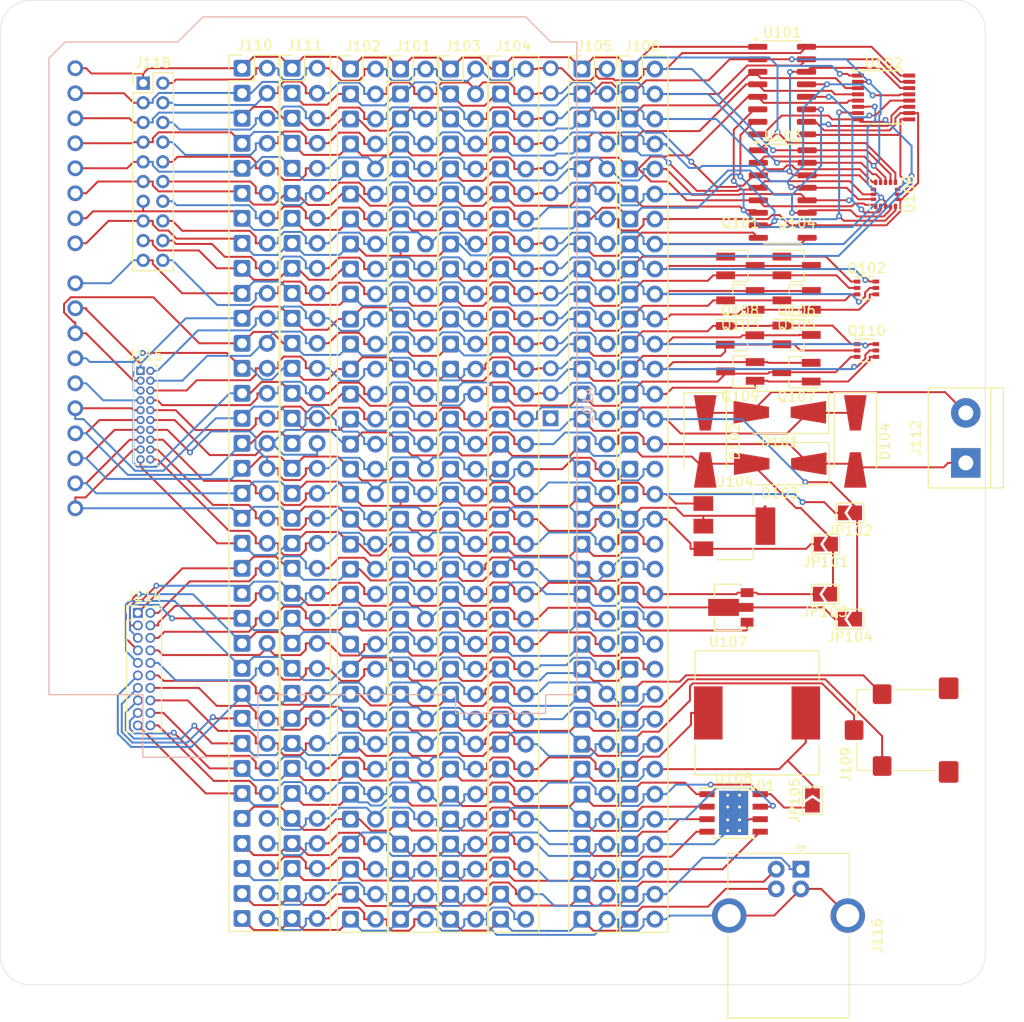
<source format=kicad_pcb>
(kicad_pcb (version 20240108) (generator "pcbnew") (generator_version "8.0")
  (layers (0 "F.Cu" signal) (31 "B.Cu" signal) (34 "B.Paste" user) (35 "F.Paste" user) (36 "B.SilkS" user "B.Silkscreen") (37 "F.SilkS" user "F.Silkscreen") (38 "B.Mask" user) (39 "F.Mask" user) (44 "Edge.Cuts" user))
  (net 0 "")
  (net 1 "/L51")
  (net 2 "/L45")
  (net 3 "/L21")
  (net 4 "/L37")
  (net 5 "/L34")
  (net 6 "/L6")
  (net 7 "/L3")
  (net 8 "/L70")
  (net 9 "/L68")
  (net 10 "/L16")
  (net 11 "/L19")
  (net 12 "/L17")
  (net 13 "/L13")
  (net 14 "/L53")
  (net 15 "/L15")
  (net 16 "/L2")
  (net 17 "/L52")
  (net 18 "/L30")
  (net 19 "/L25")
  (net 20 "/L1")
  (net 21 "/L36")
  (net 22 "/L61")
  (net 23 "/L12")
  (net 24 "/L60")
  (net 25 "/L47")
  (net 26 "/L55")
  (net 27 "/L10")
  (net 28 "/L46")
  (net 29 "/L40")
  (net 30 "/L26")
  (net 31 "/L49")
  (net 32 "/L59")
  (net 33 "/L11")
  (net 34 "/L58")
  (net 35 "/L23")
  (net 36 "/L27")
  (net 37 "/L43")
  (net 38 "/L24")
  (net 39 "/L67")
  (net 40 "/L35")
  (net 41 "/L44")
  (net 42 "/L7")
  (net 43 "/L42")
  (net 44 "/L28")
  (net 45 "/L5")
  (net 46 "/L50")
  (net 47 "/L22")
  (net 48 "/L38")
  (net 49 "/L69")
  (net 50 "/L48")
  (net 51 "/L31")
  (net 52 "/L56")
  (net 53 "/L62")
  (net 54 "/L41")
  (net 55 "/L4")
  (net 56 "/L63")
  (net 57 "/L33")
  (net 58 "/L18")
  (net 59 "/L39")
  (net 60 "/L66")
  (net 61 "/L54")
  (net 62 "/L57")
  (net 63 "/L14")
  (net 64 "/L20")
  (net 65 "/L65")
  (net 66 "/L9")
  (net 67 "/L32")
  (net 68 "/L29")
  (net 69 "/L8")
  (net 70 "/L64")
  (footprint "Connector_Audio:Jack_3.5mm_Lumberg_1503_03_Horizontal" (layer "F.Cu") (at 165.02 119.22 -90)
    (property "Reference" "J109")
    (property "Value" "AudioJack3_Ground")
  )
  (footprint "Diode_SMD:D_SMA-SMB_Universal_Handsoldering" (layer "F.Cu") (at 149.63 86.94 180)
    (property "Reference" "D101")
    (property "Value" "D")
  )
  (footprint "xDuinoRailShield:PinHeader_2x35_P2.54mm_Vertical_Proto" (layer "F.Cu") (at 106.045 52.07)
    (property "Reference" "J102")
    (property "Value" "Conn_02x35_Counter_Clockwise")
  )
  (footprint "Connector_PinHeader_1.27mm:PinHeader_2x10_P1.27mm_Vertical" (layer "F.Cu") (at 84.455 107.315)
    (property "Reference" "J114")
    (property "Value" "Conn_02x10_Counter_Clockwise")
  )
  (footprint "Package_TO_SOT_SMD:SOT-23_Handsoldering" (layer "F.Cu") (at 151.3181 82.865 180)
    (property "Reference" "Q107")
    (property "Value" "2N7002")
  )
  (footprint "Diode_SMD:D_SMA-SMB_Universal_Handsoldering" (layer "F.Cu") (at 157.295 89.895 -90)
    (property "Reference" "D104")
    (property "Value" "D")
  )
  (footprint "xDuinoRailShield:PinHeader_2x35_P2.54mm_Vertical_Proto" (layer "F.Cu") (at 111.125 52.07)
    (property "Reference" "J101")
    (property "Value" "Conn_02x35_Counter_Clockwise")
  )
  (footprint "Package_TO_SOT_SMD:SOT-363_SC-70-6" (layer "F.Cu") (at 158.435 80.66)
    (property "Reference" "Q110")
    (property "Value" "BC857BS")
  )
  (footprint "TerminalBlock:TerminalBlock_bornier-2_P5.08mm" (layer "F.Cu") (at 168.5145 92.0806 90)
    (property "Reference" "J112")
    (property "Value" "Screw_Terminal_01x02")
  )
  (footprint "Package_TO_SOT_SMD:SOT-23_Handsoldering" (layer "F.Cu") (at 151.3332 79.0816)
    (property "Reference" "Q106")
    (property "Value" "2N7002")
  )
  (footprint "Package_TO_SOT_SMD:SOT-89-3" (layer "F.Cu") (at 144.3555 106.7594 180)
    (property "Reference" "U107")
    (property "Value" "L78L05_SOT89")
  )
  (footprint "xDuinoRailShield:PinHeader_2x35_P2.54mm_Vertical_Proto" (layer "F.Cu") (at 116.205 52.07)
    (property "Reference" "J103")
    (property "Value" "Conn_02x35_Counter_Clockwise")
  )
  (footprint "Package_TO_SOT_SMD:SOT-23_Handsoldering" (layer "F.Cu") (at 145.6252 82.7871 180)
    (property "Reference" "Q109")
    (property "Value" "2N7002")
  )
  (footprint "Package_SO:SOIC-16_3.9x9.9mm_P1.27mm" (layer "F.Cu") (at 149.925 64.77)
    (property "Reference" "U103")
    (property "Value" "ULN2003")
  )
  (footprint "Connector_PinHeader_2.00mm:PinHeader_2x10_P2.00mm_Vertical" (layer "F.Cu") (at 84.995 53.5)
    (property "Reference" "J118")
    (property "Value" "Conn_02x10_Counter_Clockwise")
  )
  (footprint "Jumper:SolderJumper-2_P1.3mm_Open_TrianglePad1.0x1.5mm" (layer "F.Cu") (at 154.215 105.41 180)
    (property "Reference" "JP103")
    (property "Value" "SolderJumper_2_Open")
  )
  (footprint "Package_SO:SOIC-16_3.9x9.9mm_P1.27mm" (layer "F.Cu") (at 149.865 54.2582)
    (property "Reference" "U101")
    (property "Value" "ULN2003")
  )
  (footprint "Package_TO_SOT_SMD:SOT-23_Handsoldering" (layer "F.Cu") (at 145.6267 72.075)
    (property "Reference" "Q101")
    (property "Value" "2N7002")
  )
  (footprint "Package_LGA:LGA-16_3x3mm_P0.5mm_LayoutBorder3x5y" (layer "F.Cu") (at 160.3656 64.8007 -90)
    (property "Reference" "U106")
    (property "Value" "LIS3DH")
  )
  (footprint "Jumper:SolderJumper-2_P1.3mm_Open_TrianglePad1.0x1.5mm" (layer "F.Cu") (at 152.945 126.365 90)
    (property "Reference" "JP105")
    (property "Value" "SolderJumper_2_Open")
  )
  (footprint "Package_TO_SOT_SMD:SOT-23_Handsoldering" (layer "F.Cu") (at 151.3417 75.57 180)
    (property "Reference" "Q105")
    (property "Value" "2N7002")
  )
  (footprint "xDuinoRailShield:PinHeader_2x35_P2.54mm_Vertical_Proto" (layer "F.Cu") (at 134.4069 52.07)
    (property "Reference" "J106")
    (property "Value" "Conn_02x35_Counter_Clockwise")
  )
  (footprint "Connector_PinHeader_1.00mm:PinHeader_2x10_P1.00mm_Vertical" (layer "F.Cu") (at 84.725 82.725)
    (property "Reference" "J115")
    (property "Value" "Conn_02x10_Counter_Clockwise")
  )
  (footprint "xDuinoRailShield:PinHeader_2x35_P2.54mm_Vertical_Proto" (layer "F.Cu") (at 95.0395 51.9906)
    (property "Reference" "J110")
    (property "Value" "Conn_02x35_Counter_Clockwise")
  )
  (footprint "Jumper:SolderJumper-2_P1.3mm_Open_TrianglePad1.0x1.5mm" (layer "F.Cu") (at 154.305 100.33 180)
    (property "Reference" "JP101")
    (property "Value" "SolderJumper_2_Open")
  )
  (footprint "xDuinoRailShield:PinHeader_2x35_P2.54mm_Vertical_Proto" (layer "F.Cu") (at 129.5374 52.07)
    (property "Reference" "J105")
    (property "Value" "Conn_02x35_Counter_Clockwise")
  )
  (footprint "Package_TO_SOT_SMD:SOT-223-3_TabPin2" (layer "F.Cu") (at 145.0155 98.5044)
    (property "Reference" "U104")
    (property "Value" "AMS1117-3.3")
  )
  (footprint "Package_TO_SOT_SMD:SOT-23_Handsoldering" (layer "F.Cu") (at 151.3417 72.075)
    (property "Reference" "Q104")
    (property "Value" "2N7002")
  )
  (footprint "Package_TO_SOT_SMD:SOT-363_SC-70-6" (layer "F.Cu") (at 158.435 74.31)
    (property "Reference" "Q102")
    (property "Value" "BC857BS")
  )
  (footprint "xDuinoRailShield:PinHeader_2x35_P2.54mm_Vertical_Proto" (layer "F.Cu") (at 121.285 52.07)
    (property "Reference" "J104")
    (property "Value" "Conn_02x35_Counter_Clockwise")
  )
  (footprint "xDuinoRailShield:PinHeader_2x35_P2.54mm_Vertical_Proto" (layer "F.Cu") (at 100.1195 51.9906)
    (property "Reference" "J111")
    (property "Value" "Conn_02x35_Counter_Clockwise")
  )
  (footprint "Diode_SMD:D_SMA-SMB_Universal_Handsoldering" (layer "F.Cu") (at 142.055 89.895 -90)
    (property "Reference" "D102")
    (property "Value" "D")
  )
  (footprint "Package_TO_SOT_SMD:SOT-23_Handsoldering" (layer "F.Cu") (at 145.6267 75.57 180)
    (property "Reference" "Q103")
    (property "Value" "2N7002")
  )
  (footprint "Package_SO:SSOP-16_3.9x4.9mm_P0.635mm" (layer "F.Cu") (at 160.1706 54.9597)
    (property "Reference" "U102")
    (property "Value" "ULN2003")
  )
  (footprint "Inductor_SMD:L_12x12mm_H8mm" (layer "F.Cu") (at 147.32 117.475 180)
    (property "Reference" "L101")
    (property "Value" "22uH")
  )
  (footprint "Package_SO:TI_SO-PowerPAD-8_ThermalVias" (layer "F.Cu") (at 144.94 127.635)
    (property "Reference" "U108")
    (property "Value" "TPS5430DDA")
  )
  (footprint "Jumper:SolderJumper-2_P1.3mm_Open_TrianglePad1.0x1.5mm" (layer "F.Cu") (at 156.755 97.155 180)
    (property "Reference" "JP102")
    (property "Value" "SolderJumper_2_Open")
  )
  (footprint "Jumper:SolderJumper-2_P1.3mm_Open_TrianglePad1.0x1.5mm" (layer "F.Cu") (at 156.755 107.95 180)
    (property "Reference" "JP104")
    (property "Value" "SolderJumper_2_Open")
  )
  (footprint "Diode_SMD:D_SMA-SMB_Universal_Handsoldering" (layer "F.Cu") (at 149.675 92.16 180)
    (property "Reference" "D103")
    (property "Value" "D")
  )
  (footprint "Connector_USB:USB_B_OST_USB-B1HSxx_Horizontal" (layer "F.Cu") (at 151.765 133.35 -90)
    (property "Reference" "J116")
    (property "Value" "USB_B")
  )
  (footprint "Package_TO_SOT_SMD:SOT-23_Handsoldering" (layer "F.Cu") (at 145.5894 79.1159)
    (property "Reference" "Q108")
    (property "Value" "2N7002")
  )
  (footprint "Module:Arduino_UNO_R3" (layer "B.Cu") (at 126.365 87.5506 90)
    (property "Reference" "A101")
    (property "Value" "Arduino_UNO_R3")
  )
  (gr_line (start 73.485 45.085) (end 167.485 45.085) (stroke (width 0.05)) (layer "Edge.Cuts"))
  (gr_arc (start 170.485 142.085) (mid 169.60632 144.20632) (end 167.485 145.085) (stroke (width 0.05)) (layer "Edge.Cuts"))
  (gr_arc (start 73.485 145.085) (mid 71.36368 144.20632) (end 70.485 142.085) (stroke (width 0.05)) (layer "Edge.Cuts"))
  (gr_arc (start 70.523613 48.104619) (mid 71.402294 45.9833) (end 73.523613 45.104619) (stroke (width 0.05)) (layer "Edge.Cuts"))
  (gr_arc (start 167.485 45.085) (mid 169.60632 45.96368) (end 170.485 48.085) (stroke (width 0.05)) (layer "Edge.Cuts"))
  (gr_line (start 170.485 48.085) (end 170.485 142.085) (stroke (width 0.05)) (layer "Edge.Cuts"))
  (gr_line (start 167.485 145.085) (end 73.485 145.085) (stroke (width 0.05)) (layer "Edge.Cuts"))
  (gr_line (start 70.519307 142.094556) (end 70.519307 48.094556) (stroke (width 0.05)) (layer "Edge.Cuts"))
  (segment (start 119.4992 116.7694) (end 117.4044 116.7694) (width 0.2) (layer "F.Cu") (net 1))
  (segment (start 121.285 115.57) (end 120.6986 115.57) (width 0.2) (layer "F.Cu") (net 1))
  (segment (start 111.125 115.5854) (end 111.125 115.57) (width 0.2) (layer "F.Cu") (net 1))
  (segment (start 158.1063 113.6563) (end 140.1052 113.6563) (width 0.2) (layer "F.Cu") (net 1))
  (segment (start 130.728 116.7606) (end 133.2163 116.7606) (width 0.2) (layer "F.Cu") (net 1))
  (segment (start 120.6986 115.57) (end 119.4992 116.7694) (width 0.2) (layer "F.Cu") (net 1))
  (segment (start 108.1079 116.7217) (end 109.9887 116.7217) (width 0.2) (layer "F.Cu") (net 1))
  (segment (start 112.2953 116.7557) (end 115.0193 116.7557) (width 0.2) (layer "F.Cu") (net 1))
  (segment (start 135.6769 114.3) (end 134.4069 115.57) (width 0.2) (layer "F.Cu") (net 1))
  (segment (start 117.4044 116.7694) (end 116.205 115.57) (width 0.2) (layer "F.Cu") (net 1))
  (segment (start 115.0193 116.7557) (end 116.205 115.57) (width 0.2) (layer "F.Cu") (net 1))
  (segment (start 133.2163 116.7606) (end 134.4069 115.57) (width 0.2) (layer "F.Cu") (net 1))
  (segment (start 106.9563 115.57) (end 106.9563 115.5701) (width 0.2) (layer "F.Cu") (net 1))
  (segment (start 139.4615 114.3) (end 135.6769 114.3) (width 0.2) (layer "F.Cu") (net 1))
  (segment (start 106.9563 115.5701) (end 108.1079 116.7217) (width 0.2) (layer "F.Cu") (net 1))
  (segment (start 109.9887 116.7217) (end 111.125 115.5854) (width 0.2) (layer "F.Cu") (net 1))
  (segment (start 111.125 115.5854) (end 112.2953 116.7557) (width 0.2) (layer "F.Cu") (net 1))
  (segment (start 129.5374 115.57) (end 130.728 116.7606) (width 0.2) (layer "F.Cu") (net 1))
  (segment (start 106.045 115.57) (end 106.9563 115.57) (width 0.2) (layer "F.Cu") (net 1))
  (segment (start 160.02 115.57) (end 158.1063 113.6563) (width 0.2) (layer "F.Cu") (net 1))
  (segment (start 140.1052 113.6563) (end 139.4615 114.3) (width 0.2) (layer "F.Cu") (net 1))
  (segment (start 106.045 115.57) (end 105.1565 115.57) (width 0.2) (layer "B.Cu") (net 1))
  (segment (start 128.2653 116.7606) (end 122.4756 116.7606) (width 0.2) (layer "B.Cu") (net 1))
  (segment (start 100.1195 115.4906) (end 98.9289 116.6812) (width 0.2) (layer "B.Cu") (net 1))
  (segment (start 98.9289 116.6812) (end 95.931 116.6812) (width 0.2) (layer "B.Cu") (net 1))
  (segment (start 95.931 116.6812) (end 95.0395 115.7897) (width 0.2) (layer "B.Cu") (net 1))
  (segment (start 122.4756 116.7606) (end 121.285 115.57) (width 0.2) (layer "B.Cu") (net 1))
  (segment (start 83.7716 120.9303) (end 82.4206 119.5793) (width 0.2) (layer "B.Cu") (net 1))
  (segment (start 82.4221 115.6979) (end 84.455 113.665) (width 0.2) (layer "B.Cu") (net 1))
  (segment (start 95.0395 115.7897) (end 89.8989 120.9303) (width 0.2) (layer "B.Cu") (net 1))
  (segment (start 104.0499 116.6766) (end 101.3055 116.6766) (width 0.2) (layer "B.Cu") (net 1))
  (segment (start 101.3055 116.6766) (end 100.1195 115.4906) (width 0.2) (layer "B.Cu") (net 1))
  (segment (start 82.4206 117.2275) (end 82.4221 117.226) (width 0.2) (layer "B.Cu") (net 1))
  (segment (start 82.4206 119.5793) (end 82.4206 117.2275) (width 0.2) (layer "B.Cu") (net 1))
  (segment (start 129.5374 115.57) (end 129.4559 115.57) (width 0.2) (layer "B.Cu") (net 1))
  (segment (start 89.8989 120.9303) (end 83.7716 120.9303) (width 0.2) (layer "B.Cu") (net 1))
  (segment (start 82.4221 117.226) (end 82.4221 115.6979) (width 0.2) (layer "B.Cu") (net 1))
  (segment (start 95.0395 115.4906) (end 95.0395 115.7897) (width 0.2) (layer "B.Cu") (net 1))
  (segment (start 129.4559 115.57) (end 128.2653 116.7606) (width 0.2) (layer "B.Cu") (net 1))
  (segment (start 105.1565 115.57) (end 104.0499 116.6766) (width 0.2) (layer "B.Cu") (net 1))
  (segment (start 100.1195 107.8706) (end 101.2805 109.0316) (width 0.2) (layer "F.Cu") (net 2))
  (segment (start 95.0395 107.8706) (end 87.9274 107.8706) (width 0.2) (layer "F.Cu") (net 2))
  (segment (start 104.9634 109.0316) (end 106.045 107.95) (width 0.2) (layer "F.Cu") (net 2))
  (segment (start 107.1967 109.1017) (end 109.9733 109.1017) (width 0.2) (layer "F.Cu") (net 2))
  (segment (start 119.8317 109.1406) (end 117.3956 109.1406) (width 0.2) (layer "F.Cu") (net 2))
  (segment (start 116.205 107.95) (end 115.0533 109.1017) (width 0.2) (layer "F.Cu") (net 2))
  (segment (start 146.2129 109.1037) (end 146.3055 109.0111) (width 0.2) (layer "F.Cu") (net 2))
  (segment (start 134.4069 107.95) (end 135.5606 109.1037) (width 0.2) (layer "F.Cu") (net 2))
  (segment (start 135.5606 109.1037) (end 146.2129 109.1037) (width 0.2) (layer "F.Cu") (net 2))
  (segment (start 106.045 107.95) (end 107.1967 109.1017) (width 0.2) (layer "F.Cu") (net 2))
  (segment (start 121.285 107.95) (end 121.0223 107.95) (width 0.2) (layer "F.Cu") (net 2))
  (segment (start 146.3055 108.2594) (end 146.3055 109.0111) (width 0.2) (layer "F.Cu") (net 2))
  (segment (start 115.0533 109.1017) (end 112.2767 109.1017) (width 0.2) (layer "F.Cu") (net 2))
  (segment (start 101.2805 109.0316) (end 104.9634 109.0316) (width 0.2) (layer "F.Cu") (net 2))
  (segment (start 112.2767 109.1017) (end 111.125 107.95) (width 0.2) (layer "F.Cu") (net 2))
  (segment (start 109.9733 109.1017) (end 111.125 107.95) (width 0.2) (layer "F.Cu") (net 2))
  (segment (start 121.0223 107.95) (end 119.8317 109.1406) (width 0.2) (layer "F.Cu") (net 2))
  (segment (start 117.3956 109.1406) (end 116.205 107.95) (width 0.2) (layer "F.Cu") (net 2))
  (via (at 87.9274 107.8706) (size 0.6) (drill 0.3) (layers "F.Cu" "B.Cu") (net 2))
  (segment (start 83.6522 109.0433) (end 83.6522 106.6911) (width 0.2) (layer "B.Cu") (net 2))
  (segment (start 86.5588 106.502) (end 87.9274 107.8706) (width 0.2) (layer "B.Cu") (net 2))
  (segment (start 100.1195 107.8706) (end 98.9289 109.0612) (width 0.2) (layer "B.Cu") (net 2))
  (segment (start 128.3857 109.1017) (end 129.5374 107.95) (width 0.2) (layer "B.Cu") (net 2))
  (segment (start 84.455 109.855) (end 83.6537 109.0537) (width 0.2) (layer "B.Cu") (net 2))
  (segment (start 83.6537 109.0537) (end 83.6537 109.0448) (width 0.2) (layer "B.Cu") (net 2))
  (segment (start 83.6537 109.0448) (end 83.6522 109.0433) (width 0.2) (layer "B.Cu") (net 2))
  (segment (start 130.6891 109.1017) (end 129.5374 107.95) (width 0.2) (layer "B.Cu") (net 2))
  (segment (start 98.9289 109.0612) (end 96.2301 109.0612) (width 0.2) (layer "B.Cu") (net 2))
  (segment (start 83.8413 106.502) (end 86.5588 106.502) (width 0.2) (layer "B.Cu") (net 2))
  (segment (start 134.2445 107.95) (end 133.0928 109.1017) (width 0.2) (layer "B.Cu") (net 2))
  (segment (start 133.0928 109.1017) (end 130.6891 109.1017) (width 0.2) (layer "B.Cu") (net 2))
  (segment (start 96.2301 109.0612) (end 95.0395 107.8706) (width 0.2) (layer "B.Cu") (net 2))
  (segment (start 134.4069 107.95) (end 134.2445 107.95) (width 0.2) (layer "B.Cu") (net 2))
  (segment (start 121.285 107.95) (end 122.4367 109.1017) (width 0.2) (layer "B.Cu") (net 2))
  (segment (start 83.6522 106.6911) (end 83.8413 106.502) (width 0.2) (layer "B.Cu") (net 2))
  (segment (start 122.4367 109.1017) (end 128.3857 109.1017) (width 0.2) (layer "B.Cu") (net 2))
  (segment (start 78.105 76.3706) (end 79.2067 76.3706) (width 0.2) (layer "F.Cu") (net 3))
  (segment (start 109.9344 76.2794) (end 111.125 77.47) (width 0.2) (layer "F.Cu") (net 3))
  (segment (start 96.2301 76.2) (end 98.9289 76.2) (width 0.2) (layer "F.Cu") (net 3))
  (segment (start 104.7894 77.47) (end 106.045 77.47) (width 0.2) (layer "F.Cu") (net 3))
  (segment (start 129.5374 77.47) (end 130.728 78.6606) (width 0.2) (layer "F.Cu") (net 3))
  (segment (start 156.2483 75.57) (end 151.0934 75.57) (width 0.2) (layer "F.Cu") (net 3))
  (segment (start 79.2067 76.3706) (end 79.2067 76.48) (width 0.2) (layer "F.Cu") (net 3))
  (segment (start 84.725 82.725) (end 84.725 81.9983) (width 0.2) (layer "F.Cu") (net 3))
  (segment (start 130.728 78.6606) (end 133.2163 78.6606) (width 0.2) (layer "F.Cu") (net 3))
  (segment (start 135.7571 76.1198) (end 142.3252 76.1198) (width 0.2) (layer "F.Cu") (net 3))
  (segment (start 116.205 77.47) (end 115.0471 78.6279) (width 0.2) (layer "F.Cu") (net 3))
  (segment (start 98.9289 76.2) (end 100.1195 77.3906) (width 0.2) (layer "F.Cu") (net 3))
  (segment (start 79.2067 76.48) (end 84.725 81.9983) (width 0.2) (layer "F.Cu") (net 3))
  (segment (start 144.1267 75.57) (end 149.8417 75.57) (width 0.2) (layer "F.Cu") (net 3))
  (segment (start 107.2356 76.2794) (end 109.9344 76.2794) (width 0.2) (layer "F.Cu") (net 3))
  (segment (start 100.1195 77.3906) (end 101.284 78.5551) (width 0.2) (layer "F.Cu") (net 3))
  (segment (start 157.485 74.96) (end 156.8583 74.96) (width 0.2) (layer "F.Cu") (net 3))
  (segment (start 156.8583 74.96) (end 156.2483 75.57) (width 0.2) (layer "F.Cu") (net 3))
  (segment (start 103.7043 78.5551) (end 104.7894 77.47) (width 0.2) (layer "F.Cu") (net 3))
  (segment (start 112.2829 78.6279) (end 111.125 77.47) (width 0.2) (layer "F.Cu") (net 3))
  (segment (start 142.3252 76.1198) (end 142.875 75.57) (width 0.2) (layer "F.Cu") (net 3))
  (segment (start 144.1267 75.57) (end 142.875 75.57) (width 0.2) (layer "F.Cu") (net 3))
  (segment (start 134.4069 77.47) (end 135.7571 76.1198) (width 0.2) (layer "F.Cu") (net 3))
  (segment (start 106.045 77.47) (end 107.2356 76.2794) (width 0.2) (layer "F.Cu") (net 3))
  (segment (start 149.8417 75.57) (end 151.0934 75.57) (width 0.2) (layer "F.Cu") (net 3))
  (segment (start 133.2163 78.6606) (end 134.4069 77.47) (width 0.2) (layer "F.Cu") (net 3))
  (segment (start 115.0471 78.6279) (end 112.2829 78.6279) (width 0.2) (layer "F.Cu") (net 3))
  (segment (start 95.0395 77.3906) (end 96.2301 76.2) (width 0.2) (layer "F.Cu") (net 3))
  (segment (start 101.284 78.5551) (end 103.7043 78.5551) (width 0.2) (layer "F.Cu") (net 3))
  (segment (start 117.6293 78.656) (end 120.099 78.656) (width 0.2) (layer "B.Cu") (net 3))
  (segment (start 84.725 81.9983) (end 89.3327 77.3906) (width 0.2) (layer "B.Cu") (net 3))
  (segment (start 116.4433 77.47) (end 117.6293 78.656) (width 0.2) (layer "B.Cu") (net 3))
  (segment (start 129.5374 77.47) (end 128.1532 77.47) (width 0.2) (layer "B.Cu") (net 3))
  (segment (start 120.099 78.656) (end 121.285 77.47) (width 0.2) (layer "B.Cu") (net 3))
  (segment (start 84.725 82.725) (end 84.725 81.9983) (width 0.2) (layer "B.Cu") (net 3))
  (segment (start 116.205 77.47) (end 116.4433 77.47) (width 0.2) (layer "B.Cu") (net 3))
  (segment (start 89.3327 77.3906) (end 95.0395 77.3906) (width 0.2) (layer "B.Cu") (net 3))
  (segment (start 122.4446 78.6296) (end 121.285 77.47) (width 0.2) (layer "B.Cu") (net 3))
  (segment (start 126.9936 78.6296) (end 122.4446 78.6296) (width 0.2) (layer "B.Cu") (net 3))
  (segment (start 128.1532 77.47) (end 126.9936 78.6296) (width 0.2) (layer "B.Cu") (net 3))
  (segment (start 141.8655 97.4527) (end 147.1818 97.4527) (width 0.2) (layer "F.Cu") (net 4))
  (segment (start 121.285 97.79) (end 120.9964 97.79) (width 0.2) (layer "F.Cu") (net 4))
  (segment (start 83.9983 90.725) (end 79.1344 95.5889) (width 0.2) (layer "F.Cu") (net 4))
  (segment (start 116.205 97.79) (end 115.0533 98.9417) (width 0.2) (layer "F.Cu") (net 4))
  (segment (start 109.9733 98.9417) (end 111.125 97.79) (width 0.2) (layer "F.Cu") (net 4))
  (segment (start 107.1967 98.9417) (end 109.9733 98.9417) (width 0.2) (layer "F.Cu") (net 4))
  (segment (start 84.725 90.725) (end 83.9983 90.725) (width 0.2) (layer "F.Cu") (net 4))
  (segment (start 139.0498 96.6366) (end 135.5603 96.6366) (width 0.2) (layer "F.Cu") (net 4))
  (segment (start 115.0533 98.9417) (end 112.2767 98.9417) (width 0.2) (layer "F.Cu") (net 4))
  (segment (start 112.2767 98.9417) (end 111.125 97.79) (width 0.2) (layer "F.Cu") (net 4))
  (segment (start 104.775 96.52) (end 106.045 97.79) (width 0.2) (layer "F.Cu") (net 4))
  (segment (start 106.045 97.79) (end 107.1967 98.9417) (width 0.2) (layer "F.Cu") (net 4))
  (segment (start 117.3567 98.9417) (end 116.205 97.79) (width 0.2) (layer "F.Cu") (net 4))
  (segment (start 120.9964 97.79) (end 119.8447 98.9417) (width 0.2) (layer "F.Cu") (net 4))
  (segment (start 100.1195 97.7106) (end 100.2214 97.7106) (width 0.2) (layer "F.Cu") (net 4))
  (segment (start 100.2214 97.7106) (end 101.412 96.52) (width 0.2) (layer "F.Cu") (net 4))
  (segment (start 139.8659 97.4527) (end 139.0498 96.6366) (width 0.2) (layer "F.Cu") (net 4))
  (segment (start 141.8655 97.5213) (end 141.8655 97.4527) (width 0.2) (layer "F.Cu") (net 4))
  (segment (start 148.1655 98.5044) (end 148.1655 96.469) (width 0.2) (layer "F.Cu") (net 4))
  (segment (start 119.8447 98.9417) (end 117.3567 98.9417) (width 0.2) (layer "F.Cu") (net 4))
  (segment (start 78.105 96.6906) (end 78.105 95.5889) (width 0.2) (layer "F.Cu") (net 4))
  (segment (start 135.5603 96.6366) (end 134.4069 97.79) (width 0.2) (layer "F.Cu") (net 4))
  (segment (start 147.1818 97.4527) (end 148.1655 96.469) (width 0.2) (layer "F.Cu") (net 4))
  (segment (start 141.8655 98.5044) (end 141.8655 97.5213) (width 0.2) (layer "F.Cu") (net 4))
  (segment (start 101.412 96.52) (end 104.775 96.52) (width 0.2) (layer "F.Cu") (net 4))
  (segment (start 79.1344 95.5889) (end 78.105 95.5889) (width 0.2) (layer "F.Cu") (net 4))
  (segment (start 141.8655 97.4527) (end 139.8659 97.4527) (width 0.2) (layer "F.Cu") (net 4))
  (segment (start 133.2284 96.6115) (end 134.4069 97.79) (width 0.2) (layer "B.Cu") (net 4))
  (segment (start 78.105 96.6906) (end 79.2067 96.6906) (width 0.2) (layer "B.Cu") (net 4))
  (segment (start 94.0195 96.6906) (end 79.2067 96.6906) (width 0.2) (layer "B.Cu") (net 4))
  (segment (start 95.0395 97.7106) (end 96.2145 96.5356) (width 0.2) (layer "B.Cu") (net 4))
  (segment (start 98.9445 96.5356) (end 100.1195 97.7106) (width 0.2) (layer "B.Cu") (net 4))
  (segment (start 130.7159 96.6115) (end 133.2284 96.6115) (width 0.2) (layer "B.Cu") (net 4))
  (segment (start 96.2145 96.5356) (end 98.9445 96.5356) (width 0.2) (layer "B.Cu") (net 4))
  (segment (start 95.0395 97.7106) (end 94.0195 96.6906) (width 0.2) (layer "B.Cu") (net 4))
  (segment (start 128.3468 96.5994) (end 122.4756 96.5994) (width 0.2) (layer "B.Cu") (net 4))
  (segment (start 129.5374 97.79) (end 128.3468 96.5994) (width 0.2) (layer "B.Cu") (net 4))
  (segment (start 122.4756 96.5994) (end 121.285 97.79) (width 0.2) (layer "B.Cu") (net 4))
  (segment (start 129.5374 97.79) (end 130.7159 96.6115) (width 0.2) (layer "B.Cu") (net 4))
  (segment (start 102.6595 92.6306) (end 101.5078 92.6306) (width 0.2) (layer "F.Cu") (net 5))
  (segment (start 85.725 88.725) (end 87.4639 88.725) (width 0.2) (layer "F.Cu") (net 5))
  (segment (start 123.825 92.71) (end 127.5559 92.71) (width 0.2) (layer "F.Cu") (net 5))
  (segment (start 130.4189 91.5573) (end 130.9257 92.0641) (width 0.2) (layer "F.Cu") (net 5))
  (segment (start 99.2759 93.8212) (end 98.7312 93.2765) (width 0.2) (layer "F.Cu") (net 5))
  (segment (start 98.7312 93.2765) (end 98.7312 92.6306) (width 0.2) (layer "F.Cu") (net 5))
  (segment (start 100.9142 93.8212) (end 99.2759 93.8212) (width 0.2) (layer "F.Cu") (net 5))
  (segment (start 87.4639 88.725) (end 89.7554 91.0165) (width 0.2) (layer "F.Cu") (net 5))
  (segment (start 97.5795 92.6306) (end 98.7312 92.6306) (width 0.2) (layer "F.Cu") (net 5))
  (segment (start 132.0774 92.71) (end 130.9257 92.71) (width 0.2) (layer "F.Cu") (net 5))
  (segment (start 130.9257 92.0641) (end 130.9257 92.71) (width 0.2) (layer "F.Cu") (net 5))
  (segment (start 101.5078 93.2276) (end 100.9142 93.8212) (width 0.2) (layer "F.Cu") (net 5))
  (segment (start 127.5559 92.71) (end 128.7086 91.5573) (width 0.2) (layer "F.Cu") (net 5))
  (segment (start 128.7086 91.5573) (end 130.4189 91.5573) (width 0.2) (layer "F.Cu") (net 5))
  (segment (start 101.5078 92.6306) (end 101.5078 93.2276) (width 0.2) (layer "F.Cu") (net 5))
  (via (at 89.7554 91.0165) (size 0.6) (drill 0.3) (layers "F.Cu" "B.Cu") (net 5))
  (segment (start 113.665 92.2881) (end 112.8963 91.5194) (width 0.2) (layer "B.Cu") (net 5))
  (segment (start 104.8845 91.5573) (end 106.9265 91.5573) (width 0.2) (layer "B.Cu") (net 5))
  (segment (start 113.665 92.2881) (end 114.4135 91.5396) (width 0.2) (layer "B.Cu") (net 5))
  (segment (start 132.0774 92.71) (end 133.2291 92.71) (width 0.2) (layer "B.Cu") (net 5))
  (segment (start 136.9469 92.71) (end 135.7952 92.71) (width 0.2) (layer "B.Cu") (net 5))
  (segment (start 120.4414 93.9006) (end 119.8967 93.3559) (width 0.2) (layer "B.Cu") (net 5))
  (segment (start 108.585 92.71) (end 109.7367 92.71) (width 0.2) (layer "B.Cu") (net 5))
  (segment (start 103.8112 92.6306) (end 104.8845 91.5573) (width 0.2) (layer "B.Cu") (net 5))
  (segment (start 133.2291 92.71) (end 133.2291 93.5137) (width 0.2) (layer "B.Cu") (net 5))
  (segment (start 95.8294 88.8803) (end 96.3977 89.4486) (width 0.2) (layer "B.Cu") (net 5))
  (segment (start 113.665 92.71) (end 113.665 92.2881) (width 0.2) (layer "B.Cu") (net 5))
  (segment (start 107.4333 92.0641) (end 107.4333 92.71) (width 0.2) (layer "B.Cu") (net 5))
  (segment (start 96.3977 90.5656) (end 97.311 91.4789) (width 0.2) (layer "B.Cu") (net 5))
  (segment (start 102.6595 92.6306) (end 103.8112 92.6306) (width 0.2) (layer "B.Cu") (net 5))
  (segment (start 112.8963 91.5194) (end 110.2814 91.5194) (width 0.2) (layer "B.Cu") (net 5))
  (segment (start 133.2291 93.5137) (end 133.5781 93.8627) (width 0.2) (layer "B.Cu") (net 5))
  (segment (start 89.7554 91.0165) (end 91.8916 88.8803) (width 0.2) (layer "B.Cu") (net 5))
  (segment (start 91.8916 88.8803) (end 95.8294 88.8803) (width 0.2) (layer "B.Cu") (net 5))
  (segment (start 117.5933 92.0641) (end 117.5933 92.71) (width 0.2) (layer "B.Cu") (net 5))
  (segment (start 122.1305 93.9006) (end 120.4414 93.9006) (width 0.2) (layer "B.Cu") (net 5))
  (segment (start 133.5781 93.8627) (end 135.2357 93.8627) (width 0.2) (layer "B.Cu") (net 5))
  (segment (start 96.3977 89.4486) (end 96.3977 90.5656) (width 0.2) (layer "B.Cu") (net 5))
  (segment (start 108.585 92.71) (end 107.4333 92.71) (width 0.2) (layer "B.Cu") (net 5))
  (segment (start 118.745 92.71) (end 117.5933 92.71) (width 0.2) (layer "B.Cu") (net 5))
  (segment (start 117.0688 91.5396) (end 117.5933 92.0641) (width 0.2) (layer "B.Cu") (net 5))
  (segment (start 135.7951 92.71) (end 135.7952 92.71) (width 0.2) (layer "B.Cu") (net 5))
  (segment (start 109.7367 92.0641) (end 109.7367 92.71) (width 0.2) (layer "B.Cu") (net 5))
  (segment (start 122.6733 92.71) (end 122.6733 93.3578) (width 0.2) (layer "B.Cu") (net 5))
  (segment (start 135.7951 93.3033) (end 135.7951 92.71) (width 0.2) (layer "B.Cu") (net 5))
  (segment (start 97.311 91.4789) (end 97.5795 91.4789) (width 0.2) (layer "B.Cu") (net 5))
  (segment (start 119.8967 93.3559) (end 119.8967 92.71) (width 0.2) (layer "B.Cu") (net 5))
  (segment (start 110.2814 91.5194) (end 109.7367 92.0641) (width 0.2) (layer "B.Cu") (net 5))
  (segment (start 114.4135 91.5396) (end 117.0688 91.5396) (width 0.2) (layer "B.Cu") (net 5))
  (segment (start 123.825 92.71) (end 122.6733 92.71) (width 0.2) (layer "B.Cu") (net 5))
  (segment (start 135.2357 93.8627) (end 135.7951 93.3033) (width 0.2) (layer "B.Cu") (net 5))
  (segment (start 118.745 92.71) (end 119.8967 92.71) (width 0.2) (layer "B.Cu") (net 5))
  (segment (start 97.5795 92.6306) (end 97.5795 91.4789) (width 0.2) (layer "B.Cu") (net 5))
  (segment (start 106.9265 91.5573) (end 107.4333 92.0641) (width 0.2) (layer "B.Cu") (net 5))
  (segment (start 122.6733 93.3578) (end 122.1305 93.9006) (width 0.2) (layer "B.Cu") (net 5))
  (segment (start 122.1286 55.9594) (end 122.6733 56.5041) (width 0.2) (layer "F.Cu") (net 6))
  (segment (start 122.6733 56.5041) (end 122.6733 57.15) (width 0.2) (layer "F.Cu") (net 6))
  (segment (start 108.585 57.15) (end 107.4333 57.15) (width 0.2) (layer "F.Cu") (net 6))
  (segment (start 125.0561 57.0706) (end 124.9767 57.15) (width 0.2) (layer "F.Cu") (net 6))
  (segment (start 161.8689 54.0072) (end 159.8166 51.9549) (width 0.2) (layer "F.Cu") (net 6))
  (segment (start 150.6083 62.4623) (end 151.011 62.865) (width 0.2) (layer "F.Cu") (net 6))
  (segment (start 152.34 52.3532) (end 150.6903 52.3532) (width 0.2) (layer "F.Cu") (net 6))
  (segment (start 107.4333 56.5041) (end 107.4333 57.15) (width 0.2) (layer "F.Cu") (net 6))
  (segment (start 150.6903 52.3532) (end 150.6683 52.3752) (width 0.2) (layer "F.Cu") (net 6))
  (segment (start 162.7706 54.0072) (end 161.8689 54.0072) (width 0.2) (layer "F.Cu") (net 6))
  (segment (start 104.8919 55.9899) (end 106.9191 55.9899) (width 0.2) (layer "F.Cu") (net 6))
  (segment (start 123.825 57.15) (end 124.9767 57.15) (width 0.2) (layer "F.Cu") (net 6))
  (segment (start 159.8166 51.9549) (end 152.7383 51.9549) (width 0.2) (layer "F.Cu") (net 6))
  (segment (start 118.745 57.15) (end 119.8967 57.15) (width 0.2) (layer "F.Cu") (net 6))
  (segment (start 106.9191 55.9899) (end 107.4333 56.5041) (width 0.2) (layer "F.Cu") (net 6))
  (segment (start 151.011 62.865) (end 152.4 62.865) (width 0.2) (layer "F.Cu") (net 6))
  (segment (start 152.4 62.865) (end 157.7049 62.865) (width 0.2) (layer "F.Cu") (net 6))
  (segment (start 103.8112 57.0706) (end 104.8919 55.9899) (width 0.2) (layer "F.Cu") (net 6))
  (segment (start 152.7383 51.9549) (end 152.34 52.3532) (width 0.2) (layer "F.Cu") (net 6))
  (segment (start 157.7049 62.865) (end 159.1406 64.3007) (width 0.2) (layer "F.Cu") (net 6))
  (segment (start 119.8967 57.15) (end 119.8967 56.5518) (width 0.2) (layer "F.Cu") (net 6))
  (segment (start 123.825 57.15) (end 122.6733 57.15) (width 0.2) (layer "F.Cu") (net 6))
  (segment (start 119.8967 56.5518) (end 120.4891 55.9594) (width 0.2) (layer "F.Cu") (net 6))
  (segment (start 102.6595 57.0706) (end 103.8112 57.0706) (width 0.2) (layer "F.Cu") (net 6))
  (segment (start 126.365 57.0706) (end 125.0561 57.0706) (width 0.2) (layer "F.Cu") (net 6))
  (segment (start 120.4891 55.9594) (end 122.1286 55.9594) (width 0.2) (layer "F.Cu") (net 6))
  (via (at 150.6683 52.3752) (size 0.6) (drill 0.3) (layers "F.Cu" "B.Cu") (net 6))
  (via (at 150.6083 62.4623) (size 0.6) (drill 0.3) (layers "F.Cu" "B.Cu") (net 6))
  (segment (start 96.4278 57.6638) (end 95.8683 58.2233) (width 0.2) (layer "B.Cu") (net 6))
  (segment (start 114.8167 56.5041) (end 114.8167 57.15) (width 0.2) (layer "B.Cu") (net 6))
  (segment (start 135.2466 55.9536) (end 133.611 55.9536) (width 0.2) (layer "B.Cu") (net 6))
  (segment (start 135.7952 57.15) (end 135.7952 56.5022) (width 0.2) (layer "B.Cu") (net 6))
  (segment (start 133.2291 56.3355) (end 133.2291 57.15) (width 0.2) (layer "B.Cu") (net 6))
  (segment (start 126.365 57.0706) (end 127.4667 57.0706) (width 0.2) (layer "B.Cu") (net 6))
  (segment (start 127.4667 57.0706) (end 128.54 55.9973) (width 0.2) (layer "B.Cu") (net 6))
  (segment (start 117.5933 57.15) (end 117.5933 56.5022) (width 0.2) (layer "B.Cu") (net 6))
  (segment (start 97.0037 57.0706) (end 96.4278 57.0706) (width 0.2) (layer "B.Cu") (net 6))
  (segment (start 86.995 57.5) (end 87.9717 57.5) (width 0.2) (layer "B.Cu") (net 6))
  (segment (start 98.7312 57.0706) (end 98.7312 56.4228) (width 0.2) (layer "B.Cu") (net 6))
  (segment (start 101.5078 56.4247) (end 101.5078 57.0706) (width 0.2) (layer "B.Cu") (net 6))
  (segment (start 132.0774 57.15) (end 130.9257 57.15) (width 0.2) (layer "B.Cu") (net 6))
  (segment (start 97.0037 57.0706) (end 97.5795 57.0706) (width 0.2) (layer "B.Cu") (net 6))
  (segment (start 95.8683 58.2233) (end 88.695 58.2233) (width 0.2) (layer "B.Cu") (net 6))
  (segment (start 99.274 55.88) (end 100.9631 55.88) (width 0.2) (layer "B.Cu") (net 6))
  (segment (start 117.0505 55.9594) (end 115.3614 55.9594) (width 0.2) (layer "B.Cu") (net 6))
  (segment (start 150.6683 52.3752) (end 150.6683 62.4023) (width 0.2) (layer "B.Cu") (net 6))
  (segment (start 136.7678 57.15) (end 135.7952 57.15) (width 0.2) (layer "B.Cu") (net 6))
  (segment (start 135.7952 56.5022) (end 135.2466 55.9536) (width 0.2) (layer "B.Cu") (net 6))
  (segment (start 115.3614 55.9594) (end 114.8167 56.5041) (width 0.2) (layer "B.Cu") (net 6))
  (segment (start 102.6595 57.0706) (end 101.5078 57.0706) (width 0.2) (layer "B.Cu") (net 6))
  (segment (start 136.7678 57.15) (end 136.9469 57.15) (width 0.2) (layer "B.Cu") (net 6))
  (segment (start 112.5133 56.5041) (end 112.5133 57.15) (width 0.2) (layer "B.Cu") (net 6))
  (segment (start 100.9631 55.88) (end 101.5078 56.4247) (width 0.2) (layer "B.Cu") (net 6))
  (segment (start 98.7312 56.4228) (end 99.274 55.88) (width 0.2) (layer "B.Cu") (net 6))
  (segment (start 117.5933 56.5022) (end 117.0505 55.9594) (width 0.2) (layer "B.Cu") (net 6))
  (segment (start 130.4189 55.9973) (end 130.9257 56.5041) (width 0.2) (layer "B.Cu") (net 6))
  (segment (start 118.745 57.15) (end 117.5933 57.15) (width 0.2) (layer "B.Cu") (net 6))
  (segment (start 96.4278 57.0706) (end 96.4278 57.6638) (width 0.2) (layer "B.Cu") (net 6))
  (segment (start 132.0774 57.15) (end 133.2291 57.15) (width 0.2) (layer "B.Cu") (net 6))
  (segment (start 128.54 55.9973) (end 130.4189 55.9973) (width 0.2) (layer "B.Cu") (net 6))
  (segment (start 113.665 57.15) (end 112.5133 57.15) (width 0.2) (layer "B.Cu") (net 6))
  (segment (start 108.585 57.15) (end 109.7367 57.15) (width 0.2) (layer "B.Cu") (net 6))
  (segment (start 150.6683 62.4023) (end 150.6083 62.4623) (width 0.2) (layer "B.Cu") (net 6))
  (segment (start 111.9686 55.9594) (end 112.5133 56.5041) (width 0.2) (layer "B.Cu") (net 6))
  (segment (start 88.695 58.2233) (end 87.9717 57.5) (width 0.2) (layer "B.Cu") (net 6))
  (segment (start 148.4873 62.4623) (end 150.6083 62.4623) (width 0.2) (layer "B.Cu") (net 6))
  (segment (start 136.9469 57.15) (end 143.175 57.15) (width 0.2) (layer "B.Cu") (net 6))
  (segment (start 133.611 55.9536) (end 133.2291 56.3355) (width 0.2) (layer "B.Cu") (net 6))
  (segment (start 130.9257 56.5041) (end 130.9257 57.15) (width 0.2) (layer "B.Cu") (net 6))
  (segment (start 109.7367 57.15) (end 109.7367 56.5194) (width 0.2) (layer "B.Cu") (net 6))
  (segment (start 143.175 57.15) (end 148.4873 62.4623) (width 0.2) (layer "B.Cu") (net 6))
  (segment (start 110.2967 55.9594) (end 111.9686 55.9594) (width 0.2) (layer "B.Cu") (net 6))
  (segment (start 113.665 57.15) (end 114.8167 57.15) (width 0.2) (layer "B.Cu") (net 6))
  (segment (start 109.7367 56.5194) (end 110.2967 55.9594) (width 0.2) (layer "B.Cu") (net 6))
  (segment (start 97.5795 57.0706) (end 98.7312 57.0706) (width 0.2) (layer "B.Cu") (net 6))
  (segment (start 100.1195 54.5306) (end 101.284 55.6951) (width 0.2) (layer "F.Cu") (net 7))
  (segment (start 147.45 61.595) (end 148.085 60.96) (width 0.2) (layer "F.Cu") (net 7))
  (segment (start 101.284 55.6951) (end 103.7043 55.6951) (width 0.2) (layer "F.Cu") (net 7))
  (segment (start 144.5392 51.0832) (end 147.39 51.0832) (width 0.2) (layer "F.Cu") (net 7))
  (segment (start 160.3656 63.5757) (end 160.3656 63.101) (width 0.2) (layer "F.Cu") (net 7))
  (segment (start 134.4069 54.61) (end 134.6671 54.61) (width 0.2) (layer "F.Cu") (net 7))
  (segment (start 104.7894 54.61) (end 106.045 54.61) (width 0.2) (layer "F.Cu") (net 7))
  (segment (start 83.0489 54.5306) (end 84.0183 55.5) (width 0.2) (layer "F.Cu") (net 7))
  (segment (start 147.39 51.0832) (end 150.8514 51.0832) (width 0.2) (layer "F.Cu") (net 7))
  (segment (start 133.7062 54.61) (end 134.4069 54.61) (width 0.2) (layer "F.Cu") (net 7))
  (segment (start 157.5706 53.3722) (end 158.6726 53.3722) (width 0.2) (layer "F.Cu") (net 7))
  (segment (start 103.7043 55.6951) (end 104.7894 54.61) (width 0.2) (layer "F.Cu") (net 7))
  (segment (start 130.4486 54.61) (end 131.6003 53.4583) (width 0.2) (layer "F.Cu") (net 7))
  (segment (start 160.3656 63.101) (end 159.1609 61.8963) (width 0.2) (layer "F.Cu") (net 7))
  (segment (start 134.6671 54.61) (end 136.0554 53.2217) (width 0.2) (layer "F.Cu") (net 7))
  (segment (start 119.6546 55.7998) (end 120.8444 54.61) (width 0.2) (layer "F.Cu") (net 7))
  (segment (start 148.085 60.96) (end 158.2246 60.96) (width 0.2) (layer "F.Cu") (net 7))
  (segment (start 158.2246 60.96) (end 159.1609 61.8963) (width 0.2) (layer "F.Cu") (net 7))
  (segment (start 84.995 55.5) (end 84.0183 55.5) (width 0.2) (layer "F.Cu") (net 7))
  (segment (start 129.5374 54.61) (end 130.4486 54.61) (width 0.2) (layer "F.Cu") (net 7))
  (segment (start 78.105 54.5306) (end 83.0489 54.5306) (width 0.2) (layer "F.Cu") (net 7))
  (segment (start 132.5545 53.4583) (end 133.7062 54.61) (width 0.2) (layer "F.Cu") (net 7))
  (segment (start 116.205 54.61) (end 117.3948 55.7998) (width 0.2) (layer "F.Cu") (net 7))
  (segment (start 136.0554 53.2217) (end 142.4007 53.2217) (width 0.2) (layer "F.Cu") (net 7))
  (segment (start 131.6003 53.4583) (end 132.5545 53.4583) (width 0.2) (layer "F.Cu") (net 7))
  (segment (start 117.3948 55.7998) (end 119.6546 55.7998) (width 0.2) (layer "F.Cu") (net 7))
  (segment (start 142.4007 53.2217) (end 144.5392 51.0832) (width 0.2) (layer "F.Cu") (net 7))
  (segment (start 120.8444 54.61) (end 121.285 54.61) (width 0.2) (layer "F.Cu") (net 7))
  (via (at 158.6726 53.3722) (size 0.6) (drill 0.3) (layers "F.Cu" "B.Cu") (net 7))
  (via (at 150.8514 51.0832) (size 0.6) (drill 0.3) (layers "F.Cu" "B.Cu") (net 7))
  (via (at 159.1609 61.8963) (size 0.6) (drill 0.3) (layers "F.Cu" "B.Cu") (net 7))
  (segment (start 115.7644 54.61) (end 116.205 54.61) (width 0.2) (layer "B.Cu") (net 7))
  (segment (start 128.1532 54.61) (end 129.5374 54.61) (width 0.2) (layer "B.Cu") (net 7))
  (segment (start 159.8711 54.5707) (end 159.8711 56.6375) (width 0.2) (layer "B.Cu") (net 7))
  (segment (start 111.125 54.61) (end 111.4115 54.61) (width 0.2) (layer "B.Cu") (net 7))
  (segment (start 84.995 55.5) (end 85.9717 55.5) (width 0.2) (layer "B.Cu") (net 7))
  (segment (start 95.0089 54.5) (end 95.0395 54.5306) (width 0.2) (layer "B.Cu") (net 7))
  (segment (start 95.9508 54.5306) (end 95.9508 54.5305) (width 0.2) (layer "B.Cu") (net 7))
  (segment (start 99.7967 54.5306) (end 100.1195 54.5306) (width 0.2) (layer "B.Cu") (net 7))
  (segment (start 114.5746 53.4202) (end 115.7644 54.61) (width 0.2) (layer "B.Cu") (net 7))
  (segment (start 97.1024 53.3789) (end 98.645 53.3789) (width 0.2) (layer "B.Cu") (net 7))
  (segment (start 95.9508 54.5305) (end 97.1024 53.3789) (width 0.2) (layer "B.Cu") (net 7))
  (segment (start 107.1967 55.7617) (end 109.5327 55.7617) (width 0.2) (layer "B.Cu") (net 7))
  (segment (start 106.045 54.61) (end 107.1967 55.7617) (width 0.2) (layer "B.Cu") (net 7))
  (segment (start 158.6726 53.3722) (end 156.3836 51.0832) (width 0.2) (layer "B.Cu") (net 7))
  (segment (start 111.4115 54.61) (end 112.6013 53.4202) (width 0.2) (layer "B.Cu") (net 7))
  (segment (start 85.9717 55.1337) (end 86.6054 54.5) (width 0.2) (layer "B.Cu") (net 7))
  (segment (start 95.0395 54.5306) (end 95.9508 54.5306) (width 0.2) (layer "B.Cu") (net 7))
  (segment (start 126.9936 55.7696) (end 128.1532 54.61) (width 0.2) (layer "B.Cu") (net 7))
  (segment (start 109.5327 55.7617) (end 110.6844 54.61) (width 0.2) (layer "B.Cu") (net 7))
  (segment (start 121.285 54.61) (end 122.4446 55.7696) (width 0.2) (layer "B.Cu") (net 7))
  (segment (start 159.725 56.7836) (end 159.725 61.3322) (width 0.2) (layer "B.Cu") (net 7))
  (segment (start 159.8711 56.6375) (end 159.725 56.7836) (width 0.2) (layer "B.Cu") (net 7))
  (segment (start 86.6054 54.5) (end 95.0089 54.5) (width 0.2) (layer "B.Cu") (net 7))
  (segment (start 122.4446 55.7696) (end 126.9936 55.7696) (width 0.2) (layer "B.Cu") (net 7))
  (segment (start 112.6013 53.4202) (end 114.5746 53.4202) (width 0.2) (layer "B.Cu") (net 7))
  (segment (start 98.645 53.3789) (end 99.7967 54.5306) (width 0.2) (layer "B.Cu") (net 7))
  (segment (start 156.3836 51.0832) (end 150.8514 51.0832) (width 0.2) (layer "B.Cu") (net 7))
  (segment (start 158.6726 53.3722) (end 159.8711 54.5707) (width 0.2) (layer "B.Cu") (net 7))
  (segment (start 159.725 61.3322) (end 159.1609 61.8963) (width 0.2) (layer "B.Cu") (net 7))
  (segment (start 85.9717 55.5) (end 85.9717 55.1337) (width 0.2) (layer "B.Cu") (net 7))
  (segment (start 110.6844 54.61) (end 111.125 54.61) (width 0.2) (layer "B.Cu") (net 7))
  (segment (start 104.8919 137.2699) (end 106.9191 137.2699) (width 0.2) (layer "F.Cu") (net 8))
  (segment (start 111.9928 139.5983) (end 110.2591 139.5983) (width 0.2) (layer "F.Cu") (net 8))
  (segment (start 156.535 138.06) (end 153.825 135.35) (width 0.2) (layer "F.Cu") (net 8))
  (segment (start 110.2591 139.5983) (end 109.7367 139.0759) (width 0.2) (layer "F.Cu") (net 8))
  (segment (start 106.9191 137.2699) (end 107.4333 137.7841) (width 0.2) (layer "F.Cu") (net 8))
  (segment (start 107.4333 137.7841) (end 107.4333 138.43) (width 0.2) (layer "F.Cu") (net 8))
  (segment (start 108.585 138.43) (end 109.7367 138.43) (width 0.2) (layer "F.Cu") (net 8))
  (segment (start 112.5133 139.0778) (end 111.9928 139.5983) (width 0.2) (layer "F.Cu") (net 8))
  (segment (start 109.7367 139.0759) (end 109.7367 138.43) (width 0.2) (layer "F.Cu") (net 8))
  (segment (start 112.5133 138.43) (end 112.5133 139.0778) (width 0.2) (layer "F.Cu") (net 8))
  (segment (start 102.6595 138.3506) (end 103.8112 138.3506) (width 0.2) (layer "F.Cu") (net 8))
  (segment (start 113.665 138.43) (end 112.5133 138.43) (width 0.2) (layer "F.Cu") (net 8))
  (segment (start 103.8112 138.3506) (end 104.8919 137.2699) (width 0.2) (layer "F.Cu") (net 8))
  (segment (start 144.495 138.06) (end 149.055 138.06) (width 0.2) (layer "F.Cu") (net 8))
  (segment (start 108.585 138.43) (end 107.4333 138.43) (width 0.2) (layer "F.Cu") (net 8))
  (segment (start 149.055 138.06) (end 151.765 135.35) (width 0.2) (layer "F.Cu") (net 8))
  (segment (start 153.825 135.35) (end 151.765 135.35) (width 0.2) (layer "F.Cu") (net 8))
  (segment (start 126.0468 140.0158) (end 120.8889 140.0158) (width 0.2) (layer "B.Cu") (net 8))
  (segment (start 119.8967 139.0236) (end 119.8967 138.43) (width 0.2) (layer "B.Cu") (net 8))
  (segment (start 101.5078 138.9984) (end 100.9669 139.5393) (width 0.2) (layer "B.Cu") (net 8))
  (segment (start 118.745 138.43) (end 117.5933 138.43) (width 0.2) (layer "B.Cu") (net 8))
  (segment (start 113.665 138.43) (end 114.8167 138.43) (width 0.2) (layer "B.Cu") (net 8))
  (segment (start 101.5078 138.3506) (end 101.5078 138.9984) (width 0.2) (layer "B.Cu") (net 8))
  (segment (start 130.8068 140.0173) (end 126.0483 140.0173) (width 0.2) (layer "B.Cu") (net 8))
  (segment (start 123.825 138.43) (end 122.6733 138.43) (width 0.2) (layer "B.Cu") (net 8))
  (segment (start 144.495 138.06) (end 138.4686 138.06) (width 0.2) (layer "B.Cu") (net 8))
  (segment (start 97.5795 138.3506) (end 98.7312 138.3506) (width 0.2) (layer "B.Cu") (net 8))
  (segment (start 132.3941 138.43) (end 133.2291 138.43) (width 0.2) (layer "B.Cu") (net 8))
  (segment (start 133.5804 139.5958) (end 133.2291 139.2445) (width 0.2) (layer "B.Cu") (net 8))
  (segment (start 135.7952 139.0778) (end 135.2772 139.5958) (width 0.2) (layer "B.Cu") (net 8))
  (segment (start 100.9669 139.5393) (end 99.274 139.5393) (width 0.2) (layer "B.Cu") (net 8))
  (segment (start 120.8889 140.0158) (end 119.8967 139.0236) (width 0.2) (layer "B.Cu") (net 8))
  (segment (start 126.0483 140.0173) (end 126.0468 140.0158) (width 0.2) (layer "B.Cu") (net 8))
  (segment (start 102.6595 138.3506) (end 101.5078 138.3506) (width 0.2) (layer "B.Cu") (net 8))
  (segment (start 122.6733 137.7841) (end 122.6733 138.43) (width 0.2) (layer "B.Cu") (net 8))
  (segment (start 138.4686 138.06) (end 138.0986 138.43) (width 0.2) (layer "B.Cu") (net 8))
  (segment (start 114.8167 138.43) (end 114.8167 139.0778) (width 0.2) (layer "B.Cu") (net 8))
  (segment (start 98.7312 138.9965) (end 98.7312 138.3506) (width 0.2) (layer "B.Cu") (net 8))
  (segment (start 135.2772 139.5958) (end 133.5804 139.5958) (width 0.2) (layer "B.Cu") (net 8))
  (segment (start 114.8167 139.0778) (end 115.3481 139.6092) (width 0.2) (layer "B.Cu") (net 8))
  (segment (start 115.3481 139.6092) (end 117.06 139.6092) (width 0.2) (layer "B.Cu") (net 8))
  (segment (start 117.06 139.6092) (end 117.5933 139.0759) (width 0.2) (layer "B.Cu") (net 8))
  (segment (start 132.3941 138.43) (end 130.8068 140.0173) (width 0.2) (layer "B.Cu") (net 8))
  (segment (start 136.9469 138.43) (end 138.0986 138.43) (width 0.2) (layer "B.Cu") (net 8))
  (segment (start 120.4395 137.2394) (end 122.1286 137.2394) (width 0.2) (layer "B.Cu") (net 8))
  (segment (start 99.274 139.5393) (end 98.7312 138.9965) (width 0.2) (layer "B.Cu") (net 8))
  (segment (start 132.0774 138.43) (end 132.3941 138.43) (width 0.2) (layer "B.Cu") (net 8))
  (segment (start 135.7952 138.43) (end 135.7952 139.0778) (width 0.2) (layer "B.Cu") (net 8))
  (segment (start 119.8967 138.43) (end 119.8967 137.7822) (width 0.2) (layer "B.Cu") (net 8))
  (segment (start 133.2291 139.2445) (end 133.2291 138.43) (width 0.2) (layer "B.Cu") (net 8))
  (segment (start 118.745 138.43) (end 119.8967 138.43) (width 0.2) (layer "B.Cu") (net 8))
  (segment (start 136.9469 138.43) (end 135.7952 138.43) (width 0.2) (layer "B.Cu") (net 8))
  (segment (start 117.5933 139.0759) (end 117.5933 138.43) (width 0.2) (layer "B.Cu") (net 8))
  (segment (start 122.1286 137.2394) (end 122.6733 137.7841) (width 0.2) (layer "B.Cu") (net 8))
  (segment (start 119.8967 137.7822) (end 120.4395 137.2394) (width 0.2) (layer "B.Cu") (net 8))
  (segment (start 122.0846 134.6994) (end 120.4414 134.6994) (width 0.2) (layer "F.Cu") (net 9))
  (segment (start 122.8396 135.89) (end 122.8396 135.4544) (width 0.2) (layer "F.Cu") (net 9))
  (segment (start 118.745 135.89) (end 119.8967 135.89) (width 0.2) (layer "F.Cu") (net 9))
  (segment (start 123.825 135.89) (end 122.8396 135.89) (width 0.2) (layer "F.Cu") (net 9))
  (segment (start 120.4414 134.6994) (end 119.8967 135.2441) (width 0.2) (layer "F.Cu") (net 9))
  (segment (start 122.8396 135.4544) (end 122.0846 134.6994) (width 0.2) (layer "F.Cu") (net 9))
  (segment (start 119.8967 135.2441) (end 119.8967 135.89) (width 0.2) (layer "F.Cu") (net 9))
  (segment (start 136.9469 135.89) (end 138.0986 135.89) (width 0.2) (layer "B.Cu") (net 9))
  (segment (start 112.5133 135.89) (end 112.5133 136.5303) (width 0.2) (layer "B.Cu") (net 9))
  (segment (start 114.2409 135.89) (end 114.8167 135.89) (width 0.2) (layer "B.Cu") (net 9))
  (segment (start 149.7474 132.1962) (end 141.7924 132.1962) (width 0.2) (layer "B.Cu") (net 9))
  (segment (start 132.0774 135.89) (end 132.3941 135.89) (width 0.2) (layer "B.Cu") (net 9))
  (segment (start 123.825 135.89) (end 124.9767 135.89) (width 0.2) (layer "B.Cu") (net 9))
  (segment (start 141.7924 132.1962) (end 138.0986 135.89) (width 0.2) (layer "B.Cu") (net 9))
  (segment (start 115.3614 137.0806) (end 114.8167 136.5359) (width 0.2) (layer "B.Cu") (net 9))
  (segment (start 151.765 133.35) (end 150.6133 133.35) (width 0.2) (layer "B.Cu") (net 9))
  (segment (start 117.5933 136.5378) (end 117.0505 137.0806) (width 0.2) (layer "B.Cu") (net 9))
  (segment (start 102.6595 135.8106) (end 101.5078 135.8106) (width 0.2) (layer "B.Cu") (net 9))
  (segment (start 103.8112 135.8106) (end 104.8845 134.7373) (width 0.2) (layer "B.Cu") (net 9))
  (segment (start 133.611 137.0864) (end 133.2291 136.7045) (width 0.2) (layer "B.Cu") (net 9))
  (segment (start 104.8845 134.7373) (end 106.9265 134.7373) (width 0.2) (layer "B.Cu") (net 9))
  (segment (start 132.3941 135.89) (end 131.2035 137.0806) (width 0.2) (layer "B.Cu") (net 9))
  (segment (start 107.4333 135.2441) (end 107.4333 135.89) (width 0.2) (layer "B.Cu") (net 9))
  (segment (start 117.0505 137.0806) (end 115.3614 137.0806) (width 0.2) (layer "B.Cu") (net 9))
  (segment (start 133.2291 136.7045) (end 133.2291 135.89) (width 0.2) (layer "B.Cu") (net 9))
  (segment (start 98.7312 136.4038) (end 99.2907 136.9633) (width 0.2) (layer "B.Cu") (net 9))
  (segment (start 118.745 135.89) (end 117.5933 135.89) (width 0.2) (layer "B.Cu") (net 9))
  (segment (start 101.5077 136.4039) (end 101.5077 135.8106) (width 0.2) (layer "B.Cu") (net 9))
  (segment (start 136.9469 135.89) (end 135.7952 135.89) (width 0.2) (layer "B.Cu") (net 9))
  (segment (start 150.6133 133.35) (end 150.6133 133.0621) (width 0.2) (layer "B.Cu") (net 9))
  (segment (start 132.3941 135.89) (end 133.2291 135.89) (width 0.2) (layer "B.Cu") (net 9))
  (segment (start 98.7312 135.8106) (end 98.7312 136.4038) (width 0.2) (layer "B.Cu") (net 9))
  (segment (start 108.585 135.89) (end 109.7367 135.89) (width 0.2) (layer "B.Cu") (net 9))
  (segment (start 100.9483 136.9633) (end 101.5077 136.4039) (width 0.2) (layer "B.Cu") (net 9))
  (segment (start 117.5933 135.89) (end 117.5933 136.5378) (width 0.2) (layer "B.Cu") (net 9))
  (segment (start 101.5077 135.8106) (end 101.5078 135.8106) (width 0.2) (layer "B.Cu") (net 9))
  (segment (start 97.5795 135.8106) (end 98.7312 135.8106) (width 0.2) (layer "B.Cu") (net 9))
  (segment (start 125.5419 135.89) (end 124.9767 135.89) (width 0.2) (layer "B.Cu") (net 9))
  (segment (start 114.2409 135.89) (end 113.665 135.89) (width 0.2) (layer "B.Cu") (net 9))
  (segment (start 131.2035 137.0806) (end 126.7325 137.0806) (width 0.2) (layer "B.Cu") (net 9))
  (segment (start 102.6595 135.8106) (end 103.8112 135.8106) (width 0.2) (layer "B.Cu") (net 9))
  (segment (start 109.7367 136.5359) (end 109.7367 135.89) (width 0.2) (layer "B.Cu") (net 9))
  (segment (start 99.2907 136.9633) (end 100.9483 136.9633) (width 0.2) (layer "B.Cu") (net 9))
  (segment (start 111.9623 137.0813) (end 110.2821 137.0813) (width 0.2) (layer "B.Cu") (net 9))
  (segment (start 112.5133 136.5303) (end 111.9623 137.0813) (width 0.2) (layer "B.Cu") (net 9))
  (segment (start 126.7325 137.0806) (end 125.5419 135.89) (width 0.2) (layer "B.Cu") (net 9))
  (segment (start 113.665 135.89) (end 112.5133 135.89) (width 0.2) (layer "B.Cu") (net 9))
  (segment (start 110.2821 137.0813) (end 109.7367 136.5359) (width 0.2) (layer "B.Cu") (net 9))
  (segment (start 114.8167 136.5359) (end 114.8167 135.89) (width 0.2) (layer "B.Cu") (net 9))
  (segment (start 150.6133 133.0621) (end 149.7474 132.1962) (width 0.2) (layer "B.Cu") (net 9))
  (segment (start 135.2466 137.0864) (end 133.611 137.0864) (width 0.2) (layer "B.Cu") (net 9))
  (segment (start 135.7952 135.89) (end 135.7952 136.5378) (width 0.2) (layer "B.Cu") (net 9))
  (segment (start 108.585 135.89) (end 107.4333 135.89) (width 0.2) (layer "B.Cu") (net 9))
  (segment (start 106.9265 134.7373) (end 107.4333 135.2441) (width 0.2) (layer "B.Cu") (net 9))
  (segment (start 135.7952 136.5378) (end 135.2466 137.0864) (width 0.2) (layer "B.Cu") (net 9))
  (segment (start 123.825 69.85) (end 122.6733 69.85) (width 0.2) (layer "F.Cu") (net 10))
  (segment (start 162.3475 63.4232) (end 161.8689 62.9446) (width 0.2) (layer "F.Cu") (net 10))
  (segment (start 162.7706 57.1822) (end 161.8689 57.1822) (width 0.2) (layer "F.Cu") (net 10))
  (segment (start 136.9469 69.85) (end 151.765 69.85) (width 0.2) (layer "F.Cu") (net 10))
  (segment (start 96.4278 69.1228) (end 95.8041 68.4991) (width 0.2) (layer "F.Cu") (net 10))
  (segment (start 119.8967 69.85) (end 119.8967 69.2567) (width 0.2) (layer "F.Cu") (net 10))
  (segment (start 162.3475 63.4232) (end 162.3751 63.4232) (width 0.2) (layer "F.Cu") (net 10))
  (segment (start 123.825 69.85) (end 124.9767 69.85) (width 0.2) (layer "F.Cu") (net 10))
  (segment (start 152.4011 58.7643) (end 152.34 58.7032) (width 0.2) (layer "F.Cu") (net 10))
  (segment (start 126.365 69.7706) (end 125.0561 69.7706) (width 0.2) (layer "F.Cu") (net 10))
  (segment (start 118.745 69.85) (end 119.8967 69.85) (width 0.2) (layer "F.Cu") (net 10))
  (segment (start 161.8689 58.7643) (end 152.4011 58.7643) (width 0.2) (layer "F.Cu") (net 10))
  (segment (start 161.5906 64.3007) (end 162.3475 63.5438) (width 0.2) (layer "F.Cu") (net 10))
  (segment (start 97.5795 69.7706) (end 96.4278 69.7706) (width 0.2) (layer "F.Cu") (net 10))
  (segment (start 151.765 69.85) (end 152.4 69.215) (width 0.2) (layer "F.Cu") (net 10))
  (segment (start 122.6733 69.2041) (end 122.6733 69.85) (width 0.2) (layer "F.Cu") (net 10))
  (segment (start 88.9708 68.4991) (end 87.9717 67.5) (width 0.2) (layer "F.Cu") (net 10))
  (segment (start 162.3475 63.5438) (end 162.3475 63.4232) (width 0.2) (layer "F.Cu") (net 10))
  (segment (start 120.494 68.6594) (end 122.1286 68.6594) (width 0.2) (layer "F.Cu") (net 10))
  (segment (start 161.8689 62.9446) (end 161.8689 58.7643) (width 0.2) (layer "F.Cu") (net 10))
  (segment (start 96.4278 69.7706) (end 96.4278 69.1228) (width 0.2) (layer "F.Cu") (net 10))
  (segment (start 125.0561 69.7706) (end 124.9767 69.85) (width 0.2) (layer "F.Cu") (net 10))
  (segment (start 122.1286 68.6594) (end 122.6733 69.2041) (width 0.2) (layer "F.Cu") (net 10))
  (segment (start 86.995 67.5) (end 87.9717 67.5) (width 0.2) (layer "F.Cu") (net 10))
  (segment (start 119.8967 69.2567) (end 120.494 68.6594) (width 0.2) (layer "F.Cu") (net 10))
  (segment (start 95.8041 68.4991) (end 88.9708 68.4991) (width 0.2) (layer "F.Cu") (net 10))
  (segment (start 161.8689 58.7643) (end 161.8689 57.1822) (width 0.2) (layer "F.Cu") (net 10))
  (via (at 162.3751 63.4232) (size 0.6) (drill 0.3) (layers "F.Cu" "B.Cu") (net 10))
  (segment (start 162.3751 63.5906) (end 156.1158 69.8499) (width 0.2) (layer "B.Cu") (net 10))
  (segment (start 135.7952 69.2022) (end 135.2466 68.6536) (width 0.2) (layer "B.Cu") (net 10))
  (segment (start 130.4189 68.6973) (end 130.9257 69.2041) (width 0.2) (layer "B.Cu") (net 10))
  (segment (start 117.7596 69.85) (end 117.7596 69.4034) (width 0.2) (layer "B.Cu") (net 10))
  (segment (start 97.5795 69.7706) (end 98.7312 69.7706) (width 0.2) (layer "B.Cu") (net 10))
  (segment (start 113.665 69.85) (end 114.0869 69.85) (width 0.2) (layer "B.Cu") (net 10))
  (segment (start 156.1158 69.8499) (end 138.0986 69.8499) (width 0.2) (layer "B.Cu") (net 10))
  (segment (start 136.9469 69.85) (end 138.0986 69.85) (width 0.2) (layer "B.Cu") (net 10))
  (segment (start 106.9191 68.6899) (end 107.4333 69.2041) (width 0.2) (layer "B.Cu") (net 10))
  (segment (start 115.2398 68.6971) (end 114.0869 69.85) (width 0.2) (layer "B.Cu") (net 10))
  (segment (start 136.3711 69.85) (end 136.9469 69.85) (width 0.2) (layer "B.Cu") (net 10))
  (segment (start 118.745 69.85) (end 117.7596 69.85) (width 0.2) (layer "B.Cu") (net 10))
  (segment (start 126.365 69.7706) (end 127.4667 69.7706) (width 0.2) (layer "B.Cu") (net 10))
  (segment (start 130.9257 69.2041) (end 130.9257 69.85) (width 0.2) (layer "B.Cu") (net 10))
  (segment (start 127.4667 69.7706) (end 128.54 68.6973) (width 0.2) (layer "B.Cu") (net 10))
  (segment (start 117.7596 69.4034) (end 117.0533 68.6971) (width 0.2) (layer "B.Cu") (net 10))
  (segment (start 114.0869 69.85) (end 112.8963 68.6594) (width 0.2) (layer "B.Cu") (net 10))
  (segment (start 128.54 68.6973) (end 130.4189 68.6973) (width 0.2) (layer "B.Cu") (net 10))
  (segment (start 135.2466 68.6536) (end 133.611 68.6536) (width 0.2) (layer "B.Cu") (net 10))
  (segment (start 103.8112 69.7706) (end 104.8919 68.6899) (width 0.2) (layer "B.Cu") (net 10))
  (segment (start 135.7952 69.85) (end 135.7952 69.2022) (width 0.2) (layer "B.Cu") (net 10))
  (segment (start 110.2814 68.6594) (end 109.7367 69.2041) (width 0.2) (layer "B.Cu") (net 10))
  (segment (start 108.585 69.85) (end 107.4333 69.85) (width 0.2) (layer "B.Cu") (net 10))
  (segment (start 102.6595 69.7706) (end 101.5078 69.7706) (width 0.2) (layer "B.Cu") (net 10))
  (segment (start 102.6595 69.7706) (end 103.8112 69.7706) (width 0.2) (layer "B.Cu") (net 10))
  (segment (start 132.0774 69.85) (end 130.9257 69.85) (width 0.2) (layer "B.Cu") (net 10))
  (segment (start 101.5078 69.1247) (end 101.5078 69.7706) (width 0.2) (layer "B.Cu") (net 10))
  (segment (start 104.8919 68.6899) (end 106.9191 68.6899) (width 0.2) (layer "B.Cu") (net 10))
  (segment (start 99.2907 68.6179) (end 101.001 68.6179) (width 0.2) (layer "B.Cu") (net 10))
  (segment (start 98.7312 69.7706) (end 98.7312 69.1774) (width 0.2) (layer "B.Cu") (net 10))
  (segment (start 107.4333 69.2041) (end 107.4333 69.85) (width 0.2) (layer "B.Cu") (net 10))
  (segment (start 136.3711 69.85) (end 135.7952 69.85) (width 0.2) (layer "B.Cu") (net 10))
  (segment (start 162.3751 63.4232) (end 162.3751 63.5906) (width 0.2) (layer "B.Cu") (net 10))
  (segment (start 98.7312 69.1774) (end 99.2907 68.6179) (width 0.2) (layer "B.Cu") (net 10))
  (segment (start 138.0986 69.8499) (end 138.0986 69.85) (width 0.2) (layer "B.Cu") (net 10))
  (segment (start 109.7367 69.2041) (end 109.7367 69.85) (width 0.2) (layer "B.Cu") (net 10))
  (segment (start 112.8963 68.6594) (end 110.2814 68.6594) (width 0.2) (layer "B.Cu") (net 10))
  (segment (start 117.0533 68.6971) (end 115.2398 68.6971) (width 0.2) (layer "B.Cu") (net 10))
  (segment (start 101.001 68.6179) (end 101.5078 69.1247) (width 0.2) (layer "B.Cu") (net 10))
  (segment (start 133.2291 69.0355) (end 133.2291 69.85) (width 0.2) (layer "B.Cu") (net 10))
  (segment (start 132.0774 69.85) (end 133.2291 69.85) (width 0.2) (layer "B.Cu") (net 10))
  (segment (start 133.611 68.6536) (end 133.2291 69.0355) (width 0.2) (layer "B.Cu") (net 10))
  (segment (start 108.585 69.85) (end 109.7367 69.85) (width 0.2) (layer "B.Cu") (net 10))
  (segment (start 120.7105 74.93) (end 121.285 74.93) (width 0.2) (layer "F.Cu") (net 11))
  (segment (start 115.019 76.116) (end 116.205 74.93) (width 0.2) (layer "F.Cu") (net 11))
  (segment (start 111.125 74.93) (end 112.311 76.116) (width 0.2) (layer "F.Cu") (net 11))
  (segment (start 155.3735 73.025) (end 156.6585 74.31) (width 0.2) (layer "F.Cu") (net 11))
  (segment (start 88.956 74.8506) (end 95.0395 74.8506) (width 0.2) (layer "F.Cu") (net 11))
  (segment (start 130.728 76.1206) (end 133.2163 76.1206) (width 0.2) (layer "F.Cu") (net 11))
  (segment (start 106.045 74.93) (end 104.9511 76.0239) (width 0.2) (layer "F.Cu") (net 11))
  (segment (start 149.8417 73.025) (end 155.3735 73.025) (width 0.2) (layer "F.Cu") (net 11))
  (segment (start 116.205 74.93) (end 117.4044 76.1294) (width 0.2) (layer "F.Cu") (net 11))
  (segment (start 156.6585 74.31) (end 157.485 74.31) (width 0.2) (layer "F.Cu") (net 11))
  (segment (start 133.2163 76.1206) (end 134.4069 74.93) (width 0.2) (layer "F.Cu") (net 11))
  (segment (start 85.9717 71.5) (end 85.9717 71.8663) (width 0.2) (layer "F.Cu") (net 11))
  (segment (start 134.4069 74.93) (end 135.7563 73.5806) (width 0.2) (layer "F.Cu") (net 11))
  (segment (start 142.3194 73.5806) (end 142.875 73.025) (width 0.2) (layer "F.Cu") (net 11))
  (segment (start 84.995 71.5) (end 85.9717 71.5) (width 0.2) (layer "F.Cu") (net 11))
  (segment (start 101.2928 76.0239) (end 100.1195 74.8506) (width 0.2) (layer "F.Cu") (net 11))
  (segment (start 85.9717 71.8663) (end 88.956 74.8506) (width 0.2) (layer "F.Cu") (net 11))
  (segment (start 129.5374 74.93) (end 130.728 76.1206) (width 0.2) (layer "F.Cu") (net 11))
  (segment (start 144.1267 73.025) (end 142.875 73.025) (width 0.2) (layer "F.Cu") (net 11))
  (segment (start 104.9511 76.0239) (end 101.2928 76.0239) (width 0.2) (layer "F.Cu") (net 11))
  (segment (start 117.4044 76.1294) (end 119.5111 76.1294) (width 0.2) (layer "F.Cu") (net 11))
  (segment (start 112.311 76.116) (end 115.019 76.116) (width 0.2) (layer "F.Cu") (net 11))
  (segment (start 119.5111 76.1294) (end 120.7105 74.93) (width 0.2) (layer "F.Cu") (net 11))
  (segment (start 149.8417 73.025) (end 144.1267 73.025) (width 0.2) (layer "F.Cu") (net 11))
  (segment (start 135.7563 73.5806) (end 142.3194 73.5806) (width 0.2) (layer "F.Cu") (net 11))
  (segment (start 111.125 74.93) (end 111.0707 74.93) (width 0.2) (layer "B.Cu") (net 11))
  (segment (start 111.0707 74.93) (end 109.8801 76.1206) (width 0.2) (layer "B.Cu") (net 11))
  (segment (start 81.6877 73.8306) (end 84.0183 71.5) (width 0.2) (layer "B.Cu") (net 11))
  (segment (start 96.2301 73.66) (end 98.9289 73.66) (width 0.2) (layer "B.Cu") (net 11))
  (segment (start 95.0395 74.8506) (end 96.2301 73.66) (width 0.2) (layer "B.Cu") (net 11))
  (segment (start 129.5374 74.93) (end 128.1532 74.93) (width 0.2) (layer "B.Cu") (net 11))
  (segment (start 98.9289 73.66) (end 100.1195 74.8506) (width 0.2) (layer "B.Cu") (net 11))
  (segment (start 122.4446 76.0896) (end 121.285 74.93) (width 0.2) (layer "B.Cu") (net 11))
  (segment (start 84.995 71.5) (end 84.0183 71.5) (width 0.2) (layer "B.Cu") (net 11))
  (segment (start 109.8801 76.1206) (end 107.2356 76.1206) (width 0.2) (layer "B.Cu") (net 11))
  (segment (start 107.2356 76.1206) (end 106.045 74.93) (width 0.2) (layer "B.Cu") (net 11))
  (segment (start 128.1532 74.93) (end 126.9936 76.0896) (width 0.2) (layer "B.Cu") (net 11))
  (segment (start 126.9936 76.0896) (end 122.4446 76.0896) (width 0.2) (layer "B.Cu") (net 11))
  (segment (start 78.105 73.8306) (end 81.6877 73.8306) (width 0.2) (layer "B.Cu") (net 11))
  (segment (start 121.0221 72.39) (end 119.8315 73.5806) (width 0.2) (layer "F.Cu") (net 12))
  (segment (start 99.833 72.3106) (end 100.1195 72.3106) (width 0.2) (layer "F.Cu") (net 12))
  (segment (start 95.0395 72.3106) (end 96.2113 73.4824) (width 0.2) (layer "F.Cu") (net 12))
  (segment (start 96.2113 73.4824) (end 98.6612 73.4824) (width 0.2) (layer "F.Cu") (net 12))
  (segment (start 157.485 73.66) (end 156.8583 73.66) (width 0.2) (layer "F.Cu") (net 12))
  (segment (start 106.045 72.39) (end 105.202 72.39) (width 0.2) (layer "F.Cu") (net 12))
  (segment (start 115.0471 73.5479) (end 112.2829 73.5479) (width 0.2) (layer "F.Cu") (net 12))
  (segment (start 144.1267 71.125) (end 149.8417 71.125) (width 0.2) (layer "F.Cu") (net 12))
  (segment (start 135.6719 71.125) (end 144.1267 71.125) (width 0.2) (layer "F.Cu") (net 12))
  (segment (start 98.6612 73.4824) (end 99.833 72.3106) (width 0.2) (layer "F.Cu") (net 12))
  (segment (start 134.4069 72.39) (end 135.6719 71.125) (width 0.2) (layer "F.Cu") (net 12))
  (segment (start 85.9717 69.5) (end 85.9717 69.9048) (width 0.2) (layer "F.Cu") (net 12))
  (segment (start 92.4605 72.3106) (end 95.0395 72.3106) (width 0.2) (layer "F.Cu") (net 12))
  (segment (start 85.9717 69.9048) (end 86.5669 70.5) (width 0.2) (layer "F.Cu") (net 12))
  (segment (start 86.5669 70.5) (end 90.6499 70.5) (width 0.2) (layer "F.Cu") (net 12))
  (segment (start 104.1119 73.4801) (end 101.8455 73.4801) (width 0.2) (layer "F.Cu") (net 12))
  (segment (start 129.5374 72.39) (end 130.698 73.5506) (width 0.2) (layer "F.Cu") (net 12))
  (segment (start 154.3233 71.125) (end 156.8583 73.66) (width 0.2) (layer "F.Cu") (net 12))
  (segment (start 112.2829 73.5479) (end 111.125 72.39) (width 0.2) (layer "F.Cu") (net 12))
  (segment (start 119.8315 73.5806) (end 117.3956 73.5806) (width 0.2) (layer "F.Cu") (net 12))
  (segment (start 101.8455 73.4801) (end 100.676 72.3106) (width 0.2) (layer "F.Cu") (net 12))
  (segment (start 133.2463 73.5506) (end 134.4069 72.39) (width 0.2) (layer "F.Cu") (net 12))
  (segment (start 149.8417 71.125) (end 154.3233 71.125) (width 0.2) (layer "F.Cu") (net 12))
  (segment (start 105.202 72.39) (end 104.1119 73.4801) (width 0.2) (layer "F.Cu") (net 12))
  (segment (start 130.698 73.5506) (end 133.2463 73.5506) (width 0.2) (layer "F.Cu") (net 12))
  (segment (start 117.3956 73.5806) (end 116.205 72.39) (width 0.2) (layer "F.Cu") (net 12))
  (segment (start 116.205 72.39) (end 115.0471 73.5479) (width 0.2) (layer "F.Cu") (net 12))
  (segment (start 100.676 72.3106) (end 100.1195 72.3106) (width 0.2) (layer "F.Cu") (net 12))
  (segment (start 84.995 69.5) (end 85.9717 69.5) (width 0.2) (layer "F.Cu") (net 12))
  (segment (start 90.6499 70.5) (end 92.4605 72.3106) (width 0.2) (layer "F.Cu") (net 12))
  (segment (start 121.285 72.39) (end 121.0221 72.39) (width 0.2) (layer "F.Cu") (net 12))
  (segment (start 127.594 73.5977) (end 122.4927 73.5977) (width 0.2) (layer "B.Cu") (net 12))
  (segment (start 129.5374 72.39) (end 128.8017 72.39) (width 0.2) (layer "B.Cu") (net 12))
  (segment (start 128.8017 72.39) (end 127.594 73.5977) (width 0.2) (layer "B.Cu") (net 12))
  (segment (start 111.125 72.39) (end 110.8364 72.39) (width 0.2) (layer "B.Cu") (net 12))
  (segment (start 107.2356 73.5806) (end 106.045 72.39) (width 0.2) (layer "B.Cu") (net 12))
  (segment (start 122.4927 73.5977) (end 121.285 72.39) (width 0.2) (layer "B.Cu") (net 12))
  (segment (start 110.8364 72.39) (end 109.6458 73.5806) (width 0.2) (layer "B.Cu") (net 12))
  (segment (start 109.6458 73.5806) (end 107.2356 73.5806) (width 0.2) (layer "B.Cu") (net 12))
  (segment (start 104.9449 68.4101) (end 106.045 67.31) (width 0.2) (layer "F.Cu") (net 13))
  (segment (start 121.285 67.31) (end 120.9964 67.31) (width 0.2) (layer "F.Cu") (net 13))
  (segment (start 130.4487 67.31) (end 130.4487 67.3099) (width 0.2) (layer "F.Cu") (net 13))
  (segment (start 161.3656 66.4372) (end 161.3656 66.0257) (width 0.2) (layer "F.Cu") (net 13))
  (segment (start 133.2552 66.1583) (end 134.4069 67.31) (width 0.2) (layer "F.Cu") (net 13))
  (segment (start 84.995 66.4767) (end 84.995 66.5232) (width 0.2) (layer "F.Cu") (net 13))
  (segment (start 145.627 58.7888) (end 145.627 62.9811) (width 0.2) (layer "F.Cu") (net 13))
  (segment (start 156.5923 56.4706) (end 156.6689 56.5472) (width 0.2) (layer "F.Cu") (net 13))
  (segment (start 155.6517 56.4706) (end 156.5923 56.4706) (width 0.2) (layer "F.Cu") (net 13))
  (segment (start 120.9964 67.31) (end 119.8447 68.4617) (width 0.2) (layer "F.Cu") (net 13))
  (segment (start 79.9141 66.5232) (end 84.995 66.5232) (width 0.2) (layer "F.Cu") (net 13))
  (segment (start 119.8447 68.4617) (end 117.3567 68.4617) (width 0.2) (layer "F.Cu") (net 13))
  (segment (start 84.995 65.5) (end 84.995 66.4767) (width 0.2) (layer "F.Cu") (net 13))
  (segment (start 111.125 67.31) (end 112.2767 68.4617) (width 0.2) (layer "F.Cu") (net 13))
  (segment (start 84.995 66.5232) (end 94.3321 66.5232) (width 0.2) (layer "F.Cu") (net 13))
  (segment (start 78.105 67.2306) (end 79.2067 67.2306) (width 0.2) (layer "F.Cu") (net 13))
  (segment (start 155.6517 67.0197) (end 156.1106 67.4786) (width 0.2) (layer "F.Cu") (net 13))
  (segment (start 115.0533 68.4617) (end 116.205 67.31) (width 0.2) (layer "F.Cu") (net 13))
  (segment (start 117.3567 68.4617) (end 116.205 67.31) (width 0.2) (layer "F.Cu") (net 13))
  (segment (start 149.0786 67.5135) (end 149.0852 67.5201) (width 0.2) (layer "F.Cu") (net 13))
  (segment (start 160.3242 67.4786) (end 161.3656 66.4372) (width 0.2) (layer "F.Cu") (net 13))
  (segment (start 109.9733 68.4617) (end 111.125 67.31) (width 0.2) (layer "F.Cu") (net 13))
  (segment (start 157.5706 56.5472) (end 156.6689 56.5472) (width 0.2) (layer "F.Cu") (net 13))
  (segment (start 131.6003 66.1583) (end 133.2552 66.1583) (width 0.2) (layer "F.Cu") (net 13))
  (segment (start 146.9826 57.4332) (end 145.627 58.7888) (width 0.2) (layer "F.Cu") (net 13))
  (segment (start 147.45 67.945) (end 148.6471 67.945) (width 0.2) (layer "F.Cu") (net 13))
  (segment (start 107.1967 68.4617) (end 109.9733 68.4617) (width 0.2) (layer "F.Cu") (net 13))
  (segment (start 156.1106 67.4786) (end 160.3242 67.4786) (width 0.2) (layer "F.Cu") (net 13))
  (segment (start 129.5374 67.31) (end 130.4487 67.31) (width 0.2) (layer "F.Cu") (net 13))
  (segment (start 148.6471 67.945) (end 149.0786 67.5135) (width 0.2) (layer "F.Cu") (net 13))
  (segment (start 101.299 68.4101) (end 104.9449 68.4101) (width 0.2) (layer "F.Cu") (net 13))
  (segment (start 106.045 67.31) (end 107.1967 68.4617) (width 0.2) (layer "F.Cu") (net 13))
  (segment (start 79.2067 67.2306) (end 79.9141 66.5232) (width 0.2) (layer "F.Cu") (net 13))
  (segment (start 112.2767 68.4617) (end 115.0533 68.4617) (width 0.2) (layer "F.Cu") (net 13))
  (segment (start 130.4487 67.3099) (end 131.6003 66.1583) (width 0.2) (layer "F.Cu") (net 13))
  (segment (start 147.39 57.4332) (end 146.9826 57.4332) (width 0.2) (layer "F.Cu") (net 13))
  (segment (start 100.1195 67.2306) (end 101.299 68.4101) (width 0.2) (layer "F.Cu") (net 13))
  (segment (start 94.3321 66.5232) (end 95.0395 67.2306) (width 0.2) (layer "F.Cu") (net 13))
  (via (at 155.6517 67.0197) (size 0.6) (drill 0.3) (layers "F.Cu" "B.Cu") (net 13))
  (via (at 149.0852 67.5201) (size 0.6) (drill 0.3) (layers "F.Cu" "B.Cu") (net 13))
  (via (at 155.6517 56.4706) (size 0.6) (drill 0.3) (layers "F.Cu" "B.Cu") (net 13))
  (via (at 145.627 62.9811) (size 0.6) (drill 0.3) (layers "F.Cu" "B.Cu") (net 13))
  (segment (start 155.3437 67.3277) (end 149.0852 67.3277) (width 0.2) (layer "B.Cu") (net 13))
  (segment (start 129.5374 67.31) (end 128.5786 68.2688) (width 0.2) (layer "B.Cu") (net 13))
  (segment (start 155.6517 56.4706) (end 155.6517 67.0197) (width 0.2) (layer "B.Cu") (net 13))
  (segment (start 134.4709 67.31) (end 135.6226 66.1583) (width 0.2) (layer "B.Cu") (net 13))
  (segment (start 124.383 68.4696) (end 122.4446 68.4696) (width 0.2) (layer "B.Cu") (net 13))
  (segment (start 100.1195 67.2306) (end 100.0652 67.2306) (width 0.2) (layer "B.Cu") (net 13))
  (segment (start 124.5838 68.2688) (end 124.383 68.4696) (width 0.2) (layer "B.Cu") (net 13))
  (segment (start 149.0852 67.5201) (end 149.0852 67.3277) (width 0.2) (layer "B.Cu") (net 13))
  (segment (start 144.6889 62.7886) (end 145.4345 62.7886) (width 0.2) (layer "B.Cu") (net 13))
  (segment (start 98.8746 68.4212) (end 96.2301 68.4212) (width 0.2) (layer "B.Cu") (net 13))
  (segment (start 145.4345 62.7886) (end 145.627 62.9811) (width 0.2) (layer "B.Cu") (net 13))
  (segment (start 128.5786 68.2688) (end 124.5838 68.2688) (width 0.2) (layer "B.Cu") (net 13))
  (segment (start 122.4446 68.4696) (end 121.285 67.31) (width 0.2) (layer "B.Cu") (net 13))
  (segment (start 134.4069 67.31) (end 134.4709 67.31) (width 0.2) (layer "B.Cu") (net 13))
  (segment (start 96.2301 68.4212) (end 95.0395 67.2306) (width 0.2) (layer "B.Cu") (net 13))
  (segment (start 149.0852 67.3277) (end 149.0852 66.4393) (width 0.2) (layer "B.Cu") (net 13))
  (segment (start 149.0852 66.4393) (end 145.627 62.9811) (width 0.2) (layer "B.Cu") (net 13))
  (segment (start 141.3192 66.1583) (end 144.6889 62.7886) (width 0.2) (layer "B.Cu") (net 13))
  (segment (start 100.0652 67.2306) (end 98.8746 68.4212) (width 0.2) (layer "B.Cu") (net 13))
  (segment (start 135.6226 66.1583) (end 141.3192 66.1583) (width 0.2) (layer "B.Cu") (net 13))
  (segment (start 155.6517 67.0197) (end 155.3437 67.3277) (width 0.2) (layer "B.Cu") (net 13))
  (segment (start 134.4069 118.11) (end 135.6769 116.84) (width 0.2) (layer "F.Cu") (net 14))
  (segment (start 109.9733 119.2617) (end 111.125 118.11) (width 0.2) (layer "F.Cu") (net 14))
  (segment (start 140.3273 114.058) (end 154.2399 114.058) (width 0.2) (layer "F.Cu") (net 14))
  (segment (start 106.045 118.11) (end 107.1967 119.2617) (width 0.2) (layer "F.Cu") (net 14))
  (segment (start 129.5374 118.11) (end 128.3468 119.3006) (width 0.2) (layer "F.Cu") (net 14))
  (segment (start 160.02 119.8381) (end 160.02 122.87) (width 0.2) (layer "F.Cu") (net 14))
  (segment (start 92.2041 118.0306) (end 92.0697 117.8962) (width 0.2) (layer "F.Cu") (net 14))
  (segment (start 121.5233 118.11) (end 121.285 118.11) (width 0.2) (layer "F.Cu") (net 14))
  (segment (start 115.0533 119.2617) (end 116.205 118.11) (width 0.2) (layer "F.Cu") (net 14))
  (segment (start 119.3891 119.2617) (end 117.3567 119.2617) (width 0.2) (layer "F.Cu") (net 14))
  (segment (start 107.1967 119.2617) (end 109.9733 119.2617) (width 0.2) (layer "F.Cu") (net 14))
  (segment (start 122.7139 119.3006) (end 121.5233 118.11) (width 0.2) (layer "F.Cu") (net 14))
  (segment (start 130.7234 119.296) (end 133.2209 119.296) (width 0.2) (layer "F.Cu") (net 14))
  (segment (start 129.5374 118.11) (end 130.7234 119.296) (width 0.2) (layer "F.Cu") (net 14))
  (segment (start 95.0395 118.0306) (end 92.2041 118.0306) (width 0.2) (layer "F.Cu") (net 14))
  (segment (start 111.125 118.11) (end 112.2767 119.2617) (width 0.2) (layer "F.Cu") (net 14))
  (segment (start 128.3468 119.3006) (end 122.7139 119.3006) (width 0.2) (layer "F.Cu") (net 14))
  (segment (start 135.6769 116.84) (end 137.5453 116.84) (width 0.2) (layer "F.Cu") (net 14))
  (segment (start 104.775 116.84) (end 106.045 118.11) (width 0.2) (layer "F.Cu") (net 14))
  (segment (start 100.1738 118.0306) (end 101.3644 116.84) (width 0.2) (layer "F.Cu") (net 14))
  (segment (start 121.285 118.11) (end 120.5408 118.11) (width 0.2) (layer "F.Cu") (net 14))
  (segment (start 154.2399 114.058) (end 160.02 119.8381) (width 0.2) (layer "F.Cu") (net 14))
  (segment (start 120.5408 118.11) (end 119.3891 119.2617) (width 0.2) (layer "F.Cu") (net 14))
  (segment (start 117.3567 119.2617) (end 116.205 118.11) (width 0.2) (layer "F.Cu") (net 14))
  (segment (start 112.2767 119.2617) (end 115.0533 119.2617) (width 0.2) (layer "F.Cu") (net 14))
  (segment (start 101.3644 116.84) (end 104.775 116.84) (width 0.2) (layer "F.Cu") (net 14))
  (segment (start 137.5453 116.84) (end 140.3273 114.058) (width 0.2) (layer "F.Cu") (net 14))
  (segment (start 100.1195 118.0306) (end 100.1738 118.0306) (width 0.2) (layer "F.Cu") (net 14))
  (segment (start 133.2209 119.296) (end 134.4069 118.11) (width 0.2) (layer "F.Cu") (net 14))
  (via (at 92.0697 117.8962) (size 0.6) (drill 0.3) (layers "F.Cu" "B.Cu") (net 14))
  (segment (start 92.0697 117.8962) (end 89.4809 120.485) (width 0.2) (layer "B.Cu") (net 14))
  (segment (start 96.2301 119.2212) (end 98.9289 119.2212) (width 0.2) (layer "B.Cu") (net 14))
  (segment (start 89.4809 120.485) (end 83.8943 120.485) (width 0.2) (layer "B.Cu") (net 14))
  (segment (start 82.8238 119.4145) (end 82.8238 116.5662) (width 0.2) (layer "B.Cu") (net 14))
  (segment (start 82.8238 116.5662) (end 84.455 114.935) (width 0.2) (layer "B.Cu") (net 14))
  (segment (start 95.0395 118.0306) (end 96.2301 119.2212) (width 0.2) (layer "B.Cu") (net 14))
  (segment (start 83.8943 120.485) (end 82.8238 119.4145) (width 0.2) (layer "B.Cu") (net 14))
  (segment (start 98.9289 119.2212) (end 100.1195 118.0306) (width 0.2) (layer "B.Cu") (net 14))
  (segment (start 163.0099 63.7189) (end 161.9281 64.8007) (width 0.2) (layer "F.Cu") (net 15))
  (segment (start 85.9717 67.5) (end 85.9717 67.8664) (width 0.2) (layer "F.Cu") (net 15))
  (segment (start 111.125 71.0357) (end 107.6408 71.0357) (width 0.2) (layer "F.Cu") (net 15))
  (segment (start 78.105 69.7706) (end 79.2067 69.7706) (width 0.2) (layer "F.Cu") (net 15))
  (segment (start 157.5706 57.1822) (end 156.6689 57.1822) (width 0.2) (layer "F.Cu") (net 15))
  (segment (start 133.2163 71.0406) (end 134.4069 69.85) (width 0.2) (layer "F.Cu") (net 15))
  (segment (start 156.6689 57.1822) (end 154.9429 57.1822) (width 0.2) (layer "F.Cu") (net 15))
  (segment (start 81.4773 67.5) (end 79.2067 69.7706) (width 0.2) (layer "F.Cu") (net 15))
  (segment (start 160.3573 57.2361) (end 160.1606 57.4328) (width 0.2) (layer "F.Cu") (net 15))
  (segment (start 129.5374 69.85) (end 130.728 71.0406) (width 0.2) (layer "F.Cu") (net 15))
  (segment (start 106.4551 69.85) (end 106.045 69.85) (width 0.2) (layer "F.Cu") (net 15))
  (segment (start 160.1606 57.4328) (end 157.8212 57.4328) (width 0.2) (layer "F.Cu") (net 15))
  (segment (start 134.4684 69.85) (end 135.6299 68.6885) (width 0.2) (layer "F.Cu") (net 15))
  (segment (start 111.125 71.0357) (end 115.0193 71.0357) (width 0.2) (layer "F.Cu") (net 15))
  (segment (start 86.582 68.4767) (end 87.5461 68.4767) (width 0.2) (layer "F.Cu") (net 15))
  (segment (start 163.0099 62.9239) (end 163.0099 63.7189) (width 0.2) (layer "F.Cu") (net 15))
  (segment (start 84.995 67.5) (end 81.4773 67.5) (width 0.2) (layer "F.Cu") (net 15))
  (segment (start 130.728 71.0406) (end 133.2163 71.0406) (width 0.2) (layer "F.Cu") (net 15))
  (segment (start 111.125 69.85) (end 111.125 71.0357) (width 0.2) (layer "F.Cu") (net 15))
  (segment (start 135.6299 68.6885) (end 146.9235 68.6885) (width 0.2) (layer "F.Cu") (net 15))
  (segment (start 107.6408 71.0357) (end 106.4551 69.85) (width 0.2) (layer "F.Cu") (net 15))
  (segment (start 146.9235 68.6885) (end 147.45 69.215) (width 0.2) (layer "F.Cu") (net 15))
  (segment (start 147.9131 58.7032) (end 147.39 58.7032) (width 0.2) (layer "F.Cu") (net 15))
  (segment (start 88.3694 69.3) (end 94.5689 69.3) (width 0.2) (layer "F.Cu") (net 15))
  (segment (start 149.8182 56.7981) (end 147.9131 58.7032) (width 0.2) (layer "F.Cu") (net 15))
  (segment (start 154.5588 56.7981) (end 149.8182 56.7981) (width 0.2) (layer "F.Cu") (net 15))
  (segment (start 85.9717 67.8664) (end 86.582 68.4767) (width 0.2) (layer "F.Cu") (net 15))
  (segment (start 87.5461 68.4767) (end 88.3694 69.3) (width 0.2) (layer "F.Cu") (net 15))
  (segment (start 94.5689 69.3) (end 95.0395 69.7706) (width 0.2) (layer "F.Cu") (net 15))
  (segment (start 115.0193 71.0357) (end 116.205 69.85) (width 0.2) (layer "F.Cu") (net 15))
  (segment (start 134.4069 69.85) (end 134.4684 69.85) (width 0.2) (layer "F.Cu") (net 15))
  (segment (start 84.995 67.5) (end 85.9717 67.5) (width 0.2) (layer "F.Cu") (net 15))
  (segment (start 157.8212 57.4328) (end 157.5706 57.1822) (width 0.2) (layer "F.Cu") (net 15))
  (segment (start 154.9429 57.1822) (end 154.5588 56.7981) (width 0.2) (layer "F.Cu") (net 15))
  (segment (start 161.9281 64.8007) (end 161.5906 64.8007) (width 0.2) (layer "F.Cu") (net 15))
  (via (at 160.3573 57.2361) (size 0.6) (drill 0.3) (layers "F.Cu" "B.Cu") (net 15))
  (via (at 163.0099 62.9239) (size 0.6) (drill 0.3) (layers "F.Cu" "B.Cu") (net 15))
  (segment (start 129.5374 69.85) (end 128.1532 69.85) (width 0.2) (layer "B.Cu") (net 15))
  (segment (start 106.045 69.85) (end 104.9449 70.9501) (width 0.2) (layer "B.Cu") (net 15))
  (segment (start 116.205 69.85) (end 117.1162 69.85) (width 0.2) (layer "B.Cu") (net 15))
  (segment (start 128.1532 69.85) (end 126.9937 71.0095) (width 0.2) (layer "B.Cu") (net 15))
  (segment (start 120.1333 71.0017) (end 121.285 69.85) (width 0.2) (layer "B.Cu") (net 15))
  (segment (start 104.9449 70.9501) (end 101.3669 70.9501) (width 0.2) (layer "B.Cu") (net 15))
  (segment (start 126.9937 71.0095) (end 122.4445 71.0095) (width 0.2) (layer "B.Cu") (net 15))
  (segment (start 101.3669 70.9501) (end 100.1874 69.7706) (width 0.2) (layer "B.Cu") (net 15))
  (segment (start 99.832 69.7706) (end 98.6414 70.9612) (width 0.2) (layer "B.Cu") (net 15))
  (segment (start 100.1195 69.7706) (end 99.832 69.7706) (width 0.2) (layer "B.Cu") (net 15))
  (segment (start 100.1874 69.7706) (end 100.1195 69.7706) (width 0.2) (layer "B.Cu") (net 15))
  (segment (start 163.0099 59.8887) (end 160.3573 57.2361) (width 0.2) (layer "B.Cu") (net 15))
  (segment (start 163.0099 62.9239) (end 163.0099 59.8887) (width 0.2) (layer "B.Cu") (net 15))
  (segment (start 117.1162 69.85) (end 118.2679 71.0017) (width 0.2) (layer "B.Cu") (net 15))
  (segment (start 155.6064 71.0531) (end 163.0099 63.6496) (width 0.2) (layer "B.Cu") (net 15))
  (segment (start 96.2301 70.9612) (end 95.0395 69.7706) (width 0.2) (layer "B.Cu") (net 15))
  (segment (start 135.8483 71.0531) (end 155.6064 71.0531) (width 0.2) (layer "B.Cu") (net 15))
  (segment (start 134.6452 69.85) (end 135.8483 71.0531) (width 0.2) (layer "B.Cu") (net 15))
  (segment (start 163.0099 63.6496) (end 163.0099 62.9239) (width 0.2) (layer "B.Cu") (net 15))
  (segment (start 122.4445 71.0095) (end 121.285 69.85) (width 0.2) (layer "B.Cu") (net 15))
  (segment (start 118.2679 71.0017) (end 120.1333 71.0017) (width 0.2) (layer "B.Cu") (net 15))
  (segment (start 134.4069 69.85) (end 134.6452 69.85) (width 0.2) (layer "B.Cu") (net 15))
  (segment (start 98.6414 70.9612) (end 96.2301 70.9612) (width 0.2) (layer "B.Cu") (net 15))
  (segment (start 135.7952 52.6632) (end 135.2357 53.2227) (width 0.2) (layer "F.Cu") (net 16))
  (segment (start 106.8886 53.2606) (end 105.0812 53.2606) (width 0.2) (layer "F.Cu") (net 16))
  (segment (start 152.4 60.325) (end 158.4419 60.325) (width 0.2) (layer "F.Cu") (net 16))
  (segment (start 105.0812 53.2606) (end 103.8112 51.9906) (width 0.2) (layer "F.Cu") (net 16))
  (segment (start 131.2664 53.0566) (end 130.9257 52.7159) (width 0.2) (layer "F.Cu") (net 16))
  (segment (start 152.34 49.8132) (end 158.9449 49.8132) (width 0.2) (layer "F.Cu") (net 16))
  (segment (start 158.9449 49.8132) (end 161.8689 52.7372) (width 0.2) (layer "F.Cu") (net 16))
  (segment (start 96.4278 51.9906) (end 96.4278 52.5838) (width 0.2) (layer "F.Cu") (net 16))
  (segment (start 139.7204 50.4482) (end 151.705 50.4482) (width 0.2) (layer "F.Cu") (net 16))
  (segment (start 135.2357 53.2227) (end 132.8869 53.2227) (width 0.2) (layer "F.Cu") (net 16))
  (segment (start 127.4667 51.9906) (end 128.7367 53.2606) (width 0.2) (layer "F.Cu") (net 16))
  (segment (start 126.365 51.9906) (end 127.4667 51.9906) (width 0.2) (layer "F.Cu") (net 16))
  (segment (start 130.381 53.2606) (end 130.9257 52.7159) (width 0.2) (layer "F.Cu") (net 16))
  (segment (start 97.5795 51.9906) (end 96.4278 51.9906) (width 0.2) (layer "F.Cu") (net 16))
  (segment (start 158.4419 60.325) (end 160.8656 62.7487) (width 0.2) (layer "F.Cu") (net 16))
  (segment (start 135.7952 52.07) (end 135.7952 52.6632) (width 0.2) (layer "F.Cu") (net 16))
  (segment (start 128.7367 53.2606) (end 130.381 53.2606) (width 0.2) (layer "F.Cu") (net 16))
  (segment (start 138.0986 52.07) (end 139.7204 50.4482) (width 0.2) (layer "F.Cu") (net 16))
  (segment (start 132.8869 53.2227) (end 132.7208 53.0566) (width 0.2) (layer "F.Cu") (net 16))
  (segment (start 130.9257 52.7159) (end 130.9257 52.07) (width 0.2) (layer "F.Cu") (net 16))
  (segment (start 136.9469 52.07) (end 138.0986 52.07) (width 0.2) (layer "F.Cu") (net 16))
  (segment (start 160.8656 62.7487) (end 160.8656 63.5757) (width 0.2) (layer "F.Cu") (net 16))
  (segment (start 136.3711 52.07) (end 136.9469 52.07) (width 0.2) (layer "F.Cu") (net 16))
  (segment (start 108.585 52.07) (end 107.4333 52.07) (width 0.2) (layer "F.Cu") (net 16))
  (segment (start 95.8683 53.1433) (end 88.3284 53.1433) (width 0.2) (layer "F.Cu") (net 16))
  (segment (start 124.9767 52.07) (end 125.0561 51.9906) (width 0.2) (layer "F.Cu") (net 16))
  (segment (start 123.825 52.07) (end 124.9767 52.07) (width 0.2) (layer "F.Cu") (net 16))
  (segment (start 151.705 50.4482) (end 152.34 49.8132) (width 0.2) (layer "F.Cu") (net 16))
  (segment (start 148.9576 60.325) (end 152.4 60.325) (width 0.2) (layer "F.Cu") (net 16))
  (segment (start 96.4278 52.5838) (end 95.8683 53.1433) (width 0.2) (layer "F.Cu") (net 16))
  (segment (start 132.7208 53.0566) (end 131.2664 53.0566) (width 0.2) (layer "F.Cu") (net 16))
  (segment (start 125.0561 51.9906) (end 126.365 51.9906) (width 0.2) (layer "F.Cu") (net 16))
  (segment (start 102.6595 51.9906) (end 103.8112 51.9906) (width 0.2) (layer "F.Cu") (net 16))
  (segment (start 162.7706 52.7372) (end 161.8689 52.7372) (width 0.2) (layer "F.Cu") (net 16))
  (segment (start 88.3284 53.1433) (end 87.9717 53.5) (width 0.2) (layer "F.Cu") (net 16))
  (segment (start 136.3711 52.07) (end 135.7952 52.07) (width 0.2) (layer "F.Cu") (net 16))
  (segment (start 107.4333 52.07) (end 107.4333 52.7159) (width 0.2) (layer "F.Cu") (net 16))
  (segment (start 132.0774 52.07) (end 130.9257 52.07) (width 0.2) (layer "F.Cu") (net 16))
  (segment (start 107.4333 52.7159) (end 106.8886 53.2606) (width 0.2) (layer "F.Cu") (net 16))
  (segment (start 86.995 53.5) (end 87.9717 53.5) (width 0.2) (layer "F.Cu") (net 16))
  (via (at 148.9576 60.325) (size 0.6) (drill 0.3) (layers "F.Cu" "B.Cu") (net 16))
  (segment (start 110.2795 53.2606) (end 111.9686 53.2606) (width 0.2) (layer "B.Cu") (net 16))
  (segment (start 115.3614 53.2606) (end 114.8167 52.7159) (width 0.2) (layer "B.Cu") (net 16))
  (segment (start 99.274 53.1812) (end 98.7312 52.6384) (width 0.2) (layer "B.Cu") (net 16))
  (segment (start 101.5078 51.9906) (end 101.5078 52.6365) (width 0.2) (layer "B.Cu") (net 16))
  (segment (start 97.5795 51.9906) (end 98.7312 51.9906) (width 0.2) (layer "B.Cu") (net 16))
  (segment (start 120.3198 53.2229) (end 119.1669 52.07) (width 0.2) (layer "B.Cu") (net 16))
  (segment (start 117.9763 53.2606) (end 115.3614 53.2606) (width 0.2) (layer "B.Cu") (net 16))
  (segment (start 140.7026 52.07) (end 148.9576 60.325) (width 0.2) (layer "B.Cu") (net 16))
  (segment (start 109.7367 52.07) (end 109.7367 52.7178) (width 0.2) (layer "B.Cu") (net 16))
  (segment (start 122.6733 52.7178) (end 122.1682 53.2229) (width 0.2) (layer "B.Cu") (net 16))
  (segment (start 108.585 52.07) (end 109.7367 52.07) (width 0.2) (layer "B.Cu") (net 16))
  (segment (start 111.9686 53.2606) (end 112.5133 52.7159) (width 0.2) (layer "B.Cu") (net 16))
  (segment (start 114.8167 52.7159) (end 114.8167 52.07) (width 0.2) (layer "B.Cu") (net 16))
  (segment (start 101.5078 52.6365) (end 100.9631 53.1812) (width 0.2) (layer "B.Cu") (net 16))
  (segment (start 138.0986 52.07) (end 140.7026 52.07) (width 0.2) (layer "B.Cu") (net 16))
  (segment (start 136.9469 52.07) (end 138.0986 52.07) (width 0.2) (layer "B.Cu") (net 16))
  (segment (start 122.1682 53.2229) (end 120.3198 53.2229) (width 0.2) (layer "B.Cu") (net 16))
  (segment (start 113.665 52.07) (end 114.8167 52.07) (width 0.2) (layer "B.Cu") (net 16))
  (segment (start 123.825 52.07) (end 122.6733 52.07) (width 0.2) (layer "B.Cu") (net 16))
  (segment (start 100.9631 53.1812) (end 99.274 53.1812) (width 0.2) (layer "B.Cu") (net 16))
  (segment (start 98.7312 52.6384) (end 98.7312 51.9906) (width 0.2) (layer "B.Cu") (net 16))
  (segment (start 112.5133 52.7159) (end 112.5133 52.07) (width 0.2) (layer "B.Cu") (net 16))
  (segment (start 113.665 52.07) (end 112.5133 52.07) (width 0.2) (layer "B.Cu") (net 16))
  (segment (start 109.7367 52.7178) (end 110.2795 53.2606) (width 0.2) (layer "B.Cu") (net 16))
  (segment (start 122.6733 52.07) (end 122.6733 52.7178) (width 0.2) (layer "B.Cu") (net 16))
  (segment (start 118.745 52.07) (end 119.1669 52.07) (width 0.2) (layer "B.Cu") (net 16))
  (segment (start 102.6595 51.9906) (end 101.5078 51.9906) (width 0.2) (layer "B.Cu") (net 16))
  (segment (start 119.1669 52.07) (end 117.9763 53.2606) (width 0.2) (layer "B.Cu") (net 16))
  (segment (start 85.725 113.665) (end 86.5267 113.665) (width 0.2) (layer "F.Cu") (net 17))
  (segment (start 120.4891 114.3794) (end 119.7304 115.1381) (width 0.2) (layer "F.Cu") (net 17))
  (segment (start 96.4278 114.8447) (end 96.4278 115.4906) (width 0.2) (layer "F.Cu") (net 17))
  (segment (start 100.9483 116.6433) (end 99.238 116.6433) (width 0.2) (layer "F.Cu") (net 17))
  (segment (start 122.1286 114.3794) (end 120.4891 114.3794) (width 0.2) (layer "F.Cu") (net 17))
  (segment (start 122.6733 114.9241) (end 122.1286 114.3794) (width 0.2) (layer "F.Cu") (net 17))
  (segment (start 101.5078 116.0838) (end 100.9483 116.6433) (width 0.2) (layer "F.Cu") (net 17))
  (segment (start 101.5078 115.4906) (end 101.5078 116.0838) (width 0.2) (layer "F.Cu") (net 17))
  (segment (start 119.7304 115.1381) (end 119.7304 115.57) (width 0.2) (layer "F.Cu") (net 17))
  (segment (start 99.238 116.6433) (end 98.7312 116.1365) (width 0.2) (layer "F.Cu") (net 17))
  (segment (start 122.6733 115.57) (end 122.6733 114.9241) (width 0.2) (layer "F.Cu") (net 17))
  (segment (start 118.745 115.57) (end 119.7304 115.57) (width 0.2) (layer "F.Cu") (net 17))
  (segment (start 123.825 115.57) (end 122.6733 115.57) (width 0.2) (layer "F.Cu") (net 17))
  (segment (start 86.5267 113.665) (end 87.0823 114.2206) (width 0.2) (layer "F.Cu") (net 17))
  (segment (start 87.0823 114.2206) (end 95.8037 114.2206) (width 0.2) (layer "F.Cu") (net 17))
  (segment (start 97.5795 115.4906) (end 96.4278 115.4906) (width 0.2) (layer "F.Cu") (net 17))
  (segment (start 97.5795 115.4906) (end 98.7312 115.4906) (width 0.2) (layer "F.Cu") (net 17))
  (segment (start 102.6595 115.4906) (end 101.5078 115.4906) (width 0.2) (layer "F.Cu") (net 17))
  (segment (start 98.7312 116.1365) (end 98.7312 115.4906) (width 0.2) (layer "F.Cu") (net 17))
  (segment (start 95.8037 114.2206) (end 96.4278 114.8447) (width 0.2) (layer "F.Cu") (net 17))
  (segment (start 109.7367 114.9241) (end 109.7367 115.57) (width 0.2) (layer "B.Cu") (net 17))
  (segment (start 117.0882 114.4171) (end 115.2398 114.4171) (width 0.2) (layer "B.Cu") (net 17))
  (segment (start 110.2814 114.3794) (end 109.7367 114.9241) (width 0.2) (layer "B.Cu") (net 17))
  (segment (start 131.2035 114.3794) (end 126.1673 114.3794) (width 0.2) (layer "B.Cu") (net 17))
  (segment (start 126.1673 114.3794) (end 124.9767 115.57) (width 0.2) (layer "B.Cu") (net 17))
  (segment (start 112.8963 114.3794) (end 110.2814 114.3794) (width 0.2) (layer "B.Cu") (net 17))
  (segment (start 123.825 115.57) (end 124.9767 115.57) (width 0.2) (layer "B.Cu") (net 17))
  (segment (start 106.9191 114.4099) (end 107.4333 114.9241) (width 0.2) (layer "B.Cu") (net 17))
  (segment (start 118.745 115.57) (end 117.5933 115.57) (width 0.2) (layer "B.Cu") (net 17))
  (segment (start 108.585 115.57) (end 107.4333 115.57) (width 0.2) (layer "B.Cu") (net 17))
  (segment (start 103.8112 115.4906) (end 104.8919 114.4099) (width 0.2) (layer "B.Cu") (net 17))
  (segment (start 107.4333 114.9241) (end 107.4333 115.57) (width 0.2) (layer "B.Cu") (net 17))
  (segment (start 135.2807 116.7323) (end 133.5564 116.7323) (width 0.2) (layer "B.Cu") (net 17))
  (segment (start 135.7952 115.57) (end 135.7952 116.2178) (width 0.2) (layer "B.Cu") (net 17))
  (segment (start 108.585 115.57) (end 109.7367 115.57) (width 0.2) (layer "B.Cu") (net 17))
  (segment (start 113.665 115.57) (end 114.0869 115.57) (width 0.2) (layer "B.Cu") (net 17))
  (segment (start 135.7952 116.2178) (end 135.2807 116.7323) (width 0.2) (layer "B.Cu") (net 17))
  (segment (start 104.8919 114.4099) (end 106.9191 114.4099) (width 0.2) (layer "B.Cu") (net 17))
  (segment (start 115.2398 114.4171) (end 114.0869 115.57) (width 0.2) (layer "B.Cu") (net 17))
  (segment (start 136.9469 115.57) (end 135.7952 115.57) (width 0.2) (layer "B.Cu") (net 17))
  (segment (start 117.5933 114.9222) (end 117.0882 114.4171) (width 0.2) (layer "B.Cu") (net 17))
  (segment (start 114.0869 115.57) (end 112.8963 114.3794) (width 0.2) (layer "B.Cu") (net 17))
  (segment (start 117.5933 115.57) (end 117.5933 114.9222) (width 0.2) (layer "B.Cu") (net 17))
  (segment (start 132.3941 115.57) (end 131.2035 114.3794) (width 0.2) (layer "B.Cu") (net 17))
  (segment (start 102.6595 115.4906) (end 103.8112 115.4906) (width 0.2) (layer "B.Cu") (net 17))
  (segment (start 132.0774 115.57) (end 132.3941 115.57) (width 0.2) (layer "B.Cu") (net 17))
  (segment (start 133.5564 116.7323) (end 132.3941 115.57) (width 0.2) (layer "B.Cu") (net 17))
  (segment (start 88.2946 86.725) (end 85.725 86.725) (width 0.2) (layer "F.Cu") (net 18))
  (segment (start 90.3078 88.7382) (end 88.2946 86.725) (width 0.2) (layer "F.Cu") (net 18))
  (segment (start 96.4278 88.1909) (end 95.8805 88.7382) (width 0.2) (layer "F.Cu") (net 18))
  (segment (start 118.745 87.63) (end 119.8967 87.63) (width 0.2) (layer "F.Cu") (net 18))
  (segment (start 102.2376 87.5506) (end 102.6595 87.5506) (width 0.2) (layer "F.Cu") (net 18))
  (segment (start 101.5078 86.9028) (end 101.5078 87.5506) (width 0.2) (layer "F.Cu") (net 18))
  (segment (start 152.2192 94.0416) (end 154.8067 94.0416) (width 0.2) (layer "F.Cu") (net 18))
  (segment (start 97.5795 87.5506) (end 98.7312 87.5506) (width 0.2) (layer "F.Cu") (net 18))
  (segment (start 97.5795 87.5506) (end 96.4278 87.5506) (width 0.2) (layer "F.Cu") (net 18))
  (segment (start 157.295 86.995) (end 152.585 86.995) (width 0.2) (layer "F.Cu") (net 18))
  (segment (start 117.5933 86.9841) (end 117.5933 87.63) (width 0.2) (layer "F.Cu") (net 18))
  (segment (start 98.7312 86.9047) (end 99.2759 86.36) (width 0.2) (layer "F.Cu") (net 18))
  (segment (start 154.8067 94.0416) (end 157.48 96.7149) (width 0.2) (layer "F.Cu") (net 18))
  (segment (start 119.8967 86.9841) (end 120.4414 86.4394) (width 0.2) (layer "F.Cu") (net 18))
  (segment (start 115.3762 86.4773) (end 117.0865 86.4773) (width 0.2) (layer "F.Cu") (net 18))
  (segment (start 122.6733 86.9822) (end 122.6733 87.63) (width 0.2) (layer "F.Cu") (net 18))
  (segment (start 136.9469 87.63) (end 138.0986 87.63) (width 0.2) (layer "F.Cu") (net 18))
  (segment (start 96.4278 87.5506) (end 96.4278 88.1909) (width 0.2) (layer "F.Cu") (net 18))
  (segment (start 139.5653 89.0967) (end 150.3733 89.0967) (width 0.2) (layer "F.Cu") (net 18))
  (segment (start 120.4414 86.4394) (end 122.1305 86.4394) (width 0.2) (layer "F.Cu") (net 18))
  (segment (start 98.7312 87.5506) (end 98.7312 86.9047) (width 0.2) (layer "F.Cu") (net 18))
  (segment (start 157.48 96.7149) (end 157.48 97.155) (width 0.2) (layer "F.Cu") (net 18))
  (segment (start 95.8805 88.7382) (end 90.3078 88.7382) (width 0.2) (layer "F.Cu") (net 18))
  (segment (start 117.0865 86.4773) (end 117.5933 86.9841) (width 0.2) (layer "F.Cu") (net 18))
  (segment (start 114.8167 87.0368) (end 115.3762 86.4773) (width 0.2) (layer "F.Cu") (net 18))
  (segment (start 114.8167 87.63) (end 114.8167 87.0368) (width 0.2) (layer "F.Cu") (net 18))
  (segment (start 122.1305 86.4394) (end 122.6733 86.9822) (width 0.2) (layer "F.Cu") (net 18))
  (segment (start 104.8919 86.4699) (end 106.9191 86.4699) (width 0.2) (layer "F.Cu") (net 18))
  (segment (start 123.825 87.63) (end 122.6733 87.63) (width 0.2) (layer "F.Cu") (net 18))
  (segment (start 119.8967 87.63) (end 119.8967 86.9841) (width 0.2) (layer "F.Cu") (net 18))
  (segment (start 157.48 107.95) (end 157.48 97.155) (width 0.2) (layer "F.Cu") (net 18))
  (segment (start 99.2759 86.36) (end 100.965 86.36) (width 0.2) (layer "F.Cu") (net 18))
  (segment (start 100.965 86.36) (end 101.5078 86.9028) (width 0.2) (layer "F.Cu") (net 18))
  (segment (start 108.585 87.63) (end 107.4333 87.63) (width 0.2) (layer "F.Cu") (net 18))
  (segment (start 138.0986 87.63) (end 139.5653 89.0967) (width 0.2) (layer "F.Cu") (net 18))
  (segment (start 150.3733 89.0967) (end 152.53 86.94) (width 0.2) (layer "F.Cu") (net 18))
  (segment (start 107.4333 86.9841) (end 107.4333 87.63) (width 0.2) (layer "F.Cu") (net 18))
  (segment (start 102.2376 87.5506) (end 101.5078 87.5506) (width 0.2) (layer "F.Cu") (net 18))
  (segment (start 118.745 87.63) (end 117.5933 87.63) (width 0.2) (layer "F.Cu") (net 18))
  (segment (start 103.8112 87.5506) (end 104.8919 86.4699) (width 0.2) (layer "F.Cu") (net 18))
  (segment (start 113.665 87.63) (end 114.8167 87.63) (width 0.2) (layer "F.Cu") (net 18))
  (segment (start 102.6595 87.5506) (end 103.8112 87.5506) (width 0.2) (layer "F.Cu") (net 18))
  (segment (start 152.585 86.995) (end 152.53 86.94) (width 0.2) (layer "F.Cu") (net 18))
  (segment (start 106.9191 86.4699) (end 107.4333 86.9841) (width 0.2) (layer "F.Cu") (net 18))
  (via (at 152.2192 94.0416) (size 0.6) (drill 0.3) (layers "F.Cu" "B.Cu") (net 18))
  (segment (start 112.5133 86.9841) (end 112.5133 87.63) (width 0.2) (layer "B.Cu") (net 18))
  (segment (start 130.381 86.4394) (end 130.9257 86.9841) (width 0.2) (layer "B.Cu") (net 18))
  (segment (start 133.611 86.4336) (end 133.2291 86.8155) (width 0.2) (layer "B.Cu") (net 18))
  (segment (start 145.8076 87.63) (end 152.2192 94.0416) (width 0.2) (layer "B.Cu") (net 18))
  (segment (start 135.7952 86.9822) (end 135.2466 86.4336) (width 0.2) (layer "B.Cu") (net 18))
  (segment (start 123.825 87.63) (end 124.9767 87.63) (width 0.2) (layer "B.Cu") (net 18))
  (segment (start 110.2795 86.4394) (end 111.9686 86.4394) (width 0.2) (layer "B.Cu") (net 18))
  (segment (start 109.7367 87.63) (end 109.7367 86.9822) (width 0.2) (layer "B.Cu") (net 18))
  (segment (start 130.9257 86.9841) (end 130.9257 87.63) (width 0.2) (layer "B.Cu") (net 18))
  (segment (start 113.665 87.63) (end 112.5133 87.63) (width 0.2) (layer "B.Cu") (net 18))
  (segment (start 132.0774 87.63) (end 130.9257 87.63) (width 0.2) (layer "B.Cu") (net 18))
  (segment (start 125.4475 86.4394) (end 130.381 86.4394) (width 0.2) (layer "B.Cu") (net 18))
  (segment (start 133.2291 86.8155) (end 133.2291 87.63) (width 0.2) (layer "B.Cu") (net 18))
  (segment (start 124.9767 87.63) (end 124.9767 86.9102) (width 0.2) (layer "B.Cu") (net 18))
  (segment (start 136.3711 87.63) (end 136.9469 87.63) (width 0.2) (layer "B.Cu") (net 18))
  (segment (start 132.0774 87.63) (end 133.2291 87.63) (width 0.2) (layer "B.Cu") (net 18))
  (segment (start 108.585 87.63) (end 109.7367 87.63) (width 0.2) (layer "B.Cu") (net 18))
  (segment (start 135.2466 86.4336) (end 133.611 86.4336) (width 0.2) (layer "B.Cu") (net 18))
  (segment (start 124.9767 86.9102) (end 125.4475 86.4394) (width 0.2) (layer "B.Cu") (net 18))
  (segment (start 135.7952 87.63) (end 135.7952 86.9822) (width 0.2) (layer "B.Cu") (net 18))
  (segment (start 136.3711 87.63) (end 135.7952 87.63) (width 0.2) (layer "B.Cu") (net 18))
  (segment (start 111.9686 86.4394) (end 112.5133 86.9841) (width 0.2) (layer "B.Cu") (net 18))
  (segment (start 109.7367 86.9822) (end 110.2795 86.4394) (width 0.2) (layer "B.Cu") (net 18))
  (segment (start 136.9469 87.63) (end 145.8076 87.63) (width 0.2) (layer "B.Cu") (net 18))
  (segment (start 143.6411 81.2159) (end 144.0894 80.7676) (width 0.2) (layer "F.Cu") (net 19))
  (segment (start 100.1195 82.4706) (end 101.284 83.6351) (width 0.2) (layer "F.Cu") (net 19))
  (segment (start 130.728 83.7406) (end 133.2163 83.7406) (width 0.2) (layer "F.Cu") (net 19))
  (segment (start 101.284 83.6351) (end 103.7043 83.6351) (width 0.2) (layer "F.Cu") (net 19))
  (segment (start 151.7133 80.66) (end 157.485 80.66) (width 0.2) (layer "F.Cu") (net 19))
  (segment (start 115.0471 83.7079) (end 112.2829 83.7079) (width 0.2) (layer "F.Cu") (net 19))
  (segment (start 103.7043 83.6351) (end 104.7894 82.55) (width 0.2) (layer "F.Cu") (net 19))
  (segment (start 133.2163 83.7406) (end 134.4069 82.55) (width 0.2) (layer "F.Cu") (net 19))
  (segment (start 129.5374 82.55) (end 130.728 83.7406) (width 0.2) (layer "F.Cu") (net 19))
  (segment (start 151.0849 80.0316) (end 151.7133 80.66) (width 0.2) (layer "F.Cu") (net 19))
  (segment (start 134.4069 82.55) (end 135.741 81.2159) (width 0.2) (layer "F.Cu") (net 19))
  (segment (start 120.711 82.55) (end 119.5116 83.7494) (width 0.2) (layer "F.Cu") (net 19))
  (segment (start 107.2356 81.3594) (end 109.9344 81.3594) (width 0.2) (layer "F.Cu") (net 19))
  (segment (start 116.205 82.55) (end 115.0471 83.7079) (width 0.2) (layer "F.Cu") (net 19))
  (segment (start 144.0894 80.0659) (end 144.0894 80.7676) (width 0.2) (layer "F.Cu") (net 19))
  (segment (start 119.5116 83.7494) (end 117.4044 83.7494) (width 0.2) (layer "F.Cu") (net 19))
  (segment (start 84.9347 80.9098) (end 93.4787 80.9098) (width 0.2) (layer "F.Cu") (net 19))
  (segment (start 121.285 82.55) (end 120.711 82.55) (width 0.2) (layer "F.Cu") (net 19))
  (segment (start 149.8332 80.0316) (end 151.0849 80.0316) (width 0.2) (layer "F.Cu") (net 19))
  (segment (start 93.4787 80.9098) (end 95.0395 82.4706) (width 0.2) (layer "F.Cu") (net 19))
  (segment (start 148.5472 80.0659) (end 144.0894 80.0659) (width 0.2) (layer "F.Cu") (net 19))
  (segment (start 117.4044 83.7494) (end 116.205 82.55) (width 0.2) (layer "F.Cu") (net 19))
  (segment (start 112.2829 83.7079) (end 111.125 82.55) (width 0.2) (layer "F.Cu") (net 19))
  (segment (start 148.5815 80.0316) (end 148.5472 80.0659) (width 0.2) (layer "F.Cu") (net 19))
  (segment (start 109.9344 81.3594) (end 111.125 82.55) (width 0.2) (layer "F.Cu") (net 19))
  (segment (start 135.741 81.2159) (end 143.6411 81.2159) (width 0.2) (layer "F.Cu") (net 19))
  (segment (start 106.045 82.55) (end 107.2356 81.3594) (width 0.2) (layer "F.Cu") (net 19))
  (segment (start 149.8332 80.0316) (end 148.5815 80.0316) (width 0.2) (layer "F.Cu") (net 19))
  (segment (start 104.7894 82.55) (end 106.045 82.55) (width 0.2) (layer "F.Cu") (net 19))
  (via (at 84.9347 80.9098) (size 0.6) (drill 0.3) (layers "F.Cu" "B.Cu") (net 19))
  (segment (start 83.9983 81.8253) (end 83.9983 84.725) (width 0.2) (layer "B.Cu") (net 19))
  (segment (start 78.105 81.4506) (end 79.2067 81.4506) (width 0.2) (layer "B.Cu") (net 19))
  (segment (start 128.1532 82.55) (end 126.9936 83.7096) (width 0.2) (layer "B.Cu") (net 19))
  (segment (start 79.5814 81.8253) (end 83.9983 81.8253) (width 0.2) (layer "B.Cu") (net 19))
  (segment (start 95.9508 82.4707) (end 97.1024 83.6223) (width 0.2) (layer "B.Cu") (net 19))
  (segment (start 83.9983 81.8253) (end 84.0192 81.8253) (width 0.2) (layer "B.Cu") (net 19))
  (segment (start 98.0566 83.6223) (end 99.2083 82.4706) (width 0.2) (layer "B.Cu") (net 19))
  (segment (start 95.0395 82.4706) (end 95.9508 82.4706) (width 0.2) (layer "B.Cu") (net 19))
  (segment (start 129.5374 82.55) (end 128.1532 82.55) (width 0.2) (layer "B.Cu") (net 19))
  (segment (start 99.2083 82.4706) (end 100.1195 82.4706) (width 0.2) (layer "B.Cu") (net 19))
  (segment (start 97.1024 83.6223) (end 98.0566 83.6223) (width 0.2) (layer "B.Cu") (net 19))
  (segment (start 84.0192 81.8253) (end 84.9347 80.9098) (width 0.2) (layer "B.Cu") (net 19))
  (segment (start 122.4446 83.7096) (end 121.285 82.55) (width 0.2) (layer "B.Cu") (net 19))
  (segment (start 79.2067 81.4506) (end 79.5814 81.8253) (width 0.2) (layer "B.Cu") (net 19))
  (segment (start 95.9508 82.4706) (end 95.9508 82.4707) (width 0.2) (layer "B.Cu") (net 19))
  (segment (start 126.9936 83.7096) (end 122.4446 83.7096) (width 0.2) (layer "B.Cu") (net 19))
  (segment (start 84.725 84.725) (end 83.9983 84.725) (width 0.2) (layer "B.Cu") (net 19))
  (segment (start 106.045 52.07) (end 104.8139 50.8389) (width 0.2) (layer "F.Cu") (net 20))
  (segment (start 156.4956 52.5639) (end 155.7197 52.5639) (width 0.2) (layer "F.Cu") (net 20))
  (segment (start 107.2094 50.9056) (end 106.045 52.07) (width 0.2) (layer "F.Cu") (net 20))
  (segment (start 128.339 50.8716) (end 122.4834 50.8716) (width 0.2) (layer "F.Cu") (net 20))
  (segment (start 122.4834 50.8716) (end 121.285 52.07) (width 0.2) (layer "F.Cu") (net 20))
  (segment (start 104.8139 50.8389) (end 101.2712 50.8389) (width 0.2) (layer "F.Cu") (net 20))
  (segment (start 95.0395 51.9906) (end 96.1912 50.8389) (width 0.2) (layer "F.Cu") (net 20))
  (segment (start 84.995 53.5) (end 84.995 52.5233) (width 0.2) (layer "F.Cu") (net 20))
  (segment (start 150.5165 59.5925) (end 158.3275 59.5925) (width 0.2) (layer "F.Cu") (net 20))
  (segment (start 120.3737 52.0699) (end 119.2221 50.9183) (width 0.2) (layer "F.Cu") (net 20))
  (segment (start 119.2221 50.9183) (end 117.3567 50.9183) (width 0.2) (layer "F.Cu") (net 20))
  (segment (start 149.3965 58.4725) (end 150.5165 59.5925) (width 0.2) (layer "F.Cu") (net 20))
  (segment (start 129.5374 52.07) (end 130.7208 50.8866) (width 0.2) (layer "F.Cu") (net 20))
  (segment (start 96.1912 50.8389) (end 98.9678 50.8389) (width 0.2) (layer "F.Cu") (net 20))
  (segment (start 101.2712 50.8389) (end 100.1195 51.9906) (width 0.2) (layer "F.Cu") (net 20))
  (segment (start 156.6689 52.7372) (end 156.4956 52.5639) (width 0.2) (layer "F.Cu") (net 20))
  (segment (start 117.3567 50.9183) (end 116.205 52.07) (width 0.2) (layer "F.Cu") (net 20))
  (segment (start 157.5706 52.7372) (end 156.6689 52.7372) (width 0.2) (layer "F.Cu") (net 20))
  (segment (start 120.3737 52.07) (end 120.3737 52.0699) (width 0.2) (layer "F.Cu") (net 20))
  (segment (start 129.5374 52.07) (end 128.339 50.8716) (width 0.2) (layer "F.Cu") (net 20))
  (segment (start 111.125 52.07) (end 112.2767 50.9183) (width 0.2) (layer "F.Cu") (net 20))
  (segment (start 147.544 60.325) (end 147.45 60.325) (width 0.2) (layer "F.Cu") (net 20))
  (segment (start 79.7394 52.5233) (end 79.2067 51.9906) (width 0.2) (layer "F.Cu") (net 20))
  (segment (start 147.39 49.8132) (end 136.6637 49.8132) (width 0.2) (layer "F.Cu") (net 20))
  (segment (start 161.3656 62.6306) (end 161.3656 63.5757) (width 0.2) (layer "F.Cu") (net 20))
  (segment (start 149.3965 58.4725) (end 147.544 60.325) (width 0.2) (layer "F.Cu") (net 20))
  (segment (start 133.2235 50.8866) (end 134.4069 52.07) (width 0.2) (layer "F.Cu") (net 20))
  (segment (start 111.125 52.07) (end 109.9606 50.9056) (width 0.2) (layer "F.Cu") (net 20))
  (segment (start 84.995 52.5233) (end 85.5277 51.9906) (width 0.2) (layer "F.Cu") (net 20))
  (segment (start 78.105 51.9906) (end 79.2067 51.9906) (width 0.2) (layer "F.Cu") (net 20))
  (segment (start 121.285 52.07) (end 120.3737 52.07) (width 0.2) (layer "F.Cu") (net 20))
  (segment (start 158.3275 59.5925) (end 161.3656 62.6306) (width 0.2) (layer "F.Cu") (net 20))
  (segment (start 130.7208 50.8866) (end 133.2235 50.8866) (width 0.2) (layer "F.Cu") (net 20))
  (segment (start 109.9606 50.9056) (end 107.2094 50.9056) (width 0.2) (layer "F.Cu") (net 20))
  (segment (start 136.6637 49.8132) (end 134.4069 52.07) (width 0.2) (layer "F.Cu") (net 20))
  (segment (start 85.5277 51.9906) (end 95.0395 51.9906) (width 0.2) (layer "F.Cu") (net 20))
  (segment (start 84.995 52.5233) (end 79.7394 52.5233) (width 0.2) (layer "F.Cu") (net 20))
  (segment (start 115.0533 50.9183) (end 116.205 52.07) (width 0.2) (layer "F.Cu") (net 20))
  (segment (start 112.2767 50.9183) (end 115.0533 50.9183) (width 0.2) (layer "F.Cu") (net 20))
  (segment (start 98.9678 50.8389) (end 100.1195 51.9906) (width 0.2) (layer "F.Cu") (net 20))
  (via (at 155.7197 52.5639) (size 0.6) (drill 0.3) (layers "F.Cu" "B.Cu") (net 20))
  (via (at 149.3965 58.4725) (size 0.6) (drill 0.3) (layers "F.Cu" "B.Cu") (net 20))
  (segment (start 149.3965 51.7519) (end 154.9077 51.7519) (width 0.2) (layer "B.Cu") (net 20))
  (segment (start 149.3965 51.7519) (end 149.3965 58.4725) (width 0.2) (layer "B.Cu") (net 20))
  (segment (start 134.4069 52.07) (end 135.5742 50.9027) (width 0.2) (layer "B.Cu") (net 20))
  (segment (start 135.5742 50.9027) (end 148.5473 50.9027) (width 0.2) (layer "B.Cu") (net 20))
  (segment (start 154.9077 51.7519) (end 155.7197 52.5639) (width 0.2) (layer "B.Cu") (net 20))
  (segment (start 148.5473 50.9027) (end 149.3965 51.7519) (width 0.2) (layer "B.Cu") (net 20))
  (segment (start 119.8967 94.6567) (end 120.494 94.0594) (width 0.2) (layer "F.Cu") (net 21))
  (segment (start 133.2291 95.25) (end 133.2291 94.4463) (width 0.2) (layer "F.Cu") (net 21))
  (segment (start 101.5078 95.7664) (end 100.9179 96.3563) (width 0.2) (layer "F.Cu") (net 21))
  (segment (start 133.2291 94.4463) (end 133.5781 94.0973) (width 0.2) (layer "F.Cu") (net 21))
  (segment (start 86.9935 89.725) (end 91.1691 93.9006) (width 0.2) (layer "F.Cu") (net 21))
  (segment (start 135.7952 94.6041) (end 135.7952 95.25) (width 0.2) (layer "F.Cu") (net 21))
  (segment (start 136.9469 95.25) (end 135.7952 95.25) (width 0.2) (layer "F.Cu") (net 21))
  (segment (start 132.0774 95.25) (end 133.2291 95.25) (width 0.2) (layer "F.Cu") (net 21))
  (segment (start 122.6733 94.6041) (end 122.6733 95.25) (width 0.2) (layer "F.Cu") (net 21))
  (segment (start 123.825 95.25) (end 122.6733 95.25) (width 0.2) (layer "F.Cu") (net 21))
  (segment (start 141.8655 96.2044) (end 139.053 96.2044) (width 0.2) (layer "F.Cu") (net 21))
  (segment (start 95.8037 93.9006) (end 96.4278 94.5247) (width 0.2) (layer "F.Cu") (net 21))
  (segment (start 102.6595 95.1706) (end 101.5078 95.1706) (width 0.2) (layer "F.Cu") (net 21))
  (segment (start 120.494 94.0594) (end 122.1286 94.0594) (width 0.2) (layer "F.Cu") (net 21))
  (segment (start 154.135 96.0617) (end 155.2283 97.155) (width 0.2) (layer "F.Cu") (net 21))
  (segment (start 133.5781 94.0973) (end 135.2884 94.0973) (width 0.2) (layer "F.Cu") (net 21))
  (segment (start 139.053 96.2044) (end 138.0986 95.25) (width 0.2) (layer "F.Cu") (net 21))
  (segment (start 118.745 95.25) (end 119.8967 95.25) (width 0.2) (layer "F.Cu") (net 21))
  (segment (start 99.271 96.3563) (end 98.7312 95.8165) (width 0.2) (layer "F.Cu") (net 21))
  (segment (start 97.5795 95.1706) (end 98.7312 95.1706) (width 0.2) (layer "F.Cu") (net 21))
  (segment (start 100.9179 96.3563) (end 99.271 96.3563) (width 0.2) (layer "F.Cu") (net 21))
  (segment (start 98.7312 95.8165) (end 98.7312 95.1706) (width 0.2) (layer "F.Cu") (net 21))
  (segment (start 156.03 97.155) (end 155.2283 97.155) (width 0.2) (layer "F.Cu") (net 21))
  (segment (start 91.1691 93.9006) (end 95.8037 93.9006) (width 0.2) (layer "F.Cu") (net 21))
  (segment (start 151.9429 96.0617) (end 154.135 96.0617) (width 0.2) (layer "F.Cu") (net 21))
  (segment (start 101.5078 95.1706) (end 101.5078 95.7664) (width 0.2) (layer "F.Cu") (net 21))
  (segment (start 122.1286 94.0594) (end 122.6733 94.6041) (width 0.2) (layer "F.Cu") (net 21))
  (segment (start 85.725 89.725) (end 86.9935 89.725) (width 0.2) (layer "F.Cu") (net 21))
  (segment (start 97.5795 95.1706) (end 96.4278 95.1706) (width 0.2) (layer "F.Cu") (net 21))
  (segment (start 119.8967 95.25) (end 119.8967 94.6567) (width 0.2) (layer "F.Cu") (net 21))
  (segment (start 96.4278 94.5247) (end 96.4278 95.1706) (width 0.2) (layer "F.Cu") (net 21))
  (segment (start 135.2884 94.0973) (end 135.7952 94.6041) (width 0.2) (layer "F.Cu") (net 21))
  (segment (start 136.9469 95.25) (end 138.0986 95.25) (width 0.2) (layer "F.Cu") (net 21))
  (via (at 151.9429 96.0617) (size 0.6) (drill 0.3) (layers "F.Cu" "B.Cu") (net 21))
  (segment (start 124.9767 95.25) (end 126.1588 94.0679) (width 0.2) (layer "B.Cu") (net 21))
  (segment (start 109.3537 94.0594) (end 111.9686 94.0594) (width 0.2) (layer "B.Cu") (net 21))
  (segment (start 108.585 94.8281) (end 107.8366 94.0797) (width 0.2) (layer "B.Cu") (net 21))
  (segment (start 104.9021 94.0797) (end 103.8112 95.1706) (width 0.2) (layer "B.Cu") (net 21))
  (segment (start 108.585 94.8281) (end 109.3537 94.0594) (width 0.2) (layer "B.Cu") (net 21))
  (segment (start 108.585 95.25) (end 108.585 94.8281) (width 0.2) (layer "B.Cu") (net 21))
  (segment (start 102.6595 95.1706) (end 103.8112 95.1706) (width 0.2) (layer "B.Cu") (net 21))
  (segment (start 107.8366 94.0797) (end 104.9021 94.0797) (width 0.2) (layer "B.Cu") (net 21))
  (segment (start 132.0774 95.25) (end 130.9257 95.25) (width 0.2) (layer "B.Cu") (net 21))
  (segment (start 118.745 95.25) (end 117.5933 95.25) (width 0.2) (layer "B.Cu") (net 21))
  (segment (start 126.1588 94.0679) (end 130.3895 94.0679) (width 0.2) (layer "B.Cu") (net 21))
  (segment (start 113.665 95.25) (end 114.8167 95.25) (width 0.2) (layer "B.Cu") (net 21))
  (segment (start 111.9686 94.0594) (end 112.5133 94.6041) (width 0.2) (layer "B.Cu") (net 21))
  (segment (start 130.9257 94.6041) (end 130.9257 95.25) (width 0.2) (layer "B.Cu") (net 21))
  (segment (start 136.9469 95.25) (end 151.1312 95.25) (width 0.2) (layer "B.Cu") (net 21))
  (segment (start 114.8167 94.6041) (end 114.8167 95.25) (width 0.2) (layer "B.Cu") (net 21))
  (segment (start 113.665 95.25) (end 112.5133 95.25) (width 0.2) (layer "B.Cu") (net 21))
  (segment (start 117.0884 94.0973) (end 115.3235 94.0973) (width 0.2) (layer "B.Cu") (net 21))
  (segment (start 151.1312 95.25) (end 151.9429 96.0617) (width 0.2) (layer "B.Cu") (net 21))
  (segment (start 117.5933 94.6022) (end 117.0884 94.0973) (width 0.2) (layer "B.Cu") (net 21))
  (segment (start 130.3895 94.0679) (end 130.9257 94.6041) (width 0.2) (layer "B.Cu") (net 21))
  (segment (start 123.825 95.25) (end 124.9767 95.25) (width 0.2) (layer "B.Cu") (net 21))
  (segment (start 115.3235 94.0973) (end 114.8167 94.6041) (width 0.2) (layer "B.Cu") (net 21))
  (segment (start 117.5933 95.25) (end 117.5933 94.6022) (width 0.2) (layer "B.Cu") (net 21))
  (segment (start 112.5133 94.6041) (end 112.5133 95.25) (width 0.2) (layer "B.Cu") (net 21))
  (segment (start 135.6769 127) (end 142.24 127) (width 0.2) (layer "F.Cu") (net 22))
  (segment (start 111.125 128.27) (end 112.2767 129.4217) (width 0.2) (layer "F.Cu") (net 22))
  (segment (start 103.4549 129.3551) (end 101.284 129.3551) (width 0.2) (layer "F.Cu") (net 22))
  (segment (start 108.1079 129.4217) (end 109.9733 129.4217) (width 0.2) (layer "F.Cu") (net 22))
  (segment (start 115.0533 129.4217) (end 116.205 128.27) (width 0.2) (layer "F.Cu") (net 22))
  (segment (start 130.728 129.4606) (end 133.2163 129.4606) (width 0.2) (layer "F.Cu") (net 22))
  (segment (start 117.3567 129.4217) (end 116.205 128.27) (width 0.2) (layer "F.Cu") (net 22))
  (segment (start 98.9289 127) (end 100.1195 128.1906) (width 0.2) (layer "F.Cu") (net 22))
  (segment (start 95.0395 128.1906) (end 96.2301 127) (width 0.2) (layer "F.Cu") (net 22))
  (segment (start 104.54 128.27) (end 103.4549 129.3551) (width 0.2) (layer "F.Cu") (net 22))
  (segment (start 101.284 129.3551) (end 100.1195 128.1906) (width 0.2) (layer "F.Cu") (net 22))
  (segment (start 112.2767 129.4217) (end 115.0533 129.4217) (width 0.2) (layer "F.Cu") (net 22))
  (segment (start 121.0006 128.27) (end 119.8489 129.4217) (width 0.2) (layer "F.Cu") (net 22))
  (segment (start 106.045 128.27) (end 104.54 128.27) (width 0.2) (layer "F.Cu") (net 22))
  (segment (start 121.285 128.27) (end 121.0006 128.27) (width 0.2) (layer "F.Cu") (net 22))
  (segment (start 106.9562 128.27) (end 108.1079 129.4217) (width 0.2) (layer "F.Cu") (net 22))
  (segment (start 133.2163 129.4606) (end 134.4069 128.27) (width 0.2) (layer "F.Cu") (net 22))
  (segment (start 134.4069 128.27) (end 135.6769 127) (width 0.2) (layer "F.Cu") (net 22))
  (segment (start 106.045 128.27) (end 106.9562 128.27) (width 0.2) (layer "F.Cu") (net 22))
  (segment (start 129.5374 128.27) (end 130.728 129.4606) (width 0.2) (layer "F.Cu") (net 22))
  (segment (start 96.2301 127) (end 98.9289 127) (width 0.2) (layer "F.Cu") (net 22))
  (segment (start 109.9733 129.4217) (end 111.125 128.27) (width 0.2) (layer "F.Cu") (net 22))
  (segment (start 119.8489 129.4217) (end 117.3567 129.4217) (width 0.2) (layer "F.Cu") (net 22))
  (segment (start 128.3812 127.1138) (end 129.5374 128.27) (width 0.2) (layer "B.Cu") (net 22))
  (segment (start 121.285 128.27) (end 122.4412 127.1138) (width 0.2) (layer "B.Cu") (net 22))
  (segment (start 122.4412 127.1138) (end 128.3812 127.1138) (width 0.2) (layer "B.Cu") (net 22))
  (segment (start 122.6733 64.1241) (end 122.6733 64.77) (width 0.2) (layer "F.Cu") (net 23))
  (segment (start 123.825 64.77) (end 124.9767 64.77) (width 0.2) (layer "F.Cu") (net 23))
  (segment (start 125.0561 64.6906) (end 124.9767 64.77) (width 0.2) (layer "F.Cu") (net 23))
  (segment (start 126.365 64.6906) (end 125.0561 64.6906) (width 0.2) (layer "F.Cu") (net 23))
  (segment (start 152.4 66.675) (end 152.6602 66.4148) (width 0.2) (layer "F.Cu") (net 23))
  (segment (start 160.1716 67.0456) (end 160.8656 66.3516) (width 0.2) (layer "F.Cu") (net 23))
  (segment (start 119.8967 64.1222) (end 120.4395 63.5794) (width 0.2) (layer "F.Cu") (net 23))
  (segment (start 118.745 64.77) (end 119.8967 64.77) (width 0.2) (layer "F.Cu") (net 23))
  (segment (start 103.8112 64.6906) (end 104.8919 63.6099) (width 0.2) (layer "F.Cu") (net 23))
  (segment (start 161.8689 55.9122) (end 160.9596 56.8215) (width 0.2) (layer "F.Cu") (net 23))
  (segment (start 119.8967 64.77) (end 119.8967 64.1222) (width 0.2) (layer "F.Cu") (net 23))
  (segment (start 160.5995 57.8469) (end 154.7264 57.8469) (width 0.2) (layer "F.Cu") (net 23))
  (segment (start 160.9596 56.8215) (end 160.9596 57.4868) (width 0.2) (layer "F.Cu") (net 23))
  (segment (start 96.4278 64.0428) (end 95.885 63.5) (width 0.2) (layer "F.Cu") (net 23))
  (segment (start 104.8919 63.6099) (end 106.9191 63.6099) (width 0.2) (layer "F.Cu") (net 23))
  (segment (start 123.825 64.77) (end 122.6733 64.77) (width 0.2) (layer "F.Cu") (net 23))
  (segment (start 95.885 63.5) (end 86.995 63.5) (width 0.2) (layer "F.Cu") (net 23))
  (segment (start 96.4278 64.6906) (end 96.4278 64.0428) (width 0.2) (layer "F.Cu") (net 23))
  (segment (start 160.9596 57.4868) (end 160.5995 57.8469) (width 0.2) (layer "F.Cu") (net 23))
  (segment (start 162.7706 55.9122) (end 161.8689 55.9122) (width 0.2) (layer "F.Cu") (net 23))
  (segment (start 160.8656 66.3516) (end 160.8656 66.0257) (width 0.2) (layer "F.Cu") (net 23))
  (segment (start 120.4395 63.5794) (end 122.1286 63.5794) (width 0.2) (layer "F.Cu") (net 23))
  (segment (start 122.1286 63.5794) (end 122.6733 64.1241) (width 0.2) (layer "F.Cu") (net 23))
  (segment (start 154.7264 57.8469) (end 154.5682 57.6887) (width 0.2) (layer "F.Cu") (net 23))
  (segment (start 152.6602 66.4148) (end 156.8152 66.4148) (width 0.2) (layer "F.Cu") (net 23))
  (segment (start 152.34 56.1632) (end 153.8099 56.1632) (width 0.2) (layer "F.Cu") (net 23))
  (segment (start 156.8152 66.4148) (end 157.446 67.0456) (width 0.2) (layer "F.Cu") (net 23))
  (segment (start 153.8099 56.1632) (end 153.8184 56.1717) (width 0.2) (layer "F.Cu") (net 23))
  (segment (start 157.446 67.0456) (end 160.1716 67.0456) (width 0.2) (layer "F.Cu") (net 23))
  (segment (start 102.6595 64.6906) (end 103.8112 64.6906) (width 0.2) (layer "F.Cu") (net 23))
  (segment (start 108.585 64.77) (end 107.4333 64.77) (width 0.2) (layer "F.Cu") (net 23))
  (segment (start 97.5795 64.6906) (end 96.4278 64.6906) (width 0.2) (layer "F.Cu") (net 23))
  (segment (start 107.4333 64.1241) (end 107.4333 64.77) (width 0.2) (layer "F.Cu") (net 23))
  (segment (start 150.8722 66.675) (end 152.4 66.675) (width 0.2) (layer "F.Cu") (net 23))
  (segment (start 106.9191 63.6099) (end 107.4333 64.1241) (width 0.2) (layer "F.Cu") (net 23))
  (via (at 154.5682 57.6887) (size 0.6) (drill 0.3) (layers "F.Cu" "B.Cu") (net 23))
  (via (at 150.8722 66.675) (size 0.6) (drill 0.3) (layers "F.Cu" "B.Cu") (net 23))
  (via (at 153.8184 56.1717) (size 0.6) (drill 0.3) (layers "F.Cu" "B.Cu") (net 23))
  (segment (start 130.4189 63.6173) (end 130.9257 64.1241) (width 0.2) (layer "B.Cu") (net 23))
  (segment (start 117.0884 63.6173) (end 115.3235 63.6173) (width 0.2) (layer "B.Cu") (net 23))
  (segment (start 98.7312 65.3384) (end 99.274 65.8812) (width 0.2) (layer "B.Cu") (net 23))
  (segment (start 100.9631 65.8812) (end 101.5078 65.3365) (width 0.2) (layer "B.Cu") (net 23))
  (segment (start 141.9722 64.7699) (end 144.3628 62.3793) (width 0.2) (layer "B.Cu") (net 23))
  (segment (start 138.0986 64.7699) (end 141.9722 64.7699) (width 0.2) (layer "B.Cu") (net 23))
  (segment (start 109.7367 64.1394) (end 110.2967 63.5794) (width 0.2) (layer "B.Cu") (net 23))
  (segment (start 102.6595 64.6906) (end 101.5078 64.6906) (width 0.2) (layer "B.Cu") (net 23))
  (segment (start 112.5133 64.1241) (end 112.5133 64.77) (width 0.2) (layer "B.Cu") (net 23))
  (segment (start 149.09 64.8449) (end 150.871 64.8449) (width 0.2) (layer "B.Cu") (net 23))
  (segment (start 136.9469 64.77) (end 135.7952 64.77) (width 0.2) (layer "B.Cu") (net 23))
  (segment (start 133.5673 65.9227) (end 133.2291 65.5845) (width 0.2) (layer "B.Cu") (net 23))
  (segment (start 115.3235 63.6173) (end 114.8167 64.1241) (width 0.2) (layer "B.Cu") (net 23))
  (segment (start 111.9686 63.5794) (end 112.5133 64.1241) (width 0.2) (layer "B.Cu") (net 23))
  (segment (start 97.5795 64.6906) (end 98.7312 64.6906) (width 0.2) (layer "B.Cu") (net 23))
  (segment (start 153.8184 57.6887) (end 154.5682 57.6887) (width 0.2) (layer "B.Cu") (net 23))
  (segment (start 144.3628 62.3793) (end 146.6244 62.3793) (width 0.2) (layer "B.Cu") (net 23))
  (segment (start 113.665 64.77) (end 112.5133 64.77) (width 0.2) (layer "B.Cu") (net 23))
  (segment (start 146.6244 62.3793) (end 149.09 64.8449) (width 0.2) (layer "B.Cu") (net 23))
  (segment (start 132.0774 64.77) (end 130.9257 64.77) (width 0.2) (layer "B.Cu") (net 23))
  (segment (start 135.7952 64.77) (end 135.7952 65.3632) (width 0.2) (layer "B.Cu") (net 23))
  (segment (start 110.2967 63.5794) (end 111.9686 63.5794) (width 0.2) (layer "B.Cu") (net 23))
  (segment (start 117.5933 64.77) (end 117.5933 64.1222) (width 0.2) (layer "B.Cu") (net 23))
  (segment (start 114.8167 64.1241) (end 114.8167 64.77) (width 0.2) (layer "B.Cu") (net 23))
  (segment (start 118.745 64.77) (end 117.5933 64.77) (width 0.2) (layer "B.Cu") (net 23))
  (segment (start 138.0986 64.77) (end 138.0986 64.7699) (width 0.2) (layer "B.Cu") (net 23))
  (segment (start 128.54 63.6173) (end 130.4189 63.6173) (width 0.2) (layer "B.Cu") (net 23))
  (segment (start 137.5228 64.77) (end 138.0986 64.77) (width 0.2) (layer "B.Cu") (net 23))
  (segment (start 109.7367 64.77) (end 109.7367 64.1394) (width 0.2) (layer "B.Cu") (net 23))
  (segment (start 137.5228 64.77) (end 136.9469 64.77) (width 0.2) (layer "B.Cu") (net 23))
  (segment (start 101.5078 65.3365) (end 101.5078 64.6906) (width 0.2) (layer "B.Cu") (net 23))
  (segment (start 135.7952 65.3632) (end 135.2357 65.9227) (width 0.2) (layer "B.Cu") (net 23))
  (segment (start 135.2357 65.9227) (end 133.5673 65.9227) (width 0.2) (layer "B.Cu") (net 23))
  (segment (start 113.665 64.77) (end 114.8167 64.77) (width 0.2) (layer "B.Cu") (net 23))
  (segment (start 153.8184 61.8975) (end 153.8184 57.6887) (width 0.2) (layer "B.Cu") (net 23))
  (segment (start 153.8184 57.6887) (end 153.8184 56.1717) (width 0.2) (layer "B.Cu") (net 23))
  (segment (start 126.365 64.6906) (end 127.4667 64.6906) (width 0.2) (layer "B.Cu") (net 23))
  (segment (start 117.5933 64.1222) (end 117.0884 63.6173) (width 0.2) (layer "B.Cu") (net 23))
  (segment (start 108.585 64.77) (end 109.7367 64.77) (width 0.2) (layer "B.Cu") (net 23))
  (segment (start 99.274 65.8812) (end 100.9631 65.8812) (width 0.2) (layer "B.Cu") (net 23))
  (segment (start 133.2291 65.5845) (end 133.2291 64.77) (width 0.2) (layer "B.Cu") (net 23))
  (segment (start 150.871 64.8449) (end 153.8184 61.8975) (width 0.2) (layer "B.Cu") (net 23))
  (segment (start 150.871 66.6738) (end 150.8722 66.675) (width 0.2) (layer "B.Cu") (net 23))
  (segment (start 127.4667 64.6906) (end 128.54 63.6173) (width 0.2) (layer "B.Cu") (net 23))
  (segment (start 98.7312 64.6906) (end 98.7312 65.3384) (width 0.2) (layer "B.Cu") (net 23))
  (segment (start 132.0774 64.77) (end 133.2291 64.77) (width 0.2) (layer "B.Cu") (net 23))
  (segment (start 130.9257 64.1241) (end 130.9257 64.77) (width 0.2) (layer "B.Cu") (net 23))
  (segment (start 150.871 64.8449) (end 150.871 66.6738) (width 0.2) (layer "B.Cu") (net 23))
  (segment (start 85.725 118.745) (end 86.5267 118.745) (width 0.2) (layer "F.Cu") (net 24))
  (segment (start 122.6733 125.73) (end 122.6733 125.0822) (width 0.2) (layer "F.Cu") (net 24))
  (segment (start 122.1305 124.5394) (end 120.4414 124.5394) (width 0.2) (layer "F.Cu") (net 24))
  (segment (start 95.8037 124.3806) (end 96.4278 125.0047) (width 0.2) (layer "F.Cu") (net 24))
  (segment (start 120.4414 124.5394) (end 119.8967 125.0841) (width 0.2) (layer "F.Cu") (net 24))
  (segment (start 122.6733 125.0822) (end 122.1305 124.5394) (width 0.2) (layer "F.Cu") (net 24))
  (segment (start 150.0767 127.09) (end 148.7167 125.73) (width 0.2) (layer "F.Cu") (net 24))
  (segment (start 86.5267 118.745) (end 86.5267 118.7451) (width 0.2) (layer "F.Cu") (net 24))
  (segment (start 146.6694 124.7594) (end 147.64 125.73) (width 0.2) (layer "F.Cu") (net 24))
  (segment (start 152.945 127.09) (end 150.0767 127.09) (width 0.2) (layer "F.Cu") (net 24))
  (segment (start 123.825 125.73) (end 122.6733 125.73) (width 0.2) (layer "F.Cu") (net 24))
  (segment (start 142.6007 124.7594) (end 146.6694 124.7594) (width 0.2) (layer "F.Cu") (net 24))
  (segment (start 119.8967 125.0841) (end 119.8967 125.73) (width 0.2) (layer "F.Cu") (net 24))
  (segment (start 96.4278 125.0047) (end 96.4278 125.6506) (width 0.2) (layer "F.Cu") (net 24))
  (segment (start 147.64 125.73) (end 148.7167 125.73) (width 0.2) (layer "F.Cu") (net 24))
  (segment (start 97.5795 125.6506) (end 96.4278 125.6506) (width 0.2) (layer "F.Cu") (net 24))
  (segment (start 92.1622 124.3806) (end 95.8037 124.3806) (width 0.2) (layer "F.Cu") (net 24))
  (segment (start 118.745 125.73) (end 119.8967 125.73) (width 0.2) (layer "F.Cu") (net 24))
  (segment (start 86.5267 118.7451) (end 92.1622 124.3806) (width 0.2) (layer "F.Cu") (net 24))
  (via (at 142.6007 124.7594) (size 0.6) (drill 0.3) (layers "F.Cu" "B.Cu") (net 24))
  (segment (start 101.001 124.4979) (end 101.5078 125.0047) (width 0.2) (layer "B.Cu") (net 24))
  (segment (start 102.6595 125.6506) (end 103.8112 125.6506) (width 0.2) (layer "B.Cu") (net 24))
  (segment (start 135.7952 126.3778) (end 135.2466 126.9264) (width 0.2) (layer "B.Cu") (net 24))
  (segment (start 126.161 124.5457) (end 130.3346 124.5457) (width 0.2) (layer "B.Cu") (net 24))
  (segment (start 124.9767 125.73) (end 126.161 124.5457) (width 0.2) (layer "B.Cu") (net 24))
  (segment (start 123.825 125.73) (end 124.9767 125.73) (width 0.2) (layer "B.Cu") (net 24))
  (segment (start 130.3346 124.5457) (end 130.9257 125.1368) (width 0.2) (layer "B.Cu") (net 24))
  (segment (start 136.3711 125.73) (end 135.7952 125.73) (width 0.2) (layer "B.Cu") (net 24))
  (segment (start 112.8963 124.5394) (end 110.2814 124.5394) (width 0.2) (layer "B.Cu") (net 24))
  (segment (start 107.4333 125.1368) (end 106.8738 124.5773) (width 0.2) (layer "B.Cu") (net 24))
  (segment (start 135.2466 126.9264) (end 133.611 126.9264) (width 0.2) (layer "B.Cu") (net 24))
  (segment (start 135.7952 125.73) (end 135.7952 126.3778) (width 0.2) (layer "B.Cu") (net 24))
  (segment (start 108.585 125.73) (end 109.7367 125.73) (width 0.2) (layer "B.Cu") (net 24))
  (segment (start 97.5795 125.6506) (end 98.7312 125.6506) (width 0.2) (layer "B.Cu") (net 24))
  (segment (start 136.9469 125.73) (end 138.0986 125.73) (width 0.2) (layer "B.Cu") (net 24))
  (segment (start 114.0869 125.73) (end 112.8963 124.5394) (width 0.2) (layer "B.Cu") (net 24))
  (segment (start 104.8845 124.5773) (end 103.8112 125.6506) (width 0.2) (layer "B.Cu") (net 24))
  (segment (start 113.665 125.73) (end 114.0869 125.73) (width 0.2) (layer "B.Cu") (net 24))
  (segment (start 117.5933 126.3778) (end 117.0882 126.8829) (width 0.2) (layer "B.Cu") (net 24))
  (segment (start 109.7367 125.0841) (end 109.7367 125.73) (width 0.2) (layer "B.Cu") (net 24))
  (segment (start 101.5078 125.0047) (end 101.5078 125.6506) (width 0.2) (layer "B.Cu") (net 24))
  (segment (start 117.0882 126.8829) (end 115.2398 126.8829) (width 0.2) (layer "B.Cu") (net 24))
  (segment (start 115.2398 126.8829) (end 114.0869 125.73) (width 0.2) (layer "B.Cu") (net 24))
  (segment (start 139.0692 124.7594) (end 142.6007 124.7594) (width 0.2) (layer "B.Cu") (net 24))
  (segment (start 110.2814 124.5394) (end 109.7367 125.0841) (width 0.2) (layer "B.Cu") (net 24))
  (segment (start 132.0774 125.73) (end 133.2291 125.73) (width 0.2) (layer "B.Cu") (net 24))
  (segment (start 108.585 125.73) (end 107.4333 125.73) (width 0.2) (layer "B.Cu") (net 24))
  (segment (start 106.8738 124.5773) (end 104.8845 124.5773) (width 0.2) (layer "B.Cu") (net 24))
  (segment (start 98.7312 125.0574) (end 99.2907 124.4979) (width 0.2) (layer "B.Cu") (net 24))
  (segment (start 102.6595 125.6506) (end 101.5078 125.6506) (width 0.2) (layer "B.Cu") (net 24))
  (segment (start 98.7312 125.6506) (end 98.7312 125.0574) (width 0.2) (layer "B.Cu") (net 24))
  (segment (start 133.2291 126.5445) (end 133.2291 125.73) (width 0.2) (layer "B.Cu") (net 24))
  (segment (start 133.611 126.9264) (end 133.2291 126.5445) (width 0.2) (layer "B.Cu") (net 24))
  (segment (start 117.5933 125.73) (end 117.5933 126.3778) (width 0.2) (layer "B.Cu") (net 24))
  (segment (start 99.2907 124.4979) (end 101.001 124.4979) (width 0.2) (layer "B.Cu") (net 24))
  (segment (start 136.3711 125.73) (end 136.9469 125.73) (width 0.2) (layer "B.Cu") (net 24))
  (segment (start 118.745 125.73) (end 117.5933 125.73) (width 0.2) (layer "B.Cu") (net 24))
  (segment (start 107.4333 125.73) (end 107.4333 125.1368) (width 0.2) (layer "B.Cu") (net 24))
  (segment (start 132.0774 125.73) (end 130.9257 125.73) (width 0.2) (layer "B.Cu") (net 24))
  (segment (start 138.0986 125.73) (end 139.0692 124.7594) (width 0.2) (layer "B.Cu") (net 24))
  (segment (start 130.9257 125.1368) (end 130.9257 125.73) (width 0.2) (layer "B.Cu") (net 24))
  (segment (start 134.3526 110.49) (end 133.162 111.6806) (width 0.2) (layer "F.Cu") (net 25))
  (segment (start 119.8317 111.6806) (end 117.3802 111.6806) (width 0.2) (layer "F.Cu") (net 25))
  (segment (start 121.285 110.49) (end 121.0223 110.49) (width 0.2) (layer "F.Cu") (net 25))
  (segment (start 116.205 110.5054) (end 115.0597 111.6507) (width 0.2) (layer "F.Cu") (net 25))
  (segment (start 83.2365 109.9065) (end 83.2365 106.5337) (width 0.2) (layer "F.Cu") (net 25))
  (segment (start 84.455 111.125) (end 83.2365 109.9065) (width 0.2) (layer "F.Cu") (net 25))
  (segment (start 112.2857 111.6507) (end 111.125 110.49) (width 0.2) (layer "F.Cu") (net 25))
  (segment (start 95.0395 110.4106) (end 95.326 110.4106) (width 0.2) (layer "F.Cu") (net 25))
  (segment (start 98.9672 109.2583) (end 100.1195 110.4106) (width 0.2) (layer "F.Cu") (net 25))
  (segment (start 117.3802 111.6806) (end 116.205 110.5054) (width 0.2) (layer "F.Cu") (net 25))
  (segment (start 133.162 111.6806) (end 130.728 111.6806) (width 0.2) (layer "F.Cu") (net 25))
  (segment (start 134.4069 110.49) (end 134.3526 110.49) (width 0.2) (layer "F.Cu") (net 25))
  (segment (start 95.326 110.4106) (end 96.4783 109.2583) (width 0.2) (layer "F.Cu") (net 25))
  (segment (start 83.2365 106.5337) (end 84.3547 105.4155) (width 0.2) (layer "F.Cu") (net 25))
  (segment (start 115.0597 111.6507) (end 112.2857 111.6507) (width 0.2) (layer "F.Cu") (net 25))
  (segment (start 84.3547 105.4155) (end 84.5633 105.4155) (width 0.2) (layer "F.Cu") (net 25))
  (segment (start 121.0223 110.49) (end 119.8317 111.6806) (width 0.2) (layer "F.Cu") (net 25))
  (segment (start 96.4783 109.2583) (end 98.9672 109.2583) (width 0.2) (layer "F.Cu") (net 25))
  (segment (start 130.728 111.6806) (end 129.5374 110.49) (width 0.2) (layer "F.Cu") (net 25))
  (segment (start 116.205 110.5054) (end 116.205 110.49) (width 0.2) (layer "F.Cu") (net 25))
  (via (at 84.5633 105.4155) (size 0.6) (drill 0.3) (layers "F.Cu" "B.Cu") (net 25))
  (segment (start 111.125 110.49) (end 110.863 110.49) (width 0.2) (layer "B.Cu") (net 25))
  (segment (start 122.4756 111.6806) (end 121.285 110.49) (width 0.2) (layer "B.Cu") (net 25))
  (segment (start 129.4831 110.49) (end 128.2925 111.6806) (width 0.2) (layer "B.Cu") (net 25))
  (segment (start 95.0395 110.4106) (end 90.0444 105.4155) (width 0.2) (layer "B.Cu") (net 25))
  (segment (start 106.045 110.49) (end 104.8139 109.2589) (width 0.2) (layer "B.Cu") (net 25))
  (segment (start 128.2925 111.6806) (end 122.4756 111.6806) (width 0.2) (layer "B.Cu") (net 25))
  (segment (start 129.5374 110.49) (end 129.4831 110.49) (width 0.2) (layer "B.Cu") (net 25))
  (segment (start 90.0444 105.4155) (end 84.5633 105.4155) (width 0.2) (layer "B.Cu") (net 25))
  (segment (start 110.863 110.49) (end 109.6724 111.6806) (width 0.2) (layer "B.Cu") (net 25))
  (segment (start 107.2356 111.6806) (end 106.045 110.49) (width 0.2) (layer "B.Cu") (net 25))
  (segment (start 109.6724 111.6806) (end 107.2356 111.6806) (width 0.2) (layer "B.Cu") (net 25))
  (segment (start 104.8139 109.2589) (end 101.2712 109.2589) (width 0.2) (layer "B.Cu") (net 25))
  (segment (start 101.2712 109.2589) (end 100.1195 110.4106) (width 0.2) (layer "B.Cu") (net 25))
  (segment (start 115.0193 121.8357) (end 116.205 120.65) (width 0.2) (layer "F.Cu") (net 26))
  (segment (start 107.6457 121.8406) (end 106.4551 120.65) (width 0.2) (layer "F.Cu") (net 26))
  (segment (start 109.9498 121.8406) (end 107.6457 121.8406) (width 0.2) (layer "F.Cu") (net 26))
  (segment (start 135.6769 119.38) (end 137.343 119.38) (width 0.2) (layer "F.Cu") (net 26))
  (segment (start 133.2171 121.8398) (end 134.4069 120.65) (width 0.2) (layer "F.Cu") (net 26))
  (segment (start 157.17 117.7243) (end 157.17 119.22) (width 0.2) (layer "F.Cu") (net 26))
  (segment (start 95.0395 120.5706) (end 91.9893 120.5706) (width 0.2) (layer "F.Cu") (net 26))
  (segment (start 129.5374 120.65) (end 129.978 120.65) (width 0.2) (layer "F.Cu") (net 26))
  (segment (start 134.4069 120.65) (end 135.6769 119.38) (width 0.2) (layer "F.Cu") (net 26))
  (segment (start 140.5069 116.2161) (end 140.5069 114.7614) (width 0.2) (layer "F.Cu") (net 26))
  (segment (start 140.5069 114.7614) (end 140.795 114.4733) (width 0.2) (layer "F.Cu") (net 26))
  (segment (start 140.795 114.4733) (end 153.919 114.4733) (width 0.2) (layer "F.Cu") (net 26))
  (segment (start 117.4044 121.8494) (end 116.205 120.65) (width 0.2) (layer "F.Cu") (net 26))
  (segment (start 111.125 120.6654) (end 112.2953 121.8357) (width 0.2) (layer "F.Cu") (net 26))
  (segment (start 111.125 120.65) (end 111.125 120.6654) (width 0.2) (layer "F.Cu") (net 26))
  (segment (start 129.978 120.65) (end 131.1678 121.8398) (width 0.2) (layer "F.Cu") (net 26))
  (segment (start 131.1678 121.8398) (end 133.2171 121.8398) (width 0.2) (layer "F.Cu") (net 26))
  (segment (start 153.919 114.4733) (end 157.17 117.7243) (width 0.2) (layer "F.Cu") (net 26))
  (segment (start 112.2953 121.8357) (end 115.0193 121.8357) (width 0.2) (layer "F.Cu") (net 26))
  (segment (start 121.285 120.65) (end 120.6986 120.65) (width 0.2) (layer "F.Cu") (net 26))
  (segment (start 111.125 120.6654) (end 109.9498 121.8406) (width 0.2) (layer "F.Cu") (net 26))
  (segment (start 91.9893 120.5706) (end 90.1931 118.7744) (width 0.2) (layer "F.Cu") (net 26))
  (segment (start 119.4992 121.8494) (end 117.4044 121.8494) (width 0.2) (layer "F.Cu") (net 26))
  (segment (start 120.6986 120.65) (end 119.4992 121.8494) (width 0.2) (layer "F.Cu") (net 26))
  (segment (start 106.4551 120.65) (end 106.045 120.65) (width 0.2) (layer "F.Cu") (net 26))
  (segment (start 137.343 119.38) (end 140.5069 116.2161) (width 0.2) (layer "F.Cu") (net 26))
  (via (at 90.1931 118.7744) (size 0.6) (drill 0.3) (layers "F.Cu" "B.Cu") (net 26))
  (segment (start 106.045 120.65) (end 104.9346 121.7604) (width 0.2) (layer "B.Cu") (net 26))
  (segment (start 129.5374 120.65) (end 128.3468 119.4594) (width 0.2) (layer "B.Cu") (net 26))
  (segment (start 98.4891 121.7604) (end 96.2293 121.7604) (width 0.2) (layer "B.Cu") (net 26))
  (segment (start 100.1195 120.5706) (end 99.6789 120.5706) (width 0.2) (layer "B.Cu") (net 26))
  (segment (start 101.7499 121.7604) (end 100.5601 120.5706) (width 0.2) (layer "B.Cu") (net 26))
  (segment (start 90.1931 118.7744) (end 88.8891 120.0784) (width 0.2) (layer "B.Cu") (net 26))
  (segment (start 128.3468 119.4594) (end 122.4756 119.4594) (width 0.2) (layer "B.Cu") (net 26))
  (segment (start 122.4756 119.4594) (end 121.285 120.65) (width 0.2) (layer "B.Cu") (net 26))
  (segment (start 99.6789 120.5706) (end 98.4891 121.7604) (width 0.2) (layer "B.Cu") (net 26))
  (segment (start 96.2293 121.7604) (end 95.0395 120.5706) (width 0.2) (layer "B.Cu") (net 26))
  (segment (start 83.227 117.433) (end 84.455 116.205) (width 0.2) (layer "B.Cu") (net 26))
  (segment (start 100.5601 120.5706) (end 100.1195 120.5706) (width 0.2) (layer "B.Cu") (net 26))
  (segment (start 88.8891 120.0784) (end 84.0557 120.0784) (width 0.2) (layer "B.Cu") (net 26))
  (segment (start 104.9346 121.7604) (end 101.7499 121.7604) (width 0.2) (layer "B.Cu") (net 26))
  (segment (start 83.227 119.2497) (end 83.227 117.433) (width 0.2) (layer "B.Cu") (net 26))
  (segment (start 84.0557 120.0784) (end 83.227 119.2497) (width 0.2) (layer "B.Cu") (net 26))
  (segment (start 101.5078 62.1506) (end 101.5078 62.7984) (width 0.2) (layer "F.Cu") (net 27))
  (segment (start 159.6363 66.6373) (end 159.8656 66.408) (width 0.2) (layer "F.Cu") (net 27))
  (segment (start 136.9469 62.23) (end 138.0986 62.23) (width 0.2) (layer "F.Cu") (net 27))
  (segment (start 98.7312 62.7965) (end 98.7312 62.1506) (width 0.2) (layer "F.Cu") (net 27))
  (segment (start 151.7664 64.7714) (end 152.4 65.405) (width 0.2) (layer "F.Cu") (net 27))
  (segment (start 95.906 60.9829) (end 96.4278 61.5047) (width 0.2) (layer "F.Cu") (net 27))
  (segment (start 157.9075 66.3375) (end 158.2073 66.6373) (width 0.2) (layer "F.Cu") (net 27))
  (segment (start 87.9717 61.5) (end 88.4888 60.9829) (width 0.2) (layer "F.Cu") (net 27))
  (segment (start 100.965 63.3412) (end 99.2759 63.3412) (width 0.2) (layer "F.Cu") (net 27))
  (segment (start 88.4888 60.9829) (end 95.906 60.9829) (width 0.2) (layer "F.Cu") (net 27))
  (segment (start 145.6086 64.7714) (end 151.7664 64.7714) (width 0.2) (layer "F.Cu") (net 27))
  (segment (start 101.5078 62.7984) (end 100.965 63.3412) (width 0.2) (layer "F.Cu") (net 27))
  (segment (start 102.6595 62.1506) (end 101.5078 62.1506) (width 0.2) (layer "F.Cu") (net 27))
  (segment (start 122.1286 61.0394) (end 122.6733 61.5841) (width 0.2) (layer "F.Cu") (net 27))
  (segment (start 97.5795 62.1506) (end 96.4278 62.1506) (width 0.2) (layer "F.Cu") (net 27))
  (segment (start 118.745 62.23) (end 119.8967 62.23) (width 0.2) (layer "F.Cu") (net 27))
  (segment (start 152.34 54.8932) (end 154.6083 54.8932) (width 0.2) (layer "F.Cu") (net 27))
  (segment (start 119.8967 62.23) (end 119.8967 61.6367) (width 0.2) (layer "F.Cu") (net 27))
  (segment (start 99.2759 63.3412) (end 98.7312 62.7965) (width 0.2) (layer "F.Cu") (net 27))
  (segment (start 126.365 62.1506) (end 125.0561 62.1506) (width 0.2) (layer "F.Cu") (net 27))
  (segment (start 159.8656 66.408) (end 159.8656 66.0257) (width 0.2) (layer "F.Cu") (net 27))
  (segment (start 138.0986 62.23) (end 140.7143 64.8457) (width 0.2) (layer "F.Cu") (net 27))
  (segment (start 86.995 61.5) (end 87.9717 61.5) (width 0.2) (layer "F.Cu") (net 27))
  (segment (start 120.494 61.0394) (end 122.1286 61.0394) (width 0.2) (layer "F.Cu") (net 27))
  (segment (start 160.8575 55.2772) (end 159.3399 56.7948) (width 0.2) (layer "F.Cu") (net 27))
  (segment (start 123.825 62.23) (end 122.6733 62.23) (width 0.2) (layer "F.Cu") (net 27))
  (segment (start 145.5343 64.8457) (end 145.6086 64.7714) (width 0.2) (layer "F.Cu") (net 27))
  (segment (start 97.5795 62.1506) (end 98.7312 62.1506) (width 0.2) (layer "F.Cu") (net 27))
  (segment (start 162.7706 55.2772) (end 160.8575 55.2772) (width 0.2) (layer "F.Cu") (net 27))
  (segment (start 152.4 65.405) (end 156.6538 65.405) (width 0.2) (layer "F.Cu") (net 27))
  (segment (start 140.7143 64.8457) (end 145.5343 64.8457) (width 0.2) (layer "F.Cu") (net 27))
  (segment (start 159.3399 56.7948) (end 158.7215 56.7948) (width 0.2) (layer "F.Cu") (net 27))
  (segment (start 119.8967 61.6367) (end 120.494 61.0394) (width 0.2) (layer "F.Cu") (net 27))
  (segment (start 96.4278 61.5047) (end 96.4278 62.1506) (width 0.2) (layer "F.Cu") (net 27))
  (segment (start 158.2073 66.6373) (end 159.6363 66.6373) (width 0.2) (layer "F.Cu") (net 27))
  (segment (start 123.825 62.23) (end 124.9767 62.23) (width 0.2) (layer "F.Cu") (net 27))
  (segment (start 122.6733 61.5841) (end 122.6733 62.23) (width 0.2) (layer "F.Cu") (net 27))
  (segment (start 125.0561 62.1506) (end 124.9767 62.23) (width 0.2) (layer "F.Cu") (net 27))
  (via (at 156.6538 65.405) (size 0.6) (drill 0.3) (layers "F.Cu" "B.Cu") (net 27))
  (via (at 158.7215 56.7948) (size 0.6) (drill 0.3) (layers "F.Cu" "B.Cu") (net 27))
  (via (at 154.6083 54.8932) (size 0.6) (drill 0.3) (layers "F.Cu" "B.Cu") (net 27))
  (via (at 157.9075 66.3375) (size 0.6) (drill 0.3) (layers "F.Cu" "B.Cu") (net 27))
  (segment (start 126.365 62.1506) (end 127.4667 62.1506) (width 0.2) (layer "B.Cu") (net 27))
  (segment (start 158.5471 56.9692) (end 158.7215 56.7948) (width 0.2) (layer "B.Cu") (net 27))
  (segment (start 156.975 65.405) (end 157.9075 66.3375) (width 0.2) (layer "B.Cu") (net 27))
  (segment (start 115.3235 61.0773) (end 114.8167 61.5841) (width 0.2) (layer "B.Cu") (net 27))
  (segment (start 128.5608 61.0565) (end 131.2206 61.0565) (width 0.2) (layer "B.Cu") (net 27))
  (segment (start 157.0012 56.9692) (end 154.9252 54.8932) (width 0.2) (layer "B.Cu") (net 27))
  (segment (start 131.2206 61.0565) (end 132.3941 62.23) (width 0.2) (layer "B.Cu") (net 27))
  (segment (start 102.6595 62.1506) (end 103.8112 62.1506) (width 0.2) (layer "B.Cu") (net 27))
  (segment (start 127.4667 62.1506) (end 128.5608 61.0565) (width 0.2) (layer "B.Cu") (net 27))
  (segment (start 117.0884 61.0773) (end 115.3235 61.0773) (width 0.2) (layer "B.Cu") (net 27))
  (segment (start 107.8366 61.0597) (end 104.9021 61.0597) (width 0.2) (layer "B.Cu") (net 27))
  (segment (start 112.5133 61.5841) (end 112.5133 62.23) (width 0.2) (layer "B.Cu") (net 27))
  (segment (start 133.5564 63.3923) (end 132.3941 62.23) (width 0.2) (layer "B.Cu") (net 27))
  (segment (start 111.9686 61.0394) (end 112.5133 61.5841) (width 0.2) (layer "B.Cu") (net 27))
  (segment (start 132.0774 62.23) (end 132.3941 62.23) (width 0.2) (layer "B.Cu") (net 27))
  (segment (start 109.3537 61.0394) (end 111.9686 61.0394) (width 0.2) (layer "B.Cu") (net 27))
  (segment (start 114.8167 61.5841) (end 114.8167 62.23) (width 0.2) (layer "B.Cu") (net 27))
  (segment (start 157.0012 65.3788) (end 157.0012 56.9692) (width 0.2) (layer "B.Cu") (net 27))
  (segment (start 157.0012 56.9692) (end 158.5471 56.9692) (width 0.2) (layer "B.Cu") (net 27))
  (segment (start 135.7952 62.23) (end 135.7952 62.8778) (width 0.2) (layer "B.Cu") (net 27))
  (segment (start 135.7952 62.8778) (end 135.2807 63.3923) (width 0.2) (layer "B.Cu") (net 27))
  (segment (start 117.5933 62.23) (end 117.5933 61.5822) (width 0.2) (layer "B.Cu") (net 27))
  (segment (start 156.975 65.405) (end 157.0012 65.3788) (width 0.2) (layer "B.Cu") (net 27))
  (segment (start 104.9021 61.0597) (end 103.8112 62.1506) (width 0.2) (layer "B.Cu") (net 27))
  (segment (start 113.665 62.23) (end 114.8167 62.23) (width 0.2) (layer "B.Cu") (net 27))
  (segment (start 136.9469 62.23) (end 135.7952 62.23) (width 0.2) (layer "B.Cu") (net 27))
  (segment (start 108.585 61.8081) (end 109.3537 61.0394) (width 0.2) (layer "B.Cu") (net 27))
  (segment (start 118.745 62.23) (end 117.5933 62.23) (width 0.2) (layer "B.Cu") (net 27))
  (segment (start 113.665 62.23) (end 112.5133 62.23) (width 0.2) (layer "B.Cu") (net 27))
  (segment (start 108.585 62.23) (end 108.585 61.8081) (width 0.2) (layer "B.Cu") (net 27))
  (segment (start 117.5933 61.5822) (end 117.0884 61.0773) (width 0.2) (layer "B.Cu") (net 27))
  (segment (start 108.585 61.8081) (end 107.8366 61.0597) (width 0.2) (layer "B.Cu") (net 27))
  (segment (start 156.6538 65.405) (end 156.975 65.405) (width 0.2) (layer "B.Cu") (net 27))
  (segment (start 154.9252 54.8932) (end 154.6083 54.8932) (width 0.2) (layer "B.Cu") (net 27))
  (segment (start 135.2807 63.3923) (end 133.5564 63.3923) (width 0.2) (layer "B.Cu") (net 27))
  (segment (start 96.4278 108.5165) (end 95.7166 109.2277) (width 0.2) (layer "F.Cu") (net 28))
  (segment (start 123.825 107.95) (end 122.6733 107.95) (width 0.2) (layer "F.Cu") (net 28))
  (segment (start 97.5795 107.8706) (end 98.7312 107.8706) (width 0.2) (layer "F.Cu") (net 28))
  (segment (start 119.8967 107.3041) (end 119.8967 107.95) (width 0.2) (layer "F.Cu") (net 28))
  (segment (start 100.965 106.68) (end 101.5078 107.2228) (width 0.2) (layer "F.Cu") (net 28))
  (segment (start 122.1684 106.7973) (end 120.4035 106.7973) (width 0.2) (layer "F.Cu") (net 28))
  (segment (start 95.7166 109.2277) (end 87.154 109.2277) (width 0.2) (layer "F.Cu") (net 28))
  (segment (start 98.7312 107.8706) (end 98.7312 107.2247) (width 0.2) (layer "F.Cu") (net 28))
  (segment (start 122.6733 107.95) (end 122.6733 107.3022) (width 0.2) (layer "F.Cu") (net 28))
  (segment (start 85.725 109.855) (end 86.5267 109.855) (width 0.2) (layer "F.Cu") (net 28))
  (segment (start 130.9257 107.95) (end 130.9257 107.3568) (width 0.2) (layer "F.Cu") (net 28))
  (segment (start 130.3662 106.7973) (end 126.1294 106.7973) (width 0.2) (layer "F.Cu") (net 28))
  (segment (start 98.7312 107.2247) (end 99.2759 106.68) (width 0.2) (layer "F.Cu") (net 28))
  (segment (start 130.9257 107.3568) (end 130.3662 106.7973) (width 0.2) (layer "F.Cu") (net 28))
  (segment (start 102.6595 107.8706) (end 101.5078 107.8706) (width 0.2) (layer "F.Cu") (net 28))
  (segment (start 126.1294 106.7973) (end 124.9767 107.95) (width 0.2) (layer "F.Cu") (net 28))
  (segment (start 101.5078 107.2228) (end 101.5078 107.8706) (width 0.2) (layer "F.Cu") (net 28))
  (segment (start 122.6733 107.3022) (end 122.1684 106.7973) (width 0.2) (layer "F.Cu") (net 28))
  (segment (start 99.2759 106.68) (end 100.965 106.68) (width 0.2) (layer "F.Cu") (net 28))
  (segment (start 120.4035 106.7973) (end 119.8967 107.3041) (width 0.2) (layer "F.Cu") (net 28))
  (segment (start 118.745 107.95) (end 119.8967 107.95) (width 0.2) (layer "F.Cu") (net 28))
  (segment (start 87.154 109.2277) (end 86.5267 109.855) (width 0.2) (layer "F.Cu") (net 28))
  (segment (start 132.0774 107.95) (end 130.9257 107.95) (width 0.2) (layer "F.Cu") (net 28))
  (segment (start 123.825 107.95) (end 124.9767 107.95) (width 0.2) (layer "F.Cu") (net 28))
  (segment (start 96.4278 107.8706) (end 96.4278 108.5165) (width 0.2) (layer "F.Cu") (net 28))
  (segment (start 97.5795 107.8706) (end 96.4278 107.8706) (width 0.2) (layer "F.Cu") (net 28))
  (segment (start 104.8919 106.7899) (end 106.9191 106.7899) (width 0.2) (layer "B.Cu") (net 28))
  (segment (start 132.0774 107.95) (end 133.2291 107.95) (width 0.2) (layer "B.Cu") (net 28))
  (segment (start 102.6595 107.8706) (end 103.8112 107.8706) (width 0.2) (layer "B.Cu") (net 28))
  (segment (start 133.2291 107.1355) (end 133.611 106.7536) (width 0.2) (layer "B.Cu") (net 28))
  (segment (start 108.585 107.95) (end 109.7367 107.95) (width 0.2) (layer "B.Cu") (net 28))
  (segment (start 108.585 107.95) (end 107.4333 107.95) (width 0.2) (layer "B.Cu") (net 28))
  (segment (start 110.2814 106.7594) (end 109.7367 107.3041) (width 0.2) (layer "B.Cu") (net 28))
  (segment (start 112.8963 106.7594) (end 110.2814 106.7594) (width 0.2) (layer "B.Cu") (net 28))
  (segment (start 115.2398 106.7971) (end 114.0869 107.95) (width 0.2) (layer "B.Cu") (net 28))
  (segment (start 103.8112 107.8706) (end 104.8919 106.7899) (width 0.2) (layer "B.Cu") (net 28))
  (segment (start 117.5933 107.95) (end 117.5933 107.3022) (width 0.2) (layer "B.Cu") (net 28))
  (segment (start 106.9191 106.7899) (end 107.4333 107.3041) (width 0.2) (layer "B.Cu") (net 28))
  (segment (start 117.0882 106.7971) (end 115.2398 106.7971) (width 0.2) (layer "B.Cu") (net 28))
  (segment (start 107.4333 107.3041) (end 107.4333 107.95) (width 0.2) (layer "B.Cu") (net 28))
  (segment (start 136.9469 107.95) (end 135.7952 107.95) (width 0.2) (layer "B.Cu") (net 28))
  (segment (start 135.2466 106.7536) (end 135.7952 107.3022) (width 0.2) (layer "B.Cu") (net 28))
  (segment (start 113.665 107.95) (end 114.0869 107.95) (width 0.2) (layer "B.Cu") (net 28))
  (segment (start 118.745 107.95) (end 117.5933 107.95) (width 0.2) (layer "B.Cu") (net 28))
  (segment (start 117.5933 107.3022) (end 117.0882 106.7971) (width 0.2) (layer "B.Cu") (net 28))
  (segment (start 133.2291 107.95) (end 133.2291 107.1355) (width 0.2) (layer "B.Cu") (net 28))
  (segment (start 109.7367 107.3041) (end 109.7367 107.95) (width 0.2) (layer "B.Cu") (net 28))
  (segment (start 135.7952 107.3022) (end 135.7952 107.95) (width 0.2) (layer "B.Cu") (net 28))
  (segment (start 133.611 106.7536) (end 135.2466 106.7536) (width 0.2) (layer "B.Cu") (net 28))
  (segment (start 114.0869 107.95) (end 112.8963 106.7594) (width 0.2) (layer "B.Cu") (net 28))
  (segment (start 118.745 100.33) (end 119.8967 100.33) (width 0.2) (layer "F.Cu") (net 29))
  (segment (start 101.5078 100.2506) (end 101.5078 100.8984) (width 0.2) (layer "F.Cu") (net 29))
  (segment (start 102.6595 100.2506) (end 101.5078 100.2506) (width 0.2) (layer "F.Cu") (net 29))
  (segment (start 98.7312 100.8965) (end 98.7312 100.2506) (width 0.2) (layer "F.Cu") (net 29))
  (segment (start 99.2759 101.4412) (end 98.7312 100.8965) (width 0.2) (layer "F.Cu") (net 29))
  (segment (start 119.8967 99.7367) (end 120.494 99.1394) (width 0.2) (layer "F.Cu") (net 29))
  (segment (start 132.0774 100.33) (end 133.2291 100.33) (width 0.2) (layer "F.Cu") (net 29))
  (segment (start 86.4517 91.725) (end 93.7073 98.9806) (width 0.2) (layer "F.Cu") (net 29))
  (segment (start 101.5078 100.8984) (end 100.965 101.4412) (width 0.2) (layer "F.Cu") (net 29))
  (segment (start 133.2291 100.33) (end 133.2291 99.4662) (width 0.2) (layer "F.Cu") (net 29))
  (segment (start 135.7952 99.6841) (end 135.7952 100.33) (width 0.2) (layer "F.Cu") (net 29))
  (segment (start 97.5795 100.2506) (end 96.4278 100.2506) (width 0.2) (layer "F.Cu") (net 29))
  (segment (start 93.7073 98.9806) (end 95.8037 98.9806) (width 0.2) (layer "F.Cu") (net 29))
  (segment (start 133.2291 99.4662) (end 133.5559 99.1394) (width 0.2) (layer "F.Cu") (net 29))
  (segment (start 120.494 99.1394) (end 122.1286 99.1394) (width 0.2) (layer "F.Cu") (net 29))
  (segment (start 119.8967 100.33) (end 119.8967 99.7367) (width 0.2) (layer "F.Cu") (net 29))
  (segment (start 85.725 91.725) (end 86.4517 91.725) (width 0.2) (layer "F.Cu") (net 29))
  (segment (start 97.5795 100.2506) (end 98.7312 100.2506) (width 0.2) (layer "F.Cu") (net 29))
  (segment (start 135.2505 99.1394) (end 135.7952 99.6841) (width 0.2) (layer "F.Cu") (net 29))
  (segment (start 100.965 101.4412) (end 99.2759 101.4412) (width 0.2) (layer "F.Cu") (net 29))
  (segment (start 95.8037 98.9806) (end 96.4278 99.6047) (width 0.2) (layer "F.Cu") (net 29))
  (segment (start 123.825 100.33) (end 122.6733 100.33) (width 0.2) (layer "F.Cu") (net 29))
  (segment (start 122.6733 99.6841) (end 122.6733 100.33) (width 0.2) (layer "F.Cu") (net 29))
  (segment (start 133.5559 99.1394) (end 135.2505 99.1394) (width 0.2) (layer "F.Cu") (net 29))
  (segment (start 96.4278 99.6047) (end 96.4278 100.2506) (width 0.2) (layer "F.Cu") (net 29))
  (segment (start 136.9469 100.33) (end 135.7952 100.33) (width 0.2) (layer "F.Cu") (net 29))
  (segment (start 122.1286 99.1394) (end 122.6733 99.6841) (width 0.2) (layer "F.Cu") (net 29))
  (segment (start 107.4333 99.6841) (end 107.4333 100.33) (width 0.2) (layer "B.Cu") (net 29))
  (segment (start 124.9767 100.33) (end 126.1569 99.1498) (width 0.2) (layer "B.Cu") (net 29))
  (segment (start 114.4135 99.1596) (end 117.0688 99.1596) (width 0.2) (layer "B.Cu") (net 29))
  (segment (start 118.745 100.33) (end 117.5933 100.33) (width 0.2) (layer "B.Cu") (net 29))
  (segment (start 109.7367 99.6841) (end 109.7367 100.33) (width 0.2) (layer "B.Cu") (net 29))
  (segment (start 130.9257 99.6841) (end 130.9257 100.33) (width 0.2) (layer "B.Cu") (net 29))
  (segment (start 103.8112 100.2506) (end 104.8845 99.1773) (width 0.2) (layer "B.Cu") (net 29))
  (segment (start 117.5933 99.6841) (end 117.5933 100.33) (width 0.2) (layer "B.Cu") (net 29))
  (segment (start 113.665 100.33) (end 113.665 99.9081) (width 0.2) (layer "B.Cu") (net 29))
  (segment (start 108.585 100.33) (end 109.7367 100.33) (width 0.2) (layer "B.Cu") (net 29))
  (segment (start 108.585 100.33) (end 107.4333 100.33) (width 0.2) (layer "B.Cu") (net 29))
  (segment (start 113.665 99.9081) (end 112.8963 99.1394) (width 0.2) (layer "B.Cu") (net 29))
  (segment (start 113.665 99.9081) (end 114.4135 99.1596) (width 0.2) (layer "B.Cu") (net 29))
  (segment (start 130.3914 99.1498) (end 130.9257 99.6841) (width 0.2) (layer "B.Cu") (net 29))
  (segment (start 132.0774 100.33) (end 130.9257 100.33) (width 0.2) (layer "B.Cu") (net 29))
  (segment (start 126.1569 99.1498) (end 130.3914 99.1498) (width 0.2) (layer "B.Cu") (net 29))
  (segment (start 117.0688 99.1596) (end 117.5933 99.6841) (width 0.2) (layer "B.Cu") (net 29))
  (segment (start 112.8963 99.1394) (end 110.2814 99.1394) (width 0.2) (layer "B.Cu") (net 29))
  (segment (start 106.9265 99.1773) (end 107.4333 99.6841) (width 0.2) (layer "B.Cu") (net 29))
  (segment (start 110.2814 99.1394) (end 109.7367 99.6841) (width 0.2) (layer "B.Cu") (net 29))
  (segment (start 102.6595 100.2506) (end 103.8112 100.2506) (width 0.2) (layer "B.Cu") (net 29))
  (segment (start 123.825 100.33) (end 124.9767 100.33) (width 0.2) (layer "B.Cu") (net 29))
  (segment (start 104.8845 99.1773) (end 106.9265 99.1773) (width 0.2) (layer "B.Cu") (net 29))
  (segment (start 90.4322 83.6847) (end 89.3919 84.725) (width 0.2) (layer "F.Cu") (net 30))
  (segment (start 148.4548 81.915) (end 152.8181 81.915) (width 0.2) (layer "F.Cu") (net 30))
  (segment (start 123.825 82.55) (end 122.6733 82.55) (width 0.2) (layer "F.Cu") (net 30))
  (segment (start 100.965 81.28) (end 99.2759 81.28) (width 0.2) (layer "F.Cu") (net 30))
  (segment (start 125.0561 82.4706) (end 124.9767 82.55) (width 0.2) (layer "F.Cu") (net 30))
  (segment (start 148.3769 81.8371) (end 148.4548 81.915) (width 0.2) (layer "F.Cu") (net 30))
  (segment (start 157.1786 82.3145) (end 157.4886 82.3145) (width 0.2) (layer "F.Cu") (net 30))
  (segment (start 96.4278 83.1165) (end 96.0856 83.4587) (width 0.2) (layer "F.Cu") (net 30))
  (segment (start 120.4499 81.3594) (end 119.7304 82.0789) (width 0.2) (layer "F.Cu") (net 30))
  (segment (start 101.5078 82.4706) (end 101.5078 81.8228) (width 0.2) (layer "F.Cu") (net 30))
  (segment (start 89.3919 84.725) (end 85.725 84.725) (width 0.2) (layer "F.Cu") (net 30))
  (segment (start 158.3124 81.4907) (end 158.3124 81.1059) (width 0.2) (layer "F.Cu") (net 30))
  (segment (start 126.365 82.4706) (end 125.0561 82.4706) (width 0.2) (layer "F.Cu") (net 30))
  (segment (start 97.5795 82.4706) (end 98.7312 82.4706) (width 0.2) (layer "F.Cu") (net 30))
  (segment (start 101.5078 81.8228) (end 100.965 81.28) (width 0.2) (layer "F.Cu") (net 30))
  (segment (start 118.745 82.55) (end 119.7304 82.55) (width 0.2) (layer "F.Cu") (net 30))
  (segment (start 98.7312 81.8247) (end 98.7312 82.4706) (width 0.2) (layer "F.Cu") (net 30))
  (segment (start 122.6733 82.55) (end 122.6733 81.9041) (width 0.2) (layer "F.Cu") (net 30))
  (segment (start 119.7304 82.0789) (end 119.7304 82.55) (width 0.2) (layer "F.Cu") (net 30))
  (segment (start 95.8575 83.6847) (end 90.4322 83.6847) (width 0.2) (layer "F.Cu") (net 30))
  (segment (start 99.2759 81.28) (end 98.7312 81.8247) (width 0.2) (layer "F.Cu") (net 30))
  (segment (start 96.0856 83.4587) (end 96.0835 83.4587) (width 0.2) (layer "F.Cu") (net 30))
  (segment (start 96.0835 83.4587) (end 95.8575 83.6847) (width 0.2) (layer "F.Cu") (net 30))
  (segment (start 159.385 80.66) (end 158.7583 80.66) (width 0.2) (layer "F.Cu") (net 30))
  (segment (start 157.4886 82.3145) (end 158.3124 81.4907) (width 0.2) (layer "F.Cu") (net 30))
  (segment (start 147.1252 81.8371) (end 148.3769 81.8371) (width 0.2) (layer "F.Cu") (net 30))
  (segment (start 138.8115 81.8371) (end 147.1252 81.8371) (width 0.2) (layer "F.Cu") (net 30))
  (segment (start 96.4278 82.4706) (end 96.4278 83.1165) (width 0.2) (layer "F.Cu") (net 30))
  (segment (start 123.825 82.55) (end 124.9767 82.55) (width 0.2) (layer "F.Cu") (net 30))
  (segment (start 122.6733 81.9041) (end 122.1286 81.3594) (width 0.2) (layer "F.Cu") (net 30))
  (segment (start 122.1286 81.3594) (end 120.4499 81.3594) (width 0.2) (layer "F.Cu") (net 30))
  (segment (start 102.6595 82.4706) (end 101.5078 82.4706) (width 0.2) (layer "F.Cu") (net 30))
  (segment (start 136.9469 82.55) (end 138.0986 82.55) (width 0.2) (layer "F.Cu") (net 30))
  (segment (start 138.0986 82.55) (end 138.8115 81.8371) (width 0.2) (layer "F.Cu") (net 30))
  (segment (start 97.5795 82.4706) (end 96.4278 82.4706) (width 0.2) (layer "F.Cu") (net 30))
  (segment (start 158.3124 81.1059) (end 158.7583 80.66) (width 0.2) (layer "F.Cu") (net 30))
  (via (at 157.1786 82.3145) (size 0.6) (drill 0.3) (layers "F.Cu" "B.Cu") (net 30))
  (segment (start 135.7952 81.9022) (end 135.2466 81.3536) (width 0.2) (layer "B.Cu") (net 30))
  (segment (start 117.0338 83.7027) (end 115.3235 83.7027) (width 0.2) (layer "B.Cu") (net 30))
  (segment (start 109.7367 81.9568) (end 110.2962 81.3973) (width 0.2) (layer "B.Cu") (net 30))
  (segment (start 132.0774 82.55) (end 130.9257 82.55) (width 0.2) (layer "B.Cu") (net 30))
  (segment (start 108.0092 82.55) (end 107.4333 82.55) (width 0.2) (layer "B.Cu") (net 30))
  (segment (start 130.4189 81.3973) (end 130.9257 81.9041) (width 0.2) (layer "B.Cu") (net 30))
  (segment (start 128.54 81.3973) (end 130.4189 81.3973) (width 0.2) (layer "B.Cu") (net 30))
  (segment (start 112.5133 81.9041) (end 112.5133 82.55) (width 0.2) (layer "B.Cu") (net 30))
  (segment (start 108.585 82.55) (end 109.7367 82.55) (width 0.2) (layer "B.Cu") (net 30))
  (segment (start 136.9469 82.55) (end 156.9431 82.55) (width 0.2) (layer "B.Cu") (net 30))
  (segment (start 136.4719 82.55) (end 136.9469 82.55) (width 0.2) (layer "B.Cu") (net 30))
  (segment (start 117.5933 83.1432) (end 117.0338 83.7027) (width 0.2) (layer "B.Cu") (net 30))
  (segment (start 113.665 82.55) (end 112.5133 82.55) (width 0.2) (layer "B.Cu") (net 30))
  (segment (start 133.611 81.3536) (end 133.2291 81.7355) (width 0.2) (layer "B.Cu") (net 30))
  (segment (start 132.0774 82.55) (end 133.2291 82.55) (width 0.2) (layer "B.Cu") (net 30))
  (segment (start 102.6595 82.4706) (end 103.8112 82.4706) (width 0.2) (layer "B.Cu") (net 30))
  (segment (start 103.8112 82.4706) (end 105.0812 83.7406) (width 0.2) (layer "B.Cu") (net 30))
  (segment (start 118.745 82.55) (end 117.5933 82.55) (width 0.2) (layer "B.Cu") (net 30))
  (segment (start 109.7367 82.55) (end 109.7367 81.9568) (width 0.2) (layer "B.Cu") (net 30))
  (segment (start 130.9257 81.9041) (end 130.9257 82.55) (width 0.2) (layer "B.Cu") (net 30))
  (segment (start 107.4333 83.1959) (end 107.4333 82.55) (width 0.2) (layer "B.Cu") (net 30))
  (segment (start 136.4719 82.55) (end 135.7952 82.55) (width 0.2) (layer "B.Cu") (net 30))
  (segment (start 135.2466 81.3536) (end 133.611 81.3536) (width 0.2) (layer "B.Cu") (net 30))
  (segment (start 133.2291 81.7355) (end 133.2291 82.55) (width 0.2) (layer "B.Cu") (net 30))
  (segment (start 115.3235 83.7027) (end 114.8167 83.1959) (width 0.2) (layer "B.Cu") (net 30))
  (segment (start 108.0092 82.55) (end 108.585 82.55) (width 0.2) (layer "B.Cu") (net 30))
  (segment (start 114.8167 83.1959) (end 114.8167 82.55) (width 0.2) (layer "B.Cu") (net 30))
  (segment (start 117.5933 82.55) (end 117.5933 83.1432) (width 0.2) (layer "B.Cu") (net 30))
  (segment (start 112.0065 81.3973) (end 112.5133 81.9041) (width 0.2) (layer "B.Cu") (net 30))
  (segment (start 113.665 82.55) (end 114.8167 82.55) (width 0.2) (layer "B.Cu") (net 30))
  (segment (start 127.4667 82.4706) (end 128.54 81.3973) (width 0.2) (layer "B.Cu") (net 30))
  (segment (start 105.0812 83.7406) (end 106.8886 83.7406) (width 0.2) (layer "B.Cu") (net 30))
  (segment (start 135.7952 82.55) (end 135.7952 81.9022) (width 0.2) (layer "B.Cu") (net 30))
  (segment (start 156.9431 82.55) (end 157.1786 82.3145) (width 0.2) (layer "B.Cu") (net 30))
  (segment (start 106.8886 83.7406) (end 107.4333 83.1959) (width 0.2) (layer "B.Cu") (net 30))
  (segment (start 126.365 82.4706) (end 127.4667 82.4706) (width 0.2) (layer "B.Cu") (net 30))
  (segment (start 110.2962 81.3973) (end 112.0065 81.3973) (width 0.2) (layer "B.Cu") (net 30))
  (segment (start 107.2899 111.8394) (end 109.9344 111.8394) (width 0.2) (layer "F.Cu") (net 31))
  (segment (start 133.2163 114.2206) (end 130.728 114.2206) (width 0.2) (layer "F.Cu") (net 31))
  (segment (start 120.5408 113.03) (end 119.3502 114.2206) (width 0.2) (layer "F.Cu") (net 31))
  (segment (start 116.205 113.03) (end 115.0471 114.1879) (width 0.2) (layer "F.Cu") (net 31))
  (segment (start 109.9344 111.8394) (end 111.125 113.03) (width 0.2) (layer "F.Cu") (net 31))
  (segment (start 121.285 113.03) (end 120.5408 113.03) (width 0.2) (layer "F.Cu") (net 31))
  (segment (start 112.2829 114.1879) (end 111.125 113.03) (width 0.2) (layer "F.Cu") (net 31))
  (segment (start 106.045 113.03) (end 106.0993 113.03) (width 0.2) (layer "F.Cu") (net 31))
  (segment (start 106.0993 113.03) (end 107.2899 111.8394) (width 0.2) (layer "F.Cu") (net 31))
  (segment (start 119.3502 114.2206) (end 117.3956 114.2206) (width 0.2) (layer "F.Cu") (net 31))
  (segment (start 130.728 114.2206) (end 129.5374 113.03) (width 0.2) (layer "F.Cu") (net 31))
  (segment (start 117.3956 114.2206) (end 116.205 113.03) (width 0.2) (layer "F.Cu") (net 31))
  (segment (start 134.4069 113.03) (end 133.2163 114.2206) (width 0.2) (layer "F.Cu") (net 31))
  (segment (start 115.0471 114.1879) (end 112.2829 114.1879) (width 0.2) (layer "F.Cu") (net 31))
  (segment (start 88.1877 106.0988) (end 95.0395 112.9506) (width 0.2) (layer "B.Cu") (net 31))
  (segment (start 83.2493 111.1893) (end 83.2493 106.4676) (width 0.2) (layer "B.Cu") (net 31))
  (segment (start 129.1372 113.4302) (end 126.0012 113.4302) (width 0.2) (layer "B.Cu") (net 31))
  (segment (start 122.4463 114.1913) (end 121.285 113.03) (width 0.2) (layer "B.Cu") (net 31))
  (segment (start 104.0403 114.1462) (end 101.3151 114.1462) (width 0.2) (layer "B.Cu") (net 31))
  (segment (start 126.0012 113.4302) (end 125.2401 114.1913) (width 0.2) (layer "B.Cu") (net 31))
  (segment (start 95.0395 112.9506) (end 96.1981 111.792) (width 0.2) (layer "B.Cu") (net 31))
  (segment (start 106.045 113.03) (end 105.1565 113.03) (width 0.2) (layer "B.Cu") (net 31))
  (segment (start 83.2493 106.4676) (end 83.6181 106.0988) (width 0.2) (layer "B.Cu") (net 31))
  (segment (start 96.1981 111.792) (end 98.9609 111.792) (width 0.2) (layer "B.Cu") (net 31))
  (segment (start 125.2401 114.1913) (end 122.4463 114.1913) (width 0.2) (layer "B.Cu") (net 31))
  (segment (start 83.6181 106.0988) (end 88.1877 106.0988) (width 0.2) (layer "B.Cu") (net 31))
  (segment (start 101.3151 114.1462) (end 100.1195 112.9506) (width 0.2) (layer "B.Cu") (net 31))
  (segment (start 105.1565 113.03) (end 104.0403 114.1462) (width 0.2) (layer "B.Cu") (net 31))
  (segment (start 84.455 112.395) (end 83.2493 111.1893) (width 0.2) (layer "B.Cu") (net 31))
  (segment (start 98.9609 111.792) (end 100.1195 112.9506) (width 0.2) (layer "B.Cu") (net 31))
  (segment (start 129.5374 113.03) (end 129.1372 113.4302) (width 0.2) (layer "B.Cu") (net 31))
  (segment (start 129.5374 125.73) (end 128.3372 126.9302) (width 0.2) (layer "F.Cu") (net 32))
  (segment (start 128.3372 126.9302) (end 122.7235 126.9302) (width 0.2) (layer "F.Cu") (net 32))
  (segment (start 133.2209 126.916) (end 134.4069 125.73) (width 0.2) (layer "F.Cu") (net 32))
  (segment (start 120.2487 126.4798) (end 119.7935 126.935) (width 0.2) (layer "F.Cu") (net 32))
  (segment (start 142.24 125.73) (end 141.1633 125.73) (width 0.2) (layer "F.Cu") (net 32))
  (segment (start 117.41 126.935) (end 116.205 125.73) (width 0.2) (layer "F.Cu") (net 32))
  (segment (start 119.7935 126.935) (end 117.41 126.935) (width 0.2) (layer "F.Cu") (net 32))
  (segment (start 122.2731 126.4798) (end 121.285 126.4798) (width 0.2) (layer "F.Cu") (net 32))
  (segment (start 130.7234 126.916) (end 133.2209 126.916) (width 0.2) (layer "F.Cu") (net 32))
  (segment (start 116.205 125.73) (end 115.0471 126.8879) (width 0.2) (layer "F.Cu") (net 32))
  (segment (start 139.989 124.5557) (end 141.1633 125.73) (width 0.2) (layer "F.Cu") (net 32))
  (segment (start 112.2829 126.8879) (end 111.125 125.73) (width 0.2) (layer "F.Cu") (net 32))
  (segment (start 91.3606 125.6506) (end 95.0395 125.6506) (width 0.2) (layer "F.Cu") (net 32))
  (segment (start 122.7235 126.9302) (end 122.2731 126.4798) (width 0.2) (layer "F.Cu") (net 32))
  (segment (start 104.9634 126.8116) (end 106.045 125.73) (width 0.2) (layer "F.Cu") (net 32))
  (segment (start 121.285 126.4798) (end 120.2487 126.4798) (width 0.2) (layer "F.Cu") (net 32))
  (segment (start 100.1195 125.6506) (end 101.2805 126.8116) (width 0.2) (layer "F.Cu") (net 32))
  (segment (start 129.5374 125.73) (end 130.7234 126.916) (width 0.2) (layer "F.Cu") (net 32))
  (segment (start 84.455 118.745) (end 91.3606 125.6506) (width 0.2) (layer "F.Cu") (net 32))
  (segment (start 134.4069 125.73) (end 135.5812 124.5557) (width 0.2) (layer "F.Cu") (net 32))
  (segment (start 115.0471 126.8879) (end 112.2829 126.8879) (width 0.2) (layer "F.Cu") (net 32))
  (segment (start 121.285 126.4798) (end 121.285 125.73) (width 0.2) (layer "F.Cu") (net 32))
  (segment (start 101.2805 126.8116) (end 104.9634 126.8116) (width 0.2) (layer "F.Cu") (net 32))
  (segment (start 135.5812 124.5557) (end 139.989 124.5557) (width 0.2) (layer "F.Cu") (net 32))
  (segment (start 110.311 125.73) (end 109.1608 126.8802) (width 0.2) (layer "B.Cu") (net 32))
  (segment (start 107.7845 126.5584) (end 106.8734 126.5584) (width 0.2) (layer "B.Cu") (net 32))
  (segment (start 109.0621 126.8817) (end 108.1078 126.8817) (width 0.2) (layer "B.Cu") (net 32))
  (segment (start 96.2301 126.8412) (end 95.0395 125.6506) (width 0.2) (layer "B.Cu") (net 32))
  (segment (start 108.1078 126.8817) (end 107.7845 126.5584) (width 0.2) (layer "B.Cu") (net 32))
  (segment (start 109.1608 126.8802) (end 109.0636 126.8802) (width 0.2) (layer "B.Cu") (net 32))
  (segment (start 109.0636 126.8802) (end 109.0621 126.8817) (width 0.2) (layer "B.Cu") (net 32))
  (segment (start 111.125 125.73) (end 110.311 125.73) (width 0.2) (layer "B.Cu") (net 32))
  (segment (start 98.9289 126.8412) (end 96.2301 126.8412) (width 0.2) (layer "B.Cu") (net 32))
  (segment (start 106.8734 126.5584) (end 106.045 125.73) (width 0.2) (layer "B.Cu") (net 32))
  (segment (start 100.1195 125.6506) (end 98.9289 126.8412) (width 0.2) (layer "B.Cu") (net 32))
  (segment (start 121.5233 64.77) (end 122.7056 65.9523) (width 0.2) (layer "F.Cu") (net 33))
  (segment (start 147.0417 56.1632) (end 144.9525 58.2524) (width 0.2) (layer "F.Cu") (net 33))
  (segment (start 105.1565 64.77) (end 106.045 64.77) (width 0.2) (layer "F.Cu") (net 33))
  (segment (start 116.205 64.77) (end 117.4044 65.9694) (width 0.2) (layer "F.Cu") (net 33))
  (segment (start 98.3278 65.8423) (end 99.4795 64.6906) (width 0.2) (layer "F.Cu") (net 33))
  (segment (start 120.7105 64.77) (end 121.285 64.77) (width 0.2) (layer "F.Cu") (net 33))
  (segment (start 115.019 65.956) (end 116.205 64.77) (width 0.2) (layer "F.Cu") (net 33))
  (segment (start 147.1773 66.4023) (end 145.9502 66.4023) (width 0.2) (layer "F.Cu") (net 33))
  (segment (start 135.6769 66.04) (end 134.4069 64.77) (width 0.2) (layer "F.Cu") (net 33))
  (segment (start 160.3656 65.5633) (end 159.9255 65.1232) (width 0.2) (layer "F.Cu") (net 33))
  (segment (start 147.39 56.1632) (end 147.0417 56.1632) (width 0.2) (layer "F.Cu") (net 33))
  (segment (start 134.4069 64.77) (end 133.2552 63.6183) (width 0.2) (layer "F.Cu") (net 33))
  (segment (start 160.3656 66.0257) (end 160.3656 65.5633) (width 0.2) (layer "F.Cu") (net 33))
  (segment (start 158.4995 55.885) (end 158.4723 55.9122) (width 0.2) (layer "F.Cu") (net 33))
  (segment (start 157.5706 55.9122) (end 158.4723 55.9122) (width 0.2) (layer "F.Cu") (net 33))
  (segment (start 159.2694 55.885) (end 158.4995 55.885) (width 0.2) (layer "F.Cu") (net 33))
  (segment (start 117.4044 65.9694) (end 119.5111 65.9694) (width 0.2) (layer "F.Cu") (net 33))
  (segment (start 96.1912 65.8423) (end 98.3278 65.8423) (width 0.2) (layer "F.Cu") (net 33))
  (segment (start 133.2552 63.6183) (end 130.6891 63.6183) (width 0.2) (layer "F.Cu") (net 33))
  (segment (start 121.285 64.77) (end 121.5233 64.77) (width 0.2) (layer "F.Cu") (net 33))
  (segment (start 85.9717 63.5) (end 85.9717 63.9048) (width 0.2) (layer "F.Cu") (net 33))
  (segment (start 145.9502 66.4023) (end 145.5879 66.04) (width 0.2) (layer "F.Cu") (net 33))
  (segment (start 111.125 64.77) (end 112.311 65.956) (width 0.2) (layer "F.Cu") (net 33))
  (segment (start 109.939 65.956) (end 111.125 64.77) (width 0.2) (layer "F.Cu") (net 33))
  (segment (start 86.5669 64.5) (end 94.8489 64.5) (width 0.2) (layer "F.Cu") (net 33))
  (segment (start 78.105 64.6906) (end 79.2067 64.6906) (width 0.2) (layer "F.Cu") (net 33))
  (segment (start 79.2067 64.6906) (end 80.3973 63.5) (width 0.2) (layer "F.Cu") (net 33))
  (segment (start 122.7056 65.9523) (end 128.3551 65.9523) (width 0.2) (layer "F.Cu") (net 33))
  (segment (start 112.311 65.956) (end 115.019 65.956) (width 0.2) (layer "F.Cu") (net 33))
  (segment (start 145.5879 66.04) (end 135.6769 66.04) (width 0.2) (layer "F.Cu") (net 33))
  (segment (start 108.0191 65.956) (end 109.939 65.956) (width 0.2) (layer "F.Cu") (net 33))
  (segment (start 100.1195 64.6906) (end 100.5601 64.6906) (width 0.2) (layer "F.Cu") (net 33))
  (segment (start 130.6891 63.6183) (end 129.5374 64.77) (width 0.2) (layer "F.Cu") (net 33))
  (segment (start 101.7499 65.8804) (end 104.0461 65.8804) (width 0.2) (layer "F.Cu") (net 33))
  (segment (start 128.3551 65.9523) (end 129.5374 64.77) (width 0.2) (layer "F.Cu") (net 33))
  (segment (start 144.9525 58.2524) (end 144.9525 63.4406) (width 0.2) (layer "F.Cu") (net 33))
  (segment (start 85.9717 63.9048) (end 86.5669 64.5) (width 0.2) (layer "F.Cu") (net 33))
  (segment (start 80.3973 63.5) (end 84.995 63.5) (width 0.2) (layer "F.Cu") (net 33))
  (segment (start 100.5601 64.6906) (end 101.7499 65.8804) (width 0.2) (layer "F.Cu") (net 33))
  (segment (start 119.5111 65.9694) (end 120.7105 64.77) (width 0.2) (layer "F.Cu") (net 33))
  (segment (start 147.45 66.675) (end 147.1773 66.4023) (width 0.2) (layer "F.Cu") (net 33))
  (segment (start 106.045 64.77) (end 106.8331 64.77) (width 0.2) (layer "F.Cu") (net 33))
  (segment (start 99.4795 64.6906) (end 100.1195 64.6906) (width 0.2) (layer "F.Cu") (net 33))
  (segment (start 104.0461 65.8804) (end 105.1565 64.77) (width 0.2) (layer "F.Cu") (net 33))
  (segment (start 106.8331 64.77) (end 108.0191 65.956) (width 0.2) (layer "F.Cu") (net 33))
  (segment (start 94.8489 64.5) (end 95.0395 64.6906) (width 0.2) (layer "F.Cu") (net 33))
  (segment (start 84.995 63.5) (end 85.9717 63.5) (width 0.2) (layer "F.Cu") (net 33))
  (segment (start 95.0395 64.6906) (end 96.1912 65.8423) (width 0.2) (layer "F.Cu") (net 33))
  (via (at 145.9502 66.4023) (size 0.6) (drill 0.3) (layers "F.Cu" "B.Cu") (net 33))
  (via (at 159.2694 55.885) (size 0.6) (drill 0.3) (layers "F.Cu" "B.Cu") (net 33))
  (via (at 159.9255 65.1232) (size 0.6) (drill 0.3) (layers "F.Cu" "B.Cu") (net 33))
  (via (at 144.9525 63.4406) (size 0.6) (drill 0.3) (layers "F.Cu" "B.Cu") (net 33))
  (segment (start 159.2694 55.885) (end 159.3233 55.9389) (width 0.2) (layer "B.Cu") (net 33))
  (segment (start 159.3233 57.248) (end 158.5331 58.0382) (width 0.2) (layer "B.Cu") (net 33))
  (segment (start 145.9502 66.4023) (end 147.6697 68.1218) (width 0.2) (layer "B.Cu") (net 33))
  (segment (start 145.9502 64.4383) (end 144.9525 63.4406) (width 0.2) (layer "B.Cu") (net 33))
  (segment (start 156.9901 68.1218) (end 159.9255 65.1864) (width 0.2) (layer "B.Cu") (net 33))
  (segment (start 158.5331 63.7308) (end 159.9255 65.1232) (width 0.2) (layer "B.Cu") (net 33))
  (segment (start 159.9255 65.1864) (end 159.9255 65.1232) (width 0.2) (layer "B.Cu") (net 33))
  (segment (start 147.6697 68.1218) (end 156.9901 68.1218) (width 0.2) (layer "B.Cu") (net 33))
  (segment (start 158.5331 58.0382) (end 158.5331 63.7308) (width 0.2) (layer "B.Cu") (net 33))
  (segment (start 159.3233 55.9389) (end 159.3233 57.248) (width 0.2) (layer "B.Cu") (net 33))
  (segment (start 145.9502 66.4023) (end 145.9502 64.4383) (width 0.2) (layer "B.Cu") (net 33))
  (segment (start 124.9767 123.19) (end 126.1673 121.9994) (width 0.2) (layer "F.Cu") (net 34))
  (segment (start 136.9469 123.19) (end 138.0986 123.19) (width 0.2) (layer "F.Cu") (net 34))
  (segment (start 102.6595 123.1106) (end 103.8112 123.1106) (width 0.2) (layer "F.Cu") (net 34))
  (segment (start 126.1673 121.9994) (end 130.3829 121.9994) (width 0.2) (layer "F.Cu") (net 34))
  (segment (start 130.3829 121.9994) (end 130.9257 122.5422) (width 0.2) (layer "F.Cu") (net 34))
  (segment (start 138.0986 123.19) (end 149.5567 123.19) (width 0.2) (layer "F.Cu") (net 34))
  (segment (start 104.8919 122.0299) (end 106.9191 122.0299) (width 0.2) (layer "F.Cu") (net 34))
  (segment (start 120.4891 121.9994) (end 122.1286 121.9994) (width 0.2) (layer "F.Cu") (net 34))
  (segment (start 91.4173 121.8406) (end 87.0517 117.475) (width 0.2) (layer "F.Cu") (net 34))
  (segment (start 119.8967 122.5918) (end 120.4891 121.9994) (width 0.2) (layer "F.Cu") (net 34))
  (segment (start 123.825 123.19) (end 122.6733 123.19) (width 0.2) (layer "F.Cu") (net 34))
  (segment (start 150.4267 122.32) (end 152.945 124.8383) (width 0.2) (layer "F.Cu") (net 34))
  (segment (start 96.4278 123.1106) (end 96.4278 122.4628) (width 0.2) (layer "F.Cu") (net 34))
  (segment (start 152.945 125.64) (end 152.945 124.8383) (width 0.2) (layer "F.Cu") (net 34))
  (segment (start 130.9257 122.5422) (end 130.9257 123.19) (width 0.2) (layer "F.Cu") (net 34))
  (segment (start 95.8056 121.8406) (end 91.4173 121.8406) (width 0.2) (layer "F.Cu") (net 34))
  (segment (start 107.4333 122.5441) (end 107.4333 123.19) (width 0.2) (layer "F.Cu") (net 34))
  (segment (start 149.5567 123.19) (end 150.4267 122.32) (width 0.2) (layer "F.Cu") (net 34))
  (segment (start 106.9191 122.0299) (end 107.4333 122.5441) (width 0.2) (layer "F.Cu") (net 34))
  (segment (start 119.8967 123.19) (end 119.8967 122.5918) (width 0.2) (layer "F.Cu") (net 34))
  (segment (start 122.6733 122.5441) (end 122.6733 123.19) (width 0.2) (layer "F.Cu") (net 34))
  (segment (start 118.745 123.19) (end 119.8967 123.19) (width 0.2) (layer "F.Cu") (net 34))
  (segment (start 96.4278 122.4628) (end 95.8056 121.8406) (width 0.2) (layer "F.Cu") (net 34))
  (segment (start 122.1286 121.9994) (end 122.6733 122.5441) (width 0.2) (layer "F.Cu") (net 34))
  (segment (start 152.27 120.4767) (end 150.4267 122.32) (width 0.2) (layer "F.Cu") (net 34))
  (segment (start 97.5795 123.1106) (end 96.4278 123.1106) (width 0.2) (layer "F.Cu") (net 34))
  (segment (start 103.8112 123.1106) (end 104.8919 122.0299) (width 0.2) (layer "F.Cu") (net 34))
  (segment (start 108.585 123.19) (end 107.4333 123.19) (width 0.2) (layer "F.Cu") (net 34))
  (segment (start 87.0517 117.475) (end 85.725 117.475) (width 0.2) (layer "F.Cu") (net 34))
  (segment (start 132.0774 123.19) (end 130.9257 123.19) (width 0.2) (layer "F.Cu") (net 34))
  (segment (start 123.825 123.19) (end 124.9767 123.19) (width 0.2) (layer "F.Cu") (net 34))
  (segment (start 152.27 117.475) (end 152.27 120.4767) (width 0.2) (layer "F.Cu") (net 34))
  (segment (start 117.5933 122.5441) (end 117.5933 123.19) (width 0.2) (layer "B.Cu") (net 34))
  (segment (start 135.7952 123.8378) (end 135.2466 124.3864) (width 0.2) (layer "B.Cu") (net 34))
  (segment (start 98.7312 123.1106) (end 98.7312 122.48) (width 0.2) (layer "B.Cu") (net 34))
  (segment (start 132.0774 123.19) (end 133.2291 123.19) (width 0.2) (layer "B.Cu") (net 34))
  (segment (start 97.5795 123.1106) (end 98.7312 123.1106) (width 0.2) (layer "B.Cu") (net 34))
  (segment (start 135.2466 124.3864) (end 133.611 124.3864) (width 0.2) (layer "B.Cu") (net 34))
  (segment (start 113.665 122.7681) (end 112.9165 122.0196) (width 0.2) (layer "B.Cu") (net 34))
  (segment (start 109.7367 122.5441) (end 109.7367 123.19) (width 0.2) (layer "B.Cu") (net 34))
  (segment (start 113.665 123.19) (end 113.665 122.7681) (width 0.2) (layer "B.Cu") (net 34))
  (segment (start 133.2291 124.0045) (end 133.2291 123.19) (width 0.2) (layer "B.Cu") (net 34))
  (segment (start 110.2612 122.0196) (end 109.7367 122.5441) (width 0.2) (layer "B.Cu") (net 34))
  (segment (start 136.9469 123.19) (end 135.7952 123.19) (width 0.2) (layer "B.Cu") (net 34))
  (segment (start 113.665 122.7681) (end 114.4337 121.9994) (width 0.2) (layer "B.Cu") (net 34))
  (segment (start 101.5078 122.4647) (end 101.5078 123.1106) (width 0.2) (layer "B.Cu") (net 34))
  (segment (start 133.611 124.3864) (end 133.2291 124.0045) (width 0.2) (layer "B.Cu") (net 34))
  (segment (start 117.0486 121.9994) (end 117.5933 122.5441) (width 0.2) (layer "B.Cu") (net 34))
  (segment (start 118.745 123.19) (end 117.5933 123.19) (width 0.2) (layer "B.Cu") (net 34))
  (segment (start 114.4337 121.9994) (end 117.0486 121.9994) (width 0.2) (layer "B.Cu") (net 34))
  (segment (start 100.9631 121.92) (end 101.5078 122.4647) (width 0.2) (layer "B.Cu") (net 34))
  (segment (start 108.585 123.19) (end 109.7367 123.19) (width 0.2) (layer "B.Cu") (net 34))
  (segment (start 98.7312 122.48) (end 99.2912 121.92) (width 0.2) (layer "B.Cu") (net 34))
  (segment (start 135.7952 123.19) (end 135.7952 123.8378) (width 0.2) (layer "B.Cu") (net 34))
  (segment (start 99.2912 121.92) (end 100.9631 121.92) (width 0.2) (layer "B.Cu") (net 34))
  (segment (start 112.9165 122.0196) (end 110.2612 122.0196) (width 0.2) (layer "B.Cu") (net 34))
  (segment (start 102.6595 123.1106) (end 101.5078 123.1106) (width 0.2) (layer "B.Cu") (net 34))
  (segment (start 98.0566 78.7789) (end 96.1912 78.7789) (width 0.2) (layer "F.Cu") (net 35))
  (segment (start 78.105 78.9106) (end 78.105 77.8089) (width 0.2) (layer "F.Cu") (net 35))
  (segment (start 145.3411 78.1659) (end 148.5472 78.1659) (width 0.2) (layer "F.Cu") (net 35))
  (segment (start 149.2074 78.1316) (end 148.5815 78.1316) (width 0.2) (layer "F.Cu") (net 35))
  (segment (start 142.2879 78.7157) (end 142.8377 78.1659) (width 0.2) (layer "F.Cu") (net 35))
  (segment (start 130.728 81.2006) (end 133.2163 81.2006) (width 0.2) (layer "F.Cu") (net 35))
  (segment (start 90.6964 79.9306) (end 95.0395 79.9306) (width 0.2) (layer "F.Cu") (net 35))
  (segment (start 77.9673 77.8089) (end 76.9611 76.8027) (width 0.2) (layer "F.Cu") (net 35))
  (segment (start 84.725 83.725) (end 83.9983 83.725) (width 0.2) (layer "F.Cu") (net 35))
  (segment (start 149.8332 78.1316) (end 154.9799 78.1316) (width 0.2) (layer "F.Cu") (net 35))
  (segment (start 112.3156 81.2006) (end 115.0144 81.2006) (width 0.2) (layer "F.Cu") (net 35))
  (segment (start 135.7012 78.7157) (end 142.2879 78.7157) (width 0.2) (layer "F.Cu") (net 35))
  (segment (start 83.9983 83.725) (end 79.2067 78.9334) (width 0.2) (layer "F.Cu") (net 35))
  (segment (start 76.9611 76.8027) (end 76.9611 75.936) (width 0.2) (layer "F.Cu") (net 35))
  (segment (start 133.2163 81.2006) (end 134.4069 80.01) (width 0.2) (layer "F.Cu") (net 35))
  (segment (start 154.9799 78.1316) (end 156.8583 80.01) (width 0.2) (layer "F.Cu") (net 35))
  (segment (start 111.125 80.01) (end 112.3156 81.2006) (width 0.2) (layer "F.Cu") (net 35))
  (segment (start 157.485 80.01) (end 156.8583 80.01) (width 0.2) (layer "F.Cu") (net 35))
  (segment (start 134.4069 80.01) (end 135.7012 78.7157) (width 0.2) (layer "F.Cu") (net 35))
  (segment (start 144.7153 78.1659) (end 144.0894 78.1659) (width 0.2) (layer "F.Cu") (net 35))
  (segment (start 78.105 78.9106) (end 79.2067 78.9106) (width 0.2) (layer "F.Cu") (net 35))
  (segment (start 77.6463 75.2508) (end 86.0166 75.2508) (width 0.2) (layer "F.Cu") (net 35))
  (segment (start 78.105 77.8089) (end 77.9673 77.8089) (width 0.2) (layer "F.Cu") (net 35))
  (segment (start 148.5472 78.1659) (end 148.5815 78.1316) (width 0.2) (layer "F.Cu") (net 35))
  (segment (start 96.1912 78.7789) (end 95.0395 79.9306) (width 0.2) (layer "F.Cu") (net 35))
  (segment (start 144.7153 78.1659) (end 145.3411 78.1659) (width 0.2) (layer "F.Cu") (net 35))
  (segment (start 99.2082 79.9306) (end 99.2082 79.9305) (width 0.2) (layer "F.Cu") (net 35))
  (segment (start 99.2082 79.9305) (end 98.0566 78.7789) (width 0.2) (layer "F.Cu") (net 35))
  (segment (start 144.0894 78.1659) (end 142.8377 78.1659) (width 0.2) (layer "F.Cu") (net 35))
  (segment (start 115.0144 81.2006) (end 116.205 80.01) (width 0.2) (layer "F.Cu") (net 35))
  (segment (start 79.2067 78.9334) (end 79.2067 78.9106) (width 0.2) (layer "F.Cu") (net 35))
  (segment (start 100.1195 79.9306) (end 99.2082 79.9306) (width 0.2) (layer "F.Cu") (net 35))
  (segment (start 129.5374 80.01) (end 130.728 81.2006) (width 0.2) (layer "F.Cu") (net 35))
  (segment (start 86.0166 75.2508) (end 90.6964 79.9306) (width 0.2) (layer "F.Cu") (net 35))
  (segment (start 149.2074 78.1316) (end 149.8332 78.1316) (width 0.2) (layer "F.Cu") (net 35))
  (segment (start 76.9611 75.936) (end 77.6463 75.2508) (width 0.2) (layer "F.Cu") (net 35))
  (segment (start 116.4433 80.01) (end 117.595 81.1617) (width 0.2) (layer "B.Cu") (net 35))
  (segment (start 109.7114 81.1634) (end 107.1984 81.1634) (width 0.2) (layer "B.Cu") (net 35))
  (segment (start 122.4446 81.1696) (end 121.285 80.01) (width 0.2) (layer "B.Cu") (net 35))
  (segment (start 116.205 80.01) (end 116.4433 80.01) (width 0.2) (layer "B.Cu") (net 35))
  (segment (start 128.1532 80.01) (end 126.9936 81.1696) (width 0.2) (layer "B.Cu") (net 35))
  (segment (start 120.1333 81.1617) (end 121.285 80.01) (width 0.2) (layer "B.Cu") (net 35))
  (segment (start 100.1195 79.9306) (end 101.299 81.1101) (width 0.2) (layer "B.Cu") (net 35))
  (segment (start 111.125 80.01) (end 110.8648 80.01) (width 0.2) (layer "B.Cu") (net 35))
  (segment (start 104.9449 81.1101) (end 106.045 80.01) (width 0.2) (layer "B.Cu") (net 35))
  (segment (start 129.5374 80.01) (end 128.1532 80.01) (width 0.2) (layer "B.Cu") (net 35))
  (segment (start 110.8648 80.01) (end 109.7114 81.1634) (width 0.2) (layer "B.Cu") (net 35))
  (segment (start 117.595 81.1617) (end 120.1333 81.1617) (width 0.2) (layer "B.Cu") (net 35))
  (segment (start 101.299 81.1101) (end 104.9449 81.1101) (width 0.2) (layer "B.Cu") (net 35))
  (segment (start 126.9936 81.1696) (end 122.4446 81.1696) (width 0.2) (layer "B.Cu") (net 35))
  (segment (start 107.1984 81.1634) (end 106.045 80.01) (width 0.2) (layer "B.Cu") (net 35))
  (segment (start 156.8583 81.31) (end 155.3033 82.865) (width 0.2) (layer "F.Cu") (net 36))
  (segment (start 97.0173 83.8589) (end 95.8656 85.0106) (width 0.2) (layer "F.Cu") (net 36))
  (segment (start 109.9544 86.276) (end 111.125 85.1054) (width 0.2) (layer "F.Cu") (net 36))
  (segment (start 133.2204 86.2765) (end 134.4069 85.09) (width 0.2) (layer "F.Cu") (net 36))
  (segment (start 135.6769 83.82) (end 143.3173 83.82) (width 0.2) (layer "F.Cu") (net 36))
  (segment (start 105.1565 85.09) (end 106.045 85.09) (width 0.2) (layer "F.Cu") (net 36))
  (segment (start 157.485 81.31) (end 156.8583 81.31) (width 0.2) (layer "F.Cu") (net 36))
  (segment (start 149.8181 82.865) (end 148.5664 82.865) (width 0.2) (layer "F.Cu") (net 36))
  (segment (start 104.0461 86.2004) (end 105.1565 85.09) (width 0.2) (layer "F.Cu") (net 36))
  (segment (start 143.3173 83.82) (end 144.1252 83.0121) (width 0.2) (layer "F.Cu") (net 36))
  (segment (start 121.285 85.09) (end 121.5233 85.09) (width 0.2) (layer "F.Cu") (net 36))
  (segment (start 116.1496 85.09) (end 114.9634 86.2762) (width 0.2) (layer "F.Cu") (net 36))
  (segment (start 108.0191 86.276) (end 109.9544 86.276) (width 0.2) (layer "F.Cu") (net 36))
  (segment (start 144.1252 83.0121) (end 148.4193 83.0121) (width 0.2) (layer "F.Cu") (net 36))
  (segment (start 100.1195 85.0106) (end 98.9678 83.8589) (width 0.2) (layer "F.Cu") (net 36))
  (segment (start 134.4069 85.09) (end 135.6769 83.82) (width 0.2) (layer "F.Cu") (net 36))
  (segment (start 144.1252 82.7871) (end 144.1252 83.0121) (width 0.2) (layer "F.Cu") (net 36))
  (segment (start 101.7499 86.2004) (end 104.0461 86.2004) (width 0.2) (layer "F.Cu") (net 36))
  (segment (start 112.2958 86.2762) (end 111.125 85.1054) (width 0.2) (layer "F.Cu") (net 36))
  (segment (start 130.7239 86.2765) (end 133.2204 86.2765) (width 0.2) (layer "F.Cu") (net 36))
  (segment (start 98.9678 83.8589) (end 97.0173 83.8589) (width 0.2) (layer "F.Cu") (net 36))
  (segment (start 114.9634 86.2762) (end 112.2958 86.2762) (width 0.2) (layer "F.Cu") (net 36))
  (segment (start 106.8331 85.09) (end 108.0191 86.276) (width 0.2) (layer "F.Cu") (net 36))
  (segment (start 122.6868 86.2535) (end 128.3739 86.2535) (width 0.2) (layer "F.Cu") (net 36))
  (segment (start 95.8656 85.0106) (end 95.0395 85.0106) (width 0.2) (layer "F.Cu") (net 36))
  (segment (start 100.5601 85.0106) (end 101.7499 86.2004) (width 0.2) (layer "F.Cu") (net 36))
  (segment (start 116.205 85.09) (end 116.1496 85.09) (width 0.2) (layer "F.Cu") (net 36))
  (segment (start 155.3033 82.865) (end 149.8181 82.865) (width 0.2) (layer "F.Cu") (net 36))
  (segment (start 129.5374 85.09) (end 130.7239 86.2765) (width 0.2) (layer "F.Cu") (net 36))
  (segment (start 121.5233 85.09) (end 122.6868 86.2535) (width 0.2) (layer "F.Cu") (net 36))
  (segment (start 148.4193 83.0121) (end 148.5664 82.865) (width 0.2) (layer "F.Cu") (net 36))
  (segment (start 128.3739 86.2535) (end 129.5374 85.09) (width 0.2) (layer "F.Cu") (net 36))
  (segment (start 111.125 85.1054) (end 111.125 85.09) (width 0.2) (layer "F.Cu") (net 36))
  (segment (start 100.1195 85.0106) (end 100.5601 85.0106) (width 0.2) (layer "F.Cu") (net 36))
  (segment (start 106.045 85.09) (end 106.8331 85.09) (width 0.2) (layer "F.Cu") (net 36))
  (segment (start 116.205 85.09) (end 116.2608 85.09) (width 0.2) (layer "B.Cu") (net 36))
  (segment (start 80.9411 85.725) (end 83.9983 85.725) (width 0.2) (layer "B.Cu") (net 36))
  (segment (start 95.0395 85.0106) (end 93.7746 85.0106) (width 0.2) (layer "B.Cu") (net 36))
  (segment (start 93.7746 85.0106) (end 86.3128 92.4724) (width 0.2) (layer "B.Cu") (net 36))
  (segment (start 117.4451 83.9057) (end 120.1007 83.9057) (width 0.2) (layer "B.Cu") (net 36))
  (segment (start 86.3128 92.4724) (end 84.393 92.4724) (width 0.2) (layer "B.Cu") (net 36))
  (segment (start 84.393 92.4724) (end 83.9983 92.0777) (width 0.2) (layer "B.Cu") (net 36))
  (segment (start 84.725 85.725) (end 83.9983 85.725) (width 0.2) (layer "B.Cu") (net 36))
  (segment (start 116.2608 85.09) (end 117.4451 83.9057) (width 0.2) (layer "B.Cu") (net 36))
  (segment (start 120.1007 83.9057) (end 121.285 85.09) (width 0.2) (layer "B.Cu") (net 36))
  (segment (start 78.105 83.9906) (end 79.2067 83.9906) (width 0.2) (layer "B.Cu") (net 36))
  (segment (start 83.9983 92.0777) (end 83.9983 85.725) (width 0.2) (layer "B.Cu") (net 36))
  (segment (start 79.2067 83.9906) (end 80.9411 85.725) (width 0.2) (layer "B.Cu") (net 36))
  (segment (start 84.8689 106.0172) (end 86.3322 104.5539) (width 0.2) (layer "F.Cu") (net 37))
  (segment (start 121.285 105.41) (end 120.9985 105.41) (width 0.2) (layer "F.Cu") (net 37))
  (segment (start 84.455 108.585) (end 83.6533 108.585) (width 0.2) (layer "F.Cu") (net 37))
  (segment (start 84.321 106.0172) (end 84.8689 106.0172) (width 0.2) (layer "F.Cu") (net 37))
  (segment (start 106.045 105.41) (end 104.9288 106.5262) (width 0.2) (layer "F.Cu") (net 37))
  (segment (start 111.125 105.4254) (end 112.2953 106.5957) (width 0.2) (layer "F.Cu") (net 37))
  (segment (start 83.6533 106.6849) (end 84.321 106.0172) (width 0.2) (layer "F.Cu") (net 37))
  (segment (start 156.03 107.95) (end 155.2283 107.95) (width 0.2) (layer "F.Cu") (net 37))
  (segment (start 135.7563 106.7594) (end 146.218 106.7594) (width 0.2) (layer "F.Cu") (net 37))
  (segment (start 117.3956 106.6006) (end 116.205 105.41) (width 0.2) (layer "F.Cu") (net 37))
  (segment (start 101.7557 106.5262) (end 100.5601 105.3306) (width 0.2) (layer "F.Cu") (net 37))
  (segment (start 112.2953 106.5957) (end 115.0193 106.5957) (width 0.2) (layer "F.Cu") (net 37))
  (segment (start 100.5601 105.3306) (end 100.1195 105.3306) (width 0.2) (layer "F.Cu") (net 37))
  (segment (start 106.045 105.41) (end 107.2249 106.5899) (width 0.2) (layer "F.Cu") (net 37))
  (segment (start 104.9288 106.5262) (end 101.7557 106.5262) (width 0.2) (layer "F.Cu") (net 37))
  (segment (start 107.2249 106.5899) (end 109.9605 106.5899) (width 0.2) (layer "F.Cu") (net 37))
  (segment (start 120.9985 105.41) (end 119.8079 106.6006) (width 0.2) (layer "F.Cu") (net 37))
  (segment (start 83.6533 108.585) (end 83.6533 106.6849) (width 0.2) (layer "F.Cu") (net 37))
  (segment (start 155.2283 107.95) (end 154.0377 106.7594) (width 0.2) (layer "F.Cu") (net 37))
  (segment (start 115.0193 106.5957) (end 116.205 105.41) (width 0.2) (layer "F.Cu") (net 37))
  (segment (start 119.8079 106.6006) (end 117.3956 106.6006) (width 0.2) (layer "F.Cu") (net 37))
  (segment (start 154.0377 106.7594) (end 146.218 106.7594) (width 0.2) (layer "F.Cu") (net 37))
  (segment (start 111.125 105.4254) (end 111.125 105.41) (width 0.2) (layer "F.Cu") (net 37))
  (segment (start 134.4069 105.41) (end 135.7563 106.7594) (width 0.2) (layer "F.Cu") (net 37))
  (segment (start 109.9605 106.5899) (end 111.125 105.4254) (width 0.2) (layer "F.Cu") (net 37))
  (via (at 86.3322 104.5539) (size 0.6) (drill 0.3) (layers "F.Cu" "B.Cu") (net 37))
  (segment (start 134.171 105.41) (end 134.4069 105.41) (width 0.2) (layer "B.Cu") (net 37))
  (segment (start 95.0395 105.3306) (end 94.2628 104.5539) (width 0.2) (layer "B.Cu") (net 37))
  (segment (start 124.7346 104.2202) (end 125.9244 105.41) (width 0.2) (layer "B.Cu") (net 37))
  (segment (start 132.9827 106.5983) (end 134.171 105.41) (width 0.2) (layer "B.Cu") (net 37))
  (segment (start 96.2293 104.1408) (end 95.0395 105.3306) (width 0.2) (layer "B.Cu") (net 37))
  (segment (start 122.4748 104.2202) (end 124.7346 104.2202) (width 0.2) (layer "B.Cu") (net 37))
  (segment (start 121.285 105.41) (end 122.4748 104.2202) (width 0.2) (layer "B.Cu") (net 37))
  (segment (start 125.9244 105.41) (end 129.5374 105.41) (width 0.2) (layer "B.Cu") (net 37))
  (segment (start 100.1195 105.3306) (end 98.9297 104.1408) (width 0.2) (layer "B.Cu") (net 37))
  (segment (start 130.7257 106.5983) (end 132.9827 106.5983) (width 0.2) (layer "B.Cu") (net 37))
  (segment (start 129.5374 105.41) (end 130.7257 106.5983) (width 0.2) (layer "B.Cu") (net 37))
  (segment (start 98.9297 104.1408) (end 96.2293 104.1408) (width 0.2) (layer "B.Cu") (net 37))
  (segment (start 94.2628 104.5539) (end 86.3322 104.5539) (width 0.2) (layer "B.Cu") (net 37))
  (segment (start 152.8332 79.0816) (end 151.5815 79.0816) (width 0.2) (layer "F.Cu") (net 38))
  (segment (start 107.4333 79.4168) (end 106.8738 78.8573) (width 0.2) (layer "F.Cu") (net 38))
  (segment (start 126.365 79.9306) (end 125.0561 79.9306) (width 0.2) (layer "F.Cu") (net 38))
  (segment (start 125.0561 79.9306) (end 124.9767 80.01) (width 0.2) (layer "F.Cu") (net 38))
  (segment (start 122.1286 78.8194) (end 122.6733 79.3641) (width 0.2) (layer "F.Cu") (net 38))
  (segment (start 138.0986 80.01) (end 138.7772 79.3314) (width 0.2) (layer "F.Cu") (net 38))
  (segment (start 102.6595 79.9306) (end 103.8112 79.9306) (width 0.2) (layer "F.Cu") (net 38))
  (segment (start 158.6136 80.1547) (end 158.7583 80.01) (width 0.2) (layer "F.Cu") (net 38))
  (segment (start 106.8738 78.8573) (end 104.8845 78.8573) (width 0.2) (layer "F.Cu") (net 38))
  (segment (start 108.585 80.01) (end 107.4333 80.01) (width 0.2) (layer "F.Cu") (net 38))
  (segment (start 118.745 80.01) (end 119.8967 80.01) (width 0.2) (layer "F.Cu") (net 38))
  (segment (start 119.8967 79.3622) (end 120.4395 78.8194) (width 0.2) (layer "F.Cu") (net 38))
  (segment (start 158.314 80.1547) (end 158.6136 80.1547) (width 0.2) (layer "F.Cu") (net 38))
  (segment (start 119.8967 80.01) (end 119.8967 79.3622) (width 0.2) (layer "F.Cu") (net 38))
  (segment (start 145.6222 79.3314) (end 145.8377 79.1159) (width 0.2) (layer "F.Cu") (net 38))
  (segment (start 123.825 80.01) (end 124.9767 80.01) (width 0.2) (layer "F.Cu") (net 38))
  (segment (start 138.7772 79.3314) (end 145.6222 79.3314) (width 0.2) (layer "F.Cu") (net 38))
  (segment (start 122.6733 79.3641) (end 122.6733 80.01) (width 0.2) (layer "F.Cu") (net 38))
  (segment (start 107.4333 80.01) (end 107.4333 79.4168) (width 0.2) (layer "F.Cu") (net 38))
  (segment (start 123.825 80.01) (end 122.6733 80.01) (width 0.2) (layer "F.Cu") (net 38))
  (segment (start 120.4395 78.8194) (end 122.1286 78.8194) (width 0.2) (layer "F.Cu") (net 38))
  (segment (start 104.8845 78.8573) (end 103.8112 79.9306) (width 0.2) (layer "F.Cu") (net 38))
  (segment (start 151.5472 79.1159) (end 151.5815 79.0816) (width 0.2) (layer "F.Cu") (net 38))
  (segment (start 147.0894 79.1159) (end 145.8377 79.1159) (width 0.2) (layer "F.Cu") (net 38))
  (segment (start 147.0894 79.1159) (end 151.5472 79.1159) (width 0.2) (layer "F.Cu") (net 38))
  (segment (start 159.385 80.01) (end 158.7583 80.01) (width 0.2) (layer "F.Cu") (net 38))
  (segment (start 136.9469 80.01) (end 138.0986 80.01) (width 0.2) (layer "F.Cu") (net 38))
  (via (at 158.314 80.1547) (size 0.6) (drill 0.3) (layers "F.Cu" "B.Cu") (net 38))
  (segment (start 110.2795 78.8194) (end 111.9686 78.8194) (width 0.2) (layer "B.Cu") (net 38))
  (segment (start 117.5933 80.01) (end 117.5933 79.3622) (width 0.2) (layer "B.Cu") (net 38))
  (segment (start 135.7952 79.3622) (end 135.2324 78.7994) (width 0.2) (layer "B.Cu") (net 38))
  (segment (start 135.2324 78.7994) (end 133.6252 78.7994) (width 0.2) (layer "B.Cu") (net 38))
  (segment (start 117.0505 78.8194) (end 115.3614 78.8194) (width 0.2) (layer "B.Cu") (net 38))
  (segment (start 97.1576 79.9306) (end 95.8876 81.2006) (width 0.2) (layer "B.Cu") (net 38))
  (segment (start 132.0774 80.01) (end 130.9257 80.01) (width 0.2) (layer "B.Cu") (net 38))
  (segment (start 113.665 80.01) (end 112.5133 80.01) (width 0.2) (layer "B.Cu") (net 38))
  (segment (start 101.5078 79.9306) (end 101.5078 79.2847) (width 0.2) (layer "B.Cu") (net 38))
  (segment (start 158.314 80.1547) (end 158.1693 80.01) (width 0.2) (layer "B.Cu") (net 38))
  (segment (start 133.2291 79.1955) (end 133.2291 80.01) (width 0.2) (layer "B.Cu") (net 38))
  (segment (start 100.9631 78.74) (end 98.3482 78.74) (width 0.2) (layer "B.Cu") (net 38))
  (segment (start 108.585 80.01) (end 109.7367 80.01) (width 0.2) (layer "B.Cu") (net 38))
  (segment (start 95.8876 81.2006) (end 91.5042 81.2006) (width 0.2) (layer "B.Cu") (net 38))
  (segment (start 113.665 80.01) (end 114.8167 80.01) (width 0.2) (layer "B.Cu") (net 38))
  (segment (start 114.8167 79.3641) (end 114.8167 80.01) (width 0.2) (layer "B.Cu") (net 38))
  (segment (start 102.6595 79.9306) (end 101.5078 79.9306) (width 0.2) (layer "B.Cu") (net 38))
  (segment (start 98.3482 78.74) (end 97.1576 79.9306) (width 0.2) (layer "B.Cu") (net 38))
  (segment (start 126.365 79.9306) (end 127.4667 79.9306) (width 0.2) (layer "B.Cu") (net 38))
  (segment (start 101.5078 79.2847) (end 100.9631 78.74) (width 0.2) (layer "B.Cu") (net 38))
  (segment (start 117.5933 79.3622) (end 117.0505 78.8194) (width 0.2) (layer "B.Cu") (net 38))
  (segment (start 130.9257 79.3641) (end 130.9257 80.01) (width 0.2) (layer "B.Cu") (net 38))
  (segment (start 109.7367 79.3622) (end 110.2795 78.8194) (width 0.2) (layer "B.Cu") (net 38))
  (segment (start 135.7952 80.01) (end 135.7952 79.3622) (width 0.2) (layer "B.Cu") (net 38))
  (segment (start 112.5133 79.3641) (end 112.5133 80.01) (width 0.2) (layer "B.Cu") (net 38))
  (segment (start 111.9686 78.8194) (end 112.5133 79.3641) (width 0.2) (layer "B.Cu") (net 38))
  (segment (start 91.5042 81.2006) (end 88.9798 83.725) (width 0.2) (layer "B.Cu") (net 38))
  (segment (start 97.5795 79.9306) (end 97.1576 79.9306) (width 0.2) (layer "B.Cu") (net 38))
  (segment (start 128.54 78.8573) (end 130.4189 78.8573) (width 0.2) (layer "B.Cu") (net 38))
  (segment (start 118.745 80.01) (end 117.5933 80.01) (width 0.2) (layer "B.Cu") (net 38))
  (segment (start 109.7367 80.01) (end 109.7367 79.3622) (width 0.2) (layer "B.Cu") (net 38))
  (segment (start 136.9469 80.01) (end 135.7952 80.01) (width 0.2) (layer "B.Cu") (net 38))
  (segment (start 127.4667 79.9306) (end 128.54 78.8573) (width 0.2) (layer "B.Cu") (net 38))
  (segment (start 88.9798 83.725) (end 85.725 83.725) (width 0.2) (layer "B.Cu") (net 38))
  (segment (start 133.6252 78.7994) (end 133.2291 79.1955) (width 0.2) (layer "B.Cu") (net 38))
  (segment (start 158.1693 80.01) (end 136.9469 80.01) (width 0.2) (layer "B.Cu") (net 38))
  (segment (start 115.3614 78.8194) (end 114.8167 79.3641) (width 0.2) (layer "B.Cu") (net 38))
  (segment (start 132.0774 80.01) (end 133.2291 80.01) (width 0.2) (layer "B.Cu") (net 38))
  (segment (start 130.4189 78.8573) (end 130.9257 79.3641) (width 0.2) (layer "B.Cu") (net 38))
  (segment (start 101.3015 136.9926) (end 103.4569 136.9926) (width 0.2) (layer "F.Cu") (net 39))
  (segment (start 100.1195 135.8106) (end 101.3015 136.9926) (width 0.2) (layer "F.Cu") (net 39))
  (segment (start 106.4551 135.89) (end 106.045 135.89) (width 0.2) (layer "F.Cu") (net 39))
  (segment (start 129.5374 135.89) (end 128.3857 137.0417) (width 0.2) (layer "F.Cu") (net 39))
  (segment (start 122.4367 137.0417) (end 121.285 135.89) (width 0.2) (layer "F.Cu") (net 39))
  (segment (start 96.2246 136.9957) (end 95.0395 135.8106) (width 0.2) (layer "F.Cu") (net 39))
  (segment (start 104.5595 135.89) (end 106.045 135.89) (width 0.2) (layer "F.Cu") (net 39))
  (segment (start 133.2552 137.0417) (end 130.6891 137.0417) (width 0.2) (layer "F.Cu") (net 39))
  (segment (start 103.4569 136.9926) (end 104.5595 135.89) (width 0.2) (layer "F.Cu") (net 39))
  (segment (start 100.1195 135.8106) (end 98.9344 136.9957) (width 0.2) (layer "F.Cu") (net 39))
  (segment (start 109.9276 137.0874) (end 107.6525 137.0874) (width 0.2) (layer "F.Cu") (net 39))
  (segment (start 98.9344 136.9957) (end 96.2246 136.9957) (width 0.2) (layer "F.Cu") (net 39))
  (segment (start 135.6769 134.62) (end 134.4069 135.89) (width 0.2) (layer "F.Cu") (net 39))
  (segment (start 115.0189 137.0761) (end 116.205 135.89) (width 0.2) (layer "F.Cu") (net 39))
  (segment (start 112.3111 137.0761) (end 115.0189 137.0761) (width 0.2) (layer "F.Cu") (net 39))
  (segment (start 107.6525 137.0874) (end 106.4551 135.89) (width 0.2) (layer "F.Cu") (net 39))
  (segment (start 111.125 135.89) (end 112.3111 137.0761) (width 0.2) (layer "F.Cu") (net 39))
  (segment (start 111.125 135.89) (end 109.9276 137.0874) (width 0.2) (layer "F.Cu") (net 39))
  (segment (start 130.6891 137.0417) (end 129.5374 135.89) (width 0.2) (layer "F.Cu") (net 39))
  (segment (start 134.4069 135.89) (end 133.2552 137.0417) (width 0.2) (layer "F.Cu") (net 39))
  (segment (start 120.1333 137.0417) (end 121.285 135.89) (width 0.2) (layer "F.Cu") (net 39))
  (segment (start 147.995 134.62) (end 135.6769 134.62) (width 0.2) (layer "F.Cu") (net 39))
  (segment (start 117.3567 137.0417) (end 120.1333 137.0417) (width 0.2) (layer "F.Cu") (net 39))
  (segment (start 116.205 135.89) (end 117.3567 137.0417) (width 0.2) (layer "F.Cu") (net 39))
  (segment (start 128.3857 137.0417) (end 122.4367 137.0417) (width 0.2) (layer "F.Cu") (net 39))
  (segment (start 149.265 133.35) (end 147.995 134.62) (width 0.2) (layer "F.Cu") (net 39))
  (segment (start 115.0144 96.4406) (end 116.205 95.25) (width 0.2) (layer "F.Cu") (net 40))
  (segment (start 100.4052 95.1706) (end 101.5958 93.98) (width 0.2) (layer "F.Cu") (net 40))
  (segment (start 111.125 96.4406) (end 115.0144 96.4406) (width 0.2) (layer "F.Cu") (net 40))
  (segment (start 129.5374 95.25) (end 128.3468 96.4406) (width 0.2) (layer "F.Cu") (net 40))
  (segment (start 106.045 95.25) (end 107.2356 96.4406) (width 0.2) (layer "F.Cu") (net 40))
  (segment (start 128.3468 96.4406) (end 122.7139 96.4406) (width 0.2) (layer "F.Cu") (net 40))
  (segment (start 111.125 96.4406) (end 111.125 95.25) (width 0.2) (layer "F.Cu") (net 40))
  (segment (start 78.105 94.1506) (end 79.2067 94.1506) (width 0.2) (layer "F.Cu") (net 40))
  (segment (start 83.6323 89.725) (end 79.2067 94.1506) (width 0.2) (layer "F.Cu") (net 40))
  (segment (start 117.3567 96.4017) (end 116.205 95.25) (width 0.2) (layer "F.Cu") (net 40))
  (segment (start 107.2356 96.4406) (end 111.125 96.4406) (width 0.2) (layer "F.Cu") (net 40))
  (segment (start 130.7247 96.4373) (end 133.2196 96.4373) (width 0.2) (layer "F.Cu") (net 40))
  (segment (start 101.5958 93.98) (end 104.775 93.98) (width 0.2) (layer "F.Cu") (net 40))
  (segment (start 122.7139 96.4406) (end 121.5233 95.25) (width 0.2) (layer "F.Cu") (net 40))
  (segment (start 100.1195 95.1706) (end 100.4052 95.1706) (width 0.2) (layer "F.Cu") (net 40))
  (segment (start 119.8468 96.4017) (end 117.3567 96.4017) (width 0.2) (layer "F.Cu") (net 40))
  (segment (start 120.9985 95.25) (end 119.8468 96.4017) (width 0.2) (layer "F.Cu") (net 40))
  (segment (start 133.2196 96.4373) (end 134.4069 95.25) (width 0.2) (layer "F.Cu") (net 40))
  (segment (start 104.775 93.98) (end 106.045 95.25) (width 0.2) (layer "F.Cu") (net 40))
  (segment (start 121.5233 95.25) (end 121.285 95.25) (width 0.2) (layer "F.Cu") (net 40))
  (segment (start 129.5374 95.25) (end 130.7247 96.4373) (width 0.2) (layer "F.Cu") (net 40))
  (segment (start 121.285 95.25) (end 120.9985 95.25) (width 0.2) (layer "F.Cu") (net 40))
  (segment (start 84.725 89.725) (end 83.6323 89.725) (width 0.2) (layer "F.Cu") (net 40))
  (segment (start 96.2301 93.98) (end 98.9289 93.98) (width 0.2) (layer "B.Cu") (net 40))
  (segment (start 95.0395 95.1706) (end 96.2301 93.98) (width 0.2) (layer "B.Cu") (net 40))
  (segment (start 80.2267 95.1706) (end 95.0395 95.1706) (width 0.2) (layer "B.Cu") (net 40))
  (segment (start 98.9289 93.98) (end 100.1195 95.1706) (width 0.2) (layer "B.Cu") (net 40))
  (segment (start 78.105 94.1506) (end 79.2067 94.1506) (width 0.2) (layer "B.Cu") (net 40))
  (segment (start 79.2067 94.1506) (end 80.2267 95.1706) (width 0.2) (layer "B.Cu") (net 40))
  (segment (start 122.6733 104.7641) (end 122.6733 105.41) (width 0.2) (layer "F.Cu") (net 41))
  (segment (start 103.8112 105.3306) (end 104.8919 104.2499) (width 0.2) (layer "F.Cu") (net 41))
  (segment (start 123.825 105.41) (end 122.6733 105.41) (width 0.2) (layer "F.Cu") (net 41))
  (segment (start 133.2291 104.6063) (end 133.5781 104.2573) (width 0.2) (layer "F.Cu") (net 41))
  (segment (start 153.49 105.41) (end 147.4078 105.41) (width 0.2) (layer "F.Cu") (net 41))
  (segment (start 130.9257 104.8168) (end 130.3662 104.2573) (width 0.2) (layer "F.Cu") (net 41))
  (segment (start 96.4278 105.3306) (end 96.4278 105.9765) (width 0.2) (layer "F.Cu") (net 41))
  (segment (start 107.4333 104.7641) (end 107.4333 105.41) (width 0.2) (layer "F.Cu") (net 41))
  (segment (start 145.3538 105.2594) (end 145.2032 105.41) (width 0.2) (layer "F.Cu") (net 41))
  (segment (start 122.1286 104.2194) (end 122.6733 104.7641) (width 0.2) (layer "F.Cu") (net 41))
  (segment (start 133.2291 105.41) (end 133.2291 104.6063) (width 0.2) (layer "F.Cu") (net 41))
  (segment (start 118.745 105.41) (end 119.8967 105.41) (width 0.2) (layer "F.Cu") (net 41))
  (segment (start 132.6533 105.41) (end 133.2291 105.41) (width 0.2) (layer "F.Cu") (net 41))
  (segment (start 119.8967 104.8118) (end 120.4891 104.2194) (width 0.2) (layer "F.Cu") (net 41))
  (segment (start 130.3662 104.2573) (end 126.1294 104.2573) (width 0.2) (layer "F.Cu") (net 41))
  (segment (start 126.1294 104.2573) (end 124.9767 105.41) (width 0.2) (layer "F.Cu") (net 41))
  (segment (start 119.8967 105.41) (end 119.8967 104.8118) (width 0.2) (layer "F.Cu") (net 41))
  (segment (start 96.4278 105.9765) (end 95.8037 106.6006) (width 0.2) (layer "F.Cu") (net 41))
  (segment (start 104.8919 104.2499) (end 106.9191 104.2499) (width 0.2) (layer "F.Cu") (net 41))
  (segment (start 136.9469 105.41) (end 135.7952 105.41) (width 0.2) (layer "F.Cu") (net 41))
  (segment (start 102.6595 105.3306) (end 103.8112 105.3306) (width 0.2) (layer "F.Cu") (net 41))
  (segment (start 146.3055 105.2594) (end 145.3538 105.2594) (width 0.2) (layer "F.Cu") (net 41))
  (segment (start 135.7952 104.7641) (end 135.7952 105.41) (width 0.2) (layer "F.Cu") (net 41))
  (segment (start 106.9191 104.2499) (end 107.4333 104.7641) (width 0.2) (layer "F.Cu") (net 41))
  (segment (start 108.585 105.41) (end 107.4333 105.41) (width 0.2) (layer "F.Cu") (net 41))
  (segment (start 132.6533 105.41) (end 132.0774 105.41) (width 0.2) (layer "F.Cu") (net 41))
  (segment (start 85.725 108.585) (end 86.5267 108.585) (width 0.2) (layer "F.Cu") (net 41))
  (segment (start 97.5795 105.3306) (end 96.4278 105.3306) (width 0.2) (layer "F.Cu") (net 41))
  (segment (start 88.244 106.6006) (end 86.5267 108.3179) (width 0.2) (layer "F.Cu") (net 41))
  (segment (start 132.0774 105.41) (end 130.9257 105.41) (width 0.2) (layer "F.Cu") (net 41))
  (segment (start 133.5781 104.2573) (end 135.2884 104.2573) (width 0.2) (layer "F.Cu") (net 41))
  (segment (start 86.5267 108.3179) (end 86.5267 108.585) (width 0.2) (layer "F.Cu") (net 41))
  (segment (start 135.2884 104.2573) (end 135.7952 104.7641) (width 0.2) (layer "F.Cu") (net 41))
  (segment (start 120.4891 104.2194) (end 122.1286 104.2194) (width 0.2) (layer "F.Cu") (net 41))
  (segment (start 146.3055 105.2594) (end 147.2572 105.2594) (width 0.2) (layer "F.Cu") (net 41))
  (segment (start 145.2032 105.41) (end 136.9469 105.41) (width 0.2) (layer "F.Cu") (net 41))
  (segment (start 147.4078 105.41) (end 147.2572 105.2594) (width 0.2) (layer "F.Cu") (net 41))
  (segment (start 130.9257 105.41) (end 130.9257 104.8168) (width 0.2) (layer "F.Cu") (net 41))
  (segment (start 123.825 105.41) (end 124.9767 105.41) (width 0.2) (layer "F.Cu") (net 41))
  (segment (start 95.8037 106.6006) (end 88.244 106.6006) (width 0.2) (layer "F.Cu") (net 41))
  (segment (start 117.5933 104.7622) (end 117.0505 104.2194) (width 0.2) (layer "B.Cu") (net 41))
  (segment (start 117.5933 105.41) (end 117.5933 104.7622) (width 0.2) (layer "B.Cu") (net 41))
  (segment (start 100.965 106.5212) (end 99.2759 106.5212) (width 0.2) (layer "B.Cu") (net 41))
  (segment (start 101.5078 105.9784) (end 100.965 106.5212) (width 0.2) (layer "B.Cu") (net 41))
  (segment (start 102.6595 105.3306) (end 101.5078 105.3306) (width 0.2) (layer "B.Cu") (net 41))
  (segment (start 97.5795 105.3306) (end 98.7312 105.3306) (width 0.2) (layer "B.Cu") (net 41))
  (segment (start 113.665 105.41) (end 112.5133 105.41) (width 0.2) (layer "B.Cu") (net 41))
  (segment (start 117.0505 104.2194) (end 115.3614 104.2194) (width 0.2) (layer "B.Cu") (net 41))
  (segment (start 110.2795 104.2194) (end 111.9686 104.2194) (width 0.2) (layer "B.Cu") (net 41))
  (segment (start 109.7367 104.7622) (end 110.2795 104.2194) (width 0.2) (layer "B.Cu") (net 41))
  (segment (start 111.9686 104.2194) (end 112.5133 104.7641) (width 0.2) (layer "B.Cu") (net 41))
  (segment (start 114.8167 104.7641) (end 114.8167 105.41) (width 0.2) (layer "B.Cu") (net 41))
  (segment (start 98.7312 105.9765) (end 98.7312 105.3306) (width 0.2) (layer "B.Cu") (net 41))
  (segment (start 101.5078 105.3306) (end 101.5078 105.9784) (width 0.2) (layer "B.Cu") (net 41))
  (segment (start 99.2759 106.5212) (end 98.7312 105.9765) (width 0.2) (layer "B.Cu") (net 41))
  (segment (start 112.5133 104.7641) (end 112.5133 105.41) (width 0.2) (layer "B.Cu") (net 41))
  (segment (start 118.745 105.41) (end 117.5933 105.41) (width 0.2) (layer "B.Cu") (net 41))
  (segment (start 113.665 105.41) (end 114.8167 105.41) (width 0.2) (layer "B.Cu") (net 41))
  (segment (start 109.7367 105.41) (end 109.7367 104.7622) (width 0.2) (layer "B.Cu") (net 41))
  (segment (start 108.585 105.41) (end 109.7367 105.41) (width 0.2) (layer "B.Cu") (net 41))
  (segment (start 115.3614 104.2194) (end 114.8167 104.7641) (width 0.2) (layer "B.Cu") (net 41))
  (segment (start 156.74 63.4699) (end 158.0708 64.8007) (width 0.2) (layer "F.Cu") (net 42))
  (segment (start 78.105 59.6106) (end 83.9077 59.6106) (width 0.2) (layer "F.Cu") (net 42))
  (segment (start 147.2633 64.3217) (end 147.45 64.135) (width 0.2) (layer "F.Cu") (net 42))
  (segment (start 134.4069 59.69) (end 133.2552 58.5383) (width 0.2) (layer "F.Cu") (net 42))
  (segment (start 135.7203 58.3766) (end 135.7203 58.3765) (width 0.2) (layer "F.Cu") (net 42))
  (segment (start 101.299 60.7901) (end 104.9449 60.7901) (width 0.2) (layer "F.Cu") (net 42))
  (segment (start 85.9717 59.0952) (end 85.9717 59.5) (width 0.2) (layer "F.Cu") (net 42))
  (segment (start 109.9733 60.8417) (end 111.125 59.69) (width 0.2) (layer "F.Cu") (net 42))
  (segment (start 147.39 53.6232) (end 148.0528 54.286) (width 0.2) (layer "F.Cu") (net 42))
  (segment (start 106.045 59.69) (end 107.1967 60.8417) (width 0.2) (layer "F.Cu") (net 42))
  (segment (start 83.9077 59.6106) (end 84.0183 59.5) (width 0.2) (layer "F.Cu") (net 42))
  (segment (start 120.9964 59.69) (end 119.8447 60.8417) (width 0.2) (layer "F.Cu") (net 42))
  (segment (start 158.0708 64.8007) (end 159.1406 64.8007) (width 0.2) (layer "F.Cu") (net 42))
  (segment (start 115.0533 60.8417) (end 112.2767 60.8417) (width 0.2) (layer "F.Cu") (net 42))
  (segment (start 100.1195 59.6106) (end 101.299 60.7901) (width 0.2) (layer "F.Cu") (net 42))
  (segment (start 84.995 59.5) (end 85.9717 59.5) (width 0.2) (layer "F.Cu") (net 42))
  (segment (start 133.2552 58.5383) (end 130.6891 58.5383) (width 0.2) (layer "F.Cu") (net 42))
  (segment (start 117.3567 60.8417) (end 116.205 59.69) (width 0.2) (layer "F.Cu") (net 42))
  (segment (start 141.2069 64.444) (end 145.368 64.444) (width 0.2) (layer "F.Cu") (net 42))
  (segment (start 107.1967 60.8417) (end 109.9733 60.8417) (width 0.2) (layer "F.Cu") (net 42))
  (segment (start 148.1151 63.4699) (end 156.74 63.4699) (width 0.2) (layer "F.Cu") (net 42))
  (segment (start 130.6891 58.5383) (end 129.5374 59.69) (width 0.2) (layer "F.Cu") (net 42))
  (segment (start 148.0528 54.286) (end 154.8787 54.286) (width 0.2) (layer "F.Cu") (net 42))
  (segment (start 141.4617 58.3765) (end 146.215 53.6232) (width 0.2) (layer "F.Cu") (net 42))
  (segment (start 146.215 53.6232) (end 147.39 53.6232) (width 0.2) (layer "F.Cu") (net 42))
  (segment (start 154.8787 54.286) (end 155.2349 54.6422) (width 0.2) (layer "F.Cu") (net 42))
  (segment (start 95.0395 59.6106) (end 93.9289 58.5) (width 0.2) (layer "F.Cu") (net 42))
  (segment (start 119.8447 60.8417) (end 117.3567 60.8417) (width 0.2) (layer "F.Cu") (net 42))
  (segment (start 147.45 64.135) (end 148.1151 63.4699) (width 0.2) (layer "F.Cu") (net 42))
  (segment (start 121.285 59.69) (end 120.9964 59.69) (width 0.2) (layer "F.Cu") (net 42))
  (segment (start 112.2767 60.8417) (end 111.125 59.69) (width 0.2) (layer "F.Cu") (net 42))
  (segment (start 86.5669 58.5) (end 85.9717 59.0952) (width 0.2) (layer "F.Cu") (net 42))
  (segment (start 84.995 59.5) (end 84.0183 59.5) (width 0.2) (layer "F.Cu") (net 42))
  (segment (start 104.9449 60.7901) (end 106.045 59.69) (width 0.2) (layer "F.Cu") (net 42))
  (segment (start 145.368 64.444) (end 145.4903 64.3217) (width 0.2) (layer "F.Cu") (net 42))
  (segment (start 116.205 59.69) (end 115.0533 60.8417) (width 0.2) (layer "F.Cu") (net 42))
  (segment (start 138.3562 61.5933) (end 141.2069 64.444) (width 0.2) (layer "F.Cu") (net 42))
  (segment (start 155.2349 54.6422) (end 157.5706 54.6422) (width 0.2) (layer "F.Cu") (net 42))
  (segment (start 134.4069 59.69) (end 135.7203 58.3766) (width 0.2) (layer "F.Cu") (net 42))
  (segment (start 93.9289 58.5) (end 86.5669 58.5) (width 0.2) (layer "F.Cu") (net 42))
  (segment (start 135.7203 58.3765) (end 141.4617 58.3765) (width 0.2) (layer "F.Cu") (net 42))
  (segment (start 145.4903 64.3217) (end 147.2633 64.3217) (width 0.2) (layer "F.Cu") (net 42))
  (via (at 138.3562 61.5933) (size 0.6) (drill 0.3) (layers "F.Cu" "B.Cu") (net 42))
  (segment (start 135.5586 60.8417) (end 137.6046 60.8417) (width 0.2) (layer "B.Cu") (net 42))
  (segment (start 121.285 59.69) (end 122.4564 60.8614) (width 0.2) (layer "B.Cu") (net 42))
  (segment (start 122.4564 60.8614) (end 126.7818 60.8614) (width 0.2) (layer "B.Cu") (net 42))
  (segment (start 95.0395 59.6106) (end 95.1035 59.6106) (width 0.2) (layer "B.Cu") (net 42))
  (segment (start 95.1035 59.6106) (end 96.2552 58.4589) (width 0.2) (layer "B.Cu") (net 42))
  (segment (start 134.4069 59.69) (end 135.5586 60.8417) (width 0.2) (layer "B.Cu") (net 42))
  (segment (start 137.6046 60.8417) (end 138.3562 61.5933) (width 0.2) (layer "B.Cu") (net 42))
  (segment (start 98.9678 58.4589) (end 100.1195 59.6106) (width 0.2) (layer "B.Cu") (net 42))
  (segment (start 126.7818 60.8614) (end 126.9884 60.6548) (width 0.2) (layer "B.Cu") (net 42))
  (segment (start 128.5726 60.6548) (end 129.5374 59.69) (width 0.2) (layer "B.Cu") (net 42))
  (segment (start 126.9884 60.6548) (end 128.5726 60.6548) (width 0.2) (layer "B.Cu") (net 42))
  (segment (start 96.2552 58.4589) (end 98.9678 58.4589) (width 0.2) (layer "B.Cu") (net 42))
  (segment (start 123.825 102.87) (end 122.6733 102.87) (width 0.2) (layer "F.Cu") (net 43))
  (segment (start 95.7549 104.1095) (end 96.4278 103.4366) (width 0.2) (layer "F.Cu") (net 43))
  (segment (start 96.4278 103.4366) (end 96.4278 102.7906) (width 0.2) (layer "F.Cu") (net 43))
  (segment (start 122.6733 102.2222) (end 122.1305 101.6794) (width 0.2) (layer "F.Cu") (net 43))
  (segment (start 89.7322 104.1095) (end 95.7549 104.1095) (width 0.2) (layer "F.Cu") (net 43))
  (segment (start 108.585 102.87) (end 107.426 101.711) (width 0.2) (layer "F.Cu") (net 43))
  (segment (start 118.745 102.87) (end 119.7304 102.87) (width 0.2) (layer "F.Cu") (net 43))
  (segment (start 86.5267 107.315) (end 89.7322 104.1095) (width 0.2) (layer "F.Cu") (net 43))
  (segment (start 97.5795 102.7906) (end 96.4278 102.7906) (width 0.2) (layer "F.Cu") (net 43))
  (segment (start 107.426 101.711) (end 104.8908 101.711) (width 0.2) (layer "F.Cu") (net 43))
  (segment (start 119.7304 102.3991) (end 119.7304 102.87) (width 0.2) (layer "F.Cu") (net 43))
  (segment (start 120.4501 101.6794) (end 119.7304 102.3991) (width 0.2) (layer "F.Cu") (net 43))
  (segment (start 85.725 107.315) (end 86.5267 107.315) (width 0.2) (layer "F.Cu") (net 43))
  (segment (start 104.8908 101.711) (end 103.8112 102.7906) (width 0.2) (layer "F.Cu") (net 43))
  (segment (start 122.6733 102.87) (end 122.6733 102.2222) (width 0.2) (layer "F.Cu") (net 43))
  (segment (start 122.1305 101.6794) (end 120.4501 101.6794) (width 0.2) (layer "F.Cu") (net 43))
  (segment (start 102.6595 102.7906) (end 103.8112 102.7906) (width 0.2) (layer "F.Cu") (net 43))
  (segment (start 118.745 102.87) (end 117.5933 102.87) (width 0.2) (layer "B.Cu") (net 43))
  (segment (start 132.3941 102.87) (end 133.5564 101.7077) (width 0.2) (layer "B.Cu") (net 43))
  (segment (start 99.3066 101.5674) (end 100.9305 101.5674) (width 0.2) (layer "B.Cu") (net 43))
  (segment (start 132.0774 102.87) (end 132.3941 102.87) (width 0.2) (layer "B.Cu") (net 43))
  (segment (start 126.1673 104.0606) (end 124.9767 102.87) (width 0.2) (layer "B.Cu") (net 43))
  (segment (start 110.2795 101.6794) (end 111.9686 101.6794) (width 0.2) (layer "B.Cu") (net 43))
  (segment (start 123.825 102.87) (end 124.9767 102.87) (width 0.2) (layer "B.Cu") (net 43))
  (segment (start 117.5933 102.2222) (end 117.0505 101.6794) (width 0.2) (layer "B.Cu") (net 43))
  (segment (start 113.665 102.87) (end 112.5133 102.87) (width 0.2) (layer "B.Cu") (net 43))
  (segment (start 136.9469 102.87) (end 135.7952 102.87) (width 0.2) (layer "B.Cu") (net 43))
  (segment (start 117.5933 102.87) (end 117.5933 102.2222) (width 0.2) (layer "B.Cu") (net 43))
  (segment (start 132.3941 102.87) (end 131.2035 104.0606) (width 0.2) (layer "B.Cu") (net 43))
  (segment (start 115.3614 101.6794) (end 114.8167 102.2241) (width 0.2) (layer "B.Cu") (net 43))
  (segment (start 108.585 102.87) (end 109.7367 102.87) (width 0.2) (layer "B.Cu") (net 43))
  (segment (start 131.2035 104.0606) (end 126.1673 104.0606) (width 0.2) (layer "B.Cu") (net 43))
  (segment (start 135.2181 101.7092) (end 135.2822 101.7092) (width 0.2) (layer "B.Cu") (net 43))
  (segment (start 98.7312 102.1428) (end 99.3066 101.5674) (width 0.2) (layer "B.Cu") (net 43))
  (segment (start 102.6595 102.7906) (end 101.5078 102.7906) (width 0.2) (layer "B.Cu") (net 43))
  (segment (start 135.2822 101.7092) (end 135.7952 102.2222) (width 0.2) (layer "B.Cu") (net 43))
  (segment (start 101.5078 102.1447) (end 101.5078 102.7906) (width 0.2) (layer "B.Cu") (net 43))
  (segment (start 109.7367 102.87) (end 109.7367 102.2222) (width 0.2) (layer "B.Cu") (net 43))
  (segment (start 98.7312 102.7906) (end 98.7312 102.1428) (width 0.2) (layer "B.Cu") (net 43))
  (segment (start 97.5795 102.7906) (end 98.7312 102.7906) (width 0.2) (layer "B.Cu") (net 43))
  (segment (start 117.0505 101.6794) (end 115.3614 101.6794) (width 0.2) (layer "B.Cu") (net 43))
  (segment (start 112.5133 102.2241) (end 112.5133 102.87) (width 0.2) (layer "B.Cu") (net 43))
  (segment (start 100.9305 101.5674) (end 101.5078 102.1447) (width 0.2) (layer "B.Cu") (net 43))
  (segment (start 111.9686 101.6794) (end 112.5133 102.2241) (width 0.2) (layer "B.Cu") (net 43))
  (segment (start 113.665 102.87) (end 114.8167 102.87) (width 0.2) (layer "B.Cu") (net 43))
  (segment (start 133.5564 101.7077) (end 135.2166 101.7077) (width 0.2) (layer "B.Cu") (net 43))
  (segment (start 114.8167 102.2241) (end 114.8167 102.87) (width 0.2) (layer "B.Cu") (net 43))
  (segment (start 135.7952 102.2222) (end 135.7952 102.87) (width 0.2) (layer "B.Cu") (net 43))
  (segment (start 135.2166 101.7077) (end 135.2181 101.7092) (width 0.2) (layer "B.Cu") (net 43))
  (segment (start 109.7367 102.2222) (end 110.2795 101.6794) (width 0.2) (layer "B.Cu") (net 43))
  (segment (start 123.825 85.09) (end 124.9767 85.09) (width 0.2) (layer "F.Cu") (net 44))
  (segment (start 147.1252 83.7371) (end 147.1252 84.4388) (width 0.2) (layer "F.Cu") (net 44))
  (segment (start 103.8112 85.0106) (end 104.8919 83.9299) (width 0.2) (layer "F.Cu") (net 44))
  (segment (start 97.5795 85.0106) (end 96.5941 85.0106) (width 0.2) (layer "F.Cu") (net 44))
  (segment (start 95.8647 86.2111) (end 96.5941 85.4817) (width 0.2) (layer "F.Cu") (net 44))
  (segment (start 120.4395 83.8994) (end 122.1286 83.8994) (width 0.2) (layer "F.Cu") (net 44))
  (segment (start 152.8181 83.815) (end 148.4548 83.815) (width 0.2) (layer "F.Cu") (net 44))
  (segment (start 158.7583 81.6165) (end 156.5599 83.8149) (width 0.2) (layer "F.Cu") (net 44))
  (segment (start 102.6595 85.0106) (end 103.8112 85.0106) (width 0.2) (layer "F.Cu") (net 44))
  (segment (start 136.9469 85.09) (end 138.0986 85.09) (width 0.2) (layer "F.Cu") (net 44))
  (segment (start 119.8967 85.09) (end 119.8967 84.4422) (width 0.2) (layer "F.Cu") (net 44))
  (segment (start 86.9378 86.2111) (end 95.8647 86.2111) (width 0.2) (layer "F.Cu") (net 44))
  (segment (start 106.9191 83.9299) (end 107.4333 84.4441) (width 0.2) (layer "F.Cu") (net 44))
  (segment (start 148.4548 83.815) (end 148.3769 83.7371) (width 0.2) (layer "F.Cu") (net 44))
  (segment (start 159.385 81.31) (end 158.7583 81.31) (width 0.2) (layer "F.Cu") (net 44))
  (segment (start 104.8919 83.9299) (end 106.9191 83.9299) (width 0.2) (layer "F.Cu") (net 44))
  (segment (start 138.0986 85.09) (end 138.7498 84.4388) (width 0.2) (layer "F.Cu") (net 44))
  (segment (start 158.7583 81.31) (end 158.7583 81.6165) (width 0.2) (layer "F.Cu") (net 44))
  (segment (start 126.365 85.0106) (end 125.0561 85.0106) (width 0.2) (layer "F.Cu") (net 44))
  (segment (start 123.825 85.09) (end 122.6733 85.09) (width 0.2) (layer "F.Cu") (net 44))
  (segment (start 156.5599 83.8149) (end 154.0698 83.8149) (width 0.2) (layer "F.Cu") (net 44))
  (segment (start 107.4333 84.4441) (end 107.4333 85.09) (width 0.2) (layer "F.Cu") (net 44))
  (segment (start 96.5941 85.4817) (end 96.5941 85.0106) (width 0.2) (layer "F.Cu") (net 44))
  (segment (start 119.8967 84.4422) (end 120.4395 83.8994) (width 0.2) (layer "F.Cu") (net 44))
  (segment (start 138.7498 84.4388) (end 147.1252 84.4388) (width 0.2) (layer "F.Cu") (net 44))
  (segment (start 154.0698 83.8149) (end 154.0698 83.815) (width 0.2) (layer "F.Cu") (net 44))
  (segment (start 152.8181 83.815) (end 154.0698 83.815) (width 0.2) (layer "F.Cu") (net 44))
  (segment (start 108.585 85.09) (end 107.4333 85.09) (width 0.2) (layer "F.Cu") (net 44))
  (segment (start 147.1252 83.7371) (end 148.3769 83.7371) (width 0.2) (layer "F.Cu") (net 44))
  (segment (start 125.0561 85.0106) (end 124.9767 85.09) (width 0.2) (layer "F.Cu") (net 44))
  (segment (start 122.6733 84.4441) (end 122.6733 85.09) (width 0.2) (layer "F.Cu") (net 44))
  (segment (start 122.1286 83.8994) (end 122.6733 84.4441) (width 0.2) (layer "F.Cu") (net 44))
  (segment (start 86.4517 85.725) (end 86.9378 86.2111) (width 0.2) (layer "F.Cu") (net 44))
  (segment (start 118.745 85.09) (end 119.8967 85.09) (width 0.2) (layer "F.Cu") (net 44))
  (segment (start 85.725 85.725) (end 86.4517 85.725) (width 0.2) (layer "F.Cu") (net 44))
  (segment (start 98.7312 84.3628) (end 98.7312 85.0106) (width 0.2) (layer "B.Cu") (net 44))
  (segment (start 112.5133 84.4441) (end 112.5133 85.09) (width 0.2) (layer "B.Cu") (net 44))
  (segment (start 113.665 85.09) (end 114.8167 85.09) (width 0.2) (layer "B.Cu") (net 44))
  (segment (start 135.2466 83.8936) (end 133.611 83.8936) (width 0.2) (layer "B.Cu") (net 44))
  (segment (start 132.0774 85.09) (end 133.2291 85.09) (width 0.2) (layer "B.Cu") (net 44))
  (segment (start 109.7367 84.4422) (end 110.2795 83.8994) (width 0.2) (layer "B.Cu") (net 44))
  (segment (start 130.4189 83.9373) (end 130.9257 84.4441) (width 0.2) (layer "B.Cu") (net 44))
  (segment (start 136.9469 85.09) (end 135.7952 85.09) (width 0.2) (layer "B.Cu") (net 44))
  (segment (start 109.7367 85.09) (end 109.7367 84.4422) (width 0.2) (layer "B.Cu") (net 44))
  (segment (start 117.5933 85.09) (end 117.5933 85.7378) (width 0.2) (layer "B.Cu") (net 44))
  (segment (start 135.7952 85.09) (end 135.7952 84.4422) (width 0.2) (layer "B.Cu") (net 44))
  (segment (start 114.8167 85.7359) (end 114.8167 85.09) (width 0.2) (layer "B.Cu") (net 44))
  (segment (start 133.611 83.8936) (end 133.2291 84.2755) (width 0.2) (layer "B.Cu") (net 44))
  (segment (start 99.2586 83.8354) (end 98.7312 84.3628) (width 0.2) (layer "B.Cu") (net 44))
  (segment (start 135.7952 84.4422) (end 135.2466 83.8936) (width 0.2) (layer "B.Cu") (net 44))
  (segment (start 126.365 85.0106) (end 127.4667 85.0106) (width 0.2) (layer "B.Cu") (net 44))
  (segment (start 133.2291 84.2755) (end 133.2291 85.09) (width 0.2) (layer "B.Cu") (net 44))
  (segment (start 130.9257 84.4441) (end 130.9257 85.09) (width 0.2) (layer "B.Cu") (net 44))
  (segment (start 128.54 83.9373) (end 130.4189 83.9373) (width 0.2) (layer "B.Cu") (net 44))
  (segment (start 111.9686 83.8994) (end 112.5133 84.4441) (width 0.2) (layer "B.Cu") (net 44))
  (segment (start 117.0854 86.2457) (end 115.3265 86.2457) (width 0.2) (layer "B.Cu") (net 44))
  (segment (start 97.5795 85.0106) (end 98.7312 85.0106) (width 0.2) (layer "B.Cu") (net 44))
  (segment (start 101.5078 84.3628) (end 100.9804 83.8354) (width 0.2) (layer "B.Cu") (net 44))
  (segment (start 102.6595 85.0106) (end 101.5078 85.0106) (width 0.2) (layer "B.Cu") (net 44))
  (segment (start 115.3265 86.2457) (end 114.8167 85.7359) (width 0.2) (layer "B.Cu") (net 44))
  (segment (start 118.745 85.09) (end 117.5933 85.09) (width 0.2) (layer "B.Cu") (net 44))
  (segment (start 101.5078 85.0106) (end 101.5078 84.3628) (width 0.2) (layer "B.Cu") (net 44))
  (segment (start 108.585 85.09) (end 109.7367 85.09) (width 0.2) (layer "B.Cu") (net 44))
  (segment (start 113.665 85.09) (end 112.5133 85.09) (width 0.2) (layer "B.Cu") (net 44))
  (segment (start 110.2795 83.8994) (end 111.9686 83.8994) (width 0.2) (layer "B.Cu") (net 44))
  (segment (start 132.0774 85.09) (end 130.9257 85.09) (width 0.2) (layer "B.Cu") (net 44))
  (segment (start 100.9804 83.8354) (end 99.2586 83.8354) (width 0.2) (layer "B.Cu") (net 44))
  (segment (start 127.4667 85.0106) (end 128.54 83.9373) (width 0.2) (layer "B.Cu") (net 44))
  (segment (start 117.5933 85.7378) (end 117.0854 86.2457) (width 0.2) (layer "B.Cu") (net 44))
  (segment (start 104.0461 58.2604) (end 105.1565 57.15) (width 0.2) (layer "F.Cu") (net 45))
  (segment (start 96.1912 55.9189) (end 95.0395 57.0706) (width 0.2) (layer "F.Cu") (net 45))
  (segment (start 109.939 58.336) (end 111.125 57.15) (width 0.2) (layer "F.Cu") (net 45))
  (segment (start 143.1981 64.0423) (end 145.2017 64.0423) (width 0.2) (layer "F.Cu") (net 45))
  (segment (start 78.105 57.0706) (end 83.5889 57.0706) (width 0.2) (layer "F.Cu") (net 45))
  (segment (start 159.3656 63.5757) (end 159.0606 63.5757) (width 0.2) (layer "F.Cu") (net 45))
  (segment (start 108.0191 58.336) (end 109.939 58.336) (width 0.2) (layer "F.Cu") (net 45))
  (segment (start 145.9085 63.92) (end 146.9635 62.865) (width 0.2) (layer "F.Cu") (net 45))
  (segment (start 149.9698 62.2501) (end 148.0649 62.2501) (width 0.2) (layer "F.Cu") (net 45))
  (segment (start 99.2082 57.0706) (end 99.2082 57.0705) (width 0.2) (layer "F.Cu") (net 45))
  (segment (start 135.7952 55.7617) (end 134.4069 57.15) (width 0.2) (layer "F.Cu") (net 45))
  (segment (start 147.7127 52.9985) (end 155.3019 52.9985) (width 0.2) (layer "F.Cu") (net 45))
  (segment (start 146.9635 62.865) (end 147.45 62.865) (width 0.2) (layer "F.Cu") (net 45))
  (segment (start 143.3723 55.7617) (end 135.7952 55.7617) (width 0.2) (layer "F.Cu") (net 45))
  (segment (start 156.3106 54.0072) (end 156.6689 54.0072) (width 0.2) (layer "F.Cu") (net 45))
  (segment (start 145.324 63.92) (end 145.9085 63.92) (width 0.2) (layer "F.Cu") (net 45))
  (segment (start 150.3592 61.8606) (end 149.9698 62.25) (width 0.2) (layer "F.Cu") (net 45))
  (segment (start 155.3019 52.9985) (end 156.3106 54.0072) (width 0.2) (layer "F.Cu") (net 45))
  (segment (start 157.5706 54.0072) (end 156.6689 54.0072) (width 0.2) (layer "F.Cu") (net 45))
  (segment (start 140.6445 61.4887) (end 143.1981 64.0423) (width 0.2) (layer "F.Cu") (net 45))
  (segment (start 106.045 57.15) (end 106.8331 57.15) (width 0.2) (layer "F.Cu") (net 45))
  (segment (start 145.2017 64.0423) (end 145.324 63.92) (width 0.2) (layer "F.Cu") (net 45))
  (segment (start 133.249 55.9921) (end 130.6953 55.9921) (width 0.2) (layer "F.Cu") (net 45))
  (segment (start 147.39 52.6758) (end 147.7127 52.9985) (width 0.2) (layer "F.Cu") (net 45))
  (segment (start 130.6953 55.9921) (end 129.5374 57.15) (width 0.2) (layer "F.Cu") (net 45))
  (segment (start 157.7335 62.2486) (end 151.2455 62.2486) (width 0.2) (layer "F.Cu") (net 45))
  (segment (start 112.2767 55.9983) (end 111.125 57.15) (width 0.2) (layer "F.Cu") (net 45))
  (segment (start 100.1195 57.0706) (end 99.2082 57.0706) (width 0.2) (layer "F.Cu") (net 45))
  (segment (start 147.39 52.6758) (end 146.4582 52.6758) (width 0.2) (layer "F.Cu") (net 45))
  (segment (start 151.2455 62.2486) (end 150.8575 61.8606) (width 0.2) (layer "F.Cu") (net 45))
  (segment (start 100.5601 57.0706) (end 101.7499 58.2604) (width 0.2) (layer "F.Cu") (net 45))
  (segment (start 147.39 52.3532) (end 147.39 52.6758) (width 0.2) (layer "F.Cu") (net 45))
  (segment (start 134.4069 57.15) (end 133.249 55.9921) (width 0.2) (layer "F.Cu") (net 45))
  (segment (start 115.0533 55.9983) (end 112.2767 55.9983) (width 0.2) (layer "F.Cu") (net 45))
  (segment (start 146.4582 52.6758) (end 143.3723 55.7617) (width 0.2) (layer "F.Cu") (net 45))
  (segment (start 148.0649 62.2501) (end 147.45 62.865) (width 0.2) (layer "F.Cu") (net 45))
  (segment (start 84.995 57.5) (end 84.0183 57.5) (width 0.2) (layer "F.Cu") (net 45))
  (segment (start 149.9698 62.25) (end 149.9698 62.2501) (width 0.2) (layer "F.Cu") (net 45))
  (segment (start 150.8575 61.8606) (end 150.3592 61.8606) (width 0.2) (layer "F.Cu") (net 45))
  (segment (start 159.0606 63.5757) (end 157.7335 62.2486) (width 0.2) (layer "F.Cu") (net 45))
  (segment (start 83.5889 57.0706) (end 84.0183 57.5) (width 0.2) (layer "F.Cu") (net 45))
  (segment (start 100.1195 57.0706) (end 100.5601 57.0706) (width 0.2) (layer "F.Cu") (net 45))
  (segment (start 101.7499 58.2604) (end 104.0461 58.2604) (width 0.2) (layer "F.Cu") (net 45))
  (segment (start 99.2082 57.0705) (end 98.0566 55.9189) (width 0.2) (layer "F.Cu") (net 45))
  (segment (start 116.205 57.15) (end 115.0533 55.9983) (width 0.2) (layer "F.Cu") (net 45))
  (segment (start 105.1565 57.15) (end 106.045 57.15) (width 0.2) (layer "F.Cu") (net 45))
  (segment (start 98.0566 55.9189) (end 96.1912 55.9189) (width 0.2) (layer "F.Cu") (net 45))
  (segment (start 106.8331 57.15) (end 108.0191 58.336) (width 0.2) (layer "F.Cu") (net 45))
  (via (at 140.6445 61.4887) (size 0.6) (drill 0.3) (layers "F.Cu" "B.Cu") (net 45))
  (segment (start 120.099 58.336) (end 121.285 57.15) (width 0.2) (layer "B.Cu") (net 45))
  (segment (start 126.9929 58.1103) (end 128.5771 58.1103) (width 0.2) (layer "B.Cu") (net 45))
  (segment (start 126.7838 58.3194) (end 126.9929 58.1103) (width 0.2) (layer "B.Cu") (net 45))
  (segment (start 85.9717 57.1337) (end 86.6054 56.5) (width 0.2) (layer "B.Cu") (net 45))
  (segment (start 84.995 57.5) (end 85.9717 57.5) (width 0.2) (layer "B.Cu") (net 45))
  (segment (start 134.4069 57.15) (end 134.6452 57.15) (width 0.2) (layer "B.Cu") (net 45))
  (segment (start 128.5771 58.1103) (end 129.5374 57.15) (width 0.2) (layer "B.Cu") (net 45))
  (segment (start 137.6941 58.5383) (end 140.6445 61.4887) (width 0.2) (layer "B.Cu") (net 45))
  (segment (start 116.205 57.15) (end 116.4433 57.15) (width 0.2) (layer "B.Cu") (net 45))
  (segment (start 134.6452 57.15) (end 136.0335 58.5383) (width 0.2) (layer "B.Cu") (net 45))
  (segment (start 116.4433 57.15) (end 117.6293 58.336) (width 0.2) (layer "B.Cu") (net 45))
  (segment (start 121.285 57.15) (end 122.4544 58.3194) (width 0.2) (layer "B.Cu") (net 45))
  (segment (start 122.4544 58.3194) (end 126.7838 58.3194) (width 0.2) (layer "B.Cu") (net 45))
  (segment (start 94.4689 56.5) (end 95.0395 57.0706) (width 0.2) (layer "B.Cu") (net 45))
  (segment (start 117.6293 58.336) (end 120.099 58.336) (width 0.2) (layer "B.Cu") (net 45))
  (segment (start 86.6054 56.5) (end 94.4689 56.5) (width 0.2) (layer "B.Cu") (net 45))
  (segment (start 85.9717 57.5) (end 85.9717 57.1337) (width 0.2) (layer "B.Cu") (net 45))
  (segment (start 136.0335 58.5383) (end 137.6941 58.5383) (width 0.2) (layer "B.Cu") (net 45))
  (segment (start 102.6595 112.9506) (end 101.5078 112.9506) (width 0.2) (layer "F.Cu") (net 46))
  (segment (start 118.745 113.03) (end 119.8967 113.03) (width 0.2) (layer "F.Cu") (net 46))
  (segment (start 100.9483 114.1033) (end 99.238 114.1033) (width 0.2) (layer "F.Cu") (net 46))
  (segment (start 122.6733 112.3841) (end 122.6733 113.03) (width 0.2) (layer "F.Cu") (net 46))
  (segment (start 98.7312 113.5965) (end 98.7312 112.9506) (width 0.2) (layer "F.Cu") (net 46))
  (segment (start 133.2291 112.2263) (end 133.5781 111.8773) (width 0.2) (layer "F.Cu") (net 46))
  (segment (start 119.8967 112.4318) (end 120.4891 111.8394) (width 0.2) (layer "F.Cu") (net 46))
  (segment (start 102.6595 112.9506) (end 103.8112 112.9506) (width 0.2) (layer "F.Cu") (net 46))
  (segment (start 107.4333 113.03) (end 107.4333 113.6778) (width 0.2) (layer "F.Cu") (net 46))
  (segment (start 119.8967 113.03) (end 119.8967 112.4318) (width 0.2) (layer "F.Cu") (net 46))
  (segment (start 132.0774 113.03) (end 133.2291 113.03) (width 0.2) (layer "F.Cu") (net 46))
  (segment (start 135.7952 112.3841) (end 135.7952 113.03) (width 0.2) (layer "F.Cu") (net 46))
  (segment (start 106.8905 114.2206) (end 105.0812 114.2206) (width 0.2) (layer "F.Cu") (net 46))
  (segment (start 133.2291 113.03) (end 133.2291 112.2263) (width 0.2) (layer "F.Cu") (net 46))
  (segment (start 122.1286 111.8394) (end 122.6733 112.3841) (width 0.2) (layer "F.Cu") (net 46))
  (segment (start 133.5781 111.8773) (end 135.2884 111.8773) (width 0.2) (layer "F.Cu") (net 46))
  (segment (start 107.4333 113.6778) (end 106.8905 114.2206) (width 0.2) (layer "F.Cu") (net 46))
  (segment (start 136.9469 113.03) (end 135.7952 113.03) (width 0.2) (layer "F.Cu") (net 46))
  (segment (start 105.0812 114.2206) (end 103.8112 112.9506) (width 0.2) (layer "F.Cu") (net 46))
  (segment (start 120.4891 111.8394) (end 122.1286 111.8394) (width 0.2) (layer "F.Cu") (net 46))
  (segment (start 101.5078 113.5438) (end 100.9483 114.1033) (width 0.2) (layer "F.Cu") (net 46))
  (segment (start 108.585 113.03) (end 107.4333 113.03) (width 0.2) (layer "F.Cu") (net 46))
  (segment (start 101.5078 112.9506) (end 101.5078 113.5438) (width 0.2) (layer "F.Cu") (net 46))
  (segment (start 135.2884 111.8773) (end 135.7952 112.3841) (width 0.2) (layer "F.Cu") (net 46))
  (segment (start 97.5795 112.9506) (end 98.7312 112.9506) (width 0.2) (layer "F.Cu") (net 46))
  (segment (start 123.825 113.03) (end 122.6733 113.03) (width 0.2) (layer "F.Cu") (net 46))
  (segment (start 99.238 114.1033) (end 98.7312 113.5965) (width 0.2) (layer "F.Cu") (net 46))
  (segment (start 95.8778 114.1484) (end 88.2801 114.1484) (width 0.2) (layer "B.Cu") (net 46))
  (segment (start 130.9257 112.3841) (end 130.9257 113.03) (width 0.2) (layer "B.Cu") (net 46))
  (segment (start 113.665 113.03) (end 112.5133 113.03) (width 0.2) (layer "B.Cu") (net 46))
  (segment (start 125.3769 112.6298) (end 127.9561 112.6298) (width 0.2) (layer "B.Cu") (net 46))
  (segment (start 117.5933 112.3822) (end 117.0505 111.8394) (width 0.2) (layer "B.Cu") (net 46))
  (segment (start 123.825 113.03) (end 124.9767 113.03) (width 0.2) (layer "B.Cu") (net 46))
  (segment (start 112.5133 112.3841) (end 112.5133 113.03) (width 0.2) (layer "B.Cu") (net 46))
  (segment (start 127.9561 112.6298) (end 128.7086 111.8773) (width 0.2) (layer "B.Cu") (net 46))
  (segment (start 97.5795 112.9506) (end 96.4278 112.9506) (width 0.2) (layer "B.Cu") (net 46))
  (segment (start 117.0505 111.8394) (end 115.3614 111.8394) (width 0.2) (layer "B.Cu") (net 46))
  (segment (start 110.3304 111.8394) (end 111.9686 111.8394) (width 0.2) (layer "B.Cu") (net 46))
  (segment (start 111.9686 111.8394) (end 112.5133 112.3841) (width 0.2) (layer "B.Cu") (net 46))
  (segment (start 118.745 113.03) (end 117.5933 113.03) (width 0.2) (layer "B.Cu") (net 46))
  (segment (start 130.4189 111.8773) (end 130.9257 112.3841) (width 0.2) (layer "B.Cu") (net 46))
  (segment (start 96.4278 112.9506) (end 96.4278 113.5984) (width 0.2) (layer "B.Cu") (net 46))
  (segment (start 114.8167 112.3841) (end 114.8167 113.03) (width 0.2) (layer "B.Cu") (net 46))
  (segment (start 115.3614 111.8394) (end 114.8167 112.3841) (width 0.2) (layer "B.Cu") (net 46))
  (segment (start 124.9767 113.03) (end 125.3769 112.6298) (width 0.2) (layer "B.Cu") (net 46))
  (segment (start 117.5933 113.03) (end 117.5933 112.3822) (width 0.2) (layer "B.Cu") (net 46))
  (segment (start 113.665 113.03) (end 114.8167 113.03) (width 0.2) (layer "B.Cu") (net 46))
  (segment (start 85.725 112.395) (end 86.5267 112.395) (width 0.2) (layer "B.Cu") (net 46))
  (segment (start 132.0774 113.03) (end 130.9257 113.03) (width 0.2) (layer "B.Cu") (net 46))
  (segment (start 109.7367 113.03) (end 109.7367 112.4331) (width 0.2) (layer "B.Cu") (net 46))
  (segment (start 96.4278 113.5984) (end 95.8778 114.1484) (width 0.2) (layer "B.Cu") (net 46))
  (segment (start 109.7367 112.4331) (end 110.3304 111.8394) (width 0.2) (layer "B.Cu") (net 46))
  (segment (start 88.2801 114.1484) (end 86.5267 112.395) (width 0.2) (layer "B.Cu") (net 46))
  (segment (start 108.585 113.03) (end 109.7367 113.03) (width 0.2) (layer "B.Cu") (net 46))
  (segment (start 128.7086 111.8773) (end 130.4189 111.8773) (width 0.2) (layer "B.Cu") (net 46))
  (segment (start 125.0561 77.3906) (end 124.9767 77.47) (width 0.2) (layer "F.Cu") (net 47))
  (segment (start 118.745 77.47) (end 119.8967 77.47) (width 0.2) (layer "F.Cu") (net 47))
  (segment (start 136.9469 77.47) (end 138.0986 77.47) (width 0.2) (layer "F.Cu") (net 47))
  (segment (start 138.0986 77.47) (end 138.567 77.0016) (width 0.2) (layer "F.Cu") (net 47))
  (segment (start 122.6733 76.8241) (end 122.6733 77.47) (width 0.2) (layer "F.Cu") (net 47))
  (segment (start 123.825 77.47) (end 122.6733 77.47) (width 0.2) (layer "F.Cu") (net 47))
  (segment (start 119.8967 76.8222) (end 120.4395 76.2794) (width 0.2) (layer "F.Cu") (net 47))
  (segment (start 138.567 77.0016) (end 145.3934 77.0016) (width 0.2) (layer "F.Cu") (net 47))
  (segment (start 147.1267 76.52) (end 145.875 76.52) (width 0.2) (layer "F.Cu") (net 47))
  (segment (start 123.825 77.47) (end 124.9767 77.47) (width 0.2) (layer "F.Cu") (net 47))
  (segment (start 152.8417 76.52) (end 154.0934 76.52) (width 0.2) (layer "F.Cu") (net 47))
  (segment (start 119.8967 77.47) (end 119.8967 76.8222) (width 0.2) (layer "F.Cu") (net 47))
  (segment (start 157.6803 76.52) (end 158.7583 75.442) (width 0.2) (layer "F.Cu") (net 47))
  (segment (start 147.1267 76.52) (end 152.8417 76.52) (width 0.2) (layer "F.Cu") (net 47))
  (segment (start 126.365 77.3906) (end 125.0561 77.3906) (width 0.2) (layer "F.Cu") (net 47))
  (segment (start 122.1286 76.2794) (end 122.6733 76.8241) (width 0.2) (layer "F.Cu") (net 47))
  (segment (start 120.4395 76.2794) (end 122.1286 76.2794) (width 0.2) (layer "F.Cu") (net 47))
  (segment (start 158.7583 75.442) (end 158.7583 74.96) (width 0.2) (layer "F.Cu") (net 47))
  (segment (start 159.385 74.96) (end 158.7583 74.96) (width 0.2) (layer "F.Cu") (net 47))
  (segment (start 154.0934 76.52) (end 157.6803 76.52) (width 0.2) (layer "F.Cu") (net 47))
  (segment (start 145.3934 77.0016) (end 145.875 76.52) (width 0.2) (layer "F.Cu") (net 47))
  (segment (start 117.5933 76.8222) (end 117.0505 76.2794) (width 0.2) (layer "B.Cu") (net 47))
  (segment (start 130.9257 76.8241) (end 130.9257 77.47) (width 0.2) (layer "B.Cu") (net 47))
  (segment (start 133.611 76.2736) (end 133.2291 76.6555) (width 0.2) (layer "B.Cu") (net 47))
  (segment (start 85.725 82.725) (end 86.4517 82.725) (width 0.2) (layer "B.Cu") (net 47))
  (segment (start 106.8886 78.6606) (end 105.0812 78.6606) (width 0.2) (layer "B.Cu") (net 47))
  (segment (start 108.585 77.47) (end 109.7367 77.47) (width 0.2) (layer "B.Cu") (net 47))
  (segment (start 132.0774 77.47) (end 130.9257 77.47) (width 0.2) (layer "B.Cu") (net 47))
  (segment (start 99.274 76.2) (end 100.9631 76.2) (width 0.2) (layer "B.Cu") (net 47))
  (segment (start 112.5133 76.8241) (end 112.5133 77.47) (width 0.2) (layer "B.Cu") (net 47))
  (segment (start 108.0092 77.47) (end 108.585 77.47) (width 0.2) (layer "B.Cu") (net 47))
  (segment (start 98.7312 77.3906) (end 98.7312 76.7428) (width 0.2) (layer "B.Cu") (net 47))
  (segment (start 86.4517 82.725) (end 90.5557 78.621) (width 0.2) (layer "B.Cu") (net 47))
  (segment (start 90.5557 78.621) (end 95.8434 78.621) (width 0.2) (layer "B.Cu") (net 47))
  (segment (start 95.8434 78.621) (end 96.4278 78.0366) (width 0.2) (layer "B.Cu") (net 47))
  (segment (start 135.2466 76.2736) (end 133.611 76.2736) (width 0.2) (layer "B.Cu") (net 47))
  (segment (start 135.7952 76.8222) (end 135.2466 76.2736) (width 0.2) (layer "B.Cu") (net 47))
  (segment (start 128.54 76.3173) (end 130.4189 76.3173) (width 0.2) (layer "B.Cu") (net 47))
  (segment (start 100.9631 76.2) (end 101.5078 76.7447) (width 0.2) (layer "B.Cu") (net 47))
  (segment (start 136.9469 77.47) (end 135.7952 77.47) (width 0.2) (layer "B.Cu") (net 47))
  (segment (start 98.7312 76.7428) (end 99.274 76.2) (width 0.2) (layer "B.Cu") (net 47))
  (segment (start 113.665 77.47) (end 114.8167 77.47) (width 0.2) (layer "B.Cu") (net 47))
  (segment (start 97.5795 77.3906) (end 96.4278 77.3906) (width 0.2) (layer "B.Cu") (net 47))
  (segment (start 133.2291 76.6555) (end 133.2291 77.47) (width 0.2) (layer "B.Cu") (net 47))
  (segment (start 130.4189 76.3173) (end 130.9257 76.8241) (width 0.2) (layer "B.Cu") (net 47))
  (segment (start 112.0065 76.3173) (end 112.5133 76.8241) (width 0.2) (layer "B.Cu") (net 47))
  (segment (start 118.745 77.47) (end 117.5933 77.47) (width 0.2) (layer "B.Cu") (net 47))
  (segment (start 110.2962 76.3173) (end 112.0065 76.3173) (width 0.2) (layer "B.Cu") (net 47))
  (segment (start 117.5933 77.47) (end 117.5933 76.8222) (width 0.2) (layer "B.Cu") (net 47))
  (segment (start 127.4667 77.3906) (end 128.54 76.3173) (width 0.2) (layer "B.Cu") (net 47))
  (segment (start 107.4333 78.1159) (end 106.8886 78.6606) (width 0.2) (layer "B.Cu") (net 47))
  (segment (start 117.0505 76.2794) (end 115.3614 76.2794) (width 0.2) (layer "B.Cu") (net 47))
  (segment (start 96.4278 78.0366) (end 96.4278 77.3906) (width 0.2) (layer "B.Cu") (net 47))
  (segment (start 108.0092 77.47) (end 107.4333 77.47) (width 0.2) (layer "B.Cu") (net 47))
  (segment (start 102.2376 77.3906) (end 102.6595 77.3906) (width 0.2) (layer "B.Cu") (net 47))
  (segment (start 109.7367 76.8768) (end 110.2962 76.3173) (width 0.2) (layer "B.Cu") (net 47))
  (segment (start 114.8167 76.8241) (end 114.8167 77.47) (width 0.2) (layer "B.Cu") (net 47))
  (segment (start 132.0774 77.47) (end 133.2291 77.47) (width 0.2) (layer "B.Cu") (net 47))
  (segment (start 126.365 77.3906) (end 127.4667 77.3906) (width 0.2) (layer "B.Cu") (net 47))
  (segment (start 97.5795 77.3906) (end 98.7312 77.3906) (width 0.2) (layer "B.Cu") (net 47))
  (segment (start 135.7952 77.47) (end 135.7952 76.8222) (width 0.2) (layer "B.Cu") (net 47))
  (segment (start 107.4333 77.47) (end 107.4333 78.1159) (width 0.2) (layer "B.Cu") (net 47))
  (segment (start 109.7367 77.47) (end 109.7367 76.8768) (width 0.2) (layer "B.Cu") (net 47))
  (segment (start 102.2376 77.3906) (end 101.5078 77.3906) (width 0.2) (layer "B.Cu") (net 47))
  (segment (start 105.0812 78.6606) (end 103.8112 77.3906) (width 0.2) (layer "B.Cu") (net 47))
  (segment (start 102.6595 77.3906) (end 103.8112 77.3906) (width 0.2) (layer "B.Cu") (net 47))
  (segment (start 101.5078 76.7447) (end 101.5078 77.3906) (width 0.2) (layer "B.Cu") (net 47))
  (segment (start 113.665 77.47) (end 112.5133 77.47) (width 0.2) (layer "B.Cu") (net 47))
  (segment (start 115.3614 76.2794) (end 114.8167 76.8241) (width 0.2) (layer "B.Cu") (net 47))
  (segment (start 123.825 97.79) (end 122.6733 97.79) (width 0.2) (layer "F.Cu") (net 48))
  (segment (start 96.4278 97.0647) (end 95.7136 96.3505) (width 0.2) (layer "F.Cu") (net 48))
  (segment (start 119.8967 97.1441) (end 119.8967 97.79) (width 0.2) (layer "F.Cu") (net 48))
  (segment (start 153.58 100.33) (end 152.7783 100.33) (width 0.2) (layer "F.Cu") (net 48))
  (segment (start 130.3829 98.9806) (end 126.1673 98.9806) (width 0.2) (layer "F.Cu") (net 48))
  (segment (start 140.5638 100.8044) (end 140.5638 100.2552) (width 0.2) (layer "F.Cu") (net 48))
  (segment (start 92.0772 96.3505) (end 86.4517 90.725) (width 0.2) (layer "F.Cu") (net 48))
  (segment (start 122.1305 96.5994) (end 120.4414 96.5994) (width 0.2) (layer "F.Cu") (net 48))
  (segment (start 98.7312 98.3565) (end 98.7312 97.7106) (width 0.2) (layer "F.Cu") (net 48))
  (segment (start 85.725 90.725) (end 86.4517 90.725) (width 0.2) (layer "F.Cu") (net 48))
  (segment (start 141.8655 100.8044) (end 140.5638 100.8044) (width 0.2) (layer "F.Cu") (net 48))
  (segment (start 95.7136 96.3505) (end 92.0772 96.3505) (width 0.2) (layer "F.Cu") (net 48))
  (segment (start 100.9483 98.8633) (end 99.238 98.8633) (width 0.2) (layer "F.Cu") (net 48))
  (segment (start 136.9469 97.79) (end 138.0986 97.79) (width 0.2) (layer "F.Cu") (net 48))
  (segment (start 102.6595 97.7106) (end 101.5078 97.7106) (width 0.2) (layer "F.Cu") (net 48))
  (segment (start 122.6733 97.1422) (end 122.1305 96.5994) (width 0.2) (layer "F.Cu") (net 48))
  (segment (start 96.4278 97.7106) (end 96.4278 97.0647) (width 0.2) (layer "F.Cu") (net 48))
  (segment (start 130.9257 97.79) (end 130.9257 98.4378) (width 0.2) (layer "F.Cu") (net 48))
  (segment (start 152.7783 100.33) (end 152.3039 100.8044) (width 0.2) (layer "F.Cu") (net 48))
  (segment (start 101.5078 98.3038) (end 100.9483 98.8633) (width 0.2) (layer "F.Cu") (net 48))
  (segment (start 152.3039 100.8044) (end 141.8655 100.8044) (width 0.2) (layer "F.Cu") (net 48))
  (segment (start 140.5638 100.2552) (end 138.0986 97.79) (width 0.2) (layer "F.Cu") (net 48))
  (segment (start 132.0774 97.79) (end 130.9257 97.79) (width 0.2) (layer "F.Cu") (net 48))
  (segment (start 122.6733 97.79) (end 122.6733 97.1422) (width 0.2) (layer "F.Cu") (net 48))
  (segment (start 126.1673 98.9806) (end 124.9767 97.79) (width 0.2) (layer "F.Cu") (net 48))
  (segment (start 101.5078 97.7106) (end 101.5078 98.3038) (width 0.2) (layer "F.Cu") (net 48))
  (segment (start 118.745 97.79) (end 119.8967 97.79) (width 0.2) (layer "F.Cu") (net 48))
  (segment (start 123.825 97.79) (end 124.9767 97.79) (width 0.2) (layer "F.Cu") (net 48))
  (segment (start 97.5795 97.7106) (end 98.7312 97.7106) (width 0.2) (layer "F.Cu") (net 48))
  (segment (start 120.4414 96.5994) (end 119.8967 97.1441) (width 0.2) (layer "F.Cu") (net 48))
  (segment (start 99.238 98.8633) (end 98.7312 98.3565) (width 0.2) (layer "F.Cu") (net 48))
  (segment (start 130.9257 98.4378) (end 130.3829 98.9806) (width 0.2) (layer "F.Cu") (net 48))
  (segment (start 97.5795 97.7106) (end 96.4278 97.7106) (width 0.2) (layer "F.Cu") (net 48))
  (segment (start 110.2814 96.5994) (end 109.7367 97.1441) (width 0.2) (layer "B.Cu") (net 48))
  (segment (start 115.2398 96.6371) (end 114.0869 97.79) (width 0.2) (layer "B.Cu") (net 48))
  (segment (start 108.585 97.79) (end 109.7367 97.79) (width 0.2) (layer "B.Cu") (net 48))
  (segment (start 106.9191 96.6299) (end 107.4333 97.1441) (width 0.2) (layer "B.Cu") (net 48))
  (segment (start 133.2291 98.6045) (end 133.2291 97.79) (width 0.2) (layer "B.Cu") (net 48))
  (segment (start 135.7952 98.4378) (end 135.2481 98.9849) (width 0.2) (layer "B.Cu") (net 48))
  (segment (start 135.2481 98.9849) (end 135.184 98.9849) (width 0.2) (layer "B.Cu") (net 48))
  (segment (start 113.665 97.79) (end 114.0869 97.79) (width 0.2) (layer "B.Cu") (net 48))
  (segment (start 103.8112 97.7106) (end 104.8919 96.6299) (width 0.2) (layer "B.Cu") (net 48))
  (segment (start 117.5933 97.1422) (end 117.0882 96.6371) (width 0.2) (layer "B.Cu") (net 48))
  (segment (start 112.8963 96.5994) (end 110.2814 96.5994) (width 0.2) (layer "B.Cu") (net 48))
  (segment (start 102.6595 97.7106) (end 103.8112 97.7106) (width 0.2) (layer "B.Cu") (net 48))
  (segment (start 107.4333 97.1441) (end 107.4333 97.79) (width 0.2) (layer "B.Cu") (net 48))
  (segment (start 135.1825 98.9864) (end 133.611 98.9864) (width 0.2) (layer "B.Cu") (net 48))
  (segment (start 108.585 97.79) (end 107.4333 97.79) (width 0.2) (layer "B.Cu") (net 48))
  (segment (start 136.9469 97.79) (end 135.7952 97.79) (width 0.2) (layer "B.Cu") (net 48))
  (segment (start 104.8919 96.6299) (end 106.9191 96.6299) (width 0.2) (layer "B.Cu") (net 48))
  (segment (start 117.0882 96.6371) (end 115.2398 96.6371) (width 0.2) (layer "B.Cu") (net 48))
  (segment (start 132.0774 97.79) (end 133.2291 97.79) (width 0.2) (layer "B.Cu") (net 48))
  (segment (start 133.611 98.9864) (end 133.2291 98.6045) (width 0.2) (layer "B.Cu") (net 48))
  (segment (start 109.7367 97.1441) (end 109.7367 97.79) (width 0.2) (layer "B.Cu") (net 48))
  (segment (start 117.5933 97.79) (end 117.5933 97.1422) (width 0.2) (layer "B.Cu") (net 48))
  (segment (start 118.745 97.79) (end 117.5933 97.79) (width 0.2) (layer "B.Cu") (net 48))
  (segment (start 135.7952 97.79) (end 135.7952 98.4378) (width 0.2) (layer "B.Cu") (net 48))
  (segment (start 114.0869 97.79) (end 112.8963 96.5994) (width 0.2) (layer "B.Cu") (net 48))
  (segment (start 135.184 98.9849) (end 135.1825 98.9864) (width 0.2) (layer "B.Cu") (net 48))
  (segment (start 130.7065 139.5991) (end 129.5374 138.43) (width 0.2) (layer "F.Cu") (net 49))
  (segment (start 120.1333 139.5817) (end 117.3567 139.5817) (width 0.2) (layer "F.Cu") (net 49))
  (segment (start 100.1195 138.3506) (end 101.2865 139.5176) (width 0.2) (layer "F.Cu") (net 49))
  (segment (start 100.1195 138.3506) (end 98.94 139.5301) (width 0.2) (layer "F.Cu") (net 49))
  (segment (start 133.2378 139.5991) (end 130.7065 139.5991) (width 0.2) (layer "F.Cu") (net 49))
  (segment (start 142.325 137.16) (end 135.6769 137.16) (width 0.2) (layer "F.Cu") (net 49))
  (segment (start 104.9574 139.5176) (end 106.045 138.43) (width 0.2) (layer "F.Cu") (net 49))
  (segment (start 98.94 139.5301) (end 96.219 139.5301) (width 0.2) (layer "F.Cu") (net 49))
  (segment (start 121.285 138.43) (end 120.1333 139.5817) (width 0.2) (layer "F.Cu") (net 49))
  (segment (start 149.265 135.35) (end 144.135 135.35) (width 0.2) (layer "F.Cu") (net 49))
  (segment (start 96.219 139.5301) (end 95.0395 138.3506) (width 0.2) (layer "F.Cu") (net 49))
  (segment (start 134.4069 138.43) (end 133.2378 139.5991) (width 0.2) (layer "F.Cu") (net 49))
  (segment (start 101.2865 139.5176) (end 104.9574 139.5176) (width 0.2) (layer "F.Cu") (net 49))
  (segment (start 144.135 135.35) (end 142.325 137.16) (width 0.2) (layer "F.Cu") (net 49))
  (segment (start 117.3567 139.5817) (end 116.205 138.43) (width 0.2) (layer "F.Cu") (net 49))
  (segment (start 135.6769 137.16) (end 134.4069 138.43) (width 0.2) (layer "F.Cu") (net 49))
  (segment (start 111.125 138.43) (end 109.9559 139.5991) (width 0.2) (layer "B.Cu") (net 49))
  (segment (start 109.9559 139.5991) (end 107.2141 139.5991) (width 0.2) (layer "B.Cu") (net 49))
  (segment (start 115.7644 138.43) (end 116.205 138.43) (width 0.2) (layer "B.Cu") (net 49))
  (segment (start 112.3966 137.2402) (end 114.5746 137.2402) (width 0.2) (layer "B.Cu") (net 49))
  (segment (start 126.2146 139.6156) (end 126.2131 139.6141) (width 0.2) (layer "B.Cu") (net 49))
  (segment (start 128.3518 139.6156) (end 126.2146 139.6156) (width 0.2) (layer "B.Cu") (net 49))
  (segment (start 114.5746 137.2402) (end 115.7644 138.43) (width 0.2) (layer "B.Cu") (net 49))
  (segment (start 126.2131 139.6141) (end 122.4691 139.6141) (width 0.2) (layer "B.Cu") (net 49))
  (segment (start 111.125 138.43) (end 111.2068 138.43) (width 0.2) (layer "B.Cu") (net 49))
  (segment (start 122.4691 139.6141) (end 121.285 138.43) (width 0.2) (layer "B.Cu") (net 49))
  (segment (start 107.2141 139.5991) (end 106.045 138.43) (width 0.2) (layer "B.Cu") (net 49))
  (segment (start 111.2068 138.43) (end 112.3966 137.2402) (width 0.2) (layer "B.Cu") (net 49))
  (segment (start 129.5374 138.43) (end 128.3518 139.6156) (width 0.2) (layer "B.Cu") (net 49))
  (segment (start 132.0774 110.49) (end 130.9257 110.49) (width 0.2) (layer "F.Cu") (net 50))
  (segment (start 97.5795 110.8325) (end 96.8172 111.5948) (width 0.2) (layer "F.Cu") (net 50))
  (segment (start 119.8967 110.49) (end 119.8967 109.8918) (width 0.2) (layer "F.Cu") (net 50))
  (segment (start 123.825 110.49) (end 124.9767 110.49) (width 0.2) (layer "F.Cu") (net 50))
  (segment (start 120.4891 109.2994) (end 122.1286 109.2994) (width 0.2) (layer "F.Cu") (net 50))
  (segment (start 96.8172 111.5948) (end 86.9965 111.5948) (width 0.2) (layer "F.Cu") (net 50))
  (segment (start 85.725 111.125) (end 86.5267 111.125) (width 0.2) (layer "F.Cu") (net 50))
  (segment (start 98.3482 111.6012) (end 100.9631 111.6012) (width 0.2) (layer "F.Cu") (net 50))
  (segment (start 122.6733 109.8441) (end 122.6733 110.49) (width 0.2) (layer "F.Cu") (net 50))
  (segment (start 102.6595 110.4106) (end 103.8112 110.4106) (width 0.2) (layer "F.Cu") (net 50))
  (segment (start 101.5078 111.0565) (end 101.5078 110.4106) (width 0.2) (layer "F.Cu") (net 50))
  (segment (start 130.9257 110.49) (end 130.9257 109.8422) (width 0.2) (layer "F.Cu") (net 50))
  (segment (start 105.0433 111.6427) (end 103.8112 110.4106) (width 0.2) (layer "F.Cu") (net 50))
  (segment (start 107.4333 111.0832) (end 106.8738 111.6427) (width 0.2) (layer "F.Cu") (net 50))
  (segment (start 119.8967 109.8918) (end 120.4891 109.2994) (width 0.2) (layer "F.Cu") (net 50))
  (segment (start 100.9631 111.6012) (end 101.5078 111.0565) (width 0.2) (layer "F.Cu") (net 50))
  (segment (start 102.6595 110.4106) (end 101.5078 110.4106) (width 0.2) (layer "F.Cu") (net 50))
  (segment (start 106.8738 111.6427) (end 105.0433 111.6427) (width 0.2) (layer "F.Cu") (net 50))
  (segment (start 97.5795 110.8325) (end 98.3482 111.6012) (width 0.2) (layer "F.Cu") (net 50))
  (segment (start 108.585 110.49) (end 107.4333 110.49) (width 0.2) (layer "F.Cu") (net 50))
  (segment (start 122.1286 109.2994) (end 122.6733 109.8441) (width 0.2) (layer "F.Cu") (net 50))
  (segment (start 97.5795 110.4106) (end 97.5795 110.8325) (width 0.2) (layer "F.Cu") (net 50))
  (segment (start 86.9965 111.5948) (end 86.5267 111.125) (width 0.2) (layer "F.Cu") (net 50))
  (segment (start 118.745 110.49) (end 119.8967 110.49) (width 0.2) (layer "F.Cu") (net 50))
  (segment (start 130.3829 109.2994) (end 126.1673 109.2994) (width 0.2) (layer "F.Cu") (net 50))
  (segment (start 126.1673 109.2994) (end 124.9767 110.49) (width 0.2) (layer "F.Cu") (net 50))
  (segment (start 123.825 110.49) (end 122.6733 110.49) (width 0.2) (layer "F.Cu") (net 50))
  (segment (start 107.4333 110.49) (end 107.4333 111.0832) (width 0.2) (layer "F.Cu") (net 50))
  (segment (start 130.9257 109.8422) (end 130.3829 109.2994) (width 0.2) (layer "F.Cu") (net 50))
  (segment (start 113.665 110.49) (end 112.5133 110.49) (width 0.2) (layer "B.Cu") (net 50))
  (segment (start 133.5986 109.2994) (end 135.2505 109.2994) (width 0.2) (layer "B.Cu") (net 50))
  (segment (start 117.5933 110.49) (end 117.5933 109.8422) (width 0.2) (layer "B.Cu") (net 50))
  (segment (start 114.8167 109.8441) (end 114.8167 110.49) (width 0.2) (layer "B.Cu") (net 50))
  (segment (start 132.0774 110.49) (end 133.2291 110.49) (width 0.2) (layer "B.Cu") (net 50))
  (segment (start 135.7952 109.8441) (end 135.7952 110.49) (width 0.2) (layer "B.Cu") (net 50))
  (segment (start 133.2291 110.49) (end 133.2291 109.6689) (width 0.2) (layer "B.Cu") (net 50))
  (segment (start 117.5933 109.8422) (end 117.0505 109.2994) (width 0.2) (layer "B.Cu") (net 50))
  (segment (start 118.745 110.49) (end 117.5933 110.49) (width 0.2) (layer "B.Cu") (net 50))
  (segment (start 115.3614 109.2994) (end 114.8167 109.8441) (width 0.2) (layer "B.Cu") (net 50))
  (segment (start 109.7367 109.8918) (end 110.3291 109.2994) (width 0.2) (layer "B.Cu") (net 50))
  (segment (start 133.2291 109.6689) (end 133.5986 109.2994) (width 0.2) (layer "B.Cu") (net 50))
  (segment (start 109.7367 110.49) (end 109.7367 109.8918) (width 0.2) (layer "B.Cu") (net 50))
  (segment (start 108.585 110.49) (end 109.7367 110.49) (width 0.2) (layer "B.Cu") (net 50))
  (segment (start 110.3291 109.2994) (end 111.9686 109.2994) (width 0.2) (layer "B.Cu") (net 50))
  (segment (start 113.665 110.49) (end 114.8167 110.49) (width 0.2) (layer "B.Cu") (net 50))
  (segment (start 117.0505 109.2994) (end 115.3614 109.2994) (width 0.2) (layer "B.Cu") (net 50))
  (segment (start 136.9469 110.49) (end 135.7952 110.49) (width 0.2) (layer "B.Cu") (net 50))
  (segment (start 135.2505 109.2994) (end 135.7952 109.8441) (width 0.2) (layer "B.Cu") (net 50))
  (segment (start 111.9686 109.2994) (end 112.5133 109.8441) (width 0.2) (layer "B.Cu") (net 50))
  (segment (start 112.5133 109.8441) (end 112.5133 110.49) (width 0.2) (layer "B.Cu") (net 50))
  (segment (start 151.2784 96.6634) (end 151.7513 96.6634) (width 0.2) (layer "F.Cu") (net 51))
  (segment (start 109.9367 88.9817) (end 111.125 90.17) (width 0.2) (layer "F.Cu") (net 51))
  (segment (start 80.5523 87.725) (end 84.725 87.725) (width 0.2) (layer "F.Cu") (net 51))
  (segment (start 111.125 90.17) (end 112.2767 91.3217) (width 0.2) (layer "F.Cu") (net 51))
  (segment (start 135.6769 91.44) (end 140.7 91.44) (width 0.2) (layer "F.Cu") (net 51))
  (segment (start 98.9315 88.9026) (end 97.131 88.9026) (width 0.2) (layer "F.Cu") (net 51))
  (segment (start 115.0533 91.3217) (end 116.205 90.17) (width 0.2) (layer "F.Cu") (net 51))
  (segment (start 106.045 90.17) (end 107.2333 88.9817) (width 0.2) (layer "F.Cu") (net 51))
  (segment (start 129.5374 90.17) (end 129.4831 90.17) (width 0.2) (layer "F.Cu") (net 51))
  (segment (start 129.4831 90.17) (end 128.2925 91.3606) (width 0.2) (layer "F.Cu") (net 51))
  (segment (start 97.131 88.9026) (end 95.943 90.0906) (width 0.2) (layer "F.Cu") (net 51))
  (segment (start 142.055 92.795) (end 142.69 92.16) (width 0.2) (layer "F.Cu") (net 51))
  (segment (start 100.1195 90.0906) (end 98.9315 88.9026) (width 0.2) (layer "F.Cu") (net 51))
  (segment (start 107.2333 88.9817) (end 109.9367 88.9817) (width 0.2) (layer "F.Cu") (net 51))
  (segment (start 117.3567 91.3217) (end 116.205 90.17) (width 0.2) (layer "F.Cu") (net 51))
  (segment (start 142.69 92.16) (end 146.775 92.16) (width 0.2) (layer "F.Cu") (net 51))
  (segment (start 120.1333 91.3217) (end 117.3567 91.3217) (width 0.2) (layer "F.Cu") (net 51))
  (segment (start 154.94 105.41) (end 155.03 105.32) (width 0.2) (layer "F.Cu") (net 51))
  (segment (start 78.105 89.0706) (end 79.2067 89.0706) (width 0.2) (layer "F.Cu") (net 51))
  (segment (start 155.03 99.9421) (end 155.03 100.33) (width 0.2) (layer "F.Cu") (net 51))
  (segment (start 140.7 91.44) (end 142.055 92.795) (width 0.2) (layer "F.Cu") (net 51))
  (segment (start 112.2767 91.3217) (end 115.0533 91.3217) (width 0.2) (layer "F.Cu") (net 51))
  (segment (start 121.285 90.17) (end 120.1333 91.3217) (width 0.2) (layer "F.Cu") (net 51))
  (segment (start 151.7513 96.6634) (end 155.03 99.9421) (width 0.2) (layer "F.Cu") (net 51))
  (segment (start 122.4756 91.3606) (end 121.285 90.17) (width 0.2) (layer "F.Cu") (net 51))
  (segment (start 155.03 105.32) (end 155.03 100.33) (width 0.2) (layer "F.Cu") (net 51))
  (segment (start 134.4069 90.17) (end 135.6769 91.44) (width 0.2) (layer "F.Cu") (net 51))
  (segment (start 95.943 90.0906) (end 95.0395 90.0906) (width 0.2) (layer "F.Cu") (net 51))
  (segment (start 146.775 92.16) (end 151.2784 96.6634) (width 0.2) (layer "F.Cu") (net 51))
  (segment (start 79.2067 89.0706) (end 80.5523 87.725) (width 0.2) (layer "F.Cu") (net 51))
  (segment (start 128.2925 91.3606) (end 122.4756 91.3606) (width 0.2) (layer "F.Cu") (net 51))
  (segment (start 101.5704 88.9) (end 104.1054 88.9) (width 0.2) (layer "B.Cu") (net 51))
  (segment (start 104.1054 88.9) (end 105.3754 90.17) (width 0.2) (layer "B.Cu") (net 51))
  (segment (start 105.3754 90.17) (end 106.045 90.17) (width 0.2) (layer "B.Cu") (net 51))
  (segment (start 133.2106 91.3663) (end 134.4069 90.17) (width 0.2) (layer "B.Cu") (net 51))
  (segment (start 129.5374 90.17) (end 130.7337 91.3663) (width 0.2) (layer "B.Cu") (net 51))
  (segment (start 130.7337 91.3663) (end 133.2106 91.3663) (width 0.2) (layer "B.Cu") (net 51))
  (segment (start 100.3798 90.0906) (end 101.5704 88.9) (width 0.2) (layer "B.Cu") (net 51))
  (segment (start 83.4295 93.2934) (end 91.8367 93.2934) (width 0.2) (layer "B.Cu") (net 51))
  (segment (start 78.105 89.0706) (end 79.2067 89.0706) (width 0.2) (layer "B.Cu") (net 51))
  (segment (start 79.2067 89.0706) (end 83.4295 93.2934) (width 0.2) (layer "B.Cu") (net 51))
  (segment (start 100.1195 90.0906) (end 100.3798 90.0906) (width 0.2) (layer "B.Cu") (net 51))
  (segment (start 91.8367 93.2934) (end 95.0395 90.0906) (width 0.2) (layer "B.Cu") (net 51))
  (segment (start 89.5162 116.205) (end 85.725 116.205) (width 0.2) (layer "F.Cu") (net 52))
  (segment (start 99.2759 121.7612) (end 98.7312 121.2165) (width 0.2) (layer "F.Cu") (net 52))
  (segment (start 100.965 121.7612) (end 99.2759 121.7612) (width 0.2) (layer "F.Cu") (net 52))
  (segment (start 122.1305 119.4594) (end 120.4499 119.4594) (width 0.2) (layer "F.Cu") (net 52))
  (segment (start 122.6733 120.65) (end 122.6733 120.0022) (width 0.2) (layer "F.Cu") (net 52))
  (segment (start 120.4499 119.4594) (end 119.7304 120.1789) (width 0.2) (layer "F.Cu") (net 52))
  (segment (start 97.5795 120.5706) (end 98.7312 120.5706) (width 0.2) (layer "F.Cu") (net 52))
  (segment (start 119.7304 120.1789) (end 119.7304 120.65) (width 0.2) (layer "F.Cu") (net 52))
  (segment (start 98.7312 121.2165) (end 98.7312 120.5706) (width 0.2) (layer "F.Cu") (net 52))
  (segment (start 123.825 120.65) (end 122.6733 120.65) (width 0.2) (layer "F.Cu") (net 52))
  (segment (start 92.6103 119.2991) (end 89.5162 116.205) (width 0.2) (layer "F.Cu") (net 52))
  (segment (start 122.6733 120.0022) (end 122.1305 119.4594) (width 0.2) (layer "F.Cu") (net 52))
  (segment (start 101.5078 121.2184) (end 100.965 121.7612) (width 0.2) (layer "F.Cu") (net 52))
  (segment (start 118.745 120.65) (end 119.7304 120.65) (width 0.2) (layer "F.Cu") (net 52))
  (segment (start 95.8022 119.2991) (end 92.6103 119.2991) (width 0.2) (layer "F.Cu") (net 52))
  (segment (start 101.5078 120.5706) (end 101.5078 121.2184) (width 0.2) (layer "F.Cu") (net 52))
  (segment (start 96.4278 120.5706) (end 96.4278 119.9247) (width 0.2) (layer "F.Cu") (net 52))
  (segment (start 97.5795 120.5706) (end 96.4278 120.5706) (width 0.2) (layer "F.Cu") (net 52))
  (segment (start 102.6595 120.5706) (end 101.5078 120.5706) (width 0.2) (layer "F.Cu") (net 52))
  (segment (start 96.4278 119.9247) (end 95.8022 119.2991) (width 0.2) (layer "F.Cu") (net 52))
  (segment (start 133.2291 121.4645) (end 133.2291 120.65) (width 0.2) (layer "B.Cu") (net 52))
  (segment (start 126.1673 121.8406) (end 130.381 121.8406) (width 0.2) (layer "B.Cu") (net 52))
  (segment (start 110.2814 119.4594) (end 109.7367 120.0041) (width 0.2) (layer "B.Cu") (net 52))
  (segment (start 136.9469 120.65) (end 135.7952 120.65) (width 0.2) (layer "B.Cu") (net 52))
  (segment (start 133.611 121.8464) (end 133.2291 121.4645) (width 0.2) (layer "B.Cu") (net 52))
  (segment (start 130.381 121.8406) (end 130.9257 121.2959) (width 0.2) (layer "B.Cu") (net 52))
  (segment (start 112.8963 119.4594) (end 110.2814 119.4594) (width 0.2) (layer "B.Cu") (net 52))
  (segment (start 115.2426 119.4943) (end 114.0869 120.65) (width 0.2) (layer "B.Cu") (net 52))
  (segment (start 109.7367 120.0041) (end 109.7367 120.65) (width 0.2) (layer "B.Cu") (net 52))
  (segment (start 135.2466 121.8464) (end 133.611 121.8464) (width 0.2) (layer "B.Cu") (net 52))
  (segment (start 123.825 120.65) (end 124.9767 120.65) (width 0.2) (layer "B.Cu") (net 52))
  (segment (start 130.9257 121.2959) (end 130.9257 120.65) (width 0.2) (layer "B.Cu") (net 52))
  (segment (start 114.0869 120.65) (end 112.8963 119.4594) (width 0.2) (layer "B.Cu") (net 52))
  (segment (start 107.4333 120.0041) (end 107.4333 120.65) (width 0.2) (layer "B.Cu") (net 52))
  (segment (start 117.5933 120.65) (end 117.5933 120.0022) (width 0.2) (layer "B.Cu") (net 52))
  (segment (start 102.6595 120.5706) (end 103.8112 120.5706) (width 0.2) (layer "B.Cu") (net 52))
  (segment (start 132.0774 120.65) (end 133.2291 120.65) (width 0.2) (layer "B.Cu") (net 52))
  (segment (start 103.8112 120.5706) (end 104.8919 119.4899) (width 0.2) (layer "B.Cu") (net 52))
  (segment (start 135.7952 120.65) (end 135.7952 121.2978) (width 0.2) (layer "B.Cu") (net 52))
  (segment (start 118.745 120.65) (end 117.5933 120.65) (width 0.2) (layer "B.Cu") (net 52))
  (segment (start 117.5933 120.0022) (end 117.0854 119.4943) (width 0.2) (layer "B.Cu") (net 52))
  (segment (start 113.665 120.65) (end 114.0869 120.65) (width 0.2) (layer "B.Cu") (net 52))
  (segment (start 104.8919 119.4899) (end 106.9191 119.4899) (width 0.2) (layer "B.Cu") (net 52))
  (segment (start 108.585 120.65) (end 109.7367 120.65) (width 0.2) (layer "B.Cu") (net 52))
  (segment (start 108.585 120.65) (end 107.4333 120.65) (width 0.2) (layer "B.Cu") (net 52))
  (segment (start 124.9767 120.65) (end 126.1673 121.8406) (width 0.2) (layer "B.Cu") (net 52))
  (segment (start 106.9191 119.4899) (end 107.4333 120.0041) (width 0.2) (layer "B.Cu") (net 52))
  (segment (start 117.0854 119.4943) (end 115.2426 119.4943) (width 0.2) (layer "B.Cu") (net 52))
  (segment (start 135.7952 121.2978) (end 135.2466 121.8464) (width 0.2) (layer "B.Cu") (net 52))
  (segment (start 132.0774 120.65) (end 130.9257 120.65) (width 0.2) (layer "B.Cu") (net 52))
  (segment (start 120.4414 127.0794) (end 119.8967 127.6241) (width 0.2) (layer "F.Cu") (net 53))
  (segment (start 119.8967 127.6241) (end 119.8967 128.27) (width 0.2) (layer "F.Cu") (net 53))
  (segment (start 122.1305 127.0794) (end 120.4414 127.0794) (width 0.2) (layer "F.Cu") (net 53))
  (segment (start 148.931 126.9113) (end 148.8054 126.9113) (width 0.2) (layer "F.Cu") (net 53))
  (segment (start 118.745 128.27) (end 119.8967 128.27) (width 0.2) (layer "F.Cu") (net 53))
  (segment (start 148.8054 126.9113) (end 148.7167 127) (width 0.2) (layer "F.Cu") (net 53))
  (segment (start 147.64 127) (end 148.7167 127) (width 0.2) (layer "F.Cu") (net 53))
  (segment (start 123.825 128.27) (end 122.6733 128.27) (width 0.2) (layer "F.Cu") (net 53))
  (segment (start 122.6733 127.6222) (end 122.1305 127.0794) (width 0.2) (layer "F.Cu") (net 53))
  (segment (start 122.6733 128.27) (end 122.6733 127.6222) (width 0.2) (layer "F.Cu") (net 53))
  (via (at 148.931 126.9113) (size 0.6) (drill 0.3) (layers "F.Cu" "B.Cu") (net 53))
  (segment (start 132.0774 128.27) (end 130.9257 128.27) (width 0.2) (layer "B.Cu") (net 53))
  (segment (start 132.0774 128.27) (end 133.2291 128.27) (width 0.2) (layer "B.Cu") (net 53))
  (segment (start 126.1673 129.4606) (end 130.381 129.4606) (width 0.2) (layer "B.Cu") (net 53))
  (segment (start 130.9257 128.9159) (end 130.9257 128.27) (width 0.2) (layer "B.Cu") (net 53))
  (segment (start 98.7312 128.8365) (end 98.7312 128.1906) (width 0.2) (layer "B.Cu") (net 53))
  (segment (start 146.9418 125.4852) (end 146.9418 125.4851) (width 0.2) (layer "B.Cu") (net 53))
  (segment (start 117.0505 129.4606) (end 115.3614 129.4606) (width 0.2) (layer "B.Cu") (net 53))
  (segment (start 101.5078 128.1906) (end 101.5078 128.7838) (width 0.2) (layer "B.Cu") (net 53))
  (segment (start 143.2263 125.0594) (end 140.0157 128.27) (width 0.2) (layer "B.Cu") (net 53))
  (segment (start 97.5795 128.1906) (end 98.7312 128.1906) (width 0.2) (layer "B.Cu") (net 53))
  (segment (start 135.2466 129.4664) (end 133.611 129.4664) (width 0.2) (layer "B.Cu") (net 53))
  (segment (start 111.9848 127.0956) (end 112.5133 127.6241) (width 0.2) (layer "B.Cu") (net 53))
  (segment (start 114.8167 128.9159) (end 114.8167 128.27) (width 0.2) (layer "B.Cu") (net 53))
  (segment (start 146.5161 125.0594) (end 143.2263 125.0594) (width 0.2) (layer "B.Cu") (net 53))
  (segment (start 135.7952 128.27) (end 135.7952 128.9178) (width 0.2) (layer "B.Cu") (net 53))
  (segment (start 109.5134 127.0956) (end 111.9848 127.0956) (width 0.2) (layer "B.Cu") (net 53))
  (segment (start 113.665 128.27) (end 114.8167 128.27) (width 0.2) (layer "B.Cu") (net 53))
  (segment (start 135.7952 128.9178) (end 135.2466 129.4664) (width 0.2) (layer "B.Cu") (net 53))
  (segment (start 136.9469 128.27) (end 135.7952 128.27) (width 0.2) (layer "B.Cu") (net 53))
  (segment (start 115.3614 129.4606) (end 114.8167 128.9159) (width 0.2) (layer "B.Cu") (net 53))
  (segment (start 113.665 128.27) (end 112.5133 128.27) (width 0.2) (layer "B.Cu") (net 53))
  (segment (start 118.745 128.27) (end 117.5933 128.27) (width 0.2) (layer "B.Cu") (net 53))
  (segment (start 148.931 126.9113) (end 147.5049 125.4852) (width 0.2) (layer "B.Cu") (net 53))
  (segment (start 130.381 129.4606) (end 130.9257 128.9159) (width 0.2) (layer "B.Cu") (net 53))
  (segment (start 146.9418 125.4851) (end 146.5161 125.0594) (width 0.2) (layer "B.Cu") (net 53))
  (segment (start 124.9767 128.27) (end 126.1673 129.4606) (width 0.2) (layer "B.Cu") (net 53))
  (segment (start 133.611 129.4664) (end 133.2291 129.0845) (width 0.2) (layer "B.Cu") (net 53))
  (segment (start 99.238 129.3433) (end 98.7312 128.8365) (width 0.2) (layer "B.Cu") (net 53))
  (segment (start 140.0157 128.27) (end 136.9469 128.27) (width 0.2) (layer "B.Cu") (net 53))
  (segment (start 102.6595 128.1906) (end 101.5078 128.1906) (width 0.2) (layer "B.Cu") (net 53))
  (segment (start 147.5049 125.4852) (end 146.9418 125.4852) (width 0.2) (layer "B.Cu") (net 53))
  (segment (start 101.5078 128.7838) (end 100.9483 129.3433) (width 0.2) (layer "B.Cu") (net 53))
  (segment (start 102.6595 128.1906) (end 103.8112 128.1906) (width 0.2) (layer "B.Cu") (net 53))
  (segment (start 108.585 128.0134) (end 108.5956 128.0134) (width 0.2) (layer "B.Cu") (net 53))
  (segment (start 112.5133 127.6241) (end 112.5133 128.27) (width 0.2) (layer "B.Cu") (net 53))
  (segment (start 104.8981 127.1037) (end 103.8112 128.1906) (width 0.2) (layer "B.Cu") (net 53))
  (segment (start 107.6753 127.1037) (end 104.8981 127.1037) (width 0.2) (layer "B.Cu") (net 53))
  (segment (start 117.5933 128.9178) (end 117.0505 129.4606) (width 0.2) (layer "B.Cu") (net 53))
  (segment (start 123.825 128.27) (end 124.9767 128.27) (width 0.2) (layer "B.Cu") (net 53))
  (segment (start 108.585 128.0134) (end 107.6753 127.1037) (width 0.2) (layer "B.Cu") (net 53))
  (segment (start 100.9483 129.3433) (end 99.238 129.3433) (width 0.2) (layer "B.Cu") (net 53))
  (segment (start 117.5933 128.27) (end 117.5933 128.9178) (width 0.2) (layer "B.Cu") (net 53))
  (segment (start 108.585 128.27) (end 108.585 128.0134) (width 0.2) (layer "B.Cu") (net 53))
  (segment (start 108.5956 128.0134) (end 109.5134 127.0956) (width 0.2) (layer "B.Cu") (net 53))
  (segment (start 133.2291 129.0845) (end 133.2291 128.27) (width 0.2) (layer "B.Cu") (net 53))
  (segment (start 130.7375 104.0606) (end 129.5469 102.87) (width 0.2) (layer "F.Cu") (net 54))
  (segment (start 111.125 102.87) (end 111.125 102.8854) (width 0.2) (layer "F.Cu") (net 54))
  (segment (start 112.2953 104.0557) (end 115.0193 104.0557) (width 0.2) (layer "F.Cu") (net 54))
  (segment (start 100.1195 102.7906) (end 99.6789 102.7906) (width 0.2) (layer "F.Cu") (net 54))
  (segment (start 133.162 104.0606) (end 130.7375 104.0606) (width 0.2) (layer "F.Cu") (net 54))
  (segment (start 117.4044 104.0694) (end 116.205 102.87) (width 0.2) (layer "F.Cu") (net 54))
  (segment (start 119.4992 104.0694) (end 117.4044 104.0694) (width 0.2) (layer "F.Cu") (net 54))
  (segment (start 129.5469 102.87) (end 129.5374 102.87) (width 0.2) (layer "F.Cu") (net 54))
  (segment (start 134.4069 102.87) (end 134.3526 102.87) (width 0.2) (layer "F.Cu") (net 54))
  (segment (start 134.3526 102.87) (end 133.162 104.0606) (width 0.2) (layer "F.Cu") (net 54))
  (segment (start 115.0193 104.0557) (end 116.205 102.87) (width 0.2) (layer "F.Cu") (net 54))
  (segment (start 106.9562 102.87) (end 106.045 102.87) (width 0.2) (layer "F.Cu") (net 54))
  (segment (start 109.9887 104.0217) (end 108.1079 104.0217) (width 0.2) (layer "F.Cu") (net 54))
  (segment (start 111.125 102.8854) (end 109.9887 104.0217) (width 0.2) (layer "F.Cu") (net 54))
  (segment (start 120.6986 102.87) (end 119.4992 104.0694) (width 0.2) (layer "F.Cu") (net 54))
  (segment (start 111.125 102.8854) (end 112.2953 104.0557) (width 0.2) (layer "F.Cu") (net 54))
  (segment (start 98.4891 101.6008) (end 96.2293 101.6008) (width 0.2) (layer "F.Cu") (net 54))
  (segment (start 96.2293 101.6008) (end 95.0395 102.7906) (width 0.2) (layer "F.Cu") (net 54))
  (segment (start 108.1079 104.0217) (end 106.9562 102.87) (width 0.2) (layer "F.Cu") (net 54))
  (segment (start 99.6789 102.7906) (end 98.4891 101.6008) (width 0.2) (layer "F.Cu") (net 54))
  (segment (start 95.0395 102.7906) (end 88.9794 102.7906) (width 0.2) (layer "F.Cu") (net 54))
  (segment (start 121.285 102.87) (end 120.6986 102.87) (width 0.2) (layer "F.Cu") (net 54))
  (segment (start 88.9794 102.7906) (end 84.455 107.315) (width 0.2) (layer "F.Cu") (net 54))
  (segment (start 129.5374 102.87) (end 128.3468 101.6794) (width 0.2) (layer "B.Cu") (net 54))
  (segment (start 128.3468 101.6794) (end 122.4756 101.6794) (width 0.2) (layer "B.Cu") (net 54))
  (segment (start 122.4756 101.6794) (end 121.285 102.87) (width 0.2) (layer "B.Cu") (net 54))
  (segment (start 101.2805 103.9516) (end 104.9634 103.9516) (width 0.2) (layer "B.Cu") (net 54))
  (segment (start 104.9634 103.9516) (end 106.045 102.87) (width 0.2) (layer "B.Cu") (net 54))
  (segment (start 100.1195 102.7906) (end 101.2805 103.9516) (width 0.2) (layer "B.Cu") (net 54))
  (segment (start 98.7312 53.8828) (end 99.274 53.34) (width 0.2) (layer "F.Cu") (net 55))
  (segment (start 102.6595 54.5306) (end 101.5078 54.5306) (width 0.2) (layer "F.Cu") (net 55))
  (segment (start 152.34 51.0832) (end 159.5799 51.0832) (width 0.2) (layer "F.Cu") (net 55))
  (segment (start 125.0561 54.5306) (end 124.9767 54.61) (width 0.2) (layer "F.Cu") (net 55))
  (segment (start 162.7706 53.3722) (end 161.8689 53.3722) (width 0.2) (layer "F.Cu") (net 55))
  (segment (start 159.5799 51.0832) (end 161.8689 53.3722) (width 0.2) (layer "F.Cu") (net 55))
  (segment (start 122.6733 53.9641) (end 122.6733 54.61) (width 0.2) (layer "F.Cu") (net 55))
  (segment (start 99.274 53.34) (end 100.9631 53.34) (width 0.2) (layer "F.Cu") (net 55))
  (segment (start 100.9631 53.34) (end 101.5078 53.8847) (width 0.2) (layer "F.Cu") (net 55))
  (segment (start 157.8833 61.595) (end 152.4 61.595) (width 0.2) (layer "F.Cu") (net 55))
  (segment (start 110.2795 53.4194) (end 111.9686 53.4194) (width 0.2) (layer "F.Cu") (net 55))
  (segment (start 136.9469 54.61) (end 138.0986 54.61) (width 0.2) (layer "F.Cu") (net 55))
  (segment (start 113.665 54.61) (end 112.5133 54.61) (width 0.2) (layer "F.Cu") (net 55))
  (segment (start 98.7312 54.5306) (end 98.7312 53.8828) (width 0.2) (layer "F.Cu") (net 55))
  (segment (start 149.469 61.4589) (end 149.3345 61.5934) (width 0.2) (layer "F.Cu") (net 55))
  (segment (start 115.3412 53.4396) (end 114.8167 53.9641) (width 0.2) (layer "F.Cu") (net 55))
  (segment (start 123.825 54.61) (end 122.6733 54.61) (width 0.2) (layer "F.Cu") (net 55))
  (segment (start 138.0986 54.6099) (end 143.4193 54.6099) (width 0.2) (layer "F.Cu") (net 55))
  (segment (start 146.3109 51.7183) (end 151.7049 51.7183) (width 0.2) (layer "F.Cu") (net 55))
  (segment (start 109.7367 54.61) (end 109.7367 53.9622) (width 0.2) (layer "F.Cu") (net 55))
  (segment (start 118.745 54.61) (end 118.745 54.1881) (width 0.2) (layer "F.Cu") (net 55))
  (segment (start 123.825 54.61) (end 124.9767 54.61) (width 0.2) (layer "F.Cu") (net 55))
  (segment (start 119.5137 53.4194) (end 122.1286 53.4194) (width 0.2) (layer "F.Cu") (net 55))
  (segment (start 118.745 54.1881) (end 119.5137 53.4194) (width 0.2) (layer "F.Cu") (net 55))
  (segment (start 159.3751 62.7572) (end 159.0455 62.7572) (width 0.2) (layer "F.Cu") (net 55))
  (segment (start 159.8656 63.2477) (end 159.3751 62.7572) (width 0.2) (layer "F.Cu") (net 55))
  (segment (start 138.0986 54.61) (end 138.0986 54.6099) (width 0.2) (layer "F.Cu") (net 55))
  (segment (start 108.585 54.61) (end 109.7367 54.61) (width 0.2) (layer "F.Cu") (net 55))
  (segment (start 101.5078 53.8847) (end 101.5078 54.5306) (width 0.2) (layer "F.Cu") (net 55))
  (segment (start 143.4193 54.6099) (end 146.3109 51.7183) (width 0.2) (layer "F.Cu") (net 55))
  (segment (start 111.9686 53.4194) (end 112.5133 53.9641) (width 0.2) (layer "F.Cu") (net 55))
  (segment (start 112.5133 53.9641) (end 112.5133 54.61) (width 0.2) (layer "F.Cu") (net 55))
  (segment (start 122.1286 53.4194) (end 122.6733 53.9641) (width 0.2) (layer "F.Cu") (net 55))
  (segment (start 152.4 61.595) (end 152.2639 61.4589) (width 0.2) (layer "F.Cu") (net 55))
  (segment (start 159.8656 63.5757) (end 159.8656 63.2477) (width 0.2) (layer "F.Cu") (net 55))
  (segment (start 118.745 54.1881) (end 117.9965 53.4396) (width 0.2) (layer "F.Cu") (net 55))
  (segment (start 117.9965 53.4396) (end 115.3412 53.4396) (width 0.2) (layer "F.Cu") (net 55))
  (segment (start 151.7049 51.7183) (end 152.34 51.0832) (width 0.2) (layer "F.Cu") (net 55))
  (segment (start 109.7367 53.9622) (end 110.2795 53.4194) (width 0.2) (layer "F.Cu") (net 55))
  (segment (start 126.365 54.5306) (end 125.0561 54.5306) (width 0.2) (layer "F.Cu") (net 55))
  (segment (start 113.665 54.61) (end 114.8167 54.61) (width 0.2) (layer "F.Cu") (net 55))
  (segment (start 159.0455 62.7572) (end 157.8833 61.595) (width 0.2) (layer "F.Cu") (net 55))
  (segment (start 152.2639 61.4589) (end 149.469 61.4589) (width 0.2) (layer "F.Cu") (net 55))
  (segment (start 114.8167 53.9641) (end 114.8167 54.61) (width 0.2) (layer "F.Cu") (net 55))
  (segment (start 97.5795 54.5306) (end 98.7312 54.5306) (width 0.2) (layer "F.Cu") (net 55))
  (via (at 149.3345 61.5934) (size 0.6) (drill 0.3) (layers "F.Cu" "B.Cu") (net 55))
  (segment (start 96.3847 55.7254) (end 97.5795 54.5306) (width 0.2) (layer "B.Cu") (net 55))
  (segment (start 130.376 53.4144) (end 130.9257 53.9641) (width 0.2) (layer "B.Cu") (net 55))
  (segment (start 135.7952 53.9622) (end 135.2466 53.4136) (width 0.2) (layer "B.Cu") (net 55))
  (segment (start 142.3511 54.61) (end 149.3345 61.5934) (width 0.2) (layer "B.Cu") (net 55))
  (segment (start 130.9257 53.9641) (end 130.9257 54.61) (width 0.2) (layer "B.Cu") (net 55))
  (segment (start 88.1971 55.7254) (end 96.3847 55.7254) (width 0.2) (layer "B.Cu") (net 55))
  (segment (start 136.4528 54.61) (end 136.9469 54.61) (width 0.2) (layer "B.Cu") (net 55))
  (segment (start 102.6595 54.5306) (end 103.8112 54.5306) (width 0.2) (layer "B.Cu") (net 55))
  (segment (start 133.611 53.4136) (end 133.2291 53.7955) (width 0.2) (layer "B.Cu") (net 55))
  (segment (start 126.365 54.5306) (end 127.4667 54.5306) (width 0.2) (layer "B.Cu") (net 55))
  (segment (start 127.4667 54.5306) (end 128.5829 53.4144) (width 0.2) (layer "B.Cu") (net 55))
  (segment (start 108.585 54.61) (end 107.4333 54.61) (width 0.2) (layer "B.Cu") (net 55))
  (segment (start 107.4333 53.9641) (end 107.4333 54.61) (width 0.2) (layer "B.Cu") (net 55))
  (segment (start 136.9469 54.61) (end 142.3511 54.61) (width 0.2) (layer "B.Cu") (net 55))
  (segment (start 86.995 55.5) (end 87.9717 55.5) (width 0.2) (layer "B.Cu") (net 55))
  (segment (start 106.9191 53.4499) (end 107.4333 53.9641) (width 0.2) (layer "B.Cu") (net 55))
  (segment (start 128.5829 53.4144) (end 130.376 53.4144) (width 0.2) (layer "B.Cu") (net 55))
  (segment (start 133.2291 53.7955) (end 133.2291 54.61) (width 0.2) (layer "B.Cu") (net 55))
  (segment (start 132.0774 54.61) (end 133.2291 54.61) (width 0.2) (layer "B.Cu") (net 55))
  (segment (start 136.4528 54.61) (end 135.7952 54.61) (width 0.2) (layer "B.Cu") (net 55))
  (segment (start 104.8919 53.4499) (end 106.9191 53.4499) (width 0.2) (layer "B.Cu") (net 55))
  (segment (start 103.8112 54.5306) (end 104.8919 53.4499) (width 0.2) (layer "B.Cu") (net 55))
  (segment (start 87.9717 55.5) (end 88.1971 55.7254) (width 0.2) (layer "B.Cu") (net 55))
  (segment (start 135.2466 53.4136) (end 133.611 53.4136) (width 0.2) (layer "B.Cu") (net 55))
  (segment (start 135.7952 54.61) (end 135.7952 53.9622) (width 0.2) (layer "B.Cu") (net 55))
  (segment (start 132.0774 54.61) (end 130.9257 54.61) (width 0.2) (layer "B.Cu") (net 55))
  (segment (start 105.1565 130.81) (end 104.0461 131.9204) (width 0.2) (layer "F.Cu") (net 56))
  (segment (start 133.2163 132.0006) (end 134.4069 130.81) (width 0.2) (layer "F.Cu") (net 56))
  (segment (start 115.0196 131.9954) (end 112.3104 131.9954) (width 0.2) (layer "F.Cu") (net 56))
  (segment (start 120.9964 130.81) (end 119.8104 131.996) (width 0.2) (layer "F.Cu") (net 56))
  (segment (start 106.045 130.81) (end 105.1565 130.81) (width 0.2) (layer "F.Cu") (net 56))
  (segment (start 116.205 130.81) (end 115.0196 131.9954) (width 0.2) (layer "F.Cu") (net 56))
  (segment (start 119.8104 131.996) (end 117.391 131.996) (width 0.2) (layer "F.Cu") (net 56))
  (segment (start 138.1446 129.54) (end 135.6769 129.54) (width 0.2) (layer "F.Cu") (net 56))
  (segment (start 98.6662 131.9212) (end 96.2301 131.9212) (width 0.2) (layer "F.Cu") (net 56))
  (segment (start 117.391 131.996) (end 116.205 130.81) (width 0.2) (layer "F.Cu") (net 56))
  (segment (start 100.5601 130.7306) (end 100.1195 130.7306) (width 0.2) (layer "F.Cu") (net 56))
  (segment (start 104.0461 131.9204) (end 101.7499 131.9204) (width 0.2) (layer "F.Cu") (net 56))
  (segment (start 139.4146 128.27) (end 138.1446 129.54) (width 0.2) (layer "F.Cu") (net 56))
  (segment (start 129.5374 130.81) (end 130.728 132.0006) (width 0.2) (layer "F.Cu") (net 56))
  (segment (start 130.728 132.0006) (end 133.2163 132.0006) (width 0.2) (layer "F.Cu") (net 56))
  (segment (start 142.24 128.27) (end 139.4146 128.27) (width 0.2) (layer "F.Cu") (net 56))
  (segment (start 96.2301 131.9212) (end 95.0395 130.7306) (width 0.2) (layer "F.Cu") (net 56))
  (segment (start 100.1195 130.7306) (end 99.8568 130.7306) (width 0.2) (layer "F.Cu") (net 56))
  (segment (start 135.6769 129.54) (end 134.4069 130.81) (width 0.2) (layer "F.Cu") (net 56))
  (segment (start 101.7499 131.9204) (end 100.5601 130.7306) (width 0.2) (layer "F.Cu") (net 56))
  (segment (start 112.3104 131.9954) (end 111.125 130.81) (width 0.2) (layer "F.Cu") (net 56))
  (segment (start 121.285 130.81) (end 120.9964 130.81) (width 0.2) (layer "F.Cu") (net 56))
  (segment (start 99.8568 130.7306) (end 98.6662 131.9212) (width 0.2) (layer "F.Cu") (net 56))
  (segment (start 121.285 130.81) (end 122.4756 129.6194) (width 0.2) (layer "B.Cu") (net 56))
  (segment (start 107.2317 129.6233) (end 109.9383 129.6233) (width 0.2) (layer "B.Cu") (net 56))
  (segment (start 122.4756 129.6194) (end 125.0378 129.6194) (width 0.2) (layer "B.Cu") (net 56))
  (segment (start 125.0378 129.6194) (end 126.2284 130.81) (width 0.2) (layer "B.Cu") (net 56))
  (segment (start 109.9383 129.6233) (end 111.125 130.81) (width 0.2) (layer "B.Cu") (net 56))
  (segment (start 126.2284 130.81) (end 129.5374 130.81) (width 0.2) (layer "B.Cu") (net 56))
  (segment (start 106.045 130.81) (end 107.2317 129.6233) (width 0.2) (layer "B.Cu") (net 56))
  (segment (start 120.9964 92.71) (end 119.8447 93.8617) (width 0.2) (layer "F.Cu") (net 57))
  (segment (start 130.728 93.9006) (end 129.5374 92.71) (width 0.2) (layer "F.Cu") (net 57))
  (segment (start 96.9735 91.4408) (end 98.9297 91.4408) (width 0.2) (layer "F.Cu") (net 57))
  (segment (start 78.105 91.6106) (end 79.2067 91.6106) (width 0.2) (layer "F.Cu") (net 57))
  (segment (start 101.3101 91.44) (end 104.775 91.44) (width 0.2) (layer "F.Cu") (net 57))
  (segment (start 79.2067 91.6106) (end 82.0923 88.725) (width 0.2) (layer "F.Cu") (net 57))
  (segment (start 134.4069 92.71) (end 134.252 92.71) (width 0.2) (layer "F.Cu") (net 57))
  (segment (start 104.775 91.44) (end 106.045 92.71) (width 0.2) (layer "F.Cu") (net 57))
  (segment (start 121.285 92.71) (end 120.9964 92.71) (width 0.2) (layer "F.Cu") (net 57))
  (segment (start 134.252 92.71) (end 133.0614 93.9006) (width 0.2) (layer "F.Cu") (net 57))
  (segment (start 95.0395 92.6306) (end 95.7837 92.6306) (width 0.2) (layer "F.Cu") (net 57))
  (segment (start 111.125 92.71) (end 109.9733 93.8617) (width 0.2) (layer "F.Cu") (net 57))
  (segment (start 117.3567 93.8617) (end 116.205 92.71) (width 0.2) (layer "F.Cu") (net 57))
  (segment (start 107.1967 93.8617) (end 106.045 92.71) (width 0.2) (layer "F.Cu") (net 57))
  (segment (start 82.0923 88.725) (end 84.725 88.725) (width 0.2) (layer "F.Cu") (net 57))
  (segment (start 119.8447 93.8617) (end 117.3567 93.8617) (width 0.2) (layer "F.Cu") (net 57))
  (segment (start 98.9297 91.4408) (end 100.1195 92.6306) (width 0.2) (layer "F.Cu") (net 57))
  (segment (start 116.205 92.71) (end 115.0533 93.8617) (width 0.2) (layer "F.Cu") (net 57))
  (segment (start 133.0614 93.9006) (end 130.728 93.9006) (width 0.2) (layer "F.Cu") (net 57))
  (segment (start 100.1195 92.6306) (end 101.3101 91.44) (width 0.2) (layer "F.Cu") (net 57))
  (segment (start 115.0533 93.8617) (end 112.2767 93.8617) (width 0.2) (layer "F.Cu") (net 57))
  (segment (start 109.9733 93.8617) (end 107.1967 93.8617) (width 0.2) (layer "F.Cu") (net 57))
  (segment (start 112.2767 93.8617) (end 111.125 92.71) (width 0.2) (layer "F.Cu") (net 57))
  (segment (start 95.7837 92.6306) (end 96.9735 91.4408) (width 0.2) (layer "F.Cu") (net 57))
  (segment (start 79.2067 91.6106) (end 81.3043 93.7082) (width 0.2) (layer "B.Cu") (net 57))
  (segment (start 93.9619 93.7082) (end 95.0395 92.6306) (width 0.2) (layer "B.Cu") (net 57))
  (segment (start 129.5374 92.71) (end 128.3468 91.5194) (width 0.2) (layer "B.Cu") (net 57))
  (segment (start 128.3468 91.5194) (end 122.4756 91.5194) (width 0.2) (layer "B.Cu") (net 57))
  (segment (start 81.3043 93.7082) (end 93.9619 93.7082) (width 0.2) (layer "B.Cu") (net 57))
  (segment (start 78.105 91.6106) (end 79.2067 91.6106) (width 0.2) (layer "B.Cu") (net 57))
  (segment (start 122.4756 91.5194) (end 121.285 92.71) (width 0.2) (layer "B.Cu") (net 57))
  (segment (start 102.6595 72.3106) (end 103.8112 72.3106) (width 0.2) (layer "F.Cu") (net 58))
  (segment (start 122.1286 71.1994) (end 122.6733 71.7441) (width 0.2) (layer "F.Cu") (net 58))
  (segment (start 96.4278 71.6628) (end 95.9135 71.1485) (width 0.2) (layer "F.Cu") (net 58))
  (segment (start 96.4278 72.3106) (end 96.4278 71.6628) (width 0.2) (layer "F.Cu") (net 58))
  (segment (start 97.5795 72.3106) (end 96.4278 72.3106) (width 0.2) (layer "F.Cu") (net 58))
  (segment (start 88.3136 69.8419) (end 87.9717 69.5) (width 0.2) (layer "F.Cu") (net 58))
  (segment (start 118.745 72.39) (end 119.8967 72.39) (width 0.2) (layer "F.Cu") (net 58))
  (segment (start 119.8967 71.7967) (end 120.494 71.1994) (width 0.2) (layer "F.Cu") (net 58))
  (segment (start 108.585 72.39) (end 107.4333 72.39) (width 0.2) (layer "F.Cu") (net 58))
  (segment (start 106.9191 71.2299) (end 107.4333 71.7441) (width 0.2) (layer "F.Cu") (net 58))
  (segment (start 119.8967 72.39) (end 119.8967 71.7967) (width 0.2) (layer "F.Cu") (net 58))
  (segment (start 138.0986 72.39) (end 138.4136 72.075) (width 0.2) (layer "F.Cu") (net 58))
  (segment (start 86.995 69.5) (end 87.9717 69.5) (width 0.2) (layer "F.Cu") (net 58))
  (segment (start 126.365 72.3106) (end 125.0561 72.3106) (width 0.2) (layer "F.Cu") (net 58))
  (segment (start 158.314 73.51) (end 158.6083 73.51) (width 0.2) (layer "F.Cu") (net 58))
  (segment (start 147.1267 72.075) (end 152.8417 72.075) (width 0.2) (layer "F.Cu") (net 58))
  (segment (start 103.8112 72.3106) (end 104.8919 71.2299) (width 0.2) (layer "F.Cu") (net 58))
  (segment (start 125.0561 72.3106) (end 124.9767 72.39) (width 0.2) (layer "F.Cu") (net 58))
  (segment (start 136.9469 72.39) (end 138.0986 72.39) (width 0.2) (layer "F.Cu") (net 58))
  (segment (start 159.385 73.66) (end 158.7583 73.66) (width 0.2) (layer "F.Cu") (net 58))
  (segment (start 91.9755 69.8419) (end 88.3136 69.8419) (width 0.2) (layer "F.Cu") (net 58))
  (segment (start 138.4136 72.075) (end 147.1267 72.075) (width 0.2) (layer "F.Cu") (net 58))
  (segment (start 93.2821 71.1485) (end 91.9755 69.8419) (width 0.2) (layer "F.Cu") (net 58))
  (segment (start 107.4333 71.7441) (end 107.4333 72.39) (width 0.2) (layer "F.Cu") (net 58))
  (segment (start 120.494 71.1994) (end 122.1286 71.1994) (width 0.2) (layer "F.Cu") (net 58))
  (segment (start 158.6083 73.51) (end 158.7583 73.66) (width 0.2) (layer "F.Cu") (net 58))
  (segment (start 104.8919 71.2299) (end 106.9191 71.2299) (width 0.2) (layer "F.Cu") (net 58))
  (segment (start 123.825 72.39) (end 124.9767 72.39) (width 0.2) (layer "F.Cu") (net 58))
  (segment (start 122.6733 71.7441) (end 122.6733 72.39) (width 0.2) (layer "F.Cu") (net 58))
  (segment (start 123.825 72.39) (end 122.6733 72.39) (width 0.2) (layer "F.Cu") (net 58))
  (segment (start 95.9135 71.1485) (end 93.2821 71.1485) (width 0.2) (layer "F.Cu") (net 58))
  (via (at 158.314 73.51) (size 0.6) (drill 0.3) (layers "F.Cu" "B.Cu") (net 58))
  (segment (start 115.3614 71.1994) (end 117.0505 71.1994) (width 0.2) (layer "B.Cu") (net 58))
  (segment (start 117.5933 71.7422) (end 117.5933 72.39) (width 0.2) (layer "B.Cu") (net 58))
  (segment (start 102.6595 72.3106) (end 101.5078 72.3106) (width 0.2) (layer "B.Cu") (net 58))
  (segment (start 136.9469 72.39) (end 135.7952 72.39) (width 0.2) (layer "B.Cu") (net 58))
  (segment (start 133.2291 71.5755) (end 133.2291 72.39) (width 0.2) (layer "B.Cu") (net 58))
  (segment (start 114.8167 71.7441) (end 115.3614 71.1994) (width 0.2) (layer "B.Cu") (net 58))
  (segment (start 113.665 72.39) (end 112.5133 72.39) (width 0.2) (layer "B.Cu") (net 58))
  (segment (start 135.2324 71.1794) (end 133.6252 71.1794) (width 0.2) (layer "B.Cu") (net 58))
  (segment (start 128.5743 71.203) (end 130.3846 71.203) (width 0.2) (layer "B.Cu") (net 58))
  (segment (start 118.745 72.39) (end 117.5933 72.39) (width 0.2) (layer "B.Cu") (net 58))
  (segment (start 158.314 73.51) (end 157.194 72.39) (width 0.2) (layer "B.Cu") (net 58))
  (segment (start 130.9257 71.7441) (end 130.9257 72.39) (width 0.2) (layer "B.Cu") (net 58))
  (segment (start 99.274 71.12) (end 100.9631 71.12) (width 0.2) (layer "B.Cu") (net 58))
  (segment (start 126.365 72.3106) (end 127.4667 72.3106) (width 0.2) (layer "B.Cu") (net 58))
  (segment (start 98.7312 72.3106) (end 98.7312 71.6628) (width 0.2) (layer "B.Cu") (net 58))
  (segment (start 135.7952 72.39) (end 135.7952 71.7422) (width 0.2) (layer "B.Cu") (net 58))
  (segment (start 117.0505 71.1994) (end 117.5933 71.7422) (width 0.2) (layer "B.Cu") (net 58))
  (segment (start 98.7312 71.6628) (end 99.274 71.12) (width 0.2) (layer "B.Cu") (net 58))
  (segment (start 132.0774 72.39) (end 133.2291 72.39) (width 0.2) (layer "B.Cu") (net 58))
  (segment (start 110.2795 71.1994) (end 111.9686 71.1994) (width 0.2) (layer "B.Cu") (net 58))
  (segment (start 111.9686 71.1994) (end 112.5133 71.7441) (width 0.2) (layer "B.Cu") (net 58))
  (segment (start 101.5078 71.6647) (end 101.5078 72.3106) (width 0.2) (layer "B.Cu") (net 58))
  (segment (start 112.5133 71.7441) (end 112.5133 72.39) (width 0.2) (layer "B.Cu") (net 58))
  (segment (start 114.8167 72.39) (end 114.8167 71.7441) (width 0.2) (layer "B.Cu") (net 58))
  (segment (start 157.194 72.39) (end 136.9469 72.39) (width 0.2) (layer "B.Cu") (net 58))
  (segment (start 132.0774 72.39) (end 130.9257 72.39) (width 0.2) (layer "B.Cu") (net 58))
  (segment (start 109.7367 72.39) (end 109.7367 71.7422) (width 0.2) (layer "B.Cu") (net 58))
  (segment (start 133.6252 71.1794) (end 133.2291 71.5755) (width 0.2) (layer "B.Cu") (net 58))
  (segment (start 109.7367 71.7422) (end 110.2795 71.1994) (width 0.2) (layer "B.Cu") (net 58))
  (segment (start 130.3846 71.203) (end 130.9257 71.7441) (width 0.2) (layer "B.Cu") (net 58))
  (segment (start 97.5795 72.3106) (end 98.7312 72.3106) (width 0.2) (layer "B.Cu") (net 58))
  (segment (start 100.9631 71.12) (end 101.5078 71.6647) (width 0.2) (layer "B.Cu") (net 58))
  (segment (start 135.7952 71.7422) (end 135.2324 71.1794) (width 0.2) (layer "B.Cu") (net 58))
  (segment (start 113.665 72.39) (end 114.8167 72.39) (width 0.2) (layer "B.Cu") (net 58))
  (segment (start 127.4667 72.3106) (end 128.5743 71.203) (width 0.2) (layer "B.Cu") (net 58))
  (segment (start 108.585 72.39) (end 109.7367 72.39) (width 0.2) (layer "B.Cu") (net 58))
  (segment (start 100.3797 100.2506) (end 101.5326 99.0977) (width 0.2) (layer "F.Cu") (net 59))
  (segment (start 129.5374 100.33) (end 130.7337 101.5263) (width 0.2) (layer "F.Cu") (net 59))
  (segment (start 84.725 91.725) (end 84.725 92.4517) (width 0.2) (layer "F.Cu") (net 59))
  (segment (start 115.0471 101.4879) (end 112.2829 101.4879) (width 0.2) (layer "F.Cu") (net 59))
  (segment (start 104.8127 99.0977) (end 106.045 100.33) (width 0.2) (layer "F.Cu") (net 59))
  (segment (start 110.2137 100.33) (end 111.125 100.33) (width 0.2) (layer "F.Cu") (net 59))
  (segment (start 109.0621 101.4817) (end 110.2137 100.3301) (width 0.2) (layer "F.Cu") (net 59))
  (segment (start 121.5233 100.33) (end 121.285 100.33) (width 0.2) (layer "F.Cu") (net 59))
  (segment (start 128.3468 101.5206) (end 122.7139 101.5206) (width 0.2) (layer "F.Cu") (net 59))
  (segment (start 84.725 92.4517) (end 92.5239 100.2506) (width 0.2) (layer "F.Cu") (net 59))
  (segment (start 92.5239 100.2506) (end 95.0395 100.2506) (width 0.2) (layer "F.Cu") (net 59))
  (segment (start 119.8122 101.5206) (end 117.3956 101.5206) (width 0.2) (layer "F.Cu") (net 59))
  (segment (start 121.0028 100.33) (end 119.8122 101.5206) (width 0.2) (layer "F.Cu") (net 59))
  (segment (start 106.045 100.33) (end 106.9562 100.33) (width 0.2) (layer "F.Cu") (net 59))
  (segment (start 112.2829 101.4879) (end 111.125 100.33) (width 0.2) (layer "F.Cu") (net 59))
  (segment (start 117.3956 101.5206) (end 116.205 100.33) (width 0.2) (layer "F.Cu") (net 59))
  (segment (start 100.1195 100.2506) (end 100.3797 100.2506) (width 0.2) (layer "F.Cu") (net 59))
  (segment (start 129.5374 100.33) (end 128.3468 101.5206) (width 0.2) (layer "F.Cu") (net 59))
  (segment (start 133.2106 101.5263) (end 134.4069 100.33) (width 0.2) (layer "F.Cu") (net 59))
  (segment (start 122.7139 101.5206) (end 121.5233 100.33) (width 0.2) (layer "F.Cu") (net 59))
  (segment (start 110.2137 100.3301) (end 110.2137 100.33) (width 0.2) (layer "F.Cu") (net 59))
  (segment (start 108.1079 101.4817) (end 109.0621 101.4817) (width 0.2) (layer "F.Cu") (net 59))
  (segment (start 106.9562 100.33) (end 108.1079 101.4817) (width 0.2) (layer "F.Cu") (net 59))
  (segment (start 121.285 100.33) (end 121.0028 100.33) (width 0.2) (layer "F.Cu") (net 59))
  (segment (start 101.5326 99.0977) (end 104.8127 99.0977) (width 0.2) (layer "F.Cu") (net 59))
  (segment (start 116.205 100.33) (end 115.0471 101.4879) (width 0.2) (layer "F.Cu") (net 59))
  (segment (start 130.7337 101.5263) (end 133.2106 101.5263) (width 0.2) (layer "F.Cu") (net 59))
  (segment (start 99.6463 100.2506) (end 100.1195 100.2506) (width 0.2) (layer "B.Cu") (net 59))
  (segment (start 95.0395 100.2506) (end 96.2211 101.4322) (width 0.2) (layer "B.Cu") (net 59))
  (segment (start 96.2211 101.4322) (end 98.4647 101.4322) (width 0.2) (layer "B.Cu") (net 59))
  (segment (start 98.4647 101.4322) (end 99.6463 100.2506) (width 0.2) (layer "B.Cu") (net 59))
  (segment (start 123.825 133.35) (end 122.6733 133.35) (width 0.2) (layer "F.Cu") (net 60))
  (segment (start 97.5795 133.2706) (end 98.7312 133.2706) (width 0.2) (layer "F.Cu") (net 60))
  (segment (start 106.9191 132.1899) (end 107.4333 132.7041) (width 0.2) (layer "F.Cu") (net 60))
  (segment (start 143.83 133.35) (end 147.64 129.54) (width 0.2) (layer "F.Cu") (net 60))
  (segment (start 122.6733 132.7041) (end 122.6733 133.35) (width 0.2) (layer "F.Cu") (net 60))
  (segment (start 104.8919 132.1899) (end 106.9191 132.1899) (width 0.2) (layer "F.Cu") (net 60))
  (segment (start 99.3236 132.08) (end 100.9631 132.08) (width 0.2) (layer "F.Cu") (net 60))
  (segment (start 119.8967 133.35) (end 119.8967 132.751) (width 0.2) (layer "F.Cu") (net 60))
  (segment (start 138.0986 133.35) (end 143.83 133.35) (width 0.2) (layer "F.Cu") (net 60))
  (segment (start 118.745 133.35) (end 119.8967 133.35) (width 0.2) (layer "F.Cu") (net 60))
  (segment (start 122.1286 132.1594) (end 122.6733 132.7041) (width 0.2) (layer "F.Cu") (net 60))
  (segment (start 102.6595 133.2706) (end 103.8112 133.2706) (width 0.2) (layer "F.Cu") (net 60))
  (segment (start 136.9469 133.35) (end 138.0986 133.35) (width 0.2) (layer "F.Cu") (net 60))
  (segment (start 100.9631 132.08) (end 101.5078 132.6247) (width 0.2) (layer "F.Cu") (net 60))
  (segment (start 120.4883 132.1594) (end 122.1286 132.1594) (width 0.2) (layer "F.Cu") (net 60))
  (segment (start 107.4333 132.7041) (end 107.4333 133.35) (width 0.2) (layer "F.Cu") (net 60))
  (segment (start 98.7312 132.6724) (end 99.3236 132.08) (width 0.2) (layer "F.Cu") (net 60))
  (segment (start 119.8967 132.751) (end 120.4883 132.1594) (width 0.2) (layer "F.Cu") (net 60))
  (segment (start 108.585 133.35) (end 107.4333 133.35) (width 0.2) (layer "F.Cu") (net 60))
  (segment (start 98.7312 133.2706) (end 98.7312 132.6724) (width 0.2) (layer "F.Cu") (net 60))
  (segment (start 102.6595 133.2706) (end 101.5078 133.2706) (width 0.2) (layer "F.Cu") (net 60))
  (segment (start 101.5078 132.6247) (end 101.5078 133.2706) (width 0.2) (layer "F.Cu") (net 60))
  (segment (start 103.8112 133.2706) (end 104.8919 132.1899) (width 0.2) (layer "F.Cu") (net 60))
  (segment (start 136.9469 133.35) (end 135.7952 133.35) (width 0.2) (layer "B.Cu") (net 60))
  (segment (start 124.9767 133.35) (end 126.1673 134.5406) (width 0.2) (layer "B.Cu") (net 60))
  (segment (start 109.7367 133.9978) (end 110.2795 134.5406) (width 0.2) (layer "B.Cu") (net 60))
  (segment (start 111.9686 134.5406) (end 112.5133 133.9959) (width 0.2) (layer "B.Cu") (net 60))
  (segment (start 118.745 133.35) (end 117.5933 133.35) (width 0.2) (layer "B.Cu") (net 60))
  (segment (start 132.0774 133.35) (end 133.2291 133.35) (width 0.2) (layer "B.Cu") (net 60))
  (segment (start 126.1673 134.5406) (end 130.381 134.5406) (width 0.2) (layer "B.Cu") (net 60))
  (segment (start 113.665 133.35) (end 114.8167 133.35) (width 0.2) (layer "B.Cu") (net 60))
  (segment (start 110.2795 134.5406) (end 111.9686 134.5406) (width 0.2) (layer "B.Cu") (net 60))
  (segment (start 108.585 133.35) (end 109.7367 133.35) (width 0.2) (layer "B.Cu") (net 60))
  (segment (start 130.381 134.5406) (end 130.9257 133.9959) (width 0.2) (layer "B.Cu") (net 60))
  (segment (start 114.8167 133.9959) (end 114.8167 133.35) (width 0.2) (layer "B.Cu") (net 60))
  (segment (start 135.2467 134.5463) (end 133.6109 134.5463) (width 0.2) (layer "B.Cu") (net 60))
  (segment (start 113.665 133.35) (end 112.5133 133.35) (width 0.2) (layer "B.Cu") (net 60))
  (segment (start 109.7367 133.35) (end 109.7367 133.9978) (width 0.2) (layer "B.Cu") (net 60))
  (segment (start 133.6109 134.5463) (end 133.2291 134.1645) (width 0.2) (layer "B.Cu") (net 60))
  (segment (start 117.5933 133.35) (end 117.5933 133.9978) (width 0.2) (layer "B.Cu") (net 60))
  (segment (start 117.5933 133.9978) (end 117.0505 134.5406) (width 0.2) (layer "B.Cu") (net 60))
  (segment (start 133.2291 134.1645) (end 133.2291 133.35) (width 0.2) (layer "B.Cu") (net 60))
  (segment (start 115.3614 134.5406) (end 114.8167 133.9959) (width 0.2) (layer "B.Cu") (net 60))
  (segment (start 130.9257 133.9959) (end 130.9257 133.35) (width 0.2) (layer "B.Cu") (net 60))
  (segment (start 135.7952 133.9978) (end 135.2467 134.5463) (width 0.2) (layer "B.Cu") (net 60))
  (segment (start 132.0774 133.35) (end 130.9257 133.35) (width 0.2) (layer "B.Cu") (net 60))
  (segment (start 135.7952 133.35) (end 135.7952 133.9978) (width 0.2) (layer "B.Cu") (net 60))
  (segment (start 112.5133 133.9959) (end 112.5133 133.35) (width 0.2) (layer "B.Cu") (net 60))
  (segment (start 117.0505 134.5406) (end 115.3614 134.5406) (width 0.2) (layer "B.Cu") (net 60))
  (segment (start 123.825 133.35) (end 124.9767 133.35) (width 0.2) (layer "B.Cu") (net 60))
  (segment (start 118.745 118.11) (end 119.8967 118.11) (width 0.2) (layer "F.Cu") (net 61))
  (segment (start 90.6432 114.935) (end 92.4688 116.7606) (width 0.2) (layer "F.Cu") (net 61))
  (segment (start 122.1286 116.9194) (end 122.6733 117.4641) (width 0.2) (layer "F.Cu") (net 61))
  (segment (start 98.7312 118.6765) (end 98.7312 118.0306) (width 0.2) (layer "F.Cu") (net 61))
  (segment (start 120.4891 116.9194) (end 122.1286 116.9194) (width 0.2) (layer "F.Cu") (net 61))
  (segment (start 119.8967 118.11) (end 119.8967 117.5118) (width 0.2) (layer "F.Cu") (net 61))
  (segment (start 92.4688 116.7606) (end 95.8037 116.7606) (width 0.2) (layer "F.Cu") (net 61))
  (segment (start 85.725 114.935) (end 90.6432 114.935) (width 0.2) (layer "F.Cu") (net 61))
  (segment (start 100.9483 119.1833) (end 99.238 119.1833) (width 0.2) (layer "F.Cu") (net 61))
  (segment (start 97.5795 118.0306) (end 96.4278 118.0306) (width 0.2) (layer "F.Cu") (net 61))
  (segment (start 97.5795 118.0306) (end 98.7312 118.0306) (width 0.2) (layer "F.Cu") (net 61))
  (segment (start 123.825 118.11) (end 122.6733 118.11) (width 0.2) (layer "F.Cu") (net 61))
  (segment (start 102.6595 118.0306) (end 101.5078 118.0306) (width 0.2) (layer "F.Cu") (net 61))
  (segment (start 96.4278 117.3847) (end 96.4278 118.0306) (width 0.2) (layer "F.Cu") (net 61))
  (segment (start 99.238 119.1833) (end 98.7312 118.6765) (width 0.2) (layer "F.Cu") (net 61))
  (segment (start 122.6733 117.4641) (end 122.6733 118.11) (width 0.2) (layer "F.Cu") (net 61))
  (segment (start 101.5078 118.0306) (end 101.5078 118.6238) (width 0.2) (layer "F.Cu") (net 61))
  (segment (start 95.8037 116.7606) (end 96.4278 117.3847) (width 0.2) (layer "F.Cu") (net 61))
  (segment (start 119.8967 117.5118) (end 120.4891 116.9194) (width 0.2) (layer "F.Cu") (net 61))
  (segment (start 101.5078 118.6238) (end 100.9483 119.1833) (width 0.2) (layer "F.Cu") (net 61))
  (segment (start 106.9191 116.9499) (end 107.4333 117.4641) (width 0.2) (layer "B.Cu") (net 61))
  (segment (start 104.8919 116.9499) (end 106.9191 116.9499) (width 0.2) (layer "B.Cu") (net 61))
  (segment (start 109.7367 117.4641) (end 109.7367 118.11) (width 0.2) (layer "B.Cu") (net 61))
  (segment (start 123.825 118.11) (end 127.5559 118.11) (width 0.2) (layer "B.Cu") (net 61))
  (segment (start 113.665 118.11) (end 114.0869 118.11) (width 0.2) (layer "B.Cu") (net 61))
  (segment (start 136.9469 118.11) (end 135.7952 118.11) (width 0.2) (layer "B.Cu") (net 61))
  (segment (start 130.9257 117.4641) (end 130.9257 118.11) (width 0.2) (layer "B.Cu") (net 61))
  (segment (start 132.0774 118.11) (end 130.9257 118.11) (width 0.2) (layer "B.Cu") (net 61))
  (segment (start 102.6595 118.0306) (end 103.8112 118.0306) (width 0.2) (layer "B.Cu") (net 61))
  (segment (start 118.745 118.11) (end 117.5933 118.11) (width 0.2) (layer "B.Cu") (net 61))
  (segment (start 112.8963 116.9194) (end 110.2814 116.9194) (width 0.2) (layer "B.Cu") (net 61))
  (segment (start 114.0869 118.11) (end 112.8963 116.9194) (width 0.2) (layer "B.Cu") (net 61))
  (segment (start 128.7086 116.9573) (end 130.4189 116.9573) (width 0.2) (layer "B.Cu") (net 61))
  (segment (start 132.0774 118.11) (end 133.2291 118.11) (width 0.2) (layer "B.Cu") (net 61))
  (segment (start 117.5933 118.11) (end 117.5933 117.4622) (width 0.2) (layer "B.Cu") (net 61))
  (segment (start 117.0882 116.9571) (end 115.2398 116.9571) (width 0.2) (layer "B.Cu") (net 61))
  (segment (start 130.4189 116.9573) (end 130.9257 117.4641) (width 0.2) (layer "B.Cu") (net 61))
  (segment (start 107.4333 117.4641) (end 107.4333 118.11) (width 0.2) (layer "B.Cu") (net 61))
  (segment (start 133.5673 119.2627) (end 133.2291 118.9245) (width 0.2) (layer "B.Cu") (net 61))
  (segment (start 135.2357 119.2627) (end 133.5673 119.2627) (width 0.2) (layer "B.Cu") (net 61))
  (segment (start 117.5933 117.4622) (end 117.0882 116.9571) (width 0.2) (layer "B.Cu") (net 61))
  (segment (start 135.7952 118.7032) (end 135.2357 119.2627) (width 0.2) (layer "B.Cu") (net 61))
  (segment (start 110.2814 116.9194) (end 109.7367 117.4641) (width 0.2) (layer "B.Cu") (net 61))
  (segment (start 135.7952 118.11) (end 135.7952 118.7032) (width 0.2) (layer "B.Cu") (net 61))
  (segment (start 133.2291 118.9245) (end 133.2291 118.11) (width 0.2) (layer "B.Cu") (net 61))
  (segment (start 108.585 118.11) (end 109.7367 118.11) (width 0.2) (layer "B.Cu") (net 61))
  (segment (start 115.2398 116.9571) (end 114.0869 118.11) (width 0.2) (layer "B.Cu") (net 61))
  (segment (start 127.5559 118.11) (end 128.7086 116.9573) (width 0.2) (layer "B.Cu") (net 61))
  (segment (start 103.8112 118.0306) (end 104.8919 116.9499) (width 0.2) (layer "B.Cu") (net 61))
  (segment (start 108.585 118.11) (end 107.4333 118.11) (width 0.2) (layer "B.Cu") (net 61))
  (segment (start 121.285 123.19) (end 120.9985 123.19) (width 0.2) (layer "F.Cu") (net 62))
  (segment (start 109.9733 124.3417) (end 111.125 123.19) (width 0.2) (layer "F.Cu") (net 62))
  (segment (start 119.8468 124.3417) (end 117.3567 124.3417) (width 0.2) (layer "F.Cu") (net 62))
  (segment (start 140.6183 118.6793) (end 137.3776 121.92) (width 0.2) (layer "F.Cu") (net 62))
  (segment (start 130.728 124.3806) (end 133.2163 124.3806) (width 0.2) (layer "F.Cu") (net 62))
  (segment (start 111.125 123.19) (end 112.2767 124.3417) (width 0.2) (layer "F.Cu") (net 62))
  (segment (start 101.3093 124.3004) (end 100.1195 123.1106) (width 0.2) (layer "F.Cu") (net 62))
  (segment (start 117.3567 124.3417) (end 116.205 123.19) (width 0.2) (layer "F.Cu") (net 62))
  (segment (start 129.5374 123.19) (end 128.3468 124.3806) (width 0.2) (layer "F.Cu") (net 62))
  (segment (start 142.37 117.475) (end 140.6183 117.475) (width 0.2) (layer "F.Cu") (net 62))
  (segment (start 91.743 123.1106) (end 88.1091 119.4767) (width 0.2) (layer "F.Cu") (net 62))
  (segment (start 129.5374 123.19) (end 130.728 124.3806) (width 0.2) (layer "F.Cu") (net 62))
  (segment (start 135.6769 121.92) (end 134.4069 123.19) (width 0.2) (layer "F.Cu") (net 62))
  (segment (start 104.9346 124.3004) (end 101.3093 124.3004) (width 0.2) (layer "F.Cu") (net 62))
  (segment (start 137.3776 121.92) (end 135.6769 121.92) (width 0.2) (layer "F.Cu") (net 62))
  (segment (start 128.3468 124.3806) (end 122.7139 124.3806) (width 0.2) (layer "F.Cu") (net 62))
  (segment (start 122.7139 124.3806) (end 121.5233 123.19) (width 0.2) (layer "F.Cu") (net 62))
  (segment (start 106.045 123.19) (end 107.1967 124.3417) (width 0.2) (layer "F.Cu") (net 62))
  (segment (start 120.9985 123.19) (end 119.8468 124.3417) (width 0.2) (layer "F.Cu") (net 62))
  (segment (start 133.2163 124.3806) (end 134.4069 123.19) (width 0.2) (layer "F.Cu") (net 62))
  (segment (start 121.5233 123.19) (end 121.285 123.19) (width 0.2) (layer "F.Cu") (net 62))
  (segment (start 140.6183 117.475) (end 140.6183 118.6793) (width 0.2) (layer "F.Cu") (net 62))
  (segment (start 115.0533 124.3417) (end 116.205 123.19) (width 0.2) (layer "F.Cu") (net 62))
  (segment (start 112.2767 124.3417) (end 115.0533 124.3417) (width 0.2) (layer "F.Cu") (net 62))
  (segment (start 107.1967 124.3417) (end 109.9733 124.3417) (width 0.2) (layer "F.Cu") (net 62))
  (segment (start 106.045 123.19) (end 104.9346 124.3004) (width 0.2) (layer "F.Cu") (net 62))
  (segment (start 95.0395 123.1106) (end 91.743 123.1106) (width 0.2) (layer "F.Cu") (net 62))
  (via (at 88.1091 119.4767) (size 0.6) (drill 0.3) (layers "F.Cu" "B.Cu") (net 62))
  (segment (start 83.6403 119.0807) (end 84.1187 119.5591) (width 0.2) (layer "B.Cu") (net 62))
  (segment (start 98.8746 124.3012) (end 96.2301 124.3012) (width 0.2) (layer "B.Cu") (net 62))
  (segment (start 100.1195 123.1106) (end 100.0652 123.1106) (width 0.2) (layer "B.Cu") (net 62))
  (segment (start 88.0267 119.5591) (end 88.1091 119.4767) (width 0.2) (layer "B.Cu") (net 62))
  (segment (start 100.0652 123.1106) (end 98.8746 124.3012) (width 0.2) (layer "B.Cu") (net 62))
  (segment (start 84.455 117.475) (end 83.6403 118.2897) (width 0.2) (layer "B.Cu") (net 62))
  (segment (start 84.1187 119.5591) (end 88.0267 119.5591) (width 0.2) (layer "B.Cu") (net 62))
  (segment (start 83.6403 118.2897) (end 83.6403 119.0807) (width 0.2) (layer "B.Cu") (net 62))
  (segment (start 96.2301 124.3012) (end 95.0395 123.1106) (width 0.2) (layer "B.Cu") (net 62))
  (segment (start 148.8517 66.9025) (end 148.4442 67.31) (width 0.2) (layer "F.Cu") (net 63))
  (segment (start 102.2376 67.2306) (end 102.6595 67.2306) (width 0.2) (layer "F.Cu") (net 63))
  (segment (start 104.8919 66.1499) (end 106.9191 66.1499) (width 0.2) (layer "F.Cu") (net 63))
  (segment (start 160.7683 58.3027) (end 161.3622 57.7088) (width 0.2) (layer "F.Cu") (net 63))
  (segment (start 103.8112 67.2306) (end 104.8919 66.1499) (width 0.2) (layer "F.Cu") (net 63))
  (segment (start 123.825 67.31) (end 122.6733 67.31) (width 0.2) (layer "F.Cu") (net 63))
  (segment (start 97.5795 67.2306) (end 98.7312 67.2306) (width 0.2) (layer "F.Cu") (net 63))
  (segment (start 152.34 57.4332) (end 153.2607 57.4332) (width 0.2) (layer "F.Cu") (net 63))
  (segment (start 118.745 67.31) (end 119.8967 67.31) (width 0.2) (layer "F.Cu") (net 63))
  (segment (start 101.5078 66.5828) (end 101.5078 67.2306) (width 0.2) (layer "F.Cu") (net 63))
  (segment (start 120.4414 66.1194) (end 122.1305 66.1194) (width 0.2) (layer "F.Cu") (net 63))
  (segment (start 150.6437 67.945) (end 149.6012 66.9025) (width 0.2) (layer "F.Cu") (net 63))
  (segment (start 162.0099 65.3007) (end 163.6723 63.6383) (width 0.2) (layer "F.Cu") (net 63))
  (segment (start 162.7706 56.5472) (end 163.6723 56.5472) (width 0.2) (layer "F.Cu") (net 63))
  (segment (start 102.2376 67.2306) (end 101.5078 67.2306) (width 0.2) (layer "F.Cu") (net 63))
  (segment (start 135.7952 67.31) (end 135.7952 67.9032) (width 0.2) (layer "F.Cu") (net 63))
  (segment (start 133.5673 68.4627) (end 133.2291 68.1245) (width 0.2) (layer "F.Cu") (net 63))
  (segment (start 98.7312 67.2306) (end 98.7312 66.5847) (width 0.2) (layer "F.Cu") (net 63))
  (segment (start 122.6733 66.6622) (end 122.6733 67.31) (width 0.2) (layer "F.Cu") (net 63))
  (segment (start 135.7952 67.9032) (end 135.2357 68.4627) (width 0.2) (layer "F.Cu") (net 63))
  (segment (start 100.965 66.04) (end 101.5078 66.5828) (width 0.2) (layer "F.Cu") (net 63))
  (segment (start 106.9191 66.1499) (end 107.4333 66.6641) (width 0.2) (layer "F.Cu") (net 63))
  (segment (start 119.8967 67.31) (end 119.8967 66.6641) (width 0.2) (layer "F.Cu") (net 63))
  (segment (start 160.4474 67.945) (end 161.8714 66.521) (width 0.2) (layer "F.Cu") (net 63))
  (segment (start 153.2607 57.4332) (end 154.1302 58.3027) (width 0.2) (layer "F.Cu") (net 63))
  (segment (start 161.3622 57.0539) (end 161.8689 56.5472) (width 0.2) (layer "F.Cu") (net 63))
  (segment (start 132.0774 67.31) (end 133.2291 67.31) (width 0.2) (layer "F.Cu") (net 63))
  (segment (start 152.4 67.945) (end 150.6437 67.945) (width 0.2) (layer "F.Cu") (net 63))
  (segment (start 135.2357 68.4627) (end 133.5673 68.4627) (width 0.2) (layer "F.Cu") (net 63))
  (segment (start 162.4206 56.5472) (end 161.8689 56.5472) (width 0.2) (layer "F.Cu") (net 63))
  (segment (start 149.6012 66.9025) (end 148.8517 66.9025) (width 0.2) (layer "F.Cu") (net 63))
  (segment (start 148.4442 67.31) (end 136.9469 67.31) (width 0.2) (layer "F.Cu") (net 63))
  (segment (start 108.585 67.31) (end 107.4333 67.31) (width 0.2) (layer "F.Cu") (net 63))
  (segment (start 102.6595 67.2306) (end 103.8112 67.2306) (width 0.2) (layer "F.Cu") (net 63))
  (segment (start 162.4206 56.5472) (end 162.7706 56.5472) (width 0.2) (layer "F.Cu") (net 63))
  (segment (start 163.6723 63.6383) (end 163.6723 56.5472) (width 0.2) (layer "F.Cu") (net 63))
  (segment (start 161.8714 65.3007) (end 161.5906 65.3007) (width 0.2) (layer "F.Cu") (net 63))
  (segment (start 136.9469 67.31) (end 135.7952 67.31) (width 0.2) (layer "F.Cu") (net 63))
  (segment (start 107.4333 66.6641) (end 107.4333 67.31) (width 0.2) (layer "F.Cu") (net 63))
  (segment (start 133.2291 68.1245) (end 133.2291 67.31) (width 0.2) (layer "F.Cu") (net 63))
  (segment (start 122.1305 66.1194) (end 122.6733 66.6622) (width 0.2) (layer "F.Cu") (net 63))
  (segment (start 154.1302 58.3027) (end 160.7683 58.3027) (width 0.2) (layer "F.Cu") (net 63))
  (segment (start 161.8714 66.521) (end 161.8714 65.3007) (width 0.2) (layer "F.Cu") (net 63))
  (segment (start 119.8967 66.6641) (end 120.4414 66.1194) (width 0.2) (layer "F.Cu") (net 63))
  (segment (start 98.7312 66.5847) (end 99.2759 66.04) (width 0.2) (layer "F.Cu") (net 63))
  (segment (start 152.4 67.945) (end 160.4474 67.945) (width 0.2) (layer "F.Cu") (net 63))
  (segment (start 99.2759 66.04) (end 100.965 66.04) (width 0.2) (layer "F.Cu") (net 63))
  (segment (start 161.8714 65.3007) (end 162.0099 65.3007) (width 0.2) (layer "F.Cu") (net 63))
  (segment (start 161.3622 57.7088) (end 161.3622 57.0539) (width 0.2) (layer "F.Cu") (net 63))
  (segment (start 115.3614 66.1194) (end 114.8167 66.6641) (width 0.2) (layer "B.Cu") (net 63))
  (segment (start 95.748 65.9049) (end 96.4278 66.5847) (width 0.2) (layer "B.Cu") (net 63))
  (segment (start 117.0505 66.1194) (end 115.3614 66.1194) (width 0.2) (layer "B.Cu") (net 63))
  (segment (start 123.825 67.31) (end 124.9767 67.31) (width 0.2) (layer "B.Cu") (net 63))
  (segment (start 109.7367 67.31) (end 109.7367 66.7118) (width 0.2) (layer "B.Cu") (net 63))
  (segment (start 87.9717 65.5) (end 88.3766 65.9049) (width 0.2) (layer "B.Cu") (net 63))
  (segment (start 113.665 67.31) (end 114.8167 67.31) (width 0.2) (layer "B.Cu") (net 63))
  (segment (start 112.5133 66.6641) (end 112.5133 67.31) (width 0.2) (layer "B.Cu") (net 63))
  (segment (start 114.8167 66.6641) (end 114.8167 67.31) (width 0.2) (layer "B.Cu") (net 63))
  (segment (start 109.7367 66.7118) (end 110.3291 66.1194) (width 0.2) (layer "B.Cu") (net 63))
  (segment (start 113.665 67.31) (end 112.5133 67.31) (width 0.2) (layer "B.Cu") (net 63))
  (segment (start 86.995 65.5) (end 87.9717 65.5) (width 0.2) (layer "B.Cu") (net 63))
  (segment (start 96.4278 66.5847) (end 96.4278 67.2306) (width 0.2) (layer "B.Cu") (net 63))
  (segment (start 130.9257 66.6641) (end 130.9257 67.31) (width 0.2) (layer "B.Cu") (net 63))
  (segment (start 132.0774 67.31) (end 130.9257 67.31) (width 0.2) (layer "B.Cu") (net 63))
  (segment (start 126.1673 66.1194) (end 130.381 66.1194) (width 0.2) (layer "B.Cu") (net 63))
  (segment (start 117.5933 67.31) (end 117.5933 66.6622) (width 0.2) (layer "B.Cu") (net 63))
  (segment (start 124.9767 67.31) (end 126.1673 66.1194) (width 0.2) (layer "B.Cu") (net 63))
  (segment (start 88.3766 65.9049) (end 95.748 65.9049) (width 0.2) (layer "B.Cu") (net 63))
  (segment (start 97.5795 67.2306) (end 96.4278 67.2306) (width 0.2) (layer "B.Cu") (net 63))
  (segment (start 130.381 66.1194) (end 130.9257 66.6641) (width 0.2) (layer "B.Cu") (net 63))
  (segment (start 111.9686 66.1194) (end 112.5133 66.6641) (width 0.2) (layer "B.Cu") (net 63))
  (segment (start 110.3291 66.1194) (end 111.9686 66.1194) (width 0.2) (layer "B.Cu") (net 63))
  (segment (start 108.585 67.31) (end 109.7367 67.31) (width 0.2) (layer "B.Cu") (net 63))
  (segment (start 118.745 67.31) (end 117.5933 67.31) (width 0.2) (layer "B.Cu") (net 63))
  (segment (start 117.5933 66.6622) (end 117.0505 66.1194) (width 0.2) (layer "B.Cu") (net 63))
  (segment (start 122.1286 73.7394) (end 122.6733 74.2841) (width 0.2) (layer "F.Cu") (net 64))
  (segment (start 104.8919 73.7699) (end 106.9191 73.7699) (width 0.2) (layer "F.Cu") (net 64))
  (segment (start 123.825 74.93) (end 122.6733 74.93) (width 0.2) (layer "F.Cu") (net 64))
  (segment (start 147.1267 74.62) (end 138.4086 74.62) (width 0.2) (layer "F.Cu") (net 64))
  (segment (start 157.7499 75.7032) (end 158.2928 75.1603) (width 0.2) (layer "F.Cu") (net 64))
  (segment (start 125.0561 74.8506) (end 124.9767 74.93) (width 0.2) (layer "F.Cu") (net 64))
  (segment (start 98.1554 74.8506) (end 97.5795 74.8506) (width 0.2) (layer "F.Cu") (net 64))
  (segment (start 119.8967 74.93) (end 119.8967 74.3314) (width 0.2) (layer "F.Cu") (net 64))
  (segment (start 148.3784 74.62) (end 152.8417 74.62) (width 0.2) (layer "F.Cu") (net 64))
  (segment (start 106.9191 73.7699) (end 107.4333 74.2841) (width 0.2) (layer "F.Cu") (net 64))
  (segment (start 99.2759 73.66) (end 100.965 73.66) (width 0.2) (layer "F.Cu") (net 64))
  (segment (start 147.1267 74.62) (end 148.3784 74.62) (width 0.2) (layer "F.Cu") (net 64))
  (segment (start 102.2376 74.8506) (end 101.5078 74.8506) (width 0.2) (layer "F.Cu") (net 64))
  (segment (start 126.365 74.8506) (end 125.0561 74.8506) (width 0.2) (layer "F.Cu") (net 64))
  (segment (start 138.4086 74.62) (end 138.0986 74.93) (width 0.2) (layer "F.Cu") (net 64))
  (segment (start 158.2928 75.1603) (end 158.2928 74.7755) (width 0.2) (layer "F.Cu") (net 64))
  (segment (start 107.4333 74.2841) (end 107.4333 74.93) (width 0.2) (layer "F.Cu") (net 64))
  (segment (start 159.385 74.31) (end 158.7583 74.31) (width 0.2) (layer "F.Cu") (net 64))
  (segment (start 98.7312 74.8506) (end 98.7312 74.2047) (width 0.2) (layer "F.Cu") (net 64))
  (segment (start 119.8967 74.3314) (end 120.4887 73.7394) (width 0.2) (layer "F.Cu") (net 64))
  (segment (start 122.6733 74.2841) (end 122.6733 74.93) (width 0.2) (layer "F.Cu") (net 64))
  (segment (start 120.4887 73.7394) (end 122.1286 73.7394) (width 0.2) (layer "F.Cu") (net 64))
  (segment (start 101.5078 74.2028) (end 101.5078 74.8506) (width 0.2) (layer "F.Cu") (net 64))
  (segment (start 98.7312 74.2047) (end 99.2759 73.66) (width 0.2) (layer "F.Cu") (net 64))
  (segment (start 123.825 74.93) (end 124.9767 74.93) (width 0.2) (layer "F.Cu") (net 64))
  (segment (start 158.2928 74.7755) (end 158.7583 74.31) (width 0.2) (layer "F.Cu") (net 64))
  (segment (start 118.745 74.93) (end 119.8967 74.93) (width 0.2) (layer "F.Cu") (net 64))
  (segment (start 108.585 74.93) (end 107.4333 74.93) (width 0.2) (layer "F.Cu") (net 64))
  (segment (start 103.8112 74.8506) (end 104.8919 73.7699) (width 0.2) (layer "F.Cu") (net 64))
  (segment (start 102.6595 74.8506) (end 103.8112 74.8506) (width 0.2) (layer "F.Cu") (net 64))
  (segment (start 157.6462 75.7032) (end 157.7499 75.7032) (width 0.2) (layer "F.Cu") (net 64))
  (segment (start 136.9469 74.93) (end 138.0986 74.93) (width 0.2) (layer "F.Cu") (net 64))
  (segment (start 98.1554 74.8506) (end 98.7312 74.8506) (width 0.2) (layer "F.Cu") (net 64))
  (segment (start 102.2376 74.8506) (end 102.6595 74.8506) (width 0.2) (layer "F.Cu") (net 64))
  (segment (start 100.965 73.66) (end 101.5078 74.2028) (width 0.2) (layer "F.Cu") (net 64))
  (via (at 157.6462 75.7032) (size 0.6) (drill 0.3) (layers "F.Cu" "B.Cu") (net 64))
  (segment (start 113.665 74.93) (end 112.5133 74.93) (width 0.2) (layer "B.Cu") (net 64))
  (segment (start 96.4278 75.4965) (end 96.4278 74.8506) (width 0.2) (layer "B.Cu") (net 64))
  (segment (start 97.5795 74.8506) (end 96.4278 74.8506) (width 0.2) (layer "B.Cu") (net 64))
  (segment (start 127.4667 74.8506) (end 128.5829 73.7344) (width 0.2) (layer "B.Cu") (net 64))
  (segment (start 117.5933 74.2822) (end 117.0505 73.7394) (width 0.2) (layer "B.Cu") (net 64))
  (segment (start 118.745 74.93) (end 117.5933 74.93) (width 0.2) (layer "B.Cu") (net 64))
  (segment (start 114.8167 74.2841) (end 114.8167 74.93) (width 0.2) (layer "B.Cu") (net 64))
  (segment (start 132.0774 74.93) (end 133.2291 74.93) (width 0.2) (layer "B.Cu") (net 64))
  (segment (start 110.3291 73.7394) (end 111.9686 73.7394) (width 0.2) (layer "B.Cu") (net 64))
  (segment (start 133.2291 74.1155) (end 133.2291 74.93) (width 0.2) (layer "B.Cu") (net 64))
  (segment (start 87.9717 71.5) (end 92.5129 76.0412) (width 0.2) (layer "B.Cu") (net 64))
  (segment (start 109.7367 74.93) (end 109.7367 74.3318) (width 0.2) (layer "B.Cu") (net 64))
  (segment (start 113.665 74.93) (end 114.8167 74.93) (width 0.2) (layer "B.Cu") (net 64))
  (segment (start 136.3711 74.93) (end 136.9469 74.93) (width 0.2) (layer "B.Cu") (net 64))
  (segment (start 109.7367 74.3318) (end 110.3291 73.7394) (width 0.2) (layer "B.Cu") (net 64))
  (segment (start 126.365 74.8506) (end 127.4667 74.8506) (width 0.2) (layer "B.Cu") (net 64))
  (segment (start 115.3614 73.7394) (end 114.8167 74.2841) (width 0.2) (layer "B.Cu") (net 64))
  (segment (start 135.2466 73.7336) (end 133.611 73.7336) (width 0.2) (layer "B.Cu") (net 64))
  (segment (start 128.5829 73.7344) (end 130.376 73.7344) (width 0.2) (layer "B.Cu") (net 64))
  (segment (start 92.5129 76.0412) (end 95.8831 76.0412) (width 0.2) (layer "B.Cu") (net 64))
  (segment (start 133.611 73.7336) (end 133.2291 74.1155) (width 0.2) (layer "B.Cu") (net 64))
  (segment (start 111.9686 73.7394) (end 112.5133 74.2841) (width 0.2) (layer "B.Cu") (net 64))
  (segment (start 156.873 74.93) (end 157.6462 75.7032) (width 0.2) (layer "B.Cu") (net 64))
  (segment (start 112.5133 74.2841) (end 112.5133 74.93) (width 0.2) (layer "B.Cu") (net 64))
  (segment (start 117.0505 73.7394) (end 115.3614 73.7394) (width 0.2) (layer "B.Cu") (net 64))
  (segment (start 130.376 73.7344) (end 130.9257 74.2841) (width 0.2) (layer "B.Cu") (net 64))
  (segment (start 135.7952 74.2822) (end 135.2466 73.7336) (width 0.2) (layer "B.Cu") (net 64))
  (segment (start 86.995 71.5) (end 87.9717 71.5) (width 0.2) (layer "B.Cu") (net 64))
  (segment (start 135.7952 74.93) (end 135.7952 74.2822) (width 0.2) (layer "B.Cu") (net 64))
  (segment (start 136.9469 74.93) (end 156.873 74.93) (width 0.2) (layer "B.Cu") (net 64))
  (segment (start 108.585 74.93) (end 109.7367 74.93) (width 0.2) (layer "B.Cu") (net 64))
  (segment (start 95.8831 76.0412) (end 96.4278 75.4965) (width 0.2) (layer "B.Cu") (net 64))
  (segment (start 130.9257 74.2841) (end 130.9257 74.93) (width 0.2) (layer "B.Cu") (net 64))
  (segment (start 136.3711 74.93) (end 135.7952 74.93) (width 0.2) (layer "B.Cu") (net 64))
  (segment (start 132.0774 74.93) (end 130.9257 74.93) (width 0.2) (layer "B.Cu") (net 64))
  (segment (start 117.5933 74.93) (end 117.5933 74.2822) (width 0.2) (layer "B.Cu") (net 64))
  (segment (start 135.6769 132.08) (end 138.6233 132.08) (width 0.2) (layer "F.Cu") (net 65))
  (segment (start 119.8468 134.5017) (end 120.9985 133.35) (width 0.2) (layer "F.Cu") (net 65))
  (segment (start 128.3611 134.5263) (end 122.6996 134.5263) (width 0.2) (layer "F.Cu") (net 65))
  (segment (start 101.3051 134.4562) (end 104.9388 134.4562) (width 0.2) (layer "F.Cu") (net 65))
  (segment (start 116.205 133.35) (end 117.3567 134.5017) (width 0.2) (layer "F.Cu") (net 65))
  (segment (start 104.9388 134.4562) (end 106.045 133.35) (width 0.2) (layer "F.Cu") (net 65))
  (segment (start 106.045 133.35) (end 107.1967 134.5017) (width 0.2) (layer "F.Cu") (net 65))
  (segment (start 109.9733 134.5017) (end 111.125 133.35) (width 0.2) (layer "F.Cu") (net 65))
  (segment (start 134.4069 133.35) (end 135.6769 132.08) (width 0.2) (layer "F.Cu") (net 65))
  (segment (start 107.1967 134.5017) (end 109.9733 134.5017) (width 0.2) (layer "F.Cu") (net 65))
  (segment (start 138.6233 132.08) (end 141.1633 129.54) (width 0.2) (layer "F.Cu") (net 65))
  (segment (start 122.6996 134.5263) (end 121.5233 133.35) (width 0.2) (layer "F.Cu") (net 65))
  (segment (start 112.2767 134.5017) (end 111.125 133.35) (width 0.2) (layer "F.Cu") (net 65))
  (segment (start 100.1195 133.2706) (end 101.3051 134.4562) (width 0.2) (layer "F.Cu") (net 65))
  (segment (start 129.5374 133.35) (end 128.3611 134.5263) (width 0.2) (layer "F.Cu") (net 65))
  (segment (start 133.2209 134.536) (end 134.4069 133.35) (width 0.2) (layer "F.Cu") (net 65))
  (segment (start 129.5374 133.35) (end 130.7234 134.536) (width 0.2) (layer "F.Cu") (net 65))
  (segment (start 142.24 129.54) (end 141.1633 129.54) (width 0.2) (layer "F.Cu") (net 65))
  (segment (start 117.3567 134.5017) (end 119.8468 134.5017) (width 0.2) (layer "F.Cu") (net 65))
  (segment (start 116.205 133.35) (end 115.0533 134.5017) (width 0.2) (layer "F.Cu") (net 65))
  (segment (start 130.7234 134.536) (end 133.2209 134.536) (width 0.2) (layer "F.Cu") (net 65))
  (segment (start 121.5233 133.35) (end 121.285 133.35) (width 0.2) (layer "F.Cu") (net 65))
  (segment (start 115.0533 134.5017) (end 112.2767 134.5017) (width 0.2) (layer "F.Cu") (net 65))
  (segment (start 120.9985 133.35) (end 121.285 133.35) (width 0.2) (layer "F.Cu") (net 65))
  (segment (start 96.2301 134.4612) (end 95.0395 133.2706) (width 0.2) (layer "B.Cu") (net 65))
  (segment (start 98.9289 134.4612) (end 96.2301 134.4612) (width 0.2) (layer "B.Cu") (net 65))
  (segment (start 100.1195 133.2706) (end 98.9289 134.4612) (width 0.2) (layer "B.Cu") (net 65))
  (segment (start 148.0565 66.0115) (end 147.45 65.405) (width 0.2) (layer "F.Cu") (net 66))
  (segment (start 120.7105 62.23) (end 121.285 62.23) (width 0.2) (layer "F.Cu") (net 66))
  (segment (start 116.205 62.23) (end 117.4044 63.4294) (width 0.2) (layer "F.Cu") (net 66))
  (segment (start 157.5706 55.2772) (end 156.6689 55.2772) (width 0.2) (layer "F.Cu") (net 66))
  (segment (start 156.4416 55.5045) (end 156.6689 55.2772) (width 0.2) (layer "F.Cu") (net 66))
  (segment (start 135.2742 62.2097) (end 136.5644 63.5) (width 0.2) (layer "F.Cu") (net 66))
  (segment (start 134.4069 62.23) (end 133.2552 61.0783) (width 0.2) (layer "F.Cu") (net 66))
  (segment (start 83.3677 62.1506) (end 84.0183 61.5) (width 0.2) (layer "F.Cu") (net 66))
  (segment (start 138.5272 63.7739) (end 140.1583 65.405) (width 0.2) (layer "F.Cu") (net 66))
  (segment (start 147.39 54.8932) (end 148.0013 55.5045) (width 0.2) (layer "F.Cu") (net 66))
  (segment (start 159.3656 66.0257) (end 159.1996 65.8597) (width 0.2) (layer "F.Cu") (net 66))
  (segment (start 158.2806 65.8597) (end 158.1567 65.7358) (width 0.2) (layer "F.Cu") (net 66))
  (segment (start 135.2539 62.23) (end 134.4069 62.23) (width 0.2) (layer "F.Cu") (net 66))
  (segment (start 133.2552 61.0783) (end 130.6891 61.0783) (width 0.2) (layer "F.Cu") (net 66))
  (segment (start 115.019 63.416) (end 116.205 62.23) (width 0.2) (layer "F.Cu") (net 66))
  (segment (start 159.1996 65.8597) (end 158.2806 65.8597) (width 0.2) (layer "F.Cu") (net 66))
  (segment (start 148.0013 55.5045) (end 156.4416 55.5045) (width 0.2) (layer "F.Cu") (net 66))
  (segment (start 136.5644 63.5) (end 138.2512 63.5) (width 0.2) (layer "F.Cu") (net 66))
  (segment (start 146.3937 54.8932) (end 140.4467 60.8402) (width 0.2) (layer "F.Cu") (net 66))
  (segment (start 156.9315 66.0115) (end 148.0565 66.0115) (width 0.2) (layer "F.Cu") (net 66))
  (segment (start 140.1583 65.405) (end 147.45 65.405) (width 0.2) (layer "F.Cu") (net 66))
  (segment (start 147.39 54.8932) (end 146.3937 54.8932) (width 0.2) (layer "F.Cu") (net 66))
  (segment (start 117.4044 63.4294) (end 119.5111 63.4294) (width 0.2) (layer "F.Cu") (net 66))
  (segment (start 140.4467 60.8402) (end 138.2606 60.8402) (width 0.2) (layer "F.Cu") (net 66))
  (segment (start 157.2072 65.7358) (end 156.9315 66.0115) (width 0.2) (layer "F.Cu") (net 66))
  (segment (start 84.995 61.5) (end 84.0183 61.5) (width 0.2) (layer "F.Cu") (net 66))
  (segment (start 138.5251 63.7739) (end 138.5272 63.7739) (width 0.2) (layer "F.Cu") (net 66))
  (segment (start 111.125 62.23) (end 112.311 63.416) (width 0.2) (layer "F.Cu") (net 66))
  (segment (start 158.1567 65.7358) (end 157.2072 65.7358) (width 0.2) (layer "F.Cu") (net 66))
  (segment (start 138.2606 60.8402) (end 138.1408 60.96) (width 0.2) (layer "F.Cu") (net 66))
  (segment (start 138.1408 60.96) (end 136.5239 60.96) (width 0.2) (layer "F.Cu") (net 66))
  (segment (start 136.5239 60.96) (end 135.2742 62.2097) (width 0.2) (layer "F.Cu") (net 66))
  (segment (start 78.105 62.1506) (end 83.3677 62.1506) (width 0.2) (layer "F.Cu") (net 66))
  (segment (start 119.5111 63.4294) (end 120.7105 62.23) (width 0.2) (layer "F.Cu") (net 66))
  (segment (start 135.2742 62.2097) (end 135.2539 62.23) (width 0.2) (layer "F.Cu") (net 66))
  (segment (start 112.311 63.416) (end 115.019 63.416) (width 0.2) (layer "F.Cu") (net 66))
  (segment (start 130.6891 61.0783) (end 129.5374 62.23) (width 0.2) (layer "F.Cu") (net 66))
  (segment (start 138.2512 63.5) (end 138.5251 63.7739) (width 0.2) (layer "F.Cu") (net 66))
  (segment (start 126.9936 63.3896) (end 122.4446 63.3896) (width 0.2) (layer "B.Cu") (net 66))
  (segment (start 95.9508 62.1506) (end 95.9508 62.1505) (width 0.2) (layer "B.Cu") (net 66))
  (segment (start 106.045 62.23) (end 107.1967 63.3817) (width 0.2) (layer "B.Cu") (net 66))
  (segment (start 86.6054 62.5) (end 94.6901 62.5) (width 0.2) (layer "B.Cu") (net 66))
  (segment (start 101.3151 63.3462) (end 100.1195 62.1506) (width 0.2) (layer "B.Cu") (net 66))
  (segment (start 84.995 61.5) (end 85.9717 61.5) (width 0.2) (layer "B.Cu") (net 66))
  (segment (start 94.6901 62.5) (end 95.0395 62.1506) (width 0.2) (layer "B.Cu") (net 66))
  (segment (start 98.9678 60.9989) (end 100.1195 62.1506) (width 0.2) (layer "B.Cu") (net 66))
  (segment (start 106.045 62.23) (end 104.9288 63.3462) (width 0.2) (layer "B.Cu") (net 66))
  (segment (start 104.9288 63.3462) (end 101.3151 63.3462) (width 0.2) (layer "B.Cu") (net 66))
  (segment (start 122.4446 63.3896) (end 121.285 62.23) (width 0.2) (layer "B.Cu") (net 66))
  (segment (start 109.5327 63.3817) (end 110.6844 62.23) (width 0.2) (layer "B.Cu") (net 66))
  (segment (start 85.9717 61.8663) (end 86.6054 62.5) (width 0.2) (layer "B.Cu") (net 66))
  (segment (start 128.1532 62.23) (end 126.9936 63.3896) (width 0.2) (layer "B.Cu") (net 66))
  (segment (start 95.0395 62.1506) (end 95.9508 62.1506) (width 0.2) (layer "B.Cu") (net 66))
  (segment (start 129.5374 62.23) (end 128.1532 62.23) (width 0.2) (layer "B.Cu") (net 66))
  (segment (start 95.9508 62.1505) (end 97.1024 60.9989) (width 0.2) (layer "B.Cu") (net 66))
  (segment (start 85.9717 61.5) (end 85.9717 61.8663) (width 0.2) (layer "B.Cu") (net 66))
  (segment (start 97.1024 60.9989) (end 98.9678 60.9989) (width 0.2) (layer "B.Cu") (net 66))
  (segment (start 107.1967 63.3817) (end 109.5327 63.3817) (width 0.2) (layer "B.Cu") (net 66))
  (segment (start 110.6844 62.23) (end 111.125 62.23) (width 0.2) (layer "B.Cu") (net 66))
  (segment (start 135.7952 89.5241) (end 135.7952 90.17) (width 0.2) (layer "F.Cu") (net 67))
  (segment (start 119.8967 89.5767) (end 120.494 88.9794) (width 0.2) (layer "F.Cu") (net 67))
  (segment (start 157.295 92.5325) (end 157.295 92.795) (width 0.2) (layer "F.Cu") (net 67))
  (segment (start 85.725 87.725) (end 88.1948 87.725) (width 0.2) (layer "F.Cu") (net 67))
  (segment (start 136.9469 90.17) (end 135.7952 90.17) (width 0.2) (layer "F.Cu") (net 67))
  (segment (start 133.2291 90.17) (end 133.2291 89.3663) (width 0.2) (layer "F.Cu") (net 67))
  (segment (start 168.5145 92.0806) (end 166.7128 92.0806) (width 0.2) (layer "F.Cu") (net 67))
  (segment (start 150.585 90.17) (end 152.575 92.16) (width 0.2) (layer "F.Cu") (net 67))
  (segment (start 132.0774 90.17) (end 133.2291 90.17) (width 0.2) (layer "F.Cu") (net 67))
  (segment (start 96.3889 91.2812) (end 97.5795 90.0906) (width 0.2) (layer "F.Cu") (net 67))
  (segment (start 135.2884 89.0173) (end 135.7952 89.5241) (width 0.2) (layer "F.Cu") (net 67))
  (segment (start 122.1286 88.9794) (end 122.6733 89.5241) (width 0.2) (layer "F.Cu") (net 67))
  (segment (start 157.295 92.5325) (end 166.2609 92.5325) (width 0.2) (layer "F.Cu") (net 67))
  (segment (start 152.575 92.16) (end 156.9225 92.16) (width 0.2) (layer "F.Cu") (net 67))
  (segment (start 118.745 90.17) (end 119.8967 90.17) (width 0.2) (layer "F.Cu") (net 67))
  (segment (start 123.825 90.17) (end 122.6733 90.17) (width 0.2) (layer "F.Cu") (net 67))
  (segment (start 133.5781 89.0173) (end 135.2884 89.0173) (width 0.2) (layer "F.Cu") (net 67))
  (segment (start 88.1948 87.725) (end 91.751 91.2812) (width 0.2) (layer "F.Cu") (net 67))
  (segment (start 120.494 88.9794) (end 122.1286 88.9794) (width 0.2) (layer "F.Cu") (net 67))
  (segment (start 91.751 91.2812) (end 96.3889 91.2812) (width 0.2) (layer "F.Cu") (net 67))
  (segment (start 136.9469 90.17) (end 138.0986 90.17) (width 0.2) (layer "F.Cu") (net 67))
  (segment (start 156.9225 92.16) (end 157.295 92.5325) (width 0.2) (layer "F.Cu") (net 67))
  (segment (start 138.0986 90.17) (end 150.585 90.17) (width 0.2) (layer "F.Cu") (net 67))
  (segment (start 119.8967 90.17) (end 119.8967 89.5767) (width 0.2) (layer "F.Cu") (net 67))
  (segment (start 166.2609 92.5325) (end 166.7128 92.0806) (width 0.2) (layer "F.Cu") (net 67))
  (segment (start 122.6733 89.5241) (end 122.6733 90.17) (width 0.2) (layer "F.Cu") (net 67))
  (segment (start 133.2291 89.3663) (end 133.5781 89.0173) (width 0.2) (layer "F.Cu") (net 67))
  (segment (start 117.5933 89.5222) (end 117.0505 88.9794) (width 0.2) (layer "B.Cu") (net 67))
  (segment (start 123.825 90.17) (end 124.9767 90.17) (width 0.2) (layer "B.Cu") (net 67))
  (segment (start 117.5933 90.17) (end 117.5933 89.5222) (width 0.2) (layer "B.Cu") (net 67))
  (segment (start 99.4606 88.7316) (end 100.9644 88.7316) (width 0.2) (layer "B.Cu") (net 67))
  (segment (start 106.7745 88.9015) (end 107.4333 89.5603) (width 0.2) (layer "B.Cu") (net 67))
  (segment (start 112.5133 89.5241) (end 112.5133 90.17) (width 0.2) (layer "B.Cu") (net 67))
  (segment (start 104.5547 87.7904) (end 104.5547 88.162) (width 0.2) (layer "B.Cu") (net 67))
  (segment (start 127.8332 88.9956) (end 130.3972 88.9956) (width 0.2) (layer "B.Cu") (net 67))
  (segment (start 118.745 90.17) (end 117.5933 90.17) (width 0.2) (layer "B.Cu") (net 67))
  (segment (start 98.094 90.0982) (end 99.4606 88.7316) (width 0.2) (layer "B.Cu") (net 67))
  (segment (start 102.6595 90.0906) (end 102.6595 91.2423) (width 0.2) (layer "B.Cu") (net 67))
  (segment (start 115.3614 88.9794) (end 114.8167 89.5241) (width 0.2) (layer "B.Cu") (net 67))
  (segment (start 114.8167 89.5241) (end 114.8167 90.17) (width 0.2) (layer "B.Cu") (net 67))
  (segment (start 130.9257 89.5241) (end 130.9257 90.17) (width 0.2) (layer "B.Cu") (net 67))
  (segment (start 99.239 91.2433) (end 102.6585 91.2433) (width 0.2) (layer "B.Cu") (net 67))
  (segment (start 109.7367 90.17) (end 109.7367 89.5731) (width 0.2) (layer "B.Cu") (net 67))
  (segment (start 117.0505 88.9794) (end 115.3614 88.9794) (width 0.2) (layer "B.Cu") (net 67))
  (segment (start 101.4777 88.2183) (end 101.4777 87.0881) (width 0.2) (layer "B.Cu") (net 67))
  (segment (start 102.6585 91.2433) (end 102.6595 91.2423) (width 0.2) (layer "B.Cu") (net 67))
  (segment (start 101.4777 87.0881) (end 102.2108 86.355) (width 0.2) (layer "B.Cu") (net 67))
  (segment (start 97.5795 90.0906) (end 98.0863 90.0906) (width 0.2) (layer "B.Cu") (net 67))
  (segment (start 105.2927 88.9) (end 106.747 88.9) (width 0.2) (layer "B.Cu") (net 67))
  (segment (start 98.094 90.0982) (end 99.239 91.2433) (width 0.2) (layer "B.Cu") (net 67))
  (segment (start 103.1193 86.355) (end 104.5547 87.7904) (width 0.2) (layer "B.Cu") (net 67))
  (segment (start 110.3304 88.9794) (end 111.9686 88.9794) (width 0.2) (layer "B.Cu") (net 67))
  (segment (start 108.585 90.17) (end 109.7367 90.17) (width 0.2) (layer "B.Cu") (net 67))
  (segment (start 113.665 90.17) (end 114.8167 90.17) (width 0.2) (layer "B.Cu") (net 67))
  (segment (start 111.9686 88.9794) (end 112.5133 89.5241) (width 0.2) (layer "B.Cu") (net 67))
  (segment (start 100.9644 88.7316) (end 101.4777 88.2183) (width 0.2) (layer "B.Cu") (net 67))
  (segment (start 102.2108 86.355) (end 103.1193 86.355) (width 0.2) (layer "B.Cu") (net 67))
  (segment (start 109.7367 89.5731) (end 110.3304 88.9794) (width 0.2) (layer "B.Cu") (net 67))
  (segment (start 98.0863 90.0906) (end 98.094 90.0982) (width 0.2) (layer "B.Cu") (net 67))
  (segment (start 106.7485 88.9015) (end 106.7745 88.9015) (width 0.2) (layer "B.Cu") (net 67))
  (segment (start 130.3972 88.9956) (end 130.9257 89.5241) (width 0.2) (layer "B.Cu") (net 67))
  (segment (start 132.0774 90.17) (end 130.9257 90.17) (width 0.2) (layer "B.Cu") (net 67))
  (segment (start 124.9767 90.17) (end 126.6588 90.17) (width 0.2) (layer "B.Cu") (net 67))
  (segment (start 126.6588 90.17) (end 127.8332 88.9956) (width 0.2) (layer "B.Cu") (net 67))
  (segment (start 104.5547 88.162) (end 105.2927 88.9) (width 0.2) (layer "B.Cu") (net 67))
  (segment (start 106.747 88.9) (end 106.7485 88.9015) (width 0.2) (layer "B.Cu") (net 67))
  (segment (start 113.665 90.17) (end 112.5133 90.17) (width 0.2) (layer "B.Cu") (net 67))
  (segment (start 107.4333 89.5603) (end 107.4333 90.17) (width 0.2) (layer "B.Cu") (net 67))
  (segment (start 108.585 90.17) (end 107.4333 90.17) (width 0.2) (layer "B.Cu") (net 67))
  (segment (start 134.4069 87.63) (end 134.3526 87.63) (width 0.2) (layer "F.Cu") (net 68))
  (segment (start 78.105 86.5306) (end 83.8039 86.5306) (width 0.2) (layer "F.Cu") (net 68))
  (segment (start 120.9964 87.63) (end 119.8447 88.7817) (width 0.2) (layer "F.Cu") (net 68))
  (segment (start 166.4062 84.8923) (end 168.5145 87.0006) (width 0.2) (layer "F.Cu") (net 68))
  (segment (start 130.728 88.8206) (end 129.5374 87.63) (width 0.2) (layer "F.Cu") (net 68))
  (segment (start 83.8039 86.5306) (end 83.9983 86.725) (width 0.2) (layer "F.Cu") (net 68))
  (segment (start 146.675 86.995) (end 146.73 86.94) (width 0.2) (layer "F.Cu") (net 68))
  (segment (start 115.0533 88.7817) (end 112.2767 88.7817) (width 0.2) (layer "F.Cu") (net 68))
  (segment (start 134.3526 87.63) (end 133.162 88.8206) (width 0.2) (layer "F.Cu") (net 68))
  (segment (start 116.205 87.63) (end 115.0533 88.7817) (width 0.2) (layer "F.Cu") (net 68))
  (segment (start 106.045 87.63) (end 104.9511 88.7239) (width 0.2) (layer "F.Cu") (net 68))
  (segment (start 112.2767 88.7817) (end 111.125 87.63) (width 0.2) (layer "F.Cu") (net 68))
  (segment (start 133.162 88.8206) (end 130.728 88.8206) (width 0.2) (layer "F.Cu") (net 68))
  (segment (start 142.055 86.995) (end 146.675 86.995) (width 0.2) (layer "F.Cu") (net 68))
  (segment (start 134.4069 87.63) (end 135.5907 86.4462) (width 0.2) (layer "F.Cu") (net 68))
  (segment (start 119.8447 88.7817) (end 117.3567 88.7817) (width 0.2) (layer "F.Cu") (net 68))
  (segment (start 104.9511 88.7239) (end 101.2928 88.7239) (width 0.2) (layer "F.Cu") (net 68))
  (segment (start 121.285 87.63) (end 120.9964 87.63) (width 0.2) (layer "F.Cu") (net 68))
  (segment (start 141.5062 86.4462) (end 142.055 86.995) (width 0.2) (layer "F.Cu") (net 68))
  (segment (start 117.3567 88.7817) (end 116.205 87.63) (width 0.2) (layer "F.Cu") (net 68))
  (segment (start 84.725 86.725) (end 83.9983 86.725) (width 0.2) (layer "F.Cu") (net 68))
  (segment (start 148.7777 84.8923) (end 166.4062 84.8923) (width 0.2) (layer "F.Cu") (net 68))
  (segment (start 146.73 86.94) (end 148.7777 84.8923) (width 0.2) (layer "F.Cu") (net 68))
  (segment (start 101.2928 88.7239) (end 100.1195 87.5506) (width 0.2) (layer "F.Cu") (net 68))
  (segment (start 135.5907 86.4462) (end 141.5062 86.4462) (width 0.2) (layer "F.Cu") (net 68))
  (segment (start 78.9269 87.6323) (end 78.105 87.6323) (width 0.2) (layer "B.Cu") (net 68))
  (segment (start 95.0395 87.5506) (end 92.3684 87.5506) (width 0.2) (layer "B.Cu") (net 68))
  (segment (start 84.1687 92.8741) (end 78.9269 87.6323) (width 0.2) (layer "B.Cu") (net 68))
  (segment (start 78.105 86.5306) (end 78.105 87.6323) (width 0.2) (layer "B.Cu") (net 68))
  (segment (start 127.2775 88.7831) (end 128.4306 87.63) (width 0.2) (layer "B.Cu") (net 68))
  (segment (start 87.0449 92.8741) (end 84.1687 92.8741) (width 0.2) (layer "B.Cu") (net 68))
  (segment (start 98.9297 86.3608) (end 100.1195 87.5506) (width 0.2) (layer "B.Cu") (net 68))
  (segment (start 96.2293 86.3608) (end 98.9297 86.3608) (width 0.2) (layer "B.Cu") (net 68))
  (segment (start 95.0395 87.5506) (end 96.2293 86.3608) (width 0.2) (layer "B.Cu") (net 68))
  (segment (start 128.4306 87.63) (end 129.5374 87.63) (width 0.2) (layer "B.Cu") (net 68))
  (segment (start 110.863 87.63) (end 109.6931 88.7999) (width 0.2) (layer "B.Cu") (net 68))
  (segment (start 111.125 87.63) (end 110.863 87.63) (width 0.2) (layer "B.Cu") (net 68))
  (segment (start 107.7349 88.7999) (end 106.565 87.63) (width 0.2) (layer "B.Cu") (net 68))
  (segment (start 92.3684 87.5506) (end 87.0449 92.8741) (width 0.2) (layer "B.Cu") (net 68))
  (segment (start 121.285 87.63) (end 122.4381 88.7831) (width 0.2) (layer "B.Cu") (net 68))
  (segment (start 109.6931 88.7999) (end 107.7349 88.7999) (width 0.2) (layer "B.Cu") (net 68))
  (segment (start 106.565 87.63) (end 106.045 87.63) (width 0.2) (layer "B.Cu") (net 68))
  (segment (start 122.4381 88.7831) (end 127.2775 88.7831) (width 0.2) (layer "B.Cu") (net 68))
  (segment (start 156.4243 64.135) (end 157.59 65.3007) (width 0.2) (layer "F.Cu") (net 69))
  (segment (start 159.0567 54.7419) (end 161.7692 54.7419) (width 0.2) (layer "F.Cu") (net 69))
  (segment (start 104.8919 58.5299) (end 106.9191 58.5299) (width 0.2) (layer "F.Cu") (net 69))
  (segment (start 97.5795 59.6106) (end 98.7312 59.6106) (width 0.2) (layer "F.Cu") (net 69))
  (segment (start 101.5078 58.9628) (end 101.5078 59.6106) (width 0.2) (layer "F.Cu") (net 69))
  (segment (start 120.4891 58.4994) (end 122.1286 58.4994) (width 0.2) (layer "F.Cu") (net 69))
  (segment (start 157.59 65.3007) (end 159.1406 65.3007) (width 0.2) (layer "F.Cu") (net 69))
  (segment (start 152.4 64.135) (end 156.4243 64.135) (width 0.2) (layer "F.Cu") (net 69))
  (segment (start 122.6733 59.0441) (end 122.6733 59.69) (width 0.2) (layer "F.Cu") (net 69))
  (segment (start 123.825 59.69) (end 124.9767 59.69) (width 0.2) (layer "F.Cu") (net 69))
  (segment (start 99.2759 58.42) (end 100.965 58.42) (width 0.2) (layer "F.Cu") (net 69))
  (segment (start 162.7706 54.6422) (end 161.8689 54.6422) (width 0.2) (layer "F.Cu") (net 69))
  (segment (start 125.0561 59.6106) (end 124.9767 59.69) (width 0.2) (layer "F.Cu") (net 69))
  (segment (start 150.7933 64.0718) (end 150.7933 64.0717) (width 0.2) (layer "F.Cu") (net 69))
  (segment (start 152.34 53.6232) (end 154.4211 53.6232) (width 0.2) (layer "F.Cu") (net 69))
  (segment (start 118.745 59.69) (end 119.8967 59.69) (width 0.2) (layer "F.Cu") (net 69))
  (segment (start 102.2376 59.6106) (end 102.6595 59.6106) (width 0.2) (layer "F.Cu") (net 69))
  (segment (start 102.2376 59.6106) (end 101.5078 59.6106) (width 0.2) (layer "F.Cu") (net 69))
  (segment (start 123.825 59.69) (end 122.6733 59.69) (width 0.2) (layer "F.Cu") (net 69))
  (segment (start 100.965 58.42) (end 101.5078 58.9628) (width 0.2) (layer "F.Cu") (net 69))
  (segment (start 103.8112 59.6106) (end 104.8919 58.5299) (width 0.2) (layer "F.Cu") (net 69))
  (segment (start 108.585 59.69) (end 107.4333 59.69) (width 0.2) (layer "F.Cu") (net 69))
  (segment (start 102.6595 59.6106) (end 103.8112 59.6106) (width 0.2) (layer "F.Cu") (net 69))
  (segment (start 152.4 64.135) (end 152.3368 64.0718) (width 0.2) (layer "F.Cu") (net 69))
  (segment (start 119.8967 59.69) (end 119.8967 59.0918) (width 0.2) (layer "F.Cu") (net 69))
  (segment (start 122.1286 58.4994) (end 122.6733 59.0441) (width 0.2) (layer "F.Cu") (net 69))
  (segment (start 107.4333 59.0441) (end 107.4333 59.69) (width 0.2) (layer "F.Cu") (net 69))
  (segment (start 98.7312 59.6106) (end 98.7312 58.9647) (width 0.2) (layer "F.Cu") (net 69))
  (segment (start 119.8967 59.0918) (end 120.4891 58.4994) (width 0.2) (layer "F.Cu") (net 69))
  (segment (start 152.3368 64.0718) (end 150.7933 64.0718) (width 0.2) (layer "F.Cu") (net 69))
  (segment (start 98.7312 58.9647) (end 99.2759 58.42) (width 0.2) (layer "F.Cu") (net 69))
  (segment (start 161.7692 54.7419) (end 161.8689 54.6422) (width 0.2) (layer "F.Cu") (net 69))
  (segment (start 106.9191 58.5299) (end 107.4333 59.0441) (width 0.2) (layer "F.Cu") (net 69))
  (segment (start 126.365 59.6106) (end 125.0561 59.6106) (width 0.2) (layer "F.Cu") (net 69))
  (via (at 159.0567 54.7419) (size 0.6) (drill 0.3) (layers "F.Cu" "B.Cu") (net 69))
  (via (at 154.4211 53.6232) (size 0.6) (drill 0.3) (layers "F.Cu" "B.Cu") (net 69))
  (via (at 150.7933 64.0717) (size 0.6) (drill 0.3) (layers "F.Cu" "B.Cu") (net 69))
  (segment (start 133.611 58.4936) (end 133.2291 58.8755) (width 0.2) (layer "B.Cu") (net 69))
  (segment (start 117.5933 59.69) (end 117.5933 59.0422) (width 0.2) (layer "B.Cu") (net 69))
  (segment (start 151.9982 56.0461) (end 154.4211 53.6232) (width 0.2) (layer "B.Cu") (net 69))
  (segment (start 135.2466 58.4936) (end 133.611 58.4936) (width 0.2) (layer "B.Cu") (net 69))
  (segment (start 141.7248 61.9158) (end 147.1439 61.9158) (width 0.2) (layer "B.Cu") (net 69))
  (segment (start 108.585 59.69) (end 109.7367 59.69) (width 0.2) (layer "B.Cu") (net 69))
  (segment (start 117.0505 58.4994) (end 115.3614 58.4994) (width 0.2) (layer "B.Cu") (net 69))
  (segment (start 110.3291 58.4994) (end 111.9686 58.4994) (width 0.2) (layer "B.Cu") (net 69))
  (segment (start 128.5653 58.512) (end 131.2161 58.512) (width 0.2) (layer "B.Cu") (net 69))
  (segment (start 111.9686 58.4994) (end 112.5133 59.0441) (width 0.2) (layer "B.Cu") (net 69))
  (segment (start 136.9247 59.69) (end 136.9469 59.69) (width 0.2) (layer "B.Cu") (net 69))
  (segment (start 138.0986 59.69) (end 138.0986 59.7992) (width 0.2) (layer "B.Cu") (net 69))
  (segment (start 148.6986 63.4705) (end 150.451 63.4705) (width 0.2) (layer "B.Cu") (net 69))
  (segment (start 96.4278 59.6106) (end 96.4278 60.2584) (width 0.2) (layer "B.Cu") (net 69))
  (segment (start 140.415 62.1156) (end 141.525 62.1156) (width 0.2) (layer "B.Cu") (net 69))
  (segment (start 109.7367 59.69) (end 109.7367 59.0918) (width 0.2) (layer "B.Cu") (net 69))
  (segment (start 157.938 53.6232) (end 159.0567 54.7419) (width 0.2) (layer "B.Cu") (net 69))
  (segment (start 109.7367 59.0918) (end 110.3291 58.4994) (width 0.2) (layer "B.Cu") (net 69))
  (segment (start 147.1439 61.9158) (end 148.6986 63.4705) (width 0.2) (layer "B.Cu") (net 69))
  (segment (start 150.451 63.4705) (end 150.451 63.7294) (width 0.2) (layer "B.Cu") (net 69))
  (segment (start 151.9982 61.9233) (end 151.9982 56.0461) (width 0.2) (layer "B.Cu") (net 69))
  (segment (start 113.665 59.69) (end 114.8167 59.69) (width 0.2) (layer "B.Cu") (net 69))
  (segment (start 113.665 59.69) (end 112.5133 59.69) (width 0.2) (layer "B.Cu") (net 69))
  (segment (start 136.9469 59.69) (end 138.0986 59.69) (width 0.2) (layer "B.Cu") (net 69))
  (segment (start 97.5795 59.6106) (end 96.4278 59.6106) (width 0.2) (layer "B.Cu") (net 69))
  (segment (start 86.995 59.5) (end 87.9717 59.5) (width 0.2) (layer "B.Cu") (net 69))
  (segment (start 136.9247 59.69) (end 135.7952 59.69) (width 0.2) (layer "B.Cu") (net 69))
  (segment (start 127.4667 59.6106) (end 128.5653 58.512) (width 0.2) (layer "B.Cu") (net 69))
  (segment (start 115.3614 58.4994) (end 114.8167 59.0441) (width 0.2) (layer "B.Cu") (net 69))
  (segment (start 89.2633 60.7916) (end 87.9717 59.5) (width 0.2) (layer "B.Cu") (net 69))
  (segment (start 133.2291 58.8755) (end 133.2291 59.69) (width 0.2) (layer "B.Cu") (net 69))
  (segment (start 114.8167 59.0441) (end 114.8167 59.69) (width 0.2) (layer "B.Cu") (net 69))
  (segment (start 117.5933 59.0422) (end 117.0505 58.4994) (width 0.2) (layer "B.Cu") (net 69))
  (segment (start 131.2161 58.512) (end 132.3941 59.69) (width 0.2) (layer "B.Cu") (net 69))
  (segment (start 132.0774 59.69) (end 132.3941 59.69) (width 0.2) (layer "B.Cu") (net 69))
  (segment (start 154.4211 53.6232) (end 157.938 53.6232) (width 0.2) (layer "B.Cu") (net 69))
  (segment (start 132.3941 59.69) (end 133.2291 59.69) (width 0.2) (layer "B.Cu") (net 69))
  (segment (start 150.451 63.7294) (end 150.7933 64.0717) (width 0.2) (layer "B.Cu") (net 69))
  (segment (start 150.451 63.4705) (end 151.9982 61.9233) (width 0.2) (layer "B.Cu") (net 69))
  (segment (start 112.5133 59.0441) (end 112.5133 59.69) (width 0.2) (layer "B.Cu") (net 69))
  (segment (start 96.4278 60.2584) (end 95.8946 60.7916) (width 0.2) (layer "B.Cu") (net 69))
  (segment (start 135.7952 59.69) (end 135.7952 59.0422) (width 0.2) (layer "B.Cu") (net 69))
  (segment (start 118.745 59.69) (end 117.5933 59.69) (width 0.2) (layer "B.Cu") (net 69))
  (segment (start 138.0986 59.7992) (end 140.415 62.1156) (width 0.2) (layer "B.Cu") (net 69))
  (segment (start 126.365 59.6106) (end 127.4667 59.6106) (width 0.2) (layer "B.Cu") (net 69))
  (segment (start 135.7952 59.0422) (end 135.2466 58.4936) (width 0.2) (layer "B.Cu") (net 69))
  (segment (start 95.8946 60.7916) (end 89.2633 60.7916) (width 0.2) (layer "B.Cu") (net 69))
  (segment (start 141.525 62.1156) (end 141.7248 61.9158) (width 0.2) (layer "B.Cu") (net 69))
  (segment (start 107.4333 130.1641) (end 107.4333 130.81) (width 0.2) (layer "F.Cu") (net 70))
  (segment (start 122.1286 129.6194) (end 122.6733 130.1641) (width 0.2) (layer "F.Cu") (net 70))
  (segment (start 144.94 127.635) (end 144.34 127.035) (width 0.2) (layer "F.Cu") (net 70))
  (segment (start 119.8967 130.81) (end 119.8967 130.206) (width 0.2) (layer "F.Cu") (net 70))
  (segment (start 146.4983 128.335) (end 145.54 128.335) (width 0.2) (layer "F.Cu") (net 70))
  (segment (start 118.745 130.81) (end 119.8967 130.81) (width 0.2) (layer "F.Cu") (net 70))
  (segment (start 106.9191 129.6499) (end 107.4333 130.1641) (width 0.2) (layer "F.Cu") (net 70))
  (segment (start 120.4833 129.6194) (end 122.1286 129.6194) (width 0.2) (layer "F.Cu") (net 70))
  (segment (start 108.585 130.81) (end 107.4333 130.81) (width 0.2) (layer "F.Cu") (net 70))
  (segment (start 103.8112 130.7306) (end 104.8919 129.6499) (width 0.2) (layer "F.Cu") (net 70))
  (segment (start 119.8967 130.206) (end 120.4833 129.6194) (width 0.2) (layer "F.Cu") (net 70))
  (segment (start 144.34 128.335) (end 144.94 127.735) (width 0.2) (layer "F.Cu") (net 70))
  (segment (start 145.54 128.335) (end 144.94 127.735) (width 0.2) (layer "F.Cu") (net 70))
  (segment (start 104.8919 129.6499) (end 106.9191 129.6499) (width 0.2) (layer "F.Cu") (net 70))
  (segment (start 146.5633 128.27) (end 146.4983 128.335) (width 0.2) (layer "F.Cu") (net 70))
  (segment (start 144.94 127.735) (end 144.94 127.635) (width 0.2) (layer "F.Cu") (net 70))
  (segment (start 147.64 128.27) (end 146.5633 128.27) (width 0.2) (layer "F.Cu") (net 70))
  (segment (start 102.6595 130.7306) (end 103.8112 130.7306) (width 0.2) (layer "F.Cu") (net 70))
  (segment (start 123.825 130.81) (end 122.6733 130.81) (width 0.2) (layer "F.Cu") (net 70))
  (segment (start 122.6733 130.1641) (end 122.6733 130.81) (width 0.2) (layer "F.Cu") (net 70))
  (segment (start 145.54 125.835) (end 144.34 125.835) (width 0.2) (layer "F.Cu") (net 70))
  (segment (start 145.54 127.035) (end 144.94 127.635) (width 0.2) (layer "F.Cu") (net 70))
  (segment (start 98.7312 131.3784) (end 99.274 131.9212) (width 0.2) (layer "B.Cu") (net 70))
  (segment (start 101.5078 131.3765) (end 101.5078 130.7306) (width 0.2) (layer "B.Cu") (net 70))
  (segment (start 112.5133 131.4559) (end 112.5133 130.81) (width 0.2) (layer "B.Cu") (net 70))
  (segment (start 135.7952 130.81) (end 135.7952 131.4578) (width 0.2) (layer "B.Cu") (net 70))
  (segment (start 117.5933 131.4578) (end 117.0505 132.0006) (width 0.2) (layer "B.Cu") (net 70))
  (segment (start 98.7312 130.7306) (end 98.7312 131.3784) (width 0.2) (layer "B.Cu") (net 70))
  (segment (start 133.611 132.0064) (end 133.2291 131.6245) (width 0.2) (layer "B.Cu") (net 70))
  (segment (start 113.665 130.81) (end 114.8167 130.81) (width 0.2) (layer "B.Cu") (net 70))
  (segment (start 142.965 130.81) (end 136.9469 130.81) (width 0.2) (layer "B.Cu") (net 70))
  (segment (start 135.2466 132.0064) (end 133.611 132.0064) (width 0.2) (layer "B.Cu") (net 70))
  (segment (start 99.274 131.9212) (end 100.9631 131.9212) (width 0.2) (layer "B.Cu") (net 70))
  (segment (start 109.7367 131.4578) (end 110.2795 132.0006) (width 0.2) (layer "B.Cu") (net 70))
  (segment (start 132.0774 130.81) (end 130.9257 130.81) (width 0.2) (layer "B.Cu") (net 70))
  (segment (start 118.745 130.81) (end 117.5933 130.81) (width 0.2) (layer "B.Cu") (net 70))
  (segment (start 136.9469 130.81) (end 135.7952 130.81) (width 0.2) (layer "B.Cu") (net 70))
  (segment (start 108.585 130.81) (end 109.7367 130.81) (width 0.2) (layer "B.Cu") (net 70))
  (segment (start 115.3614 132.0006) (end 114.8167 131.4559) (width 0.2) (layer "B.Cu") (net 70))
  (segment (start 133.2291 131.6245) (end 133.2291 130.81) (width 0.2) (layer "B.Cu") (net 70))
  (segment (start 117.0505 132.0006) (end 115.3614 132.0006) (width 0.2) (layer "B.Cu") (net 70))
  (segment (start 135.7952 131.4578) (end 135.2466 132.0064) (width 0.2) (layer "B.Cu") (net 70))
  (segment (start 113.665 130.81) (end 112.5133 130.81) (width 0.2) (layer "B.Cu") (net 70))
  (segment (start 97.5795 130.7306) (end 98.7312 130.7306) (width 0.2) (layer "B.Cu") (net 70))
  (segment (start 123.825 130.81) (end 124.9767 130.81) (width 0.2) (layer "B.Cu") (net 70))
  (segment (start 145.54 129.435) (end 145.54 128.335) (width 0.2) (layer "B.Cu") (net 70))
  (segment (start 117.5933 130.81) (end 117.5933 131.4578) (width 0.2) (layer "B.Cu") (net 70))
  (segment (start 100.9631 131.9212) (end 101.5078 131.3765) (width 0.2) (layer "B.Cu") (net 70))
  (segment (start 144.34 128.335) (end 144.34 129.435) (width 0.2) (layer "B.Cu") (net 70))
  (segment (start 145.54 127.035) (end 145.54 125.835) (width 0.2) (layer "B.Cu") (net 70))
  (segment (start 144.34 129.435) (end 142.965 130.81) (width 0.2) (layer "B.Cu") (net 70))
  (segment (start 132.0774 130.81) (end 133.2291 130.81) (width 0.2) (layer "B.Cu") (net 70))
  (segment (start 109.7367 130.81) (end 109.7367 131.4578) (width 0.2) (layer "B.Cu") (net 70))
  (segment (start 144.94 127.635) (end 145.54 127.035) (width 0.2) (layer "B.Cu") (net 70))
  (segment (start 110.2795 132.0006) (end 111.9686 132.0006) (width 0.2) (layer "B.Cu") (net 70))
  (segment (start 126.1673 132.0006) (end 130.381 132.0006) (width 0.2) (layer "B.Cu") (net 70))
  (segment (start 114.8167 131.4559) (end 114.8167 130.81) (width 0.2) (layer "B.Cu") (net 70))
  (segment (start 111.9686 132.0006) (end 112.5133 131.4559) (width 0.2) (layer "B.Cu") (net 70))
  (segment (start 130.9257 131.4559) (end 130.9257 130.81) (width 0.2) (layer "B.Cu") (net 70))
  (segment (start 124.9767 130.81) (end 126.1673 132.0006) (width 0.2) (layer "B.Cu") (net 70))
  (segment (start 102.6595 130.7306) (end 101.5078 130.7306) (width 0.2) (layer "B.Cu") (net 70))
  (segment (start 130.381 132.0006) (end 130.9257 131.4559) (width 0.2) (layer "B.Cu") (net 70))
)
</source>
